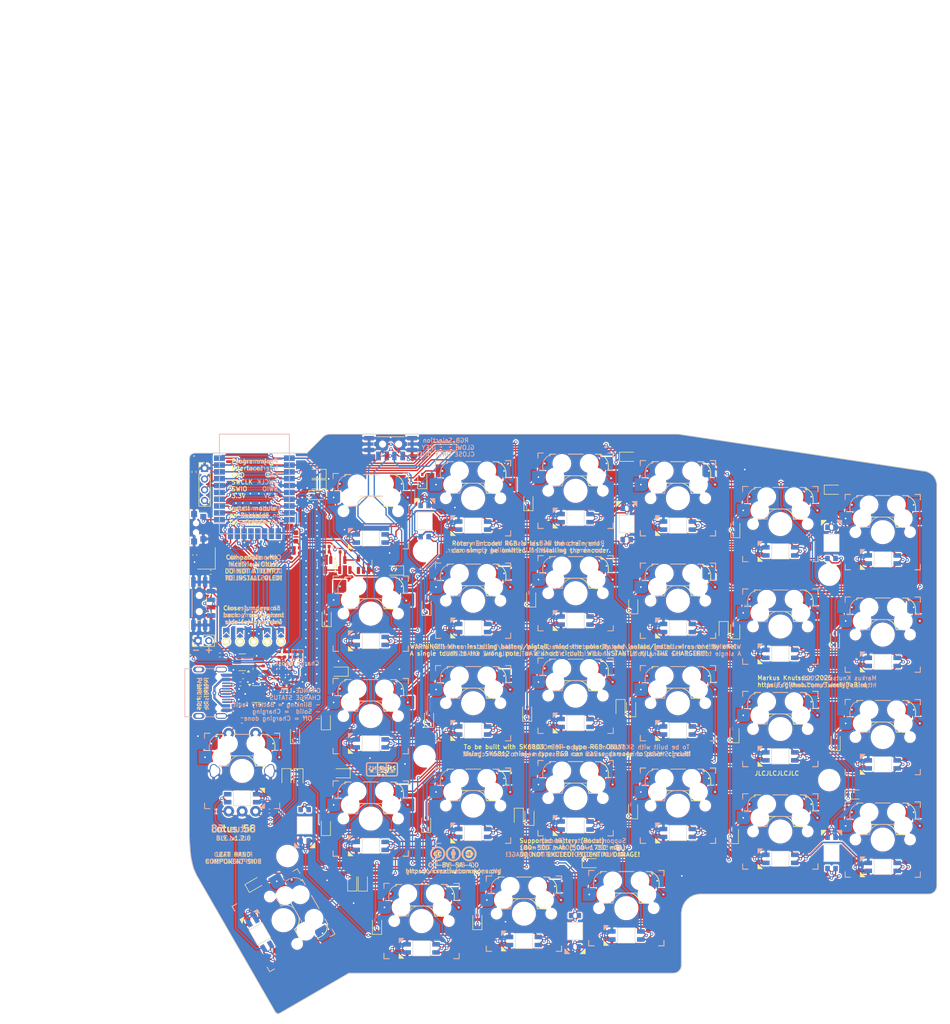
<source format=kicad_pcb>
(kicad_pcb (version 20241229) (generator "pcbnew") (generator_version "9.0")
  (title_block (title "Lotus 58 - BLE") (date "2025-06-15") (rev "v1.1.0") (company "Markus Knutsson <markus.knutsson@tweety.se>") (comment 1 "https://github.com/TweetyDaBird") (comment 2 "Licensed under Creative Commons BY-SA 4.0 International "))
  (layers (0 "F.Cu" signal) (2 "B.Cu" signal) (13 "F.Paste" user) (15 "B.Paste" user) (5 "F.SilkS" user "F.Silkscreen") (7 "B.SilkS" user "B.Silkscreen") (1 "F.Mask" user) (3 "B.Mask" user) (25 "Edge.Cuts" user))
  (net 0 "")
  (net 1 "Net-(D2-A)")
  (net 2 "Net-(D3-A)")
  (net 3 "Net-(D10-A)")
  (net 4 "Net-(D11-A)")
  (net 5 "Net-(D12-A)")
  (net 6 "Net-(D13-A)")
  (net 7 "Net-(D15-A)")
  (net 8 "Net-(D16-A)")
  (net 9 "Net-(D18-A)")
  (net 10 "Net-(D19-A)")
  (net 11 "Net-(D20-A)")
  (net 12 "Net-(D22-A)")
  (net 13 "Net-(D23-A)")
  (net 14 "Net-(D24-A)")
  (net 15 "Net-(D26-A)")
  (net 16 "Net-(D27-A)")
  (net 17 "GND")
  (net 18 "RESET")
  (net 19 "Net-(D29-A)")
  (net 20 "EncB")
  (net 21 "EncA")
  (net 22 "Net-(J1-SHIELD)")
  (net 30 "Net-(JP1-B)")
  (net 31 "VBUS")
  (net 32 "+BATT")
  (net 33 "Net-(U1-TS)")
  (net 34 "D+")
  (net 35 "D-")
  (net 36 "Net-(J1-CC1)")
  (net 37 "Net-(J1-CC2)")
  (net 38 "RGB")
  (net 39 "RGB_VDD")
  (net 40 "SCK")
  (net 41 "CS")
  (net 42 "MOSI")
  (net 43 "RGB_EN")
  (net 44 "SWCLK")
  (net 45 "SWDIO")
  (net 46 "ZMK_LED")
  (net 47 "Net-(RGB30-DOUT)")
  (net 48 "Net-(RGB31-DOUT)")
  (net 49 "Net-(RGB32-DOUT)")
  (net 50 "Net-(RGB33-DOUT)")
  (net 51 "Net-(RGB34-DOUT)")
  (net 53 "Net-(JP1-A)")
  (net 54 "Net-(D4-A)")
  (net 55 "Net-(D5-A)")
  (net 56 "Net-(D6-A)")
  (net 57 "Net-(D8-A)")
  (net 58 "Pin1")
  (net 59 "Pin2")
  (net 60 "Pin3")
  (net 61 "Pin4")
  (net 62 "Pin5")
  (net 63 "Pin6")
  (net 64 "Pin0")
  (net 65 "ENC2")
  (net 66 "ENC1")
  (net 67 "Net-(D+1-K)")
  (net 68 "Net-(D+2-K)")
  (net 69 "Net-(D+3-K)")
  (net 70 "Net-(D+12-K)")
  (net 71 "Net-(D1-A)")
  (net 72 "Net-(D7-A)")
  (net 73 "Net-(D9-A)")
  (net 74 "Net-(D14-A)")
  (net 75 "Net-(D17-A)")
  (net 76 "Net-(D21-A)")
  (net 77 "Net-(D28-A)")
  (net 78 "Net-(D+10-K)")
  (net 79 "Net-(RGB1-DOUT)")
  (net 80 "Net-(RGB2-DOUT)")
  (net 81 "Net-(RGB3-DOUT)")
  (net 82 "Net-(RGB4-DOUT)")
  (net 83 "Net-(RGB5-DOUT)")
  (net 84 "Net-(RGB6-DOUT)")
  (net 85 "Net-(RGB7-DOUT)")
  (net 86 "Net-(RGB8-DOUT)")
  (net 87 "Net-(RGB10-DIN)")
  (net 88 "Net-(RGB10-DOUT)")
  (net 89 "Net-(RGB11-DOUT)")
  (net 90 "Net-(RGB12-DOUT)")
  (net 91 "Net-(RGB13-DOUT)")
  (net 92 "Net-(RGB14-DOUT)")
  (net 93 "Net-(RGB15-DOUT)")
  (net 94 "Net-(RGB16-DOUT)")
  (net 95 "Net-(RGB17-DOUT)")
  (net 96 "Net-(RGB18-DOUT)")
  (net 97 "Net-(RGB19-DOUT)")
  (net 98 "Net-(RGB20-DOUT)")
  (net 99 "Net-(RGB21-DOUT)")
  (net 100 "Net-(RGB22-DOUT)")
  (net 101 "Net-(RGB23-DOUT)")
  (net 102 "Net-(RGB24-DOUT)")
  (net 103 "Net-(RGB25-DOUT)")
  (net 104 "Net-(RGB26-DOUT)")
  (net 105 "Net-(RGB27-DOUT)")
  (net 106 "Net-(RGB28-DOUT)")
  (net 108 "KEY_VDD")
  (net 109 "GLOW_VDD")
  (net 110 "RGB_RES")
  (net 113 "VCC")
  (net 114 "+3.3V")
  (net 115 "/XL2")
  (net 116 "/XL1")
  (net 117 "Net-(FB4-Pad1)")
  (net 118 "Net-(LED1-K)")
  (net 119 "Net-(LED1-A)")
  (net 120 "Net-(LED2-A)")
  (net 121 "Net-(PWR_SW1-PadNC)")
  (net 122 "SYSOFF")
  (net 123 "Net-(Q1-G)")
  (net 124 "Net-(Q1-D)")
  (net 125 "Net-(Q2-G)")
  (net 126 "/DCCH")
  (net 128 "Net-(U3-VP)")
  (footprint "Diode_SMD:D_SOD-323" (layer "F.Cu") (at 182.22 53.33 90)
    (property "Reference" "D1" (hide yes))
    (property "Value" "D")
  )
  (footprint "Diode_SMD:D_SOD-323" (layer "F.Cu") (at 143.74 48.3 90)
    (property "Reference" "D3" (hide yes))
    (property "Value" "D")
  )
  (footprint "Diode_SMD:D_SOD-323" (layer "F.Cu") (at 123.99 44.22 90)
    (property "Reference" "D4" (hide yes))
    (property "Value" "D")
  )
  (footprint "Diode_SMD:D_SOD-323" (layer "F.Cu") (at 200.38 46.01)
    (property "Reference" "D6" (hide yes))
    (property "Value" "D")
  )
  (footprint "Diode_SMD:D_SOD-323" (layer "F.Cu") (at 124.78 67.77 90)
    (property "Reference" "D9" (hide yes))
    (property "Value" "D")
  )
  (footprint "Diode_SMD:D_SOD-323" (layer "F.Cu") (at 106.19 69.84 90)
    (property "Reference" "D10" (hide yes))
    (property "Value" "D")
  )
  (footprint "Diode_SMD:D_SOD-323" (layer "F.Cu") (at 200.75 73.82 90)
    (property "Reference" "D11" (hide yes))
    (property "Value" "D")
  )
  (footprint "Diode_SMD:D_SOD-323" (layer "F.Cu") (at 182.2 72.14 90)
    (property "Reference" "D12" (hide yes))
    (property "Value" "D")
  )
  (footprint "Diode_SMD:D_SOD-323" (layer "F.Cu") (at 143.5 87.44 90)
    (property "Reference" "D13" (hide yes))
    (property "Value" "D")
  )
  (footprint "Diode_SMD:D_SOD-323" (layer "F.Cu") (at 106.04 89.0475 90)
    (property "Reference" "D15" (hide yes))
    (property "Value" "D")
  )
  (footprint "Diode_SMD:D_SOD-323" (layer "F.Cu") (at 200.88 92.9 90)
    (property "Reference" "D16" (hide yes))
    (property "Value" "D")
  )
  (footprint "Diode_SMD:D_SOD-323" (layer "F.Cu") (at 162.844964 86.611581 90)
    (property "Reference" "D18" (hide yes))
    (property "Value" "D")
  )
  (footprint "Diode_SMD:D_SOD-323" (layer "F.Cu") (at 124.7 108.08 90)
    (property "Reference" "D19" (hide yes))
    (property "Value" "D")
  )
  (footprint "Diode_SMD:D_SOD-323" (layer "F.Cu") (at 106.06 108.7 90)
    (property "Reference" "D20" (hide yes))
    (property "Value" "D")
  )
  (footprint "Diode_SMD:D_SOD-323" (layer "F.Cu") (at 204.2325 102.67)
    (property "Reference" "D21" (hide yes))
    (property "Value" "D")
  )
  (footprint "Diode_SMD:D_SOD-323" (layer "F.Cu") (at 181.95 110.2 90)
    (property "Reference" "D22" (hide yes))
    (property "Value" "D")
  )
  (footprint "Diode_SMD:D_SOD-323" (layer "F.Cu") (at 163.2 105.59 90)
    (property "Reference" "D23" (hide yes))
    (property "Value" "D")
  )
  (footprint "Diode_SMD:D_SOD-323" (layer "F.Cu") (at 155.3325 115.44)
    (property "Reference" "D26" (hide yes))
    (property "Value" "D")
  )
  (footprint "Diode_SMD:D_SOD-323" (layer "F.Cu") (at 134.24 126.19 90)
    (property "Reference" "D27" (hide yes))
    (property "Value" "D")
  )
  (footprint "Keyboard Common:Spacer PCB hole" (layer "F.Cu") (at 124.32538 57.40908)
    (property "Reference" "H1" (hide yes))
    (property "Value" "Spacer_PCB" (hide yes))
  )
  (footprint "Keyboard Common:Spacer PCB hole" (layer "F.Cu") (at 199.7 61.8)
    (property "Reference" "H2" (hide yes))
    (property "Value" "Spacer_PCB" (hide yes))
  )
  (footprint "Keyboard Common:Spacer PCB hole" (layer "F.Cu") (at 124.3965 95.5675)
    (property "Reference" "H3" (hide yes))
    (property "Value" "Spacer_PCB" (hide yes))
  )
  (footprint "Keyboard Common:Spacer PCB hole" (layer "F.Cu") (at 199.7 100)
    (property "Reference" "H4" (hide yes))
    (property "Value" "Spacer_PCB" (hide yes))
  )
  (footprint "Keyboard Common:Spacer PCB hole" (layer "F.Cu") (at 98.8949 114.1095 90)
    (property "Reference" "H5" (hide yes))
    (property "Value" "Spacer_PCB" (hide yes))
  )
  (footprint "Keyboard Switches:SW_MX_HotSwap_Reversible" (layer "F.Cu") (at 171.55 47.6)
    (property "Reference" "SW2" (hide yes))
    (property "Value" "SW_Push" (hide yes))
  )
  (footprint "Keyboard Switches:SW_MX_HotSwap_Reversible" (layer "F.Cu") (at 152.5 46.21)
    (property "Reference" "SW3" (hide yes))
    (property "Value" "SW_Push" (hide yes))
  )
  (footprint "Keyboard Switches:SW_MX_HotSwap_Reversible" (layer "F.Cu") (at 133.45 47.6)
    (property "Reference" "SW4" (hide yes))
    (property "Value" "SW_Push" (hide yes))
  )
  (footprint "Keyboard Switches:SW_MX_HotSwap_Reversible" (layer "F.Cu") (at 209.65 53.9)
    (property "Reference" "SW6" (hide yes))
    (property "Value" "SW_Push" (hide yes))
  )
  (footprint "Keyboard Switches:SW_MX_HotSwap_Reversible" (layer "F.Cu") (at 171.55 66.65)
    (property "Reference" "SW7" (hide yes))
    (property "Value" "SW_Push" (hide yes))
  )
  (footprint "Keyboard Switches:SW_MX_HotSwap_Reversible" (layer "F.Cu") (at 133.45 66.65)
    (property "Reference" "SW9" (hide yes))
    (property "Value" "SW_Push" (hide yes))
  )
  (footprint "Keyboard Switches:SW_MX_HotSwap_Reversible" (layer "F.Cu") (at 114.4 69.05)
    (property "Reference" "SW10" (hide yes))
    (property "Value" "SW_Push" (hide yes))
  )
  (footprint "Keyboard Switches:SW_MX_HotSwap_Reversible" (layer "F.Cu") (at 209.65 72.95)
    (property "Reference" "SW11" (hide yes))
    (property "Value" "SW_Push" (hide yes))
  )
  (footprint "Keyboard Switches:SW_MX_HotSwap_Reversible" (layer "F.Cu") (at 190.6 71.45)
    (property "Reference" "SW12" (hide yes))
    (property "Value" "SW_Push" (hide yes))
  )
  (footprint "Keyboard Switches:SW_MX_HotSwap_Reversible" (layer "F.Cu") (at 152.5 84.31)
    (property "Reference" "SW13" (hide yes))
    (property "Value" "SW_Push" (hide yes))
  )
  (footprint "Keyboard Switches:SW_MX_HotSwap_Reversible" (layer "F.Cu") (at 133.45 85.7)
    (property "Reference" "SW14" (hide yes))
    (property "Value" "SW_Push" (hide yes))
  )
  (footprint "Keyboard Switches:SW_MX_HotSwap_Reversible" (layer "F.Cu") (at 114.4 88.1)
    (property "Reference" "SW15" (hide yes))
    (property "Value" "SW_Push" (hide yes))
  )
  (footprint "Keyboard Switches:SW_MX_HotSwap_Reversible" (layer "F.Cu") (at 190.6 90.5)
    (property "Reference" "SW17" (hide yes))
    (property "Value" "SW_Push" (hide yes))
  )
  (footprint "Keyboard Switches:SW_MX_HotSwap_Reversible" (layer "F.Cu") (at 171.55 85.7)
    (property "Reference" "SW18" (hide yes))
    (property "Value" "SW_Push" (hide yes))
  )
  (footprint "Keyboard Switches:SW_MX_HotSwap_Reversible" (layer "F.Cu") (at 133.45 104.75)
    (property "Reference" "SW19" (hide yes))
    (property "Value" "SW_Push" (hide yes))
  )
  (footprint "Keyboard Switches:SW_MX_HotSwap_Reversible" (layer "F.Cu") (at 114.4 107.15)
    (property "Reference" "SW20" (hide yes))
    (property "Value" "SW_Push" (hide yes))
  )
  (footprint "Keyboard Switches:SW_MX_HotSwap_Reversible" (layer "F.Cu") (at 209.65 111.05)
    (property "Reference" "SW21" (hide yes))
    (property "Value" "SW_Push" (hide yes))
  )
  (footprint "Keyboard Switches:SW_MX_HotSwap_Reversible" (layer "F.Cu") (at 190.6 109.55)
    (property "Reference" "SW22" (hide yes))
    (property "Value" "SW_Push" (hide yes))
  )
  (footprint "Keyboard Switches:SW_MX_HotSwap_Reversible" (layer "F.Cu") (at 171.55 104.75)
    (property "Reference" "SW23" (hide yes))
    (property "Value" "SW_Push" (hide yes))
  )
  (footprint "Keyboard Switches:SW_MX_HotSwap_Reversible" (layer "F.Cu") (at 142.8977 124.8283)
    (property "Reference" "SW27" (hide yes))
    (property "Value" "SW_Push" (hide yes))
  )
  (footprint "Keyboard Switches:SW_MX_HotSwap_Reversible" (layer "F.Cu") (at 123.85 126.2)
    (property "Reference" "SW28" (hide yes))
    (property "Value" "SW_Push" (hide yes))
  )
  (footprint "Keyboard Switches:SW_MX_HotSwap_Reversible" (layer "F.Cu") (at 98.171 126.0475 -60)
    (property "Reference" "SW29" (hide yes))
    (property "Value" "SW_Push" (hide yes))
  )
  (footprint "Keyboard Switches:SW_MX_HotSwap_Reversible" (layer "F.Cu") (at 190.6 52.4)
    (property "Reference" "SW1" (hide yes))
    (property "Value" "SW_Push" (hide yes))
  )
  (footprint "Diode_SMD:D_SOD-323" (layer "F.Cu") (at 143.93 106.82 90)
    (property "Reference" "D24" (hide yes))
    (property "Value" "D")
  )
  (footprint "Keyboard Switches:SW_MX_HotSwap_Reversible_FOR encoder" (layer "F.Cu") (at 90.4748 98.2853)
    (property "Reference" "SW25" (hide yes))
    (property "Value" "SW_Push" (hide yes))
  )
  (footprint "Keyboard Switches:SW_MX_HotSwap_Reversible" (layer "F.Cu") (at 152.5 103.36)
    (property "Reference" "SW24" (hide yes))
    (property "Value" "SW_Push" (hide yes))
  )
  (footprint "Diode_SMD:D_SOD-323" (layer "F.Cu") (at 163.24 67.48 90)
    (property "Reference" "D7" (hide yes))
    (property "Value" "D")
  )
  (footprint "Diode_SMD:D_SOD-323" (layer "F.Cu") (at 144.24 66.21 90)
    (property "Reference" "D8" (hide yes))
    (property "Value" "D")
  )
  (footprint "Capacitor_SMD:C_0402_1005Metric" (layer "F.Cu") (at 95.55 105.77)
    (property "Reference" "C1" (hide yes))
    (property "Value" "100nF")
  )
  (footprint "Capacitor_SMD:C_0402_1005Metric" (layer "F.Cu") (at 85.54 105.81)
    (property "Reference" "C2" (hide yes))
    (property "Value" "100nF")
  )
  (footprint "Keyboard Switches:SW_MX_HotSwap_Reversible" (layer "F.Cu") (at 161.95 123.8)
    (property "Reference" "SW26" (hide yes))
    (property "Value" "SW_Push" (hide yes))
  )
  (footprint "Diode_SMD:D_SOD-323" (layer "F.Cu") (at 115.57 127.07 90)
    (property "Reference" "D28" (hide yes))
    (property "Value" "D")
  )
  (footprint "Diode_SMD:D_SOD-323" (layer "F.Cu") (at 92.8 119.35 30)
    (property "Reference" "D29" (hide yes))
    (property "Value" "D")
  )
  (footprint "Keyboard Switches:SW_MX_HotSwap_Reversible" (layer "F.Cu") (at 209.65 92)
    (property "Reference" "SW16" (hide yes))
    (property "Value" "SW_Push" (hide yes))
  )
  (footprint "Diode_SMD:D_SOD-323" (layer "F.Cu") (at 104.5 47)
    (property "Reference" "D5" (hide yes))
    (property "Value" "D")
  )
  (footprint "Keyboard RGB:MX_SK6812MINI-E_REVERSIBLE_special_v2" (layer "F.Cu") (at 200.125 113.522 90)
    (property "Reference" "RGB33" (hide yes))
    (property "Value" "SK6812MINI-E" (hide yes))
    (fp_line (start 1.61 -1.41) (end 1.61 1.41) (stroke (width 0.1)) (layer "Edge.Cuts"))
    (fp_line (start -1.61 -1.41) (end 1.61 -1.41) (stroke (width 0.1)) (layer "Edge.Cuts"))
    (fp_line (start 1.61 1.41) (end -1.61 1.41) (stroke (width 0.1)) (layer "Edge.Cuts"))
    (fp_line (start -1.61 1.41) (end -1.61 -1.41) (stroke (width 0.1)) (layer "Edge.Cuts"))
  )
  (footprint "Keyboard RGB:MX_SK6812MINI-E_REVERSIBLE_special_v2" (layer "F.Cu") (at 152.4 128.0795 -90)
    (property "Reference" "RGB34" (hide yes))
    (property "Value" "SK6812MINI-E" (hide yes))
    (fp_line (start -1.61 1.41) (end -1.61 -1.41) (stroke (width 0.1)) (layer "Edge.Cuts"))
    (fp_line (start 1.61 1.41) (end -1.61 1.41) (stroke (width 0.1)) (layer "Edge.Cuts"))
    (fp_line (start -1.61 -1.41) (end 1.61 -1.41) (stroke (width 0.1)) (layer "Edge.Cuts"))
    (fp_line (start 1.61 -1.41) (end 1.61 1.41) (stroke (width 0.1)) (layer "Edge.Cuts"))
  )
  (footprint "Keyboard RGB:MX_SK6812MINI-E_REVERSIBLE_special_v2" (layer "F.Cu") (at 102.108 108.3945 -90)
    (property "Reference" "RGB35" (hide yes))
    (property "Value" "SK6812MINI-E" (hide yes))
    (fp_line (start -1.61 1.41) (end -1.61 -1.41) (stroke (width 0.1)) (layer "Edge.Cuts"))
    (fp_line (start 1.61 1.41) (end -1.61 1.41) (stroke (width 0.1)) (layer "Edge.Cuts"))
    (fp_line (start -1.61 -1.41) (end 1.61 -1.41) (stroke (width 0.1)) (layer "Edge.Cuts"))
    (fp_line (start 1.61 -1.41) (end 1.61 1.41) (stroke (width 0.1)) (layer "Edge.Cuts"))
  )
  (footprint "Keyboard RGB:MX_SK6812MINI-E_REVERSIBLE_special_v2" (layer "F.Cu") (at 200.122 55.896 90)
    (property "Reference" "RGB32" (hide yes))
    (property "Value" "SK6812MINI-E" (hide yes))
    (fp_line (start 1.61 -1.41) (end 1.61 1.41) (stroke (width 0.1)) (layer "Edge.Cuts"))
    (fp_line (start -1.61 -1.41) (end 1.61 -1.41) (stroke (width 0.1)) (layer "Edge.Cuts"))
    (fp_line (start 1.61 1.41) (end -1.61 1.41) (stroke (width 0.1)) (layer "Edge.Cuts"))
    (fp_line (start -1.61 1.41) (end -1.61 -1.41) (stroke (width 0.1)) (layer "Edge.Cuts"))
  )
  (footprint "Keyboard RGB:MX_SK6812MINI-E_REVERSIBLE_special_v2" (layer "F.Cu") (at 124.4235 51.851 90)
    (property "Reference" "RGB30" (hide yes))
    (property "Value" "SK6812MINI-E" (hide yes))
    (fp_line (start 1.61 -1.41) (end 1.61 1.41) (stroke (width 0.1)) (layer "Edge.Cuts"))
    (fp_line (start -1.61 -1.41) (end 1.61 -1.41) (stroke (width 0.1)) (layer "Edge.Cuts"))
    (fp_line (start 1.61 1.41) (end -1.61 1.41) (stroke (width 0.1)) (layer "Edge.Cuts"))
    (fp_line (start -1.61 1.41) (end -1.61 -1.41) (stroke (width 0.1)) (layer "Edge.Cuts"))
  )
  (footprint "Diode_SMD:D_SOD-323" (layer "F.Cu") (at 182.07 91.4575 90)
    (property "Reference" "D17" (hide yes))
    (property "Value" "D")
  )
  (footprint "Diode_SMD:D_SOD-323" (layer "F.Cu") (at 100.31 91.61 90)
    (property "Reference" "D25" (hide yes))
    (property "Value" "D")
  )
  (footprint "Keyboard Switches:SW_MX_HotSwap_Reversible" (layer "F.Cu") (at 114.4 50)
    (property "Reference" "SW5" (hide yes))
    (property "Value" "SW_Push" (hide yes))
  )
  (footprint "Keyboard Encoders:Encoder_Alps_EC11E_Small" (layer "F.Cu") (at 90.4748 98.2853 90)
    (property "Reference" "ENC31" (hide yes))
    (property "Value" "Rotary_Encoder_Click" (hide yes))
  )
  (footprint "Keyboard RGB:MX_SK6812MINI-E_REVERSIBLE_special_v2" (layer "F.Cu") (at 162.0285 52.3875 90)
    (property "Reference" "RGB31" (hide yes))
    (property "Value" "SK6812MINI-E" (hide yes))
    (fp_line (start 1.61 -1.41) (end 1.61 1.41) (stroke (width 0.1)) (layer "Edge.Cuts"))
    (fp_line (start -1.61 -1.41) (end 1.61 -1.41) (stroke (width 0.1)) (layer "Edge.Cuts"))
    (fp_line (start 1.61 1.41) (end -1.61 1.41) (stroke (width 0.1)) (layer "Edge.Cuts"))
    (fp_line (start -1.61 1.41) (end -1.61 -1.41) (stroke (width 0.1)) (layer "Edge.Cuts"))
  )
  (footprint "Keyboard Switches:SW_MX_HotSwap_Reversible" (layer "F.Cu") (at 152.5 65.26)
    (property "Reference" "SW8" (hide yes))
    (property "Value" "SW_Push" (hide yes))
  )
  (footprint "Capacitor_SMD:C_0603_1608Metric_Pad1.08x0.95mm_HandSolder" (layer "F.Cu") (at 90.65 80.65)
    (property "Reference" "FB4" (hide yes))
    (property "Value" "Ferrite Bead")
  )
  (footprint "Keyboard RGB:RGB_SK6812MINI-E_reversible_tight" (layer "F.Cu") (at 171.55 109.83 180)
    (property "Reference" "RGB22" (hide yes))
    (property "Value" "SK6812MINI-E")
    (fp_line (start 1.61 1.41) (end -1.61 1.41) (stroke (width 0.1)) (layer "Edge.Cuts"))
    (fp_line (start 1.61 -1.41) (end 1.61 1.41) (stroke (width 0.1)) (layer "Edge.Cuts"))
    (fp_line (start -1.61 1.41) (end -1.61 -1.41) (stroke (width 0.1)) (layer "Edge.Cuts"))
    (fp_line (start -1.61 -1.41) (end 1.61 -1.41) (stroke (width 0.1)) (layer "Edge.Cuts"))
  )
  (footprint "Keyboard RGB:RGB_SK6812MINI-E_reversible_tight" (layer "F.Cu") (at 152.5 51.29 180)
    (property "Reference" "RGB3" (hide yes))
    (property "Value" "SK6812MINI-E")
    (fp_line (start 1.61 1.41) (end -1.61 1.41) (stroke (width 0.1)) (layer "Edge.Cuts"))
    (fp_line (start 1.61 -1.41) (end 1.61 1.41) (stroke (width 0.1)) (layer "Edge.Cuts"))
    (fp_line (start -1.61 1.41) (end -1.61 -1.41) (stroke (width 0.1)) (layer "Edge.Cuts"))
    (fp_line (start -1.61 -1.41) (end 1.61 -1.41) (stroke (width 0.1)) (layer "Edge.Cuts"))
  )
  (footprint "Diode_SMD:D_SOD-323" (layer "F.Cu") (at 141.94 106.83 -90)
    (property "Reference" "D+10" (hide yes))
    (property "Value" "D")
  )
  (footprint "Logotypes:CC_BY_SA_40" (layer "F.Cu") (at 129.79 114.63)
    (property "Reference" "Logo3")
    (property "Value" "CC-BY-SA-4.0")
  )
  (footprint "Resistor_SMD:R_0402_1005Metric" (layer "F.Cu") (at 97.37 76.64 90)
    (property "Reference" "R10" (hide yes))
    (property "Value" "100k")
  )
  (footprint "Resistor_SMD:R_0402_1005Metric" (layer "F.Cu") (at 94.39 79.29 -90)
    (property "Reference" "R11" (hide yes))
    (property "Value" "10k")
  )
  (footprint "Diode_SMD:D_SOD-323" (layer "F.Cu") (at 98.72 99.47 -90)
    (property "Reference" "D+5" (hide yes))
    (property "Value" "D")
  )
  (footprint "Keyboard Common:MSK12C02" (layer "F.Cu") (at 82.501 67.17 -90)
    (property "Reference" "PWR_SW1" (hide yes))
    (property "Value" "MSK12C02" (hide yes))
  )
  (footprint "Keyboard Common:YTS-A002" (layer "F.Cu") (at 81.891 53.09 90)
    (property "Reference" "RES1" (hide yes))
    (property "Value" "TS-A002" (hide yes))
  )
  (footprint "Keyboard RGB:RGB_SK6812MINI-E_reversible_tight" (layer "F.Cu") (at 133.45 90.78 180)
    (property "Reference" "RGB14" (hide yes))
    (property "Value" "SK6812MINI-E")
    (fp_line (start 1.61 1.41) (end -1.61 1.41) (stroke (width 0.1)) (layer "Edge.Cuts"))
    (fp_line (start 1.61 -1.41) (end 1.61 1.41) (stroke (width 0.1)) (layer "Edge.Cuts"))
    (fp_line (start -1.61 1.41) (end -1.61 -1.41) (stroke (width 0.1)) (layer "Edge.Cuts"))
    (fp_line (start -1.61 -1.41) (end 1.61 -1.41) (stroke (width 0.1)) (layer "Edge.Cuts"))
  )
  (footprint "Keyboard RGB:RGB_SK6812MINI-E_reversible_tight" (layer "F.Cu") (at 209.65 116.13 180)
    (property "Reference" "RGB24" (hide yes))
    (property "Value" "SK6812MINI-E")
    (fp_line (start 1.61 1.41) (end -1.61 1.41) (stroke (width 0.1)) (layer "Edge.Cuts"))
    (fp_line (start 1.61 -1.41) (end 1.61 1.41) (stroke (width 0.1)) (layer "Edge.Cuts"))
    (fp_line (start -1.61 1.41) (end -1.61 -1.41) (stroke (width 0.1)) (layer "Edge.Cuts"))
    (fp_line (start -1.61 -1.41) (end 1.61 -1.41) (stroke (width 0.1)) (layer "Edge.Cuts"))
  )
  (footprint "Keyboard RGB:RGB_SK6812MINI-E_reversible_tight" (layer "F.Cu") (at 133.45 52.68 180)
    (property "Reference" "RGB2" (hide yes))
    (property "Value" "SK6812MINI-E")
    (fp_line (start 1.61 1.41) (end -1.61 1.41) (stroke (width 0.1)) (layer "Edge.Cuts"))
    (fp_line (start 1.61 -1.41) (end 1.61 1.41) (stroke (width 0.1)) (layer "Edge.Cuts"))
    (fp_line (start -1.61 1.41) (end -1.61 -1.41) (stroke (width 0.1)) (layer "Edge.Cuts"))
    (fp_line (start -1.61 -1.41) (end 1.61 -1.41) (stroke (width 0.1)) (layer "Edge.Cuts"))
  )
  (footprint "Keyboard Common:MSK12C02" (layer "F.Cu") (at 118.09 37.53 180)
    (property "Reference" "PWR_SW3" (hide yes))
    (property "Value" "MSK12C02" (hide yes))
  )
  (footprint "Keyboard RGB:RGB_SK6812MINI-E_reversible_tight" (layer "F.Cu") (at 161.95 128.88 180)
    (property "Reference" "RGB28" (hide yes))
    (property "Value" "SK6812MINI-E")
    (fp_line (start 1.61 1.41) (end -1.61 1.41) (stroke (width 0.1)) (layer "Edge.Cuts"))
    (fp_line (start 1.61 -1.41) (end 1.61 1.41) (stroke (width 0.1)) (layer "Edge.Cuts"))
    (fp_line (start -1.61 1.41) (end -1.61 -1.41) (stroke (width 0.1)) (layer "Edge.Cuts"))
    (fp_line (start -1.61 -1.41) (end 1.61 -1.41) (stroke (width 0.1)) (layer "Edge.Cuts"))
  )
  (footprint "Logotypes:RoHs" (layer "F.Cu") (at 116.482222 98)
    (property "Reference" "Logo2" (hide yes))
    (property "Value" "RoHS_Logo" (hide yes))
  )
  (footprint "Keyboard RGB:RGB_SK6812MINI-E_reversible_tight" (layer "F.Cu") (at 171.55 71.73 180)
    (property "Reference" "RGB10" (hide yes))
    (property "Value" "SK6812MINI-E")
    (fp_line (start 1.61 1.41) (end -1.61 1.41) (stroke (width 0.1)) (layer "Edge.Cuts"))
    (fp_line (start 1.61 -1.41) (end 1.61 1.41) (stroke (width 0.1)) (layer "Edge.Cuts"))
    (fp_line (start -1.61 1.41) (end -1.61 -1.41) (stroke (width 0.1)) (layer "Edge.Cuts"))
    (fp_line (start -1.61 -1.41) (end 1.61 -1.41) (stroke (width 0.1)) (layer "Edge.Cuts"))
  )
  (footprint "Resistor_SMD:R_0402_1005Metric" (layer "F.Cu") (at 90.14 82.1)
    (property "Reference" "R8" (hide yes))
    (property "Value" "5.1k")
  )
  (footprint "Package_TO_SOT_SMD:SOT-23" (layer "F.Cu") (at 106.01 60.03 -90)
    (property "Reference" "Q1" (hide yes))
    (property "Value" "2N7002")
  )
  (footprint "Capacitor_SMD:C_0402_1005Metric" (layer "F.Cu") (at 100.7 81.32 -90)
    (property "Reference" "C5" (hide yes))
    (property "Value" "1uF")
  )
  (footprint "Diode_SMD:D_SOD-323" (layer "F.Cu") (at 160.863784 86.623661 -90)
    (property "Reference" "D+9" (hide yes))
    (property "Value" "D")
  )
  (footprint "Keyboard RGB:RGB_SK6812MINI-E_reversible_tight" (layer "F.Cu") (at 133.45 71.73 180)
    (property "Reference" "RGB8" (hide yes))
    (property "Value" "SK6812MINI-E")
    (fp_line (start 1.61 1.41) (end -1.61 1.41) (stroke (width 0.1)) (layer "Edge.Cuts"))
    (fp_line (start 1.61 -1.41) (end 1.61 1.41) (stroke (width 0.1)) (layer "Edge.Cuts"))
    (fp_line (start -1.61 1.41) (end -1.61 -1.41) (stroke (width 0.1)) (layer "Edge.Cuts"))
    (fp_line (start -1.61 -1.41) (end 1.61 -1.41) (stroke (width 0.1)) (layer "Edge.Cuts"))
  )
  (footprint "Package_TO_SOT_SMD:SOT-23-5" (layer "F.Cu") (at 113.06 59.88 90)
    (property "Reference" "U4" (hide yes))
    (property "Value" "SN74LV1T34DBV")
  )
  (footprint "Package_TO_SOT_SMD:SOT-23" (layer "F.Cu") (at 109.58 60.02 90)
    (property "Reference" "Q3" (hide yes))
    (property "Value" "AO3401A")
  )
  (footprint "Diode_SMD:D_SOD-323" (layer "F.Cu") (at 108.9775 98.73 180)
    (property "Reference" "D+4" (hide yes))
    (property "Value" "D")
  )
  (footprint "Keyboard RGB:RGB_SK6812MINI-E_reversible_tight" (layer "F.Cu") (at 133.45 109.83 180)
    (property "Reference" "RGB20" (hide yes))
    (property "Value" "SK6812MINI-E")
    (fp_line (start 1.61 1.41) (end -1.61 1.41) (stroke (width 0.1)) (layer "Edge.Cuts"))
    (fp_line (start 1.61 -1.41) (end 1.61 1.41) (stroke (width 0.1)) (layer "Edge.Cuts"))
    (fp_line (start -1.61 1.41) (end -1.61 -1.41) (stroke (width 0.1)) (layer "Edge.Cuts"))
    (fp_line (start -1.61 -1.41) (end 1.61 -1.41) (stroke (width 0.1)) (layer "Edge.Cuts"))
  )
  (footprint "Package_TO_SOT_SMD:SOT-23-6" (layer "F.Cu") (at 93.17 84.01)
    (property "Reference" "U3" (hide yes))
    (property "Value" "SRV05-4")
  )
  (footprint "Keyboard RGB:RGB_SK6812MINI-E_reversible_tight" (layer "F.Cu") (at 209.65 78.03 180)
    (property "Reference" "RGB12" (hide yes))
    (property "Value" "SK6812MINI-E")
    (fp_line (start 1.61 1.41) (end -1.61 1.41) (stroke (width 0.1)) (layer "Edge.Cuts"))
    (fp_line (start 1.61 -1.41) (end 1.61 1.41) (stroke (width 0.1)) (layer "Edge.Cuts"))
    (fp_line (start -1.61 1.41) (end -1.61 -1.41) (stroke (width 0.1)) (layer "Edge.Cuts"))
    (fp_line (start -1.61 -1.41) (end 1.61 -1.41) (stroke (width 0.1)) (layer "Edge.Cuts"))
  )
  (footprint "LED_SMD:LED_0402_1005Metric" (layer "F.Cu") (at 81.93 76.7)
    (property "Reference" "LED1" (hide yes))
    (property "Value" "ORANGE")
  )
  (footprint "Keyboard RGB:RGB_SK6812MINI-E_reversible_tight" (layer "F.Cu") (at 123.85 131.28 180)
    (property "Reference" "RGB26" (hide yes))
    (property "Value" "SK6812MINI-E")
    (fp_line (start 1.61 1.41) (end -1.61 1.41) (stroke (width 0.1)) (layer "Edge.Cuts"))
    (fp_line (start 1.61 -1.41) (end 1.61 1.41) (stroke (width 0.1)) (layer "Edge.Cuts"))
    (fp_line (start -1.61 1.41) (end -1.61 -1.41) (stroke (width 0.1)) (layer "Edge.Cuts"))
    (fp_line (start -1.61 -1.41) (end 1.61 -1.41) (stroke (width 0.1)) (layer "Edge.Cuts"))
  )
  (footprint "Resistor_SMD:R_0402_1005Metric" (layer "F.Cu") (at 106.15 57.57 180)
    (property "Reference" "R5" (hide yes))
    (property "Value" "10k")
  )
  (footprint "Connector_PinHeader_2.00mm:PinHeader_1x02_P2.00mm_Vertical" (layer "F.Cu") (at 82.27 74.09 90)
    (property "Reference" "J2" (hide yes))
    (property "Value" "BATT")
  )
  (footprint "Keyboard RGB:RGB_SK6812MINI-E_reversible_tight" (layer "F.Cu") (at 209.65 58.98 180)
    (property "Reference" "RGB6" (hide yes))
    (property "Value" "SK6812MINI-E")
    (fp_line (start 1.61 1.41) (end -1.61 1.41) (stroke (width 0.1)) (layer "Edge.Cuts"))
    (fp_line (start 1.61 -1.41) (end 1.61 1.41) (stroke (width 0.1)) (layer "Edge.Cuts"))
    (fp_line (start -1.61 1.41) (end -1.61 -1.41) (stroke (width 0.1)) (layer "Edge.Cuts"))
    (fp_line (start -1.61 -1.41) (end 1.61 -1.41) (stroke (width 0.1)) (layer "Edge.Cuts"))
  )
  (footprint "Resistor_SMD:R_0402_1005Metric" (layer "F.Cu") (at 100.41 76.64 -90)
    (property "Reference" "R3" (hide yes))
    (property "Value" "10k")
  )
  (footprint "Keyboard RGB:RGB_SK6812MINI-E_reversible_tight" (layer "F.Cu") (at 114.4 74.13 180)
    (property "Reference" "RGB7" (hide yes))
    (property "Value" "SK6812MINI-E")
    (fp_line (start 1.61 1.41) (end -1.61 1.41) (stroke (width 0.1)) (layer "Edge.Cuts"))
    (fp_line (start 1.61 -1.41) (end 1.61 1.41) (stroke (width 0.1)) (layer "Edge.Cuts"))
    (fp_line (start -1.61 1.41) (end -1.61 -1.41) (stroke (width 0.1)) (layer "Edge.Cuts"))
    (fp_line (start -1.61 -1.41) (end 1.61 -1.41) (stroke (width 0.1)) (layer "Edge.Cuts"))
  )
  (footprint "Keyboard RGB:RGB_SK6812MINI-E_reversible_tight" (layer "F.Cu") (at 142.8977 129.9083 180)
    (property "Reference" "RGB27" (hide yes))
    (property "Value" "SK6812MINI-E")
    (fp_line (start 1.61 1.41) (end -1.61 1.41) (stroke (width 0.1)) (layer "Edge.Cuts"))
    (fp_line (start 1.61 -1.41) (end 1.61 1.41) (stroke (width 0.1)) (layer "Edge.Cuts"))
    (fp_line (start -1.61 1.41) (end -1.61 -1.41) (stroke (width 0.1)) (layer "Edge.Cuts"))
    (fp_line (start -1.61 -1.41) (end 1.61 -1.41) (stroke (width 0.1)) (layer "Edge.Cuts"))
  )
  (footprint "Capacitor_SMD:C_0603_1608Metric_Pad1.08x0.95mm_HandSolder" (layer "F.Cu") (at 90.42 88.91)
    (property "Reference" "FB3" (hide yes))
    (property "Value" "Ferrite Bead")
  )
  (footprint "Keyboard RGB:RGB_SK6812MINI-E_reversible_tight" (layer "F.Cu") (at 152.5 108.44 180)
    (property "Reference" "RGB21" (hide yes))
    (property "Value" "SK6812MINI-E")
    (fp_line (start 1.61 1.41) (end -1.61 1.41) (stroke (width 0.1)) (layer "Edge.Cuts"))
    (fp_line (start 1.61 -1.41) (end 1.61 1.41) (stroke (width 0.1)) (layer "Edge.Cuts"))
    (fp_line (start -1.61 1.41) (end -1.61 -1.41) (stroke (width 0.1)) (layer "Edge.Cuts"))
    (fp_line (start -1.61 -1.41) (end 1.61 -1.41) (stroke (width 0.1)) (layer "Edge.Cuts"))
  )
  (footprint "Keyboard RGB:RGB_SK6812MINI-E_reversible_tight" (layer "F.Cu") (at 152.5 70.34 180)
    (property "Reference" "RGB9" (hide yes))
    (property "Value" "SK6812MINI-E")
    (fp_line (start 1.61 1.41) (end -1.61 1.41) (stroke (width 0.1)) (layer "Edge.Cuts"))
    (fp_line (start 1.61 -1.41) (end 1.61 1.41) (stroke (width 0.1)) (layer "Edge.Cuts"))
    (fp_line (start -1.61 1.41) (end -1.61 -1.41) (stroke (width 0.1)) (layer "Edge.Cuts"))
    (fp_line (start -1.61 -1.41) (end 1.61 -1.41) (stroke (width 0.1)) (layer "Edge.Cuts"))
  )
  (footprint "Package_TO_SOT_SMD:SOT-23" (layer "F.Cu") (at 90.49 78.09 180)
    (property "Reference" "Q2" (hide yes))
    (property "Value" "2N7002")
  )
  (footprint "Diode_SMD:D_SOD-323" (layer "F.Cu") (at 118.917861 61.032729 180)
    (property "Reference" "D+2" (hide yes))
    (property "Value" "D")
  )
  (footprint "Resistor_SMD:R_0402_1005Metric" (layer "F.Cu") (at 101.36 76.64 -90)
    (property "Reference" "R4" (hide yes))
    (property "Value" "2k")
  )
  (footprint "Resistor_SMD:R_0402_1005Metric" (layer "F.Cu") (at 89.97 86.09)
    (property "Reference" "R7" (hide yes))
    (property "Value" "5.1k")
  )
  (footprint "Connector_PinHeader_2.00mm:PinHeader_1x04_P2.00mm_Vertical" (layer "F.Cu") (at 83.49 42.02)
    (property "Reference" "J3" (hide yes))
    (property "Value" "ProgConn")
  )
  (footprint "Keyboard RGB:RGB_SK6812MINI-E_reversible_tight" (layer "F.Cu") (at 190.6 57.48 180)
    (property "Reference" "RGB5" (hide yes))
    (property "Value" "SK6812MINI-E")
    (fp_line (start 1.61 1.41) (end -1.61 1.41) (stroke (width 0.1)) (layer "Edge.Cuts"))
    (fp_line (start 1.61 -1.41) (end 1.61 1.41) (stroke (width 0.1)) (layer "Edge.Cuts"))
    (fp_line (start -1.61 1.41) (end -1.61 -1.41) (stroke (width 0.1)) (layer "Edge.Cuts"))
    (fp_line (start -1.61 -1.41) (end 1.61 -1.41) (stroke (width 0.1)) (layer "Edge.Cuts"))
  )
  (footprint "Resistor_SMD:R_0603_1608Metric" (layer "F.Cu") (at 93.81 81.01)
    (property "Reference" "F1" (hide yes))
    (property "Value" "0603L050/6AR")
  )
  (footprint "Diode_SMD:D_SOD-323" (layer "F.Cu") (at 100.96 99.4825 -90)
    (property "Reference" "D+11" (hide yes))
    (property "Value" "D")
  )
  (footprint "Keyboard RGB:RGB_SK6812MINI-E_reversible_tight" (layer "F.Cu") (at 114.4 112.23 180)
    (property "Reference" "RGB19" (hide yes))
    (property "Value" "SK6812MINI-E")
    (fp_line (start 1.61 1.41) (end -1.61 1.41) (stroke (width 0.1)) (layer "Edge.Cuts"))
    (fp_line (start 1.61 -1.41) (end 1.61 1.41) (stroke (width 0.1)) (layer "Edge.Cuts"))
    (fp_line (start -1.61 1.41) (end -1.61 -1.41) (stroke (width 0.1)) (layer "Edge.Cuts"))
    (fp_line (start -1.61 -1.41) (end 1.61 -1.41) (stroke (width 0.1)) (layer "Edge.Cuts"))
  )
  (footprint "Keyboard Controllers:E73-2G4M08S1C_Castellated" (layer "F.Cu") (at 92.75 45.187)
    (property "Reference" "U7" (hide yes))
    (property "Value" "E73-2G4M08S1C_test")
  )
  (footprint "Inductor_SMD:L_0603_1608Metric" (layer "F.Cu") (at 100.47 54.79 -90)
    (property "Reference" "L1" (hide yes))
    (property "Value" "10uH")
  )
  (footprint "LED_SMD:LED_0402_1005Metric" (layer "F.Cu") (at 81.52 40.84 -90)
    (property "Reference" "LED2" (hide yes))
    (property "Value" "BLUE")
  )
  (footprint "Keyboard RGB:RGB_SK6812MINI-E_reversible_tight" (layer "F.Cu") (at 209.65 97.08 180)
    (property "Reference" "RGB18" (hide yes))
    (property "Value" "SK6812MINI-E")
    (fp_line (start 1.61 1.41) (end -1.61 1.41) (stroke (width 0.1)) (layer "Edge.Cuts"))
    (fp_line (start 1.61 -1.41) (end 1.61 1.41) (stroke (width 0.1)) (layer "Edge.Cuts"))
    (fp_line (start -1.61 1.41) (end -1.61 -1.41) (stroke (width 0.1)) (layer "Edge.Cuts"))
    (fp_line (start -1.61 -1.41) (end 1.61 -1.41) (stroke (width 0.1)) (layer "Edge.Cuts"))
  )
  (footprint "Keyboard RGB:RGB_SK6812MINI-E_reversible_tight" (layer "F.Cu") (at 114.4 93.18 180)
    (property "Reference" "RGB13" (hide yes))
    (property "Value" "SK6812MINI-E")
    (fp_line (start 1.61 1.41) (end -1.61 1.41) (stroke (width 0.1)) (layer "Edge.Cuts"))
    (fp_line (start 1.61 -1.41) (end 1.61 1.41) (stroke (width 0.1)) (layer "Edge.Cuts"))
    (fp_line (start -1.61 1.41) (end -1.61 -1.41) (stroke (width 0.1)) (layer "Edge.Cuts"))
    (fp_line (start -1.61 -1.41) (end 1.61 -1.41) (stroke (width 0.1)) (layer "Edge.Cuts"))
  )
  (footprint "Keyboard RGB:RGB_SK6812MINI-E_reversible_tight" (layer "F.Cu") (at 152.5 89.39 180)
    (property "Reference" "RGB15" (hide yes))
    (property "Value" "SK6812MINI-E")
    (fp_line (start 1.61 1.41) (end -1.61 1.41) (stroke (width 0.1)) (layer "Edge.Cuts"))
    (fp_line (start 1.61 -1.41) (end 1.61 1.41) (stroke (width 0.1)) (layer "Edge.Cuts"))
    (fp_line (start -1.61 1.41) (end -1.61 -1.41) (stroke (width 0.1)) (layer "Edge.Cuts"))
    (fp_line (start -1.61 -1.41) (end 1.61 -1.41) (stroke (width 0.1)) (layer "Edge.Cuts"))
  )
  (footprint "Keyboard RGB:RGB_SK6812MINI-E_reversible_tight" (layer "F.Cu") (at 93.771591 128.5875 120)
    (property "Reference" "RGB25" (hide yes))
    (property "Value" "SK6812MINI-E")
    (fp_line (start 1.61 -1.41) (end 1.61 1.41) (stroke (width 0.1)) (layer "Edge.Cuts"))
    (fp_line (start -1.61 -1.41) (end 1.61 -1.41) (stroke (width 0.1)) (layer "Edge.Cuts"))
    (fp_line (start 1.61 1.41) (end -1.61 1.41) (stroke (width 0.1)) (layer "Edge.Cuts"))
    (fp_line (start -1.61 1.41) (end -1.61 -1.41) (stroke (width 0.1)) (layer "Edge.Cuts"))
  )
  (footprint "Resistor_SMD:R_0402_1005Metric" (layer "F.Cu") (at 81.52 42.7 90)
    (property "Reference" "R6" (hide yes))
    (property "Value" "1k")
  )
  (footprint "Diode_SMD:D_SOD-323" (layer "F.Cu") (at 162.28 39.89)
    (property "Reference" "D2" (hide yes))
    (property "Value" "D")
  )
  (footprint "Resistor_SMD:R_0402_1005Metric" (layer "F.Cu") (at 99.4 76.63 90)
    (property "Reference" "R1" (hide yes))
    (property "Value" "10k")
  )
  (footprint "Keyboard RGB:RGB_SK6812MINI-E_reversible_tight" (layer "F.Cu") (at 171.55 90.78 180)
    (property "Reference" "RGB16" (hide yes))
    (property "Value" "SK6812MINI-E")
    (fp_line (start 1.61 1.41) (end -1.61 1.41) (stroke (width 0.1)) (layer "Edge.Cuts"))
    (fp_line (start 1.61 -1.41) (end 1.61 1.41) (stroke (width 0.1)) (layer "Edge.Cuts"))
    (fp_line (start -1.61 1.41) (end -1.61 -1.41) (stroke (width 0.1)) (layer "Edge.Cuts"))
    (fp_line (start -1.61 -1.41) (end 1.61 -1.41) (stroke (width 0.1)) (layer "Edge.Cuts"))
  )
  (footprint "Capacitor_SMD:C_0402_1005Metric" (layer "F.Cu") (at 81.67 58.15 -90)
    (property "Reference" "C10" (hide yes))
    (property "Value" "12pF")
  )
  (footprint "Capacitor_SMD:C_0402_1005Metric" (layer "F.Cu") (at 84.62 61.37 180)
    (property "Reference" "C9" (hide yes))
    (property "Value" "12pF")
  )
  (footprint "Keyboard Common:nice!view_doublesided" (layer "F.Cu") (at 92.61 74.24)
    (property "Reference" "DISP1")
    (property "Value" "nice!view" (hide yes))
  )
  (footprint "Capacitor_SMD:C_0402_1005Metric" (layer "F.Cu") (at 100.64 57.82)
    (property "Reference" "C7" (hide yes))
    (property "Value" "4.7uF")
  )
  (footprint "Resistor_SMD:R_0402_1005Metric" (layer "F.Cu") (at 109.21 57.58 180)
    (property "Reference" "R14" (hide yes))
    (property "Value" "10k")
  )
  (footprint "Resistor_SMD:R_0402_1005Metric" (layer "F.Cu") (at 86.35 76.74)
    (property "Reference" "R2" (hide yes))
    (property "Value" "10k")
  )
  (footprint "Diode_SMD:D_SOD-323" (layer "F.Cu") (at 112.93 119.0175 90)
    (property "Reference" "D+6" (hide yes))
    (property "Value" "D")
  )
  (footprint "Diode_SMD:D_SOD-323" (layer "F.Cu") (at 180.05 72.13 -90)
    (property "Reference" "D+8" (hide yes))
    (property "Value" "D")
  )
  (footprint "Keyboard RGB:RGB_SK6812MINI-E_reversible_tight" (layer "F.Cu") (at 90.4748 103.3653)
    (property "Reference" "RGB29" (hide yes))
    (property "Value" "SK6812MINI-E")
    (fp_line (start -1.61 -1.41) (end 1.61 -1.41) (stroke (width 0.1)) (layer "Edge.Cuts"))
    (fp_line (start -1.61 1.41) (end -1.61 -1.41) (stroke (width 0.1)) (layer "Edge.Cuts"))
    (fp_line (start 1.61 -1.41) (end 1.61 1.41) (stroke (width 0.1)) (layer "Edge.Cuts"))
    (fp_line (start 1.61 1.41) (end -1.61 1.41) (stroke (width 0.1)) (layer "Edge.Cuts"))
  )
  (footprint "Keyboard RGB:RGB_SK6812MINI-E_reversible_tight" (layer "F.Cu") (at 114.4 55.08 180)
    (property "Reference" "RGB1" (hide yes))
    (property "Value" "SK6812MINI-E")
    (fp_line (start 1.61 1.41) (end -1.61 1.41) (stroke (width 0.1)) (layer "Edge.Cuts"))
    (fp_line (start 1.61 -1.41) (end 1.61 1.41) (stroke (width 0.1)) (layer "Edge.Cuts"))
    (fp_line (start -1.61 1.41) (end -1.61 -1.41) (stroke (width 0.1)) (layer "Edge.Cuts"))
    (fp_line (start -1.61 -1.41) (end 1.61 -1.41) (stroke (width 0.1)) (layer "Edge.Cuts"))
  )
  (footprint "Diode_SMD:D_SOD-323" (layer "F.Cu") (at 108.5975 79.84 180)
    (property "Reference" "D+3" (hide yes))
    (property "Value" "D")
  )
  (footprint "Package_DFN_QFN:VQFN-16-1EP_3x3mm_P0.5mm_EP1.6x1.6mm_ThermalVias" (layer "F.Cu") (at 97.9925 79.85 -90)
    (property "Reference" "U1" (hide yes))
    (property "Value" "BQ24075RGT")
  )
  (footprint "Keyboard RGB:RGB_SK6812MINI-E_reversible_tight" (layer "F.Cu") (at 171.55 52.68 180)
    (property "Reference" "RGB4" (hide yes))
    (property "Value" "SK6812MINI-E")
    (fp_line (start 1.61 1.41) (end -1.61 1.41) (stroke (width 0.1)) (layer "Edge.Cuts"))
    (fp_line (start 1.61 -1.41) (end 1.61 1.41) (stroke (width 0.1)) (layer "Edge.Cuts"))
    (fp_line (start -1.61 1.41) (end -1.61 -1.41) (stroke (width 0.1)) (layer "Edge.Cuts"))
    (fp_line (start -1.61 -1.41) (end 1.61 -1.41) (stroke (width 0.1)) (layer "Edge.Cuts"))
  )
  (footprint "Diode_SMD:D_SOD-323" (layer "F.Cu") (at 104.5 43.07 180)
    (property "Reference" "D+7" (hide yes))
    (property "Value" "D")
  )
  (footprint "Diode_SMD:D_SOD-323" (layer "F.Cu") (at 125.24 88.59 90)
    (property "Reference" "D14" (hide yes))
    (property "Value" "D")
  )
  (footprint "Keyboard RGB:RGB_SK6812MINI-E_reversible_tight" (layer "F.Cu") (at 190.6 76.53 180)
    (property "Reference" "RGB11" (hide yes))
    (property "Value" "SK6812MINI-E")
    (fp_line (start 1.61 1.41) (end -1.61 1.41) (stroke (width 0.1)) (layer "Edge.Cuts"))
    (fp_line (start 1.61 -1.41) (end 1.61 1.41) (stroke (width 0.1)) (layer "Edge.Cuts"))
    (fp_line (start -1.61 1.41) (end -1.61 -1.41) (stroke (width 0.1)) (layer "Edge.Cuts"))
    (fp_line (start -1.61 -1.41) (end 1.61 -1.41) (stroke (width 0.1)) (layer "Edge.Cuts"))
  )
  (footprint "Keyboard RGB:RGB_SK6812MINI-E_reversible_tight" (layer "F.Cu") (at 190.6 95.58 180)
    (property "Reference" "RGB17" (hide yes))
    (property "Value" "SK6812MINI-E")
    (fp_line (start 1.61 1.41) (end -1.61 1.41) (stroke (width 0.1)) (layer "Edge.Cuts"))
    (fp_line (start 1.61 -1.41) (end 1.61 1.41) (stroke (width 0.1)) (layer "Edge.Cuts"))
    (fp_line (start -1.61 1.41) (end -1.61 -1.41) (stroke (width 0.1)) (layer "Edge.Cuts"))
    (fp_line (start -1.61 -1.41) (end 1.61 -1.41) (stroke (width 0.1)) (layer "Edge.Cuts"))
  )
  (footprint "Capacitor_SMD:C_0402_1005Metric" (layer "F.Cu") (at 98.38 76.63 -90)
    (property "Reference" "C4" (hide yes))
    (property "Value" "4.7uF")
  )
  (footprint "Resistor_SMD:R_0402_1005Metric" (layer "F.Cu") (at 92.880647 79.313163 90)
    (property "Reference" "R12" (hide yes))
    (property "Value" "100R")
  )
  (footprint "Keyboard RGB:RGB_SK6812MINI-E_reversible_tight" (layer "F.Cu") (at 190.6 114.63 180)
    (property "Reference" "RGB23" (hide yes))
    (property "Value" "SK6812MINI-E")
    (fp_line (start 1.61 1.41) (end -1.61 1.41) (stroke (width 0.1)) (layer "Edge.Cuts"))
    (fp_line (start 1.61 -1.41) (end 1.61 1.41) (stroke (width 0.1)) (layer "Edge.Cuts"))
    (fp_line (start -1.61 1.41) (end -1.61 -1.41) (stroke (width 0.1)) (layer "Edge.Cuts"))
    (fp_line (start -1.61 -1.41) (end 1.61 -1.41) (stroke (width 0.1)) (layer "Edge.Cuts"))
  )
  (footprint "Capacitor_SMD:C_0402_1005Metric" (layer "F.Cu") (at 100.644959 56.805086 180)
    (property "Reference" "C8" (hide yes))
    (property "Value" "1uF")
  )
  (footprint "Diode_SMD:D_SOD-323" (layer "F.Cu") (at 110.95 119.01 90)
    (property "Reference" "D+12" (hide yes))
    (property "Value" "D")
  )
  (footprint "Capacitor_SMD:C_0402_1005Metric" (layer "F.Cu") (at 101.01 52.69 180)
    (property "Reference" "C6" (hide yes))
    (property "Value" "4.7uF")
  )
  (footprint "Capacitor_SMD:C_0402_1005Metric" (layer "F.Cu") (at 98.73 82.61 180)
    (property "Reference" "C3" (hide yes))
    (property "Value" "4.7uF")
  )
  (footprint "Diode_SMD:D_SOD-323" (layer "F.Cu") (at 104.5 45.02 180)
    (property "Reference" "D+1" (hide yes))
    (property "Value" "D")
  )
  (footprint "Resistor_SMD:R_0402_1005Metric" (layer "F.Cu") (at 106.15 56.56)
    (property "Reference" "R13" (hide yes))
    (property "Value" "100R")
  )
  (footprint "Crystal:Crystal_SMD_3225-4Pin_3.2x2.5mm" (layer "F.Cu") (at 83.83 58.77 90)
    (property "Reference" "Y1" (hide yes))
    (property "Value" "XC32M4-32.768-F12NJDTL")
  )
  (footprint "Keyboard Common:YTS-A002" (layer "B.Cu") (at 81.891 53.09 -90)
    (property "Reference" "RES2" (hide yes))
    (property "Value" "TS-A002" (hide yes))
  )
  (footprint "Keyboard Common:SolderJumper-3_open_mini" (layer "B.Cu") (at 128.348351 38.115318 180)
    (property "Reference" "JP2" (hide yes))
    (property "Value" "Jumper_3_Open")
  )
  (footprint "Keyboard Common:HRO_TYPE-C-31-M-12_double_sided" (layer "B.Cu") (at 82.417 83.75 90)
    (property "Reference" "J1" (hide yes))
    (property "Value" "USB_C_Receptacle_USB2.0")
  )
  (footprint "Keyboard Common:Jumper_min_v2" (layer "B.Cu") (at 100.77 76.58 180)
    (property "Reference" "JP1" (hide yes))
    (property "Value" "Charge Boost" (hide yes))
  )
  (footprint "Logotypes:RoHs" (layer "B.Cu") (at 116.5 98 180)
    (property "Reference" "Logo1" (hide yes))
    (property "Value" "RoHS_Logo" (hide yes))
  )
  (footprint "Keyboard Common:MSK12C02" (layer "B.Cu") (at 118.09 37.53)
    (property "Reference" "PWR_SW4" (hide yes))
    (property "Value" "MSK12C02" (hide yes))
  )
  (footprint "Keyboard Controllers:E73-2G4M08S1C_Castellated" (layer "B.Cu") (at 92.75 45.187 180)
    (property "Reference" "U2" (hide yes))
    (property "Value" "E73-2G4M08S1C_test")
  )
  (footprint "Keyboard Common:MSK12C02" (layer "B.Cu") (at 82.501 67.17 90)
    (property "Reference" "PWR_SW2" (hide yes))
    (property "Value" "MSK12C02" (hide yes))
  )
  (footprint "Logotypes:CC_BY_SA_40" (layer "B.Cu") (at 129.79 114.63 180)
    (property "Reference" "Logo4")
    (property "Value" "CC-BY-SA-4.0")
  )
  (gr_line (start 81.4197 116.3955) (end 81.9785 117.6655) (stroke (width 0.15)) (layer "Edge.Cuts"))
  (gr_line (start 219.50172 44.1452) (end 219.70492 44.8564) (stroke (width 0.15)) (layer "Edge.Cuts"))
  (gr_line (start 219.258732 120.757048) (end 219.03678 120.940136) (stroke (width 0.15)) (layer "Edge.Cuts"))
  (gr_line (start 219.03678 120.940136) (end 218.781972 121.078352) (stroke (width 0.15)) (layer "Edge.Cuts"))
  (gr_line (start 219.667372 119.998631) (end 219.580037 120.280287) (stroke (width 0.15)) (layer "Edge.Cuts"))
  (gr_line (start 219.580037 120.280287) (end 219.441821 120.535096) (stroke (width 0.15)) (layer "Edge.Cuts"))
  (gr_line (start 219.70492 119.6848) (end 219.667372 119.998631) (stroke (width 0.15)) (layer "Edge.Cuts"))
  (gr_line (start 219.441821 120.535096) (end 219.258732 120.757048) (stroke (width 0.15)) (layer "Edge.Cuts"))
  (gr_line (start 218.781972 121.078352) (end 218.500315 121.165688) (stroke (width 0.15)) (layer "Edge.Cuts"))
  (gr_line (start 218.500315 121.165688) (end 218.18092 121.19356) (stroke (width 0.15)) (layer "Edge.Cuts"))
  (gr_line (start 172.075297 134.989392) (end 171.937081 135.244201) (stroke (width 0.15)) (layer "Edge.Cuts"))
  (gr_line (start 80.772 112.649) (end 80.899 114.1095) (stroke (width 0.15)) (layer "Edge.Cuts"))
  (gr_line (start 80.7085 111.8235) (end 80.772 112.649) (stroke (width 0.15)) (layer "Edge.Cuts"))
  (gr_line (start 171.704 35.687) (end 106.8 35.687) (stroke (width 0.15)) (layer "Edge.Cuts"))
  (gr_line (start 218.511891 42.96639) (end 217.79552 42.621355) (stroke (width 0.15)) (layer "Edge.Cuts"))
  (gr_line (start 81.153 115.3795) (end 81.4197 116.3955) (stroke (width 0.15)) (layer "Edge.Cuts"))
  (gr_line (start 97.119252 143.413974) (end 97.268206 143.404468) (stroke (width 0.15)) (layer "Edge.Cuts"))
  (gr_line (start 171.53204 135.649242) (end 171.277232 135.787458) (stroke (width 0.15)) (layer "Edge.Cuts"))
  (gr_arc (start 80.667 40.206) (mid 80.961946 39.493939) (end 81.674007 39.198993) (stroke (width 0.15)) (layer "Edge.Cuts"))
  (gr_line (start 96.629837 143.08815) (end 96.735295 143.222884) (stroke (width 0.15)) (layer "Edge.Cuts"))
  (gr_line (start 80.645 110.617) (end 80.667 40.206) (stroke (width 0.15)) (layer "Edge.Cuts"))
  (gr_line (start 80.645 110.617) (end 80.7085 111.8235) (stroke (width 0.15)) (layer "Edge.Cuts"))
  (gr_line (start 172.162633 134.707736) (end 172.075297 134.989392) (stroke (width 0.15)) (layer "Edge.Cuts"))
  (gr_line (start 171.277232 135.787458) (end 170.995576 135.874793) (stroke (width 0.15)) (layer "Edge.Cuts"))
  (gr_line (start 172.19308 134.427634) (end 172.162633 134.707736) (stroke (width 0.15)) (layer "Edge.Cuts"))
  (gr_line (start 96.852328 143.322532) (end 96.98047 143.386445) (stroke (width 0.15)) (layer "Edge.Cuts"))
  (gr_line (start 171.753993 135.466153) (end 171.53204 135.649242) (stroke (width 0.15)) (layer "Edge.Cuts"))
  (gr_line (start 110.31982 135.90524) (end 170.69308 135.90524) (stroke (width 0.15)) (layer "Edge.Cuts"))
  (gr_line (start 102.517976 39.198324) (end 105.49099 36.22531) (stroke (width 0.15)) (layer "Edge.Cuts"))
  (gr_line (start 174.356326 121.468421) (end 175.013524 121.264638) (stroke (width 0.15)) (layer "Edge.Cuts"))
  (gr_line (start 80.899 114.1095) (end 81.153 115.3795) (stroke (width 0.15)) (layer "Edge.Cuts"))
  (gr_line (start 97.426864 143.357278) (end 97.594758 143.271756) (stroke (width 0.15)) (layer "Edge.Cuts"))
  (gr_line (start 171.937081 135.244201) (end 171.753993 135.466153) (stroke (width 0.15)) (layer "Edge.Cuts"))
  (gr_line (start 97.594758 143.271756) (end 110.31982 135.90524) (stroke (width 0.15)) (layer "Edge.Cuts"))
  (gr_line (start 172.19422 124.69622) (end 172.19308 134.427634) (stroke (width 0.15)) (layer "Edge.Cuts"))
  (gr_line (start 173.243884 122.218131) (end 173.761773 121.790925) (stroke (width 0.15)) (layer "Edge.Cuts"))
  (gr_line (start 217.79552 42.621355) (end 171.704 35.687) (stroke (width 0.15)) (layer "Edge.Cuts"))
  (gr_line (start 175.719348 121.193595) (end 218.18092 121.19356) (stroke (width 0.15)) (layer "Edge.Cuts"))
  (gr_line (start 97.268206 143.404468) (end 97.426864 143.357278) (stroke (width 0.15)) (layer "Edge.Cuts"))
  (gr_line (start 172.494174 123.330573) (end 172.816678 122.73602) (stroke (width 0.15)) (layer "Edge.Cuts"))
  (gr_line (start 219.13342 43.5102) (end 219.50172 44.1452) (stroke (width 0.15)) (layer "Edge.Cuts"))
  (gr_line (start 219.70492 44.8564) (end 219.70492 119.6848) (stroke (width 0.15)) (layer "Edge.Cuts"))
  (gr_line (start 172.19422 124.69622) (end 172.290391 123.987771) (stroke (width 0.15)) (layer "Edge.Cuts"))
  (gr_line (start 172.816678 122.73602) (end 173.243884 122.218131) (stroke (width 0.15)) (layer "Edge.Cuts"))
  (gr_line (start 219.13342 43.5102) (end 218.511891 42.96639) (stroke (width 0.15)) (layer "Edge.Cuts"))
  (gr_arc (start 105.49099 36.22531) (mid 106.087435 35.826778) (end 106.79099 35.686833) (stroke (width 0.15)) (layer "Edge.Cuts"))
  (gr_line (start 96.735295 143.222884) (end 96.852328 143.322532) (stroke (width 0.15)) (layer "Edge.Cuts"))
  (gr_line (start 81.9785 117.6655) (end 96.629837 143.08815) (stroke (width 0.15)) (layer "Edge.Cuts"))
  (gr_line (start 170.995576 135.874793) (end 170.69308 135.90524) (stroke (width 0.15)) (layer "Edge.Cuts"))
  (gr_line (start 173.761773 121.790925) (end 174.356326 121.468421) (stroke (width 0.15)) (layer "Edge.Cuts"))
  (gr_line (start 81.674007 39.198993) (end 102.517976 39.198324) (stroke (width 0.15)) (layer "Edge.Cuts"))
  (gr_line (start 96.98047 143.386445) (end 97.119252 143.413974) (stroke (width 0.15)) (layer "Edge.Cuts"))
  (gr_line (start 172.290391 123.987771) (end 172.494174 123.330573) (stroke (width 0.15)) (layer "Edge.Cuts"))
  (gr_line (start 175.013524 121.264638) (end 175.719348 121.193595) (stroke (width 0.15)) (layer "Edge.Cuts"))
  (gr_text "Lotus 58" (at 88.85 109.0422 0) (layer "F.SilkS") (effects (font (size 1.25 1.25) (thickness 0.25) (bold yes))))
  (gr_text "Close jumpers on \nback / component\nside for nice!view" (at 92.61 71.07 0) (layer "F.SilkS") (effects (font (size 0.8 0.8) (thickness 0.153) (bold yes)) (justify bottom)))
  (gr_text "Compatible with \nnice!view ONLY!\nDO NOT ATTEMPT \nTO INSTALL OLED!" (at 92.61 62.91 0) (layer "F.SilkS") (effects (font (size 0.8 0.8) (thickness 0.153) (bold yes)) (justify bottom)))
  (gr_text "Supported battery (Boost):\n180-500 mAh (500-1750 mAh)\nDO NOT EXCEED! POTENTIAL DAMAGE!" (at 141.967663 114.3 0) (layer "F.SilkS") (effects (font (size 0.8 0.8) (thickness 0.153) (bold yes)) (justify left bottom)))
  (gr_text "BLE v1.2.0" (at 88.85 110.79 0) (layer "F.SilkS") (effects (font (size 0.8 0.8) (thickness 0.153))))
  (gr_text "WARNING!!! When installing battery/pigtail, mind the polarity and isolate/install wires one by one! \nA single touch to the wrong pole, or a short circuit, WILL INSTANTLY KILL THE CHARGER!!!" (at 121.59 76.92 0) (layer "F.SilkS") (effects (font (size 0.8 0.8) (thickness 0.153) (bold yes)) (justify left bottom)))
  (gr_text "Markus Knutsson 2025\nhttps://github.com/TweetyDaBird" (at 186.25 82.75 0) (layer "F.SilkS") (effects (font (size 0.8 0.8) (thickness 0.153) (bold yes)) (justify left bottom)))
  (gr_text "LEFT HAND\nCOMPONENT SIDE" (at 88.85 114.48 0) (layer "F.SilkS") (effects (font (size 0.8 0.8) (thickness 0.153))))
  (gr_text "+ -" (at 85.16 75.249999 180) (layer "F.SilkS") (effects (font (size 1.2 1.2) (thickness 0.2) (bold yes)) (justify left bottom)))
  (gr_text "To be built with SK6803 mini-e type RGB ONLY!\nUsing SK6812 mini-e type RGB can cause damage to power circuit!" (at 131.62 95.58 0) (layer "F.SilkS") (effects (font (size 0.8 0.8) (thickness 0.153) (bold yes)) (justify left bottom)))
  (gr_text "JLCJLCJLCJLC" (at 189.95 98.75 0) (layer "F.SilkS") (effects (font (size 0.8 0.8) (thickness 0.153))))
  (gr_text "Programming \ninterface:\nGND\nSWCLK\nSWIO\n3.3V" (at 88.41 47.63 0) (layer "F.SilkS") (effects (font (size 0.8 0.8) (thickness 0.153) (bold yes)) (justify left bottom)))
  (gr_text "Install on \nFront side" (at 82.03 80.79 270) (layer "F.SilkS") (effects (font (size 0.8 0.8) (thickness 0.153) (bold yes)) (justify left bottom)))
  (gr_text "Rotary Encoder RGB is last in the chain and\ncan simply be omitted if installing the encoder." (at 129.41 57.75 0) (layer "F.SilkS") (effects (font (size 0.8 0.8) (thickness 0.153) (bold yes)) (justify left bottom)))
  (gr_text "Install module \non Backside\nfor nice!view" (at 88.017663 52.53 0) (layer "F.SilkS") (effects (font (size 0.8 0.8) (thickness 0.153) (bold yes)) (justify left bottom)))
  (gr_text "Lotus 58" (at 88.85 109.0422 0) (layer "B.SilkS") (effects (font (size 1.25 1.25) (thickness 0.25) (bold yes)) (justify mirror)))
  (gr_text "RIGHT HAND\nCOMPONENT SIDE" (at 88.85 114.48 0) (layer "B.SilkS") (effects (font (size 0.8 0.8) (thickness 0.153)) (justify mirror)))
  (gr_text "BLE v1.2.0" (at 88.85 110.79 0) (layer "B.SilkS") (effects (font (size 0.8 0.8) (thickness 0.153)) (justify mirror)))
  (gr_text "RGB Selection\n\nCLOSE ONLY ONE!" (at 128.35 39.887515 0) (layer "B.SilkS") (effects (font (size 0.8 0.8) (thickness 0.153) (bold yes)) (justify bottom mirror)))
  (gr_text "To be built with SK6803 mini-e type RGB ONLY!\nUsing SK6812 mini-e type RGB can cause damage to power circuit!" (at 173.82 95.62 0) (layer "B.SilkS") (effects (font (size 0.8 0.8) (thickness 0.153) (bold yes)) (justify left bottom mirror)))
  (gr_text "Compatible with \nnice!view ONLY!\nDO NOT ATTEMPT \nTO INSTALL OLED!" (at 92.6 62.9 0) (layer "B.SilkS") (effects (font (size 0.8 0.8) (thickness 0.153) (bold yes)) (justify bottom mirror)))
  (gr_text "Supported battery (Boost):\n180-500 mAh (500-1750 mAh)\nDO NOT EXCEED! POTENTIAL DAMAGE!" (at 162 114.3 0) (layer "B.SilkS") (effects (font (size 0.8 0.8) (thickness 0.153) (bold yes)) (justify left bottom mirror)))
  (gr_text "+ -" (at 85.15 76.48 0) (layer "B.SilkS") (effects (font (size 1.2 1.2) (thickness 0.2) (bold yes)) (justify left bottom mirror)))
  (gr_text "ORANGE LED\nCHARGE STATUS\n- Blinking = Battery fault\n- Solid  = Charging\n- Off = Charging done" (at 105.19 88.9975 0) (layer "B.SilkS") (effects (font (size 0.8 0.8) (thickness 0.153) (bold yes)) (justify left bottom mirror)))
  (gr_text "Programming \ninterface:\nGND\nSWCLK\nSWIO\n3.3V" (at 97.23 47.63 0) (layer "B.SilkS") (effects (font (size 0.8 0.8) (thickness 0.153) (bold yes)) (justify left bottom mirror)))
  (gr_text "GLOW" (at 133.79 38.65 0) (layer "B.SilkS") (effects (font (size 0.8 0.8) (thickness 0.153) (bold yes)) (justify left bottom mirror)))
  (gr_text "KEY" (at 126.21 38.65 0) (layer "B.SilkS") (effects (font (size 0.8 0.8) (thickness 0.153) (bold yes)) (justify left bottom mirror)))
  (gr_text "WARNING!!! When installing battery/pigtail, mind the polarity and isolate/install wires one by one! \nA single touch to the wrong pole, or a short circuit, WILL INSTANTLY KILL THE CHARGER!!!" (at 183.41 76.97 0) (layer "B.SilkS") (effects (font (size 0.8 0.8) (thickness 0.153) (bold yes)) (justify left bottom mirror)))
  (gr_text "Install on \nFront side" (at 84.32 80.81 90) (layer "B.SilkS") (effects (font (size 0.8 0.8) (thickness 0.153) (bold yes)) (justify left bottom mirror)))
  (gr_text "Close jumper on\nback / component\nside for nice!view" (at 92.61 71.05 0) (layer "B.SilkS") (effects (font (size 0.8 0.8) (thickness 0.153) (bold yes)) (justify bottom mirror)))
  (gr_text "Charge Boost" (at 100.75 78.75 0) (layer "B.SilkS") (effects (font (size 0.8 0.8) (thickness 0.153) (bold yes)) (justify bottom mirror)))
  (gr_text "Rotary Encoder RGB is last in the chain and\ncan simply be omitted if installing the encoder." (at 158 55.5 0) (layer "B.SilkS") (effects (font (size 0.8 0.8) (thickness 0.153) (bold yes)) (justify left top mirror)))
  (gr_text "Markus Knutsson 2025\nhttps://github.com/TweetyDaBird" (at 208.6 82.79 0) (layer "B.SilkS") (effects (font (size 0.8 0.8) (thickness 0.153) (bold yes)) (justify left bottom mirror)))
  (gr_text "Install module \non Backside\nfor nice!view" (at 97.65 52.53 0) (layer "B.SilkS") (effects (font (size 0.8 0.8) (thickness 0.153) (bold yes)) (justify left bottom mirror)))
  (segment (start 162.82 45.06) (end 164.65 45.06) (width 0.25) (layer "F.Cu") (net 1))
  (segment (start 162.07 44.31) (end 162.82 45.06) (width 0.25) (layer "F.Cu") (net 1))
  (segment (start 165.8 42.36) (end 165.8 42.52) (width 0.25) (layer "F.Cu") (net 1))
  (segment (start 163.33 39.89) (end 165.8 42.36) (width 0.25) (layer "F.Cu") (net 1))
  (via (at 165.8 42.52) (size 0.6096) (drill 0.3048) (layers "F.Cu" "B.Cu") (net 1))
  (via (at 164.65 45.06) (size 0.6096) (drill 0.3048) (layers "F.Cu" "B.Cu") (net 1))
  (segment (start 164.65 43.67) (end 165.8 42.52) (width 0.25) (layer "B.Cu") (net 1))
  (segment (start 164.65 45.06) (end 164.65 43.67) (width 0.25) (layer "B.Cu") (net 1))
  (segment (start 143.74 45.53) (end 145.6 43.67) (width 0.25) (layer "F.Cu") (net 2))
  (segment (start 143.74 47.25) (end 143.74 45.53) (width 0.25) (layer "F.Cu") (net 2))
  (via (at 146.75 41.13) (size 0.6096) (drill 0.3048) (layers "F.Cu" "B.Cu") (net 2))
  (via (at 145.6 43.67) (size 0.6096) (drill 0.3048) (layers "F.Cu" "B.Cu") (net 2))
  (segment (start 145.6 43.67) (end 145.6 42.28) (width 0.25) (layer "B.Cu") (net 2))
  (segment (start 145.6 42.28) (end 146.75 41.13) (width 0.25) (layer "B.Cu") (net 2))
  (segment (start 106.19 67.82) (end 107.5 66.51) (width 0.25) (layer "F.Cu") (net 3))
  (segment (start 106.19 68.79) (end 106.19 67.82) (width 0.25) (layer "F.Cu") (net 3))
  (via (at 107.5 66.51) (size 0.6096) (drill 0.3048) (layers "F.Cu" "B.Cu") (net 3))
  (via (at 108.65 63.97) (size 0.6096) (drill 0.3048) (layers "F.Cu" "B.Cu") (net 3))
  (segment (start 107.5 65.12) (end 108.65 63.97) (width 0.25) (layer "B.Cu") (net 3))
  (segment (start 107.5 66.51) (end 107.5 65.12) (width 0.25) (layer "B.Cu") (net 3))
  (segment (start 202.75 69.02) (end 203.9 67.87) (width 0.25) (layer "F.Cu") (net 4))
  (segment (start 200.75 72.77) (end 200.75 72.41) (width 0.25) (layer "F.Cu") (net 4))
  (segment (start 200.75 72.41) (end 202.75 70.41) (width 0.25) (layer "F.Cu") (net 4))
  (segment (start 202.75 70.41) (end 202.75 69.02) (width 0.25) (layer "F.Cu") (net 4))
  (via (at 203.9 67.87) (size 0.6096) (drill 0.3048) (layers "F.Cu" "B.Cu") (net 4))
  (via (at 202.75 70.41) (size 0.6096) (drill 0.3048) (layers "F.Cu" "B.Cu") (net 4))
  (segment (start 182.2 71.09) (end 182.2 70.41) (width 0.25) (layer "F.Cu") (net 5))
  (segment (start 182.2 70.41) (end 183.7 68.91) (width 0.25) (layer "F.Cu") (net 5))
  (segment (start 183.7 68.91) (end 183.7 67.52) (width 0.25) (layer "F.Cu") (net 5))
  (segment (start 183.7 67.52) (end 184.85 66.37) (width 0.25) (layer "F.Cu") (net 5))
  (via (at 183.7 68.91) (size 0.6096) (drill 0.3048) (layers "F.Cu" "B.Cu") (net 5))
  (via (at 184.85 66.37) (size 0.6096) (drill 0.3048) (layers "F.Cu" "B.Cu") (net 5))
  (segment (start 143.5 83.87) (end 145.6 81.77) (width 0.25) (layer "F.Cu") (net 6))
  (segment (start 143.5 86.39) (end 143.5 83.87) (width 0.25) (layer "F.Cu") (net 6))
  (segment (start 145.6 80.38) (end 146.75 79.23) (width 0.25) (layer "F.Cu") (net 6))
  (segment (start 145.6 81.77) (end 145.6 80.38) (width 0.25) (layer "F.Cu") (net 6))
  (via (at 145.6 81.77) (size 0.6096) (drill 0.3048) (layers "F.Cu" "B.Cu") (net 6))
  (via (at 146.75 79.23) (size 0.6096) (drill 0.3048) (layers "F.Cu" "B.Cu") (net 6))
  (segment (start 106.04 87.02) (end 107.5 85.56) (width 0.25) (layer "F.Cu") (net 7))
  (segment (start 106.04 87.9975) (end 106.04 87.02) (width 0.25) (layer "F.Cu") (net 7))
  (via (at 108.65 83.02) (size 0.6096) (drill 0.3048) (layers "F.Cu" "B.Cu") (net 7))
  (via (at 107.5 85.56) (size 0.6096) (drill 0.3048) (layers "F.Cu" "B.Cu") (net 7))
  (segment (start 107.5 85.56) (end 107.5 84.17) (width 0.25) (layer "B.Cu") (net 7))
  (segment (start 107.5 84.17) (end 108.65 83.02) (width 0.25) (layer "B.Cu") (net 7))
  (segment (start 200.88 91.85) (end 200.88 91.33) (width 0.25) (layer "F.Cu") (net 8))
  (segment (start 200.88 91.33) (end 202.75 89.46) (width 0.25) (layer "F.Cu") (net 8))
  (segment (start 202.75 89.46) (end 202.75 88.07) (width 0.25) (layer "F.Cu") (net 8))
  (segment (start 202.75 88.07) (end 203.9 86.92) (width 0.25) (layer "F.Cu") (net 8))
  (via (at 202.75 89.46) (size 0.6096) (drill 0.3048) (layers "F.Cu" "B.Cu") (net 8))
  (via (at 203.9 86.92) (size 0.6096) (drill 0.3048) (layers "F.Cu" "B.Cu") (net 8))
  (segment (start 164.65 83.16) (end 164.65 81.77) (width 0.25) (layer "F.Cu") (net 9))
  (segment (start 162.844964 84.965036) (end 164.65 83.16) (width 0.25) (layer "F.Cu") (net 9))
  (segment (start 164.65 81.77) (end 165.8 80.62) (width 0.25) (layer "F.Cu") (net 9))
  (segment (start 162.844964 85.561581) (end 162.844964 84.965036) (width 0.25) (layer "F.Cu") (net 9))
  (via (at 164.65 83.16) (size 0.6096) (drill 0.3048) (layers "F.Cu" "B.Cu") (net 9))
  (via (at 165.8 80.62) (size 0.6096) (drill 0.3048) (layers "F.Cu" "B.Cu") (net 9))
  (segment (start 124.7 104.06) (end 126.55 102.21) (width 0.25) (layer "F.Cu") (net 10))
  (segment (start 124.7 107.03) (end 124.7 104.06) (width 0.25) (layer "F.Cu") (net 10))
  (via (at 127.7 99.67) (size 0.6096) (drill 0.3048) (layers "F.Cu" "B.Cu") (net 10))
  (via (at 126.55 102.21) (size 0.6096) (drill 0.3048) (layers "F.Cu" "B.Cu") (net 10))
  (segment (start 126.55 100.82) (end 127.7 99.67) (width 0.25) (layer "B.Cu") (net 10))
  (segment (start 126.55 102.21) (end 126.55 100.82) (width 0.25) (layer "B.Cu") (net 10))
  (segment (start 106.06 107.65) (end 106.06 106.05) (width 0.25) (layer "F.Cu") (net 11))
  (segment (start 106.06 106.05) (end 107.5 104.61) (width 0.25) (layer "F.Cu") (net 11))
  (via (at 107.5 104.61) (size 0.6096) (drill 0.3048) (layers "F.Cu" "B.Cu") (net 11))
  (via (at 108.65 102.07) (size 0.6096) (drill 0.3048) (layers "F.Cu" "B.Cu") (net 11))
  (segment (start 107.5 104.61) (end 107.5 103.22) (width 0.25) (layer "B.Cu") (net 11))
  (segment (start 107.5 103.22) (end 108.65 102.07) (width 0.25) (layer "B.Cu") (net 11))
  (segment (start 181.95 109.15) (end 181.95 108.76) (width 0.25) (layer "F.Cu") (net 12))
  (segment (start 181.95 108.76) (end 183.7 107.01) (width 0.25) (layer "F.Cu") (net 12))
  (via (at 183.7 107.01) (size 0.6096) (drill 0.3048) (layers "F.Cu" "B.Cu") (net 12))
  (via (at 184.85 104.47) (size 0.6096) (drill 0.3048) (layers "F.Cu" "B.Cu") (net 12))
  (segment (start 183.7 107.01) (end 183.7 105.62) (width 0.25) (layer "B.Cu") (net 12))
  (segment (start 183.7 105.62) (end 184.85 104.47) (width 0.25) (layer "B.Cu") (net 12))
  (segment (start 163.2 103.66) (end 164.65 102.21) (width 0.25) (layer "F.Cu") (net 13))
  (segment (start 163.2 104.54) (end 163.2 103.66) (width 0.25) (layer "F.Cu") (net 13))
  (via (at 164.65 102.21) (size 0.6096) (drill 0.3048) (layers "F.Cu" "B.Cu") (net 13))
  (via (at 165.8 99.67) (size 0.6096) (drill 0.3048) (layers "F.Cu" "B.Cu") (net 13))
  (segment (start 164.65 102.21) (end 164.65 100.82) (width 0.25) (layer "B.Cu") (net 13))
  (segment (start 164.65 100.82) (end 165.8 99.67) (width 0.25) (layer "B.Cu") (net 13))
  (segment (start 144.2 102.22) (end 145.6 100.82) (width 0.25) (layer "F.Cu") (net 14))
  (segment (start 143.93 105.77) (end 144.2 105.5) (width 0.25) (layer "F.Cu") (net 14))
  (segment (start 144.2 105.5) (end 144.2 102.22) (width 0.25) (layer "F.Cu") (net 14))
  (via (at 146.75 98.28) (size 0.6096) (drill 0.3048) (layers "F.Cu" "B.Cu") (net 14))
  (via (at 145.6 100.82) (size 0.6096) (drill 0.3048) (layers "F.Cu" "B.Cu") (net 14))
  (segment (start 145.6 99.43) (end 146.75 98.28) (width 0.25) (layer "B.Cu") (net 14))
  (segment (start 145.6 100.82) (end 145.6 99.43) (width 0.25) (layer "B.Cu") (net 14))
  (segment (start 156.382499 118.537501) (end 156.2 118.72) (width 0.25) (layer "F.Cu") (net 15))
  (segment (start 156.382499 115.440001) (end 156.382499 118.537501) (width 0.25) (layer "F.Cu") (net 15))
  (via (at 156.2 118.72) (size 0.6096) (drill 0.3048) (layers "F.Cu" "B.Cu") (net 15))
  (via (at 155.05 121.26) (size 0.6096) (drill 0.3048) (layers "F.Cu" "B.Cu") (net 15))
  (segment (start 155.05 119.87) (end 156.2 118.72) (width 0.25) (layer "B.Cu") (net 15))
  (segment (start 155.05 121.26) (end 155.05 119.87) (width 0.25) (layer "B.Cu") (net 15))
  (segment (start 134.24 124.046) (end 135.9977 122.2883) (width 0.25) (layer "F.Cu") (net 16))
  (segment (start 134.24 125.14) (end 134.24 124.046) (width 0.25) (layer "F.Cu") (net 16))
  (via (at 135.9977 122.2883) (size 0.6096) (drill 0.3048) (layers "F.Cu" "B.Cu") (net 16))
  (via (at 137.1477 119.7483) (size 0.6096) (drill 0.3048) (layers "F.Cu" "B.Cu") (net 16))
  (segment (start 135.9977 122.2883) (end 135.9977 120.8983) (width 0.25) (layer "B.Cu") (net 16))
  (segment (start 135.9977 120.8983) (end 137.1477 119.7483) (width 0.25) (layer "B.Cu") (net 16))
  (segment (start 187.9 115.38) (end 187.56117 115.38) (width 0.4) (layer "F.Cu") (net 17))
  (segment (start 123.6735 48.76587) (end 123.6735 49.051) (width 0.25) (layer "F.Cu") (net 17))
  (segment (start 95.925458 80.462691) (end 95.362292 80.462691) (width 0.25) (layer "F.Cu") (net 17))
  (segment (start 206.95 116.88) (end 206.15 116.88) (width 0.4) (layer "F.Cu") (net 17))
  (segment (start 91.772072 126.624231) (end 91.772072 125.400288) (width 0.4) (layer "F.Cu") (net 17))
  (segment (start 168.85 110.58) (end 168.509672 110.58) (width 0.4) (layer "F.Cu") (net 17))
  (segment (start 168.85 72.48) (end 168.489122 72.48) (width 0.4) (layer "F.Cu") (net 17))
  (segment (start 140.1977 130.6583) (end 139.858327 130.6583) (width 0.4) (layer "F.Cu") (net 17))
  (segment (start 168.85 53.43) (end 168.507895 53.43) (width 0.4) (layer "F.Cu") (net 17))
  (segment (start 129.658316 71.728553) (end 130.409763 72.48) (width 0.4) (layer "F.Cu") (net 17))
  (segment (start 168.510802 91.53) (end 167.752105 90.771303) (width 0.4) (layer "F.Cu") (net 17))
  (segment (start 121.15 132.03) (end 120.810635 132.03) (width 0.4) (layer "F.Cu") (net 17))
  (segment (start 82.709999 42.02) (end 81.52 43.209999) (width 0.25) (layer "F.Cu") (net 17))
  (segment (start 111.7 74.88) (end 111.36051 74.88) (width 0.4) (layer "F.Cu") (net 17))
  (segment (start 206.611209 59.73) (end 205.850017 58.968808) (width 0.4) (layer "F.Cu") (net 17))
  (segment (start 81.67 58.63) (end 81.61 58.69) (width 0.4) (layer "F.Cu") (net 17))
  (segment (start 130.40788 91.53) (end 129.658787 90.780907) (width 0.4) (layer "F.Cu") (net 17))
  (segment (start 187.561259 96.33) (end 186.799773 95.568514) (width 0.4) (layer "F.Cu") (net 17))
  (segment (start 91.0787 84.01) (end 91.04935 83.98065) (width 0.25) (layer "F.Cu") (net 17))
  (segment (start 91.772072 125.400288) (end 91.881266 125.291094) (width 0.4) (layer "F.Cu") (net 17))
  (segment (start 130.410785 110.58) (end 129.652195 109.82141) (width 0.4) (layer "F.Cu") (net 17))
  (segment (start 111.360637 93.93) (end 110.602995 93.172358) (width 0.4) (layer "F.Cu") (net 17))
  (segment (start 95.15 71.9475) (end 94.4025 71.9475) (width 0.25) (layer "F.Cu") (net 17))
  (segment (start 110.603272 112.222685) (end 111.360587 112.98) (width 0.4) (layer "F.Cu") (net 17))
  (segment (start 130.409763 72.48) (end 130.75 72.48) (width 0.4) (layer "F.Cu") (net 17))
  (segment (start 81.61 58.69) (end 81.61 59.459968) (width 0.4) (layer "F.Cu") (net 17))
  (segment (start 96.605 80.55) (end 96.555 80.6) (width 0.2) (layer "F.Cu") (net 17))
  (segment (start 206.15 116.88) (end 205.49 116.22) (width 0.4) (layer "F.Cu") (net 17))
  (segment (start 200.135911 109.72225) (end 200.135911 109.861089) (width 0.25) (layer "F.Cu") (net 17))
  (segment (start 206.609967 97.83) (end 205.856967 97.077) (width 0.4) (layer "F.Cu") (net 17))
  (segment (start 96.555 80.6) (end 96.062767 80.6) (width 0.25) (layer "F.Cu") (net 17))
  (segment (start 105.640001 57.57) (end 105.640001 58.512499) (width 0.25) (layer "F.Cu") (net 17))
  (segment (start 130.75 110.58) (end 130.410785 110.58) (width 0.4) (layer "F.Cu") (net 17))
  (segment (start 158.911213 129.63) (end 158.149997 128.868784) (width 0.4) (layer "F.Cu") (net 17))
  (segment (start 187.9 58.23) (end 187.560964 58.23) (width 0.4) (layer "F.Cu") (net 17))
  (segment (start 149.8 71.09) (end 149.460402 71.09) (width 0.4) (layer "F.Cu") (net 17))
  (segment (start 81.62 59.469968) (end 81.62 59.46999) (width 0.4) (layer "F.Cu") (net 17))
  (segment (start 95.362292 80.462691) (end 94.6996 79.799999) (width 0.25) (layer "F.Cu") (net 17))
  (segment (start 139.858327 130.6583) (end 139.100751 129.900724) (width 0.4) (layer "F.Cu") (net 17))
  (segment (start 168.507895 53.43) (end 167.758794 52.680899) (width 0.4) (layer "F.Cu") (net 17))
  (segment (start 93.515515 102.6153) (end 93.1748 102.6153) (width 0.4) (layer "F.Cu") (net 17))
  (segment (start 111.7 93.93) (end 111.360637 93.93) (width 0.4) (layer "F.Cu") (net 17))
  (segment (start 130.75 53.43) (end 130.326652 53.43) (width 0.4) (layer "F.Cu") (net 17))
  (segment (start 97.4425 80.4) (end 97.2925 80.55) (width 0.2) (layer "F.Cu") (net 17))
  (segment (start 83.49 42.02) (end 82.709999 42.02) (width 0.25) (layer "F.Cu") (net 17))
  (segment (start 153.15 130.9795) (end 153.15 131.121464) (width 0.25) (layer "F.Cu") (net 17))
  (segment (start 206.611122 78.78) (end 205.850452 78.01933) (width 0.4) (layer "F.Cu") (net 17))
  (segment (start 94.66 54.187) (end 94.66 55.047538) (width 0.4) (layer "F.Cu") (net 17))
  (segment (start 168.509672 110.58) (end 167.758935 109.829263) (width 0.4) (layer "F.Cu") (net 17))
  (segment (start 82.020032 59.87) (end 81.61 59.459968) (width 0.4) (layer "F.Cu") (net 17))
  (segment (start 105.640001 58.512499) (end 105.06 59.0925) (width 0.25) (layer "F.Cu") (net 17))
  (segment (start 95.414837 55.722375) (end 97.393322 55.722375) (width 0.4) (layer "F.Cu") (net 17))
  (segment (start 187.9 77.28) (end 187.560897 77.28) (width 0.4) (layer "F.Cu") (net 17))
  (segment (start 149.8 90.14) (end 149.458659 90.14) (width 0.4) (layer "F.Cu") (net 17))
  (segment (start 102.858 111.2945) (end 102.858 111.602875) (width 0.25) (layer "F.Cu") (net 17))
  (segment (start 130.75 91.53) (end 130.40788 91.53) (width 0.4) (layer "F.Cu") (net 17))
  (segment (start 199.372 52.85641) (end 200.12814 52.10027) (width 0.25) (layer "F.Cu") (net 17))
  (segment (start 94.6996 79.799999) (end 94.39 79.799999) (width 0.25) (layer "F.Cu") (net 17))
  (segment (start 95.257462 55.565) (end 95.414837 55.722375) (width 0.4) (layer "F.Cu") (net 17))
  (segment (start 153.15 131.121464) (end 152.400824 131.87064) (width 0.25) (layer "F.Cu") (net 17))
  (segment (start 97.2425 79.1) (end 97.4425 79.3) (width 0.25) (layer "F.Cu") (net 17))
  (segment (start 110.671969 55.08) (end 110.95 55.08) (width 0.25) (layer "F.Cu") (net 17))
  (segment (start 124.42937 48.01) (end 123.6735 48.76587) (width 0.25) (layer "F.Cu") (net 17))
  (segment (start 96.062767 80.6) (end 95.925458 80.462691) (width 0.25) (layer "F.Cu") (net 17))
  (segment (start 161.2785 49.348707) (end 162.03968 48.587527) (width 0.25) (layer "F.Cu") (net 17))
  (segment (start 81.61 59.459968) (end 81.62 59.469968) (width 0.4) (layer "F.Cu") (net 17))
  (segment (start 187.560964 58.23) (end 186.801248 57.470284) (width 0.4) (layer "F.Cu") (net 17))
  (segment (start 111.36051 74.88) (end 110.603699 74.123189) (width 0.4) (layer "F.Cu") (net 17))
  (segment (start 95.177462 55.565) (end 95.257462 55.565) (width 0.4) (layer "F.Cu") (net 17))
  (segment (start 92.0325 84.01) (end 91.0787 84.01) (width 0.25) (layer "F.Cu") (net 17))
  (segment (start 149.8 109.19) (end 149.439817 109.19) (width 0.4) (layer "F.Cu") (net 17))
  (segment (start 96.555 80.6) (end 96.94276 80.6) (width 0.25) (layer "F.Cu") (net 17))
  (segment (start 130.326652 53.43) (end 129.623057 52.726405) (width 0.4) (layer "F.Cu") (net 17))
  (segment (start 94.66 55.047538) (end 95.177462 55.565) (width 0.4) (layer "F.Cu") (net 17))
  (segment (start 97.2425 78.4125) (end 97.2425 79.1) (width 0.25) (layer "F.Cu") (net 17))
  (segment (start 81.62 59.46999) (end 81.619995 59.469995) (width 0.4) (layer "F.Cu") (net 17))
  (segment (start 149.412146 52.04) (end 148.688136 51.31599) (width 0.4) (layer "F.Cu") (net 17))
  (segment (start 82.98 59.87) (end 82.020032 59.87) (width 0.4) (layer "F.Cu") (net 17))
  (segment (start 149.458659 90.14) (end 148.70915 89.390491) (width 0.4) (layer "F.Cu") (net 17))
  (segment (start 199.372 52.996) (end 199.372 52.85641) (width 0.25) (layer "F.Cu") (net 17))
  (segment (start 110.95 55.08) (end 111.7 55.83) (width 0.25) (layer "F.Cu") (net 17))
  (segment (start 187.560897 77.28) (end 186.801601 76.520704) (width 0.4) (layer "F.Cu") (net 17))
  (segment (start 96.555 79.1) (end 97.2425 79.1) (width 0.25) (layer "F.Cu") (net 17))
  (segment (start 187.56117 115.38) (end 186.800205 114.619035) (width 0.4) (layer "F.Cu") (net 17))
  (segment (start 94.265357 103.365142) (end 93.515515 102.6153) (width 0.4) (layer "F.Cu") (net 17))
  (segment (start 120.810635 132.03) (end 120.053002 131.272367) (width 0.4) (layer "F.Cu") (net 17))
  (segment (start 149.8 52.04) (end 149.412146 52.04) (width 0.4) (layer "F.Cu") (net 17))
  (segment (start 94.4025 71.9475) (end 93.57 72.78) (width 0.25) (layer "F.Cu") (net 17))
  (segment (start 200.135911 109.861089) (end 199.375 110.622) (width 0.25) (layer "F.Cu") (net 17))
  (segment (start 168.85 91.53) (end 168.510802 91.53) (width 0.4) (layer "F.Cu") (net 17))
  (segment (start 187.9 96.33) (end 187.561259 96.33) (width 0.4) (layer "F.Cu") (net 17))
  (segment (start 206.95 97.83) (end 206.609967 97.83) (width 0.4) (layer "F.Cu") (net 17))
  (segment (start 168.489122 72.48) (end 167.750152 71.74103) (width 0.4) (layer "F.Cu") (net 17))
  (segment (start 206.95 59.73) (end 206.611209 59.73) (width 0.4) (layer "F.Cu") (net 17))
  (segment (start 149.460402 71.09) (end 148.704316 70.333914) (width 0.4) (layer "F.Cu") (net 17))
  (segment (start 102.858 111.602875) (end 102.216129 112.244746) (width 0.25) (layer "F.Cu") (net 17))
  (segment (start 206.95 78.78) (end 206.611122 78.78) (width 0.4) (layer "F.Cu") (net 17))
  (segment (start 149.439817 109.19) (end 148.700468 108.450651) (width 0.4) (layer "F.Cu") (net 17))
  (segment (start 97.393322 55.722375) (end 97.457949 55.787002) (width 0.4) (layer "F.Cu") (net 17))
  (segment (start 111.360587 112.98) (end 111.7 112.98) (width 0.4) (layer "F.Cu") (net 17))
  (segment (start 161.2785 49.4875) (end 161.2785 49.348707) (width 0.25) (layer "F.Cu") (net 17))
  (segment (start 97.2425 79.1) (end 97.9925 79.85) (width 0.25) (layer "F.Cu") (net 17))
  (segment (start 159.25 129.63) (end 158.911213 129.63) (width 0.4) (layer "F.Cu") (net 17))
  (segment (start 97.2925 80.55) (end 96.605 80.55) (width 0.2) (layer "F.Cu") (net 17))
  (via (at 111.22 122.87) (size 0.6096) (drill 0.3048) (layers "F.Cu" "B.Cu") (net 17))
  (via (at 104.36 50.9) (size 0.6096) (drill 0.3048) (layers "F.Cu" "B.Cu") (net 17))
  (via (at 106.568187 43.991256) (size 0.6096) (drill 0.3048) (layers "F.Cu" "B.Cu") (net 17))
  (via (at 102.39 53.38) (size 0.6096) (drill 0.3048) (layers "F.Cu" "B.Cu") (net 17))
  (via (at 104.41 52.21) (size 0.6096) (drill 0.3048) (layers "F.Cu" "B.Cu") (net 17))
  (via (at 102.3 70.25) (size 0.6096) (drill 0.3048) (layers "F.Cu" "B.Cu") (net 17))
  (via (at 104.43 53.56) (size 0.6096) (drill 0.3048) (layers "F.Cu" "B.Cu") (net 17))
  (via (at 100.48 85.65) (size 0.6096) (drill 0.3048) (layers "F.Cu" "B.Cu") (net 17))
  (via (at 96.5 46.78) (size 0.6096) (drill 0.3048) (layers "F.Cu" "B.Cu") (net 17))
  (via (at 98.85 83.69) (size 0.6096) (drill 0.3048) (layers "F.Cu" "B.Cu") (net 17))
  (via (at 99.47 81.37) (size 0.6096) (drill 0.3048) (layers "F.Cu" "B.Cu") (net 17))
  (via (at 93.57 46.73) (size 0.6096) (drill 0.3048) (layers "F.Cu" "B.Cu") (net 17))
  (via (at 98.06 85.7) (size 0.6096) (drill 0.3048) (layers "F.Cu" "B.Cu") (net 17))
  (via (at 186.799773 95.568514) (size 0.7) (drill 0.3048) (layers "F.Cu" "B.Cu") (net 17))
  (via (at 110.671969 55.08) (size 0.6096) (drill 0.3048) (layers "F.Cu" "B.Cu") (net 17))
  (via (at 110.602995 93.172358) (size 0.7) (drill 0.3048) (layers "F.Cu" "B.Cu") (net 17))
  (via (at 104.44 60.58) (size 0.6096) (drill 0.3048) (layers "F.Cu" "B.Cu") (net 17))
  (via (at 95.42 85.6) (size 0.6096) (drill 0.3048) (layers "F.Cu" "B.Cu") (net 17))
  (via (at 104.32 49.68) (size 0.6096) (drill 0.3048) (layers "F.Cu" "B.Cu") (net 17))
  (via (at 102.337784 54.5204) (size 0.6096) (drill 0.3048) (layers "F.Cu" "B.Cu") (net 17))
  (via (at 102.36 62.18) (size 0.6096) (drill 0.3048) (layers "F.Cu" "B.Cu") (net 17))
  (via (at 101.67 47.48) (size 0.6096) (drill 0.3048) (layers "F.Cu" "B.Cu") (net 17))
  (via (at 104.36 77.22) (size 0.6096) (drill 0.3048) (layers "F.Cu" "B.Cu") (net 17))
  (via (at 104.43 68.67) (size 0.6096) (drill 0.3048) (layers "F.Cu" "B.Cu") (net 17))
  (via (at 96.52 85.63) (size 0.6096) (drill 0.3048) (layers "F.Cu" "B.Cu") (net 17))
  (via (at 167.758794 52.680899) (size 0.7) (drill 0.3048) (layers "F.Cu" "B.Cu") (net 17))
  (via (at 88.85 79.51) (size 0.6096) (drill 0.3048) (layers "F.Cu" "B.Cu") (net 17))
  (via (at 89.220692 76.719308) (size 0.6096) (drill 0.3048) (layers "F.Cu" "B.Cu") (net 17))
  (via (at 102.38 66.95) (size 0.6096) (drill 0.3048) (layers "F.Cu" "B.Cu") (net 17))
  (via (at 102.7 48.1) (size 0.6096) (drill 0.3048) (layers "F.Cu" "B.Cu") (net 17))
  (via (at 104.42 71.88) (size 0.6096) (drill 0.3048) (layers "F.Cu" "B.Cu") (net 17))
  (via (at 124.19 90.18) (size 0.6096) (drill 0.3048) (layers "F.Cu" "B.Cu") (net 17))
  (via (at 152.400824 131.87064) (size 0.7) (drill 0.3048) (layers "F.Cu" "B.Cu") (net 17))
  (via (at 93.16 76.9) (size 0.6096) (drill 0.3048) (layers "F.Cu" "B.Cu") (net 17))
  (via (at 91.68 72.73) (size 0.7) (drill 0.3048) (layers "F.Cu" "B.Cu") (net 17))
  (via (at 82.24 91.82) (size 0.6096) (drill 0.3048) (layers "F.Cu" "B.Cu") (net 17))
  (via (at 92.51 82.05) (size 0.6096) (drill 0.3048) (layers "F.Cu" "B.Cu") (net 17))
  (via (at 102.32 72.02) (size 0.6096) (drill 0.3048) (layers "F.Cu" "B.Cu") (net 17))
  (via (at 104.38 59.08) (size 0.6096) (drill 0.3048) (layers "F.Cu" "B.Cu") (net 17))
  (via (at 94.679375 82.232132) (size 0.6096) (drill 0.3048) (layers "F.Cu" "B.Cu") (net 17))
  (via (at 90.89 55.83) (size 0.7) (drill 0.3048) (layers "F.Cu" "B.Cu") (net 17))
  (via (at 89.36 46.71) (size 0.6096) (drill 0.3048) (layers "F.Cu" "B.Cu") (net 17))
  (via (at 205.850017 58.968808) (size 0.7) (drill 0.3048) (layers "F.Cu" "B.Cu") (net 17))
  (via (at 93.57 72.78) (size 0.7) (drill 0.3048) (layers "F.Cu" "B.Cu") (net 17))
  (via (at 148.704316 70.333914) (size 0.7) (drill 0.3048) (layers "F.Cu" "B.Cu") (net 17))
  (via (at 186.801248 57.470284) (size 0.7) (drill 0.3048) (layers "F.Cu" "B.Cu") (net 17))
  (via (at 118.11 36.29) (size 0.6096) (drill 0.3048) (layers "F.Cu" "B.Cu") (net 17))
  (via (at 104.3 81.98) (size 0.6096) (drill 0.3048) (layers "F.Cu" "B.Cu") (net 17))
  (via (at 157.58 56.49) (size 0.6096) (drill 0.3048) (layers "F.Cu" "B.Cu") (net 17))
  (via (at 104.38 70.29) (size 0.6096) (drill 0.3048) (layers "F.Cu" "B.Cu") (net 17))
  (via (at 167.750152 71.74103) (size 0.7) (drill 0.3048) (layers "F.Cu" "B.Cu") (net 17))
  (via (at 102.58 45.69) (size 0.6096) (drill 0.3048) (layers "F.Cu" "B.Cu") (net 17))
  (via (at 102.23 77.17) (size 0.6096) (drill 0.3048) (layers "F.Cu" "B.Cu") (net 17))
  (via (at 148.700468 108.450651) (size 0.7) (drill 0.3048) (layers "F.Cu" "B.Cu") (net 17))
  (via (at 101.11 82.87) (size 0.6096) (drill 0.3048) (layers "F.Cu" "B.Cu") (net 17))
  (via (at 120.76 96.99) (size 0.6096) (drill 0.3048) (layers "F.Cu" "B.Cu") (net 17))
  (via (at 114.25 95.91) (size 0.6096) (drill 0.3048) (layers "F.Cu" "B.Cu") (net 17))
  (via (at 99.23 85.72) (size 0.6096) (drill 0.3048) (layers "F.Cu" "B.Cu") (net 17))
  (via (at 93.93 86) (size 0.6096) (drill 0.3048) (layers "F.Cu" "B.Cu") (net 17))
  (via (at 139.100751 129.900724) (size 0.7) (drill 0.3048) (layers "F.Cu" "B.Cu") (net 17))
  (via (at 162.03968 48.587527) (size 0.7) (drill 0.3048) (layers "F.Cu" "B.Cu") (net 17))
  (via (at 98.21 52.86) (size 0.6096) (drill 0.3048) (layers "F.Cu" "B.Cu") (net 17))
  (via (at 102.36 59.24) (size 0.6096) (drill 0.3048) (layers "F.Cu" "B.Cu") (net 17))
  (via (at 109.52 53.44) (size 0.6096) (drill 0.3048) (layers "F.Cu" "B.Cu") (net 17))
  (via (at 91.04935 83.98065) (size 0.7) (drill 0.3048) (layers "F.Cu" "B.Cu") (net 17))
  (via (at 102.216129 112.244746) (size 0.6096) (drill 0.3048) (layers "F.Cu" "B.Cu") (net 17))
  (via (at 89.85 85.01) (size 0.6096) (drill 0.3048) (layers "F.Cu" "B.Cu") (net 17))
  (via (at 129.658787 90.780907) (size 0.7) (drill 0.3048) (layers "F.Cu" "B.Cu") (net 17))
  (via (at 130.05 49.32) (size 0.6096) (drill 0.3048) (layers "F.Cu" "B.Cu") (net 17))
  (via (at 103.71 48.37) (size 0.6096) (drill 0.3048) (layers "F.Cu" "B.Cu") (net 17))
  (via (at 102.78 84.13) (size 0.6096) (drill 0.3048) (layers "F.Cu" "B.Cu") (net 17))
  (via (at 104.36 80.27) (size 0.6096) (drill 0.3048) (layers "F.Cu" "B.Cu") (net 17))
  (via (at 102.27 80.36) (size 0.6096) (drill 0.3048) (layers "F.Cu" "B.Cu") (net 17))
  (via (at 102.39 63.72) (size 0.6096) (drill 0.3048) (layers "F.Cu" "B.Cu") (net 17))
  (via (at 93.861573 82.178839) (size 0.6096) (drill 0.3048) (layers "F.Cu" "B.Cu") (net 17))
  (via (at 172.27 117.81) (size 0.6096) (drill 0.3048) (layers "F.Cu" "B.Cu") (net 17))
  (via (at 205.856967 97.077) (size 0.7) (drill 0.3048) (layers "F.Cu" "B.Cu") (net 17))
  (via (at 186.800205 114.619035) (size 0.7) (drill 0.3048) (layers "F.Cu" "B.Cu") (net 17))
  (via (at 183.98 42.26) (size 0.6096) (drill 0.3048) (layers "F.Cu" "B.Cu") (net 17))
  (via (at 81.619995 59.469995) (size 0.6096) (drill 0.3048) (layers "F.Cu" "B.Cu") (net 17))
  (via (at 104.46 57.36) (size 0.6096) (drill 0.3048) (layers "F.Cu" "B.Cu") (net 17))
  (via (at 104.39 73.68) (size 0.6096) (drill 0.3048) (layers "F.Cu" "B.Cu") (net 17))
  (via (at 104.41 63.68) (size 0.6096) (drill 0.3048) (layers "F.Cu" "B.Cu") (net 17))
  (via (at 104.46 54.59) (size 0.6096) (drill 0.3048) (layers "F.Cu" "B.Cu") (net 17))
  (via (at 102.24 50.93) (size 0.6096) (drill 0.3048) (layers "F.Cu" "B.Cu") (net 17))
  (via (at 119.74 79.38) (size 0.6096) (drill 0.3048) (layers "F.Cu" "B.Cu") (net 17))
  (via (at 102.33 73.62) (size 0.6096) (drill 0.3048) (layers "F.Cu" "B.Cu") (net 17))
  (via (at 101.79 85.22) (size 0.6096) (drill 0.3048) (layers "F.Cu" "B.Cu") (net 17))
  (via (at 110.603272 112.222685) (size 0.7) (drill 0.3048) (layers "F.Cu" "B.Cu") (net 17))
  (via (at 91.881266 125.291094) (size 0.7) (drill 0.3048) (layers "F.Cu" "B.Cu") (net 17))
  (via (at 200.135911 109.72225) (size 0.7) (drill 0.3048) (layers "F.Cu" "B.Cu") (net 17))
  (via (at 124.42937 48.01) (size 0.7) (drill 0.3048) (layers "F.Cu" "B.Cu") (net 17))
  (via (at 102.35 52.22) (size 0.6096) (drill 0.3048) (layers "F.Cu" "B.Cu") (net 17))
  (via (at 91.54 81.76) (size 0.6096) (drill 0.3048) (layers "F.Cu" "B.Cu") (net 17))
  (via (at 104.16 83.41) (size 0.6096) (drill 0.3048) (layers "F.Cu" "B.Cu") (net 17))
  (via (at 94.265357 103.365142) (size 0.7) (drill 0.3048) (layers "F.Cu" "B.Cu") (net 17))
  (via (at 167.758935 109.829263) (size 0.7) (drill 0.3048) (layers "F.Cu" "B.Cu") (net 17))
  (via (at 200.12814 52.10027) (size 0.7) (drill 0.3048) (layers "F.Cu" "B.Cu") (net 17))
  (via (at 148.688136 51.31599) (size 0.7) (drill 0.3048) (layers "F.Cu" "B.Cu") (net 17))
  (via (at 205.49 116.22) (size 0.7) (drill 0.3048) (layers "F.Cu" "B.Cu") (net 17))
  (via (at 100.14 83.58) (size 0.6096) (drill 0.3048) (layers "F.Cu" "B.Cu") (net 17))
  (via (at 106.268588 118.631943) (size 0.6096) (drill 0.3048) (layers "F.Cu" "B.Cu") (net 17))
  (via (at 95.17 46.77) (size 0.6096) (drill 0.3048) (layers "F.Cu" "B.Cu") (net 17))
  (via (at 97.457949 55.787002) (size 0.7) (drill 0.3048) (layers "F.Cu" "B.Cu") (net 17))
  (via (at 129.623057 52.726405) (size 0.7) (drill 0.3048) (layers "F.Cu" "B.Cu") (net 17))
  (via (at 129.652195 109.82141) (size 0.7) (drill 0.3048) (layers "F.Cu" "B.Cu") (net 17))
  (via (at 104.44 66.99) (size 0.6096) (drill 0.3048) (layers "F.Cu" "B.Cu") (net 17))
  (via (at 93.66 48.4748) (size 0.6096) (drill 0.3048) (layers "F.Cu" "B.Cu") (net 17))
  (via (at 95.86 58.47) (size 0.6096) (drill 0.3048) (layers "F.Cu" "B.Cu") (net 17))
  (via (at 102.38 78.66) (size 0.6096) (drill 0.3048) (layers "F.Cu" "B.Cu") (net 17))
  (via (at 101.71 49.86) (size 0.6096) (drill 0.3048) (layers "F.Cu" "B.Cu") (net 17))
  (via (at 92.1 48.5048) (size 0.6096) (drill 0.3048) (layers "F.Cu" "B.Cu") (net 17))
  (via (at 120.053002 131.272367) (size 0.7) (drill 0.3048) (layers "F.Cu" "B.Cu") (net 17))
  (via (at 101.71 81.75) (size 0.6096) (drill 0.3048) (layers "F.Cu" "B.Cu") (net 17))
  (via (at 104.4 75.5) (size 0.6096) (drill 0.3048) (layers "F.Cu" "B.Cu") (net 17))
  (via (at 90.59 48.4748) (size 0.6096) (drill 0.3048) (layers "F.Cu" "B.Cu") (net 17))
  (via (at 102.41 60.57) (size 0.6096) (drill 0.3048) (layers "F.Cu" "B.Cu") (net 17))
  (via (at 158.149997 128.868784) (size 0.7) (drill 0.3048) (layers "F.Cu" "B.Cu") (net 17))
  (via (at 167.752105 90.771303) (size 0.7) (drill 0.3048) (layers "F.Cu" "B.Cu") (net 17))
  (via (at 186.801601 76.520704) (size 0.7) (drill 0.3048) (layers "F.Cu" "B.Cu") (net 17))
  (via (at 95.2 48.4748) (size 0.6096) (drill 0.3048) (layers "F.Cu" "B.Cu") (net 17))
  (via (at 108.41 77.87) (size 0.6096) (drill 0.3048) (layers "F.Cu" "B.Cu") (net 17))
  (via (at 205.850452 78.01933) (size 0.7) (drill 0.3048) (layers "F.Cu" "B.Cu") (net 17))
  (via (at 89.33 48.5048) (size 0.6096) (drill 0.3048) (layers "F.Cu" "B.Cu") (net 17))
  (via (at 91.37 86.11) (size 0.6096) (drill 0.3048) (layers "F.Cu" "B.Cu") (net 17))
  (via (at 97.6 83.69) (size 0.6096) (drill 0.3048) (layers "F.Cu" "B.Cu") (net 17))
  (via (at 91.99 46.74) (size 0.6096) (drill 0.3048) (layers "F.Cu" "B.Cu") (net 17))
  (via (at 148.70915 89.390491) (size 0.7) (drill 0.3048) (layers "F.Cu" "B.Cu") (net 17))
  (via (at 90.6 46.74) (size 0.6096) (drill 0.3048) (layers "F.Cu" "B.Cu") (net 17))
  (via (at 130.07 117.27) (size 0.6096) (drill 0.3048) (layers "F.Cu" "B.Cu") (net 17))
  (via (at 110.603699 74.123189) (size 0.7) (drill 0.3048) (layers "F.Cu" "B.Cu") (net 17))
  (via (at 96.47 83.17) (size 0.6096) (drill 0.3048) (layers "F.Cu" "B.Cu") (net 17))
  (via (at 102.3 75.25) (size 0.6096) (drill 0.3048) (layers "F.Cu" "B.Cu") (net 17))
  (via (at 104.43 65.37) (size 0.6096) (drill 0.3048) (layers "F.Cu" "B.Cu") (net 17))
  (via (at 92.58 86.07) (size 0.6096) (drill 0.3048) (layers "F.Cu" "B.Cu") (net 17))
  (via (at 89.9 83.06) (size 0.6096) (drill 0.3048) (layers "F.Cu" "B.Cu") (net 17))
  (via (at 139.468313 126.339605) (size 0.6096) (drill 0.3048) (layers "F.Cu" "B.Cu") (net 17))
  (via (at 104.33 78.57) (size 0.6096) (drill 0.3048) (layers "F.Cu" "B.Cu") (net 17))
  (via (at 104.47 62.14) (size 0.6096) (drill 0.3048) (layers "F.Cu" "B.Cu") (net 17))
  (via (at 117.92 57.78) (size 0.6096) (drill 0.3048) (layers "F.Cu" "B.Cu") (net 17))
  (via (at 129.658316 71.728553) (size 0.7) (drill 0.3048) (layers "F.Cu" "B.Cu") (net 17))
  (via (at 97.6 70.17) (size 0.6096) (drill 0.3048) (layers "F.Cu" "B.Cu") (net 17))
  (via (at 102.32 68.69) (size 0.6096) (drill 0.3048) (layers "F.Cu" "B.Cu") (net 17))
  (via (at 102.39 65.38) (size 0.6096) (drill 0.3048) (layers "F.Cu" "B.Cu") (net 17))
  (segment (start 130.406867 70.980002) (end 129.658316 71.728553) (width 0.4) (layer "B.Cu") (net 17))
  (segment (start 120.053002 131.272367) (end 120.795367 130.530002) (width 0.4) (layer "B.Cu") (net 17))
  (segment (start 149.461117 107.690002) (end 149.8 107.690002) (width 0.4) (layer "B.Cu") (net 17))
  (segment (start 90.84 55.78) (end 90.89 55.83) (width 0.25) (layer "B.Cu") (net 17))
  (segment (start 200.12814 52.10027) (end 200.12814 52.252142) (width 0.25) (layer "B.Cu") (net 17))
  (segment (start 111.7 54.329999) (end 111.42197 54.329999) (width 0.25) (layer "B.Cu") (net 17))
  (segment (start 162.03968 48.587527) (end 162.03968 48.748682) (width 0.25) (layer "B.Cu") (net 17))
  (segment (start 205.850452 78.01933) (end 206.58978 77.280002) (width 0.4) (layer "B.Cu") (net 17))
  (segment (start 129.623057 52.726405) (end 130.41946 51.930002) (width 0.4) (layer "B.Cu") (net 17))
  (segment (start 139.100751 129.900724) (end 139.843173 129.158302) (width 0.4) (layer "B.Cu") (net 17))
  (segment (start 90.07 71.9475) (end 90.8975 71.9475) (width 0.25) (layer "B.Cu") (net 17))
  (segment (start 158.149997 128.868784) (end 158.888779 128.130002) (width 0.4) (layer "B.Cu") (net 17))
  (segment (start 167.758794 52.680899) (end 168.509691 51.930002) (width 0.4) (layer "B.Cu") (net 17))
  (segment (start 149.459639 88.640002) (end 149.8 88.640002) (width 0.4) (layer "B.Cu") (net 17))
  (segment (start 148.700468 108.450651) (end 149.461117 107.690002) (width 0.4) (layer "B.Cu") (net 17))
  (segment (start 125.173498 48.754128) (end 125.173498 49.051) (width 0.25) (layer "B.Cu") (net 17))
  (segment (start 200.12814 52.252142) (end 200.871998 52.996) (width 0.25) (layer "B.Cu") (net 17))
  (segment (start 93.515201 104.115298) (end 94.265357 103.365142) (width 0.4) (layer "B.Cu") (net 17))
  (segment (start 152.400824 131.730322) (end 151.650002 130.9795) (width 0.25) (layer "B.Cu") (net 17))
  (segment (start 152.400824 131.87064) (end 152.400824 131.730322) (width 0.25) (layer "B.Cu") (net 17))
  (segment (start 90.8975 71.9475) (end 91.68 72.73) (width 0.25) (layer "B.Cu") (net 17))
  (segment (start 206.588823 58.230002) (end 206.95 58.230002) (width 0.4) (layer "B.Cu") (net 17))
  (segment (start 130.75 70.980002) (end 130.406867 70.980002) (width 0.4) (layer "B.Cu") (net 17))
  (segment (start 93.1748 104.115298) (end 93.515201 104.115298) (width 0.4) (layer "B.Cu") (net 17))
  (segment (start 187.539238 113.880002) (end 187.9 113.880002) (width 0.4) (layer "B.Cu") (net 17))
  (segment (start 205.49 116.22) (end 206.329998 115.380002) (width 0.4) (layer "B.Cu") (net 17))
  (segment (start 162.03968 48.748682) (end 162.778498 49.4875) (width 0.25) (layer "B.Cu") (net 17))
  (segment (start 205.856967 97.077) (end 206.603965 96.330002) (width 0.4) (layer "B.Cu") (net 17))
  (segment (start 92.48797 125.291094) (end 93.071108 125.874232) (width 0.4) (layer "B.Cu") (net 17))
  (segment (start 111.345955 111.480002) (end 110.603272 112.222685) (width 0.4) (layer "B.Cu") (net 17))
  (segment (start 130.41946 51.930002) (end 130.75 51.930002) (width 0.4) (layer "B.Cu") (net 17))
  (segment (start 158.888779 128.130002) (end 159.25 128.130002) (width 0.4) (layer "B.Cu") (net 17))
  (segment (start 168.493406 90.030002) (end 168.85 90.030002) (width 0.4) (layer "B.Cu") (net 17))
  (segment (start 187.542303 75.780002) (end 187.9 75.780002) (width 0.4) (layer "B.Cu") (net 17))
  (segment (start 91.881266 125.291094) (end 92.48797 125.291094) (width 0.4) (layer "B.Cu") (net 17))
  (segment (start 111.42197 54.329999) (end 110.671969 55.08) (width 0.25) (layer "B.Cu") (net 17))
  (segment (start 186.799773 95.568514) (end 187.538285 94.830002) (width 0.4) (layer "B.Cu") (net 17))
  (segment (start 110.602995 93.172358) (end 111.345351 92.430002) (width 0.4) (layer "B.Cu") (net 17))
  (segment (start 168.509691 51.930002) (end 168.85 51.930002) (width 0.4) (layer "B.Cu") (net 17))
  (segment (start 168.508196 109.080002) (end 168.85 109.080002) (width 0.4) (layer "B.Cu") (net 17))
  (segment (start 111.7 111.480002) (end 111.345955 111.480002) (width 0.4) (layer "B.Cu") (net 17))
  (segment (start 200.874998 110.622) (end 200.874998 110.461337) (width 0.25) (layer "B.Cu") (net 17))
  (segment (start 149.448228 69.590002) (end 149.8 69.590002) (width 0.4) (layer "B.Cu") (net 17))
  (segment (start 186.801601 76.520704) (end 187.542303 75.780002) (width 0.4) (layer "B.Cu") (net 17))
  (segment (start 139.843173 129.158302) (end 140.1977 129.158302) (width 0.4) (layer "B.Cu") (net 17))
  (segment (start 120.795367 130.530002) (end 121.15 130.530002) (width 0.4) (layer "B.Cu") (net 17))
  (segment (start 149.464124 50.540002) (end 149.8 50.540002) (width 0.4) (layer "B.Cu") (net 17))
  (segment (start 101.357999 111.2945) (end 101.357999 111.386616) (width 0.25) (layer "B.Cu") (net 17))
  (segment (start 129.652195 109.82141) (end 130.393603 109.080002) (width 0.4) (layer "B.Cu") (net 17))
  (segment (start 148.688136 51.31599) (end 149.464124 50.540002) (width 0.4) (layer "B.Cu") (net 17))
  (segment (start 206.58978 77.280002) (end 206.95 77.280002) (width 0.4) (layer "B.Cu") (net 17))
  (segment (start 111.346886 73.380002) (end 111.7 73.380002) (width 0.4) (layer "B.Cu") (net 17))
  (segment (start 111.345351 92.430002) (end 111.7 92.430002) (width 0.4) (layer "B.Cu") (net 17))
  (segment (start 187.538285 94.830002) (end 187.9 94.830002) (width 0.4) (layer "B.Cu") (net 17))
  (segment (start 206.603965 96.330002) (end 206.95 96.330002) (width 0.4) (layer "B.Cu") (net 17))
  (segment (start 130.409692 90.030002) (end 130.75 90.030002) (width 0.4) (layer "B.Cu") (net 17))
  (segment (start 110.603699 74.123189) (end 111.346886 73.380002) (width 0.4) (layer "B.Cu") (net 17))
  (segment (start 124.42937 48.01) (end 125.173498 48.754128) (width 0.25) (layer "B.Cu") (net 17))
  (segment (start 167.752105 90.771303) (end 168.493406 90.030002) (width 0.4) (layer "B.Cu") (net 17))
  (segment (start 206.329998 115.380002) (end 206.95 115.380002) (width 0.4) (layer "B.Cu") (net 17))
  (segment (start 187.54153 56.730002) (end 187.9 56.730002) (width 0.4) (layer "B.Cu") (net 17))
  (segment (start 130.393603 109.080002) (end 130.75 109.080002) (width 0.4) (layer "B.Cu") (net 17))
  (segment (start 200.874998 110.461337) (end 200.135911 109.72225) (width 0.25) (layer "B.Cu") (net 17))
  (segment (start 167.758935 109.829263) (end 168.508196 109.080002) (width 0.4) (layer "B.Cu") (net 17))
  (segment (start 186.800205 114.619035) (end 187.539238 113.880002) (width 0.4) (layer "B.Cu") (net 17))
  (segment (start 167.750152 71.74103) (end 168.51118 70.980002) (width 0.4) (layer "B.Cu") (net 17))
  (segment (start 186.801248 57.470284) (end 187.54153 56.730002) (width 0.4) (layer "B.Cu") (net 17))
  (segment (start 129.658787 90.780907) (end 130.409692 90.030002) (width 0.4) (layer "B.Cu") (net 17))
  (segment (start 205.850017 58.968808) (end 206.588823 58.230002) (width 0.4) (layer "B.Cu") (net 17))
  (segment (start 148.70915 89.390491) (end 149.459639 88.640002) (width 0.4) (layer "B.Cu") (net 17))
  (segment (start 148.704316 70.333914) (end 149.448228 69.590002) (width 0.4) (layer "B.Cu") (net 17))
  (segment (start 90.84 54.187) (end 90.84 55.78) (width 0.25) (layer "B.Cu") (net 17))
  (segment (start 168.51118 70.980002) (end 168.85 70.980002) (width 0.4) (layer "B.Cu") (net 17))
  (segment (start 101.357999 111.386616) (end 102.216129 112.244746) (width 0.25) (layer "B.Cu") (net 17))
  (segment (start 97.745198 51.44) (end 97.892198 51.587) (width 0.25) (layer "F.Cu") (net 18))
  (segment (start 97.892198 51.587) (end 99.25 51.587) (width 0.25) (layer "F.Cu") (net 18))
  (segment (start 83.246 50.995) (end 83.246 51.820004) (width 0.25) (layer "F.Cu") (net 18))
  (via (at 83.246 51.820004) (size 0.6096) (drill 0.3048) (layers "F.Cu" "B.Cu") (net 18))
  (via (at 97.745198 51.44) (size 0.6096) (drill 0.3048) (layers "F.Cu" "B.Cu") (net 18))
  (segment (start 97.422221 51.44) (end 96.961821 50.9796) (width 0.25) (layer "B.Cu") (net 18))
  (segment (start 87.856025 50.635796) (end 87.575 50.916821) (width 0.25) (layer "B.Cu") (net 18))
  (segment (start 88.849134 50.635796) (end 87.856025 50.635796) (width 0.25) (layer "B.Cu") (net 18))
  (segment (start 89.192938 50.9796) (end 88.849134 50.635796) (width 0.25) (layer "B.Cu") (net 18))
  (segment (start 87.575 50.916821) (end 87.575 51.512) (width 0.25) (layer "B.Cu") (net 18))
  (segment (start 87.5 51.587) (end 86.25 51.587) (width 0.25) (layer "B.Cu") (net 18))
  (segment (start 87.575 51.512) (end 87.5 51.587) (width 0.25) (layer "B.Cu") (net 18))
  (segment (start 97.745198 51.44) (end 97.422221 51.44) (width 0.25) (layer "B.Cu") (net 18))
  (segment (start 96.961821 50.9796) (end 89.192938 50.9796) (width 0.25) (layer "B.Cu") (net 18))
  (segment (start 83.246 50.995) (end 83.246 51.820004) (width 0.25) (layer "B.Cu") (net 18))
  (segment (start 83.479004 51.587) (end 83.246 51.820004) (width 0.25) (layer "B.Cu") (net 18))
  (segment (start 86.25 51.587) (end 83.479004 51.587) (width 0.25) (layer "B.Cu") (net 18))
  (segment (start 96.920705 118.801925) (end 99.421338 118.801925) (width 0.25) (layer "F.Cu") (net 19))
  (segment (start 93.732402 118.801925) (end 96.920705 118.801925) (width 0.25) (layer "F.Cu") (net 19))
  (segment (start 93.709327 118.825) (end 93.732402 118.801925) (width 0.25) (layer "F.Cu") (net 19))
  (segment (start 99.421338 118.801925) (end 99.695409 118.527854) (width 0.25) (layer "F.Cu") (net 19))
  (via (at 99.695409 118.527854) (size 0.6096) (drill 0.3048) (layers "F.Cu" "B.Cu") (net 19))
  (via (at 96.920705 118.801925) (size 0.6096) (drill 0.3048) (layers "F.Cu" "B.Cu") (net 19))
  (segment (start 95.07 105.77) (end 92.9901 105.77) (width 0.25) (layer "F.Cu") (net 20))
  (segment (start 86.25 46.507) (end 87.421617 46.507) (width 0.25) (layer "F.Cu") (net 20))
  (segment (start 87.421617 46.507) (end 88.200068 45.728549) (width 0.25) (layer "F.Cu") (net 20))
  (segment (start 92.9901 105.77) (end 92.9748 105.7853) (width 0.25) (layer "F.Cu") (net 20))
  (segment (start 94.5095 107.32) (end 95.74 107.32) (width 0.25) (layer "F.Cu") (net 20))
  (segment (start 88.200068 45.728549) (end 88.254451 45.728549) (width 0.25) (layer "F.Cu") (net 20))
  (segment (start 92.9748 105.7853) (end 94.5095 107.32) (width 0.25) (layer "F.Cu") (net 20))
  (via (at 88.254451 45.728549) (size 0.6096) (drill 0.3048) (layers "F.Cu" "B.Cu") (net 20))
  (via (at 95.74 107.32) (size 0.6096) (drill 0.3048) (layers "F.Cu" "B.Cu") (net 20))
  (segment (start 105.04 49.936396) (end 105.04 47.48) (width 0.25) (layer "B.Cu") (net 20))
  (segment (start 102.158817 46.3002) (end 99.4568 46.3002) (width 0.25) (layer "B.Cu") (net 20))
  (segment (start 96.986396 45.57) (end 88.413 45.57) (width 0.25) (layer "B.Cu") (net 20))
  (segment (start 88.413 45.57) (end 88.254451 45.728549) (width 0.25) (layer "B.Cu") (net 20))
  (segment (start 105.04 47.48) (end 103.9998 46.4398) (width 0.25) (layer "B.Cu") (net 20))
  (segment (start 105.51 85.92) (end 105.51 50.406396) (width 0.25) (layer "B.Cu") (net 20))
  (segment (start 96.3 107.32) (end 100.06 103.56) (width 0.25) (layer "B.Cu") (net 20))
  (segment (start 100.06 91.37) (end 105.51 85.92) (width 0.25) (layer "B.Cu") (net 20))
  (segment (start 95.74 107.32) (end 96.3 107.32) (width 0.25) (layer "B.Cu") (net 20))
  (segment (start 99.4568 46.3002) (end 99.25 46.507) (width 0.25) (layer "B.Cu") (net 20))
  (segment (start 100.06 103.56) (end 100.06 91.37) (width 0.25) (layer "B.Cu") (net 20))
  (segment (start 99.25 46.507) (end 97.923396 46.507) (width 0.25) (layer "B.Cu") (net 20))
  (segment (start 102.298417 46.4398) (end 102.158817 46.3002) (width 0.25) (layer "B.Cu") (net 20))
  (segment (start 105.51 50.406396) (end 105.04 49.936396) (width 0.25) (layer "B.Cu") (net 20))
  (segment (start 97.923396 46.507) (end 96.986396 45.57) (width 0.25) (layer "B.Cu") (net 20))
  (segment (start 103.9998 46.4398) (end 102.298417 46.4398) (width 0.25) (layer "B.Cu") (net 20))
  (segment (start 86.25 40.157) (end 86.190696 40.097696) (width 0.25) (layer "F.Cu") (net 21))
  (segment (start 86.25 40.157) (end 89.436873 40.157) (width 0.25) (layer "F.Cu") (net 21))
  (segment (start 90.3795 108.19) (end 95.73 108.19) (width 0.25) (layer "F.Cu") (net 21))
  (segment (start 86.02 105.81) (end 87.9501 105.81) (width 0.25) (layer "F.Cu") (net 21))
  (segment (start 87.9501 105.81) (end 87.9748 105.7853) (width 0.25) (layer "F.Cu") (net 21))
  (segment (start 87.9748 105.7853) (end 90.3795 108.19) (width 0.25) (layer "F.Cu") (net 21))
  (segment (start 89.436873 40.157) (end 89.596497 40.316624) (width 0.25) (layer "F.Cu") (net 21))
  (via (at 95.73 108.19) (size 0.6096) (drill 0.3048) (layers "F.Cu" "B.Cu") (net 21))
  (via (at 89.596497 40.316624) (size 0.6096) (drill 0.3048) (layers "F.Cu" "B.Cu") (net 21))
  (segment (start 104.68 46.243604) (end 104.68 42.45) (width 0.25) (layer "B.Cu") (net 21))
  (segment (start 104.68 42.45) (end 102.387 40.157) (width 0.25) (layer "B.Cu") (net 21))
  (segment (start 96.066396 108.19) (end 100.51 103.746396) (width 0.25) (layer "B.Cu") (net 21))
  (segment (start 98 40.157) (end 97.840376 40.316624) (width 0.25) (layer "B.Cu") (net 21))
  (segment (start 100.51 103.746396) (end 100.51 91.556396) (width 0.25) (layer "B.Cu") (net 21))
  (segment (start 102.387 40.157) (end 99.25 40.157) (width 0.25) (layer "B.Cu") (net 21))
  (segment (start 100.51 91.556396) (end 105.96 86.106396) (width 0.25) (layer "B.Cu") (net 21))
  (segment (start 105.96 50.22) (end 105.52 49.78) (width 0.25) (layer "B.Cu") (net 21))
  (segment (start 99.25 40.157) (end 98 40.157) (width 0.25) (layer "B.Cu") (net 21))
  (segment (start 105.52 47.083604) (end 104.68 46.243604) (width 0.25) (layer "B.Cu") (net 21))
  (segment (start 105.96 86.106396) (end 105.96 50.22) (width 0.25) (layer "B.Cu") (net 21))
  (segment (start 95.73 108.19) (end 96.066396 108.19) (width 0.25) (layer "B.Cu") (net 21))
  (segment (start 97.840376 40.316624) (end 89.596497 40.316624) (width 0.25) (layer "B.Cu") (net 21))
  (segment (start 105.52 49.78) (end 105.52 47.083604) (width 0.25) (layer "B.Cu") (net 21))
  (segment (start 89.557499 88.91) (end 88.717499 88.07) (width 0.25) (layer "F.Cu") (net 22))
  (segment (start 84.03 86.028) (end 86.072 88.07) (width 0.25) (layer "F.Cu") (net 22))
  (segment (start 86.072 88.07) (end 86.597 88.07) (width 0.25) (layer "F.Cu") (net 22))
  (segment (start 88.717499 88.07) (end 86.597 88.07) (width 0.25) (layer "F.Cu") (net 22))
  (segment (start 84.03 81.31) (end 84.03 86.028) (width 0.25) (layer "F.Cu") (net 22))
  (segment (start 85.91 79.43) (end 84.03 81.31) (width 0.25) (layer "F.Cu") (net 22))
  (segment (start 86.597 79.43) (end 85.91 79.43) (width 0.25) (layer "F.Cu") (net 22))
  (segment (start 99.43 79.1) (end 100.03 78.5) (width 0.25) (layer "F.Cu") (net 30))
  (segment (start 100.03 77.7) (end 100.41 77.32) (width 0.25) (layer "F.Cu") (net 30))
  (segment (start 100.03 78.5) (end 100.03 77.7) (width 0.25) (layer "F.Cu") (net 30))
  (segment (start 100.41 77.32) (end 100.41 77.149999) (width 0.25) (layer "F.Cu") (net 30))
  (segment (start 100.41 77.358309) (end 100.048525 77.719784) (width 0.25) (layer "F.Cu") (net 30))
  (segment (start 100.41 77.149999) (end 100.41 77.358309) (width 0.25) (layer "F.Cu") (net 30))
  (via (at 100.048525 77.719784) (size 0.6096) (drill 0.3048) (layers "F.Cu" "B.Cu") (net 30))
  (segment (start 100.048525 76.833475) (end 100.302 76.58) (width 0.25) (layer "B.Cu") (net 30))
  (segment (start 100.048525 77.719784) (end 100.048525 76.833475) (width 0.25) (layer "B.Cu") (net 30))
  (segment (start 100.53 52.69) (end 100.53 52.77) (width 0.25) (layer "F.Cu") (net 31))
  (segment (start 92.880647 79.823162) (end 93.200646 79.823162) (width 0.25) (layer "F.Cu") (net 31))
  (segment (start 93.200646 79.823162) (end 94.387484 81.01) (width 0.25) (layer "F.Cu") (net 31))
  (segment (start 100.62 50.437) (end 100.5 50.317) (width 0.25) (layer "F.Cu") (net 31))
  (segment (start 100.62 52.420001) (end 100.62 50.437) (width 0.25) (layer "F.Cu") (net 31))
  (segment (start 100.53 52.69) (end 100.53 52.510001) (width 0.25) (layer "F.Cu") (net 31))
  (segment (start 97.942198 50.317) (end 99.25 50.317) (width 0.25) (layer "F.Cu") (net 31))
  (segment (start 100.46 80.6) (end 100.7 80.84) (width 0.25) (layer "F.Cu") (net 31))
  (segment (start 94.635 81.024288) (end 95.670712 82.06) (width 0.25) (layer "F.Cu") (net 31))
  (segment (start 101.01 79) (end 101.01 80.53) (width 0.25) (layer "F.Cu") (net 31))
  (segment (start 100.5 50.317) (end 99.25 50.317) (width 0.25) (layer "F.Cu") (net 31))
  (segment (start 100.53 52.77) (end 101.3148 53.5548) (width 0.25) (layer "F.Cu") (net 31))
  (segment (start 100.53 52.510001) (end 100.62 52.420001) (width 0.25) (layer "F.Cu") (net 31))
  (segment (start 94.387484 81.01) (end 94.635 81.01) (width 0.25) (layer "F.Cu") (net 31))
  (segment (start 99.43 80.6) (end 100.46 80.6) (width 0.25) (layer "F.Cu") (net 31))
  (segment (start 95.670712 82.06) (end 96.27 82.06) (width 0.25) (layer "F.Cu") (net 31))
  (segment (start 101.3148 53.5548) (end 101.506766 53.5548) (width 0.25) (layer "F.Cu") (net 31))
  (segment (start 101.01 80.53) (end 100.7 80.84) (width 0.25) (layer "F.Cu") (net 31))
  (segment (start 94.635 81.01) (end 94.635 81.024288) (width 0.25) (layer "F.Cu") (net 31))
  (segment (start 94.635 81.01) (end 94.635 81.297085) (width 0.25) (layer "F.Cu") (net 31))
  (segment (start 92.985 79.927515) (end 92.880647 79.823162) (width 0.25) (layer "F.Cu") (net 31))
  (segment (start 97.745198 50.12) (end 97.942198 50.317) (width 0.25) (layer "F.Cu") (net 31))
  (via (at 101.01 79) (size 0.6096) (drill 0.3048) (layers "F.Cu" "B.Cu") (net 31))
  (via (at 101.506766 53.5548) (size 0.6096) (drill 0.3048) (layers "F.Cu" "B.Cu") (net 31))
  (via (at 96.27 82.06) (size 0.6096) (drill 0.3048) (layers "F.Cu" "B.Cu") (net 31))
  (via (at 97.745198 50.12) (size 0.6096) (drill 0.3048) (layers "F.Cu" "B.Cu") (net 31))
  (segment (start 101.22 53.58) (end 101.36 53.44) (width 0.25) (layer "B.Cu") (net 31))
  (segment (start 101.391966 53.44) (end 101.506766 53.5548) (width 0.25) (layer "B.Cu") (net 31))
  (segment (start 97.745198 50.12) (end 97.285198 49.66) (width 0.25) (layer "B.Cu") (net 31))
  (segment (start 101.01 80.91) (end 99.13 82.79) (width 0.25) (layer "B.Cu") (net 31))
  (segment (start 97 82.79) (end 96.22 82.01) (width 0.25) (layer "B.Cu") (net 31))
  (segment (start 86.4772 50.0898) (end 86.25 50.317) (width 0.25) (layer "B.Cu") (net 31))
  (segment (start 97.285198 49.66) (end 88.858617 49.66) (width 0.25) (layer "B.Cu") (net 31))
  (segment (start 99.13 82.79) (end 97 82.79) (width 0.25) (layer "B.Cu") (net 31))
  (segment (start 101.36 53.44) (end 101.391966 53.44) (width 0.25) (layer "B.Cu") (net 31))
  (segment (start 101.22 73.36) (end 101.22 53.58) (width 0.25) (layer "B.Cu") (net 31))
  (segment (start 100.367358 79) (end 99.15 77.782642) (width 0.25) (layer "B.Cu") (net 31))
  (segment (start 88.858617 49.66) (end 88.428817 50.0898) (width 0.25) (layer "B.Cu") (net 31))
  (segment (start 99.15 75.43) (end 101.22 73.36) (width 0.25) (layer "B.Cu") (net 31))
  (segment (start 101.01 79) (end 101.01 80.91) (width 0.25) (layer "B.Cu") (net 31))
  (segment (start 101.01 79) (end 100.367358 79) (width 0.25) (layer "B.Cu") (net 31))
  (segment (start 88.428817 50.0898) (end 86.4772 50.0898) (width 0.25) (layer "B.Cu") (net 31))
  (segment (start 99.15 77.782642) (end 99.15 75.43) (width 0.25) (layer "B.Cu") (net 31))
  (segment (start 97.37 77.149999) (end 97.310201 77.0902) (width 0.25) (layer "F.Cu") (net 32))
  (segment (start 97.7425 77.522499) (end 97.7425 78.4125) (width 0.25) (layer "F.Cu") (net 32))
  (segment (start 98.2425 77.2475) (end 98.38 77.11) (width 0.25) (layer "F.Cu") (net 32))
  (segment (start 94.653804 77.0902) (end 93.558604 75.995) (width 0.25) (layer "F.Cu") (net 32))
  (segment (start 97.409999 77.11) (end 97.37 77.149999) (width 0.25) (layer "F.Cu") (net 32))
  (segment (start 98.38 77.11) (end 97.7425 77.7475) (width 0.25) (layer "F.Cu") (net 32))
  (segment (start 97.310201 77.0902) (end 94.653804 77.0902) (width 0.25) (layer "F.Cu") (net 32))
  (segment (start 93.558604 75.995) (end 86.175001 75.995) (width 0.25) (layer "F.Cu") (net 32))
  (segment (start 98.2425 78.4125) (end 98.2425 77.2475) (width 0.25) (layer "F.Cu") (net 32))
  (segment (start 97.37 77.149999) (end 97.7425 77.522499) (width 0.25) (layer "F.Cu") (net 32))
  (segment (start 86.175001 75.995) (end 84.270001 74.09) (width 0.25) (layer "F.Cu") (net 32))
  (segment (start 98.38 77.11) (end 97.409999 77.11) (width 0.25) (layer "F.Cu") (net 32))
  (segment (start 97.7425 77.7475) (end 97.7425 78.4125) (width 0.25) (layer "F.Cu") (net 32))
  (segment (start 98.7425 77.797499) (end 99.4 77.139999) (width 0.25) (layer "F.Cu") (net 33))
  (segment (start 98.7425 78.4125) (end 98.7425 77.797499) (width 0.25) (layer "F.Cu") (net 33))
  (segment (start 97.339999 48.187) (end 97.749999 47.777) (width 0.2) (layer "F.Cu") (net 34))
  (segment (start 89.045 84.235) (end 90.31375 84.235) (width 0.2) (layer "F.Cu") (net 34))
  (segment (start 96.873915 47.636085) (end 96.873915 47.925716) (width 0.2) (layer "F.Cu") (net 34))
  (segment (start 97.749999 47.777) (end 99.25 47.777) (width 0.2) (layer "F.Cu") (net 34))
  (segment (start 102.874284 49.176085) (end 103.163915 49.176085) (width 0.2) (layer "F.Cu") (net 34))
  (segment (start 102.3591 83.5391) (end 102.3591 83.539099) (width 0.2) (layer "F.Cu") (net 34))
  (segment (start 86.542 83.5) (end 86.287198 83.754802) (width 0.2) (layer "F.Cu") (net 34))
  (segment (start 96.02625 84.235) (end 96.3968 84.235) (width 0.2) (layer "F.Cu") (net 34))
  (segment (start 100.750001 47.777) (end 101.160001 48.187) (width 0.2) (layer "F.Cu") (net 34))
  (segment (start 94.3075 84.959999) (end 92.0325 84.959999) (width 0.2) (layer "F.Cu") (net 34))
  (segment (start 99.25 47.777) (end 100.750001 47.777) (width 0.2) (layer "F.Cu") (net 34))
  (segment (start 91.038749 84.959999) (end 92.0325 84.959999) (width 0.2) (layer "F.Cu") (net 34))
  (segment (start 87.517 84.5) (end 88.78 84.5) (width 0.2) (layer "F.Cu") (net 34))
  (segment (start 86.542 84.5) (end 87.517 84.5) (width 0.2) (layer "F.Cu") (net 34))
  (segment (start 86.377282 84.09) (end 86.377282 84.335282) (width 0.2) (layer "F.Cu") (net 34))
  (segment (start 87.517 83.5) (end 86.542 83.5) (width 0.2) (layer "F.Cu") (net 34))
  (segment (start 90.31375 84.235) (end 91.038749 84.959999) (width 0.2) (layer "F.Cu") (net 34))
  (segment (start 94.3075 84.959999) (end 95.301251 84.959999) (width 0.2) (layer "F.Cu") (net 34))
  (segment (start 97.135199 48.187) (end 97.339999 48.187) (width 0.2) (layer "F.Cu") (net 34))
  (segment (start 96.873915 47.925716) (end 97.135199 48.187) (width 0.2) (layer "F.Cu") (net 34))
  (segment (start 97.1868 85.025) (end 100.8732 85.025) (width 0.2) (layer "F.Cu") (net 34))
  (segment (start 102.3591 83.539099) (end 102.994284 82.903915) (width 0.2) (layer "F.Cu") (net 34))
  (segment (start 86.287198 83.754802) (end 86.287198 83.999916) (width 0.2) (layer "F.Cu") (net 34))
  (segment (start 88.78 84.5) (end 89.045 84.235) (width 0.2) (layer "F.Cu") (net 34))
  (segment (start 86.377282 84.335282) (end 86.542 84.5) (width 0.2) (layer "F.Cu") (net 34))
  (segment (start 102.994284 82.903915) (end 103.283915 82.903915) (width 0.2) (layer "F.Cu") (net 34))
  (segment (start 96.3968 84.235) (end 97.1868 85.025) (width 0.2) (layer "F.Cu") (net 34))
  (segment (start 95.301251 84.959999) (end 96.02625 84.235) (width 0.2) (layer "F.Cu") (net 34))
  (segment (start 86.287198 83.999916) (end 86.377282 84.09) (width 0.2) (layer "F.Cu") (net 34))
  (segment (start 101.160001 48.187) (end 101.885199 48.187) (width 0.2) (layer "F.Cu") (net 34))
  (segment (start 100.8732 85.025) (end 102.3591 83.5391) (width 0.2) (layer "F.Cu") (net 34))
  (segment (start 101.885199 48.187) (end 102.874284 49.176085) (width 0.2) (layer "F.Cu") (net 34))
  (via (at 103.283915 82.903915) (size 0.6096) (drill 0.3048) (layers "F.Cu" "B.Cu") (net 34))
  (via (at 96.873915 47.636085) (size 0.6096) (drill 0.3048) (layers "F.Cu" "B.Cu") (net 34))
  (via (at 103.163915 49.176085) (size 0.6096) (drill 0.3048) (layers "F.Cu" "B.Cu") (net 34))
  (via (at 86.287198 83.999916) (size 0.6096) (drill 0.3048) (layers "F.Cu" "B.Cu") (net 34))
  (segment (start 86.537 83) (end 86.287198 83.249802) (width 0.2) (layer "B.Cu") (net 34))
  (segment (start 87.16 48.187) (end 87.7748 48.187) (width 0.2) (layer "B.Cu") (net 34))
  (segment (start 86.25 47.777) (end 86.75 47.777) (width 0.2) (layer "B.Cu") (net 34))
  (segment (start 103.565 49.866801) (end 103.565 82.333199) (width 0.2) (layer "B.Cu") (net 34))
  (segment (start 87.7748 48.187) (end 88.5868 47.375) (width 0.2) (layer "B.Cu") (net 34))
  (segment (start 87.512 84) (end 86.287282 84) (width 0.2) (layer "B.Cu") (net 34))
  (segment (start 86.287282 84) (end 86.287198 83.999916) (width 0.2) (layer "B.Cu") (net 34))
  (segment (start 96.584284 47.636085) (end 96.873915 47.636085) (width 0.2) (layer "B.Cu") (net 34))
  (segment (start 86.287198 83.249802) (end 86.287198 83.999916) (width 0.2) (layer "B.Cu") (net 34))
  (segment (start 103.163915 49.176085) (end 103.163915 49.465716) (width 0.2) (layer "B.Cu") (net 34))
  (segment (start 103.163915 49.465716) (end 103.565 49.866801) (width 0.2) (layer "B.Cu") (net 34))
  (segment (start 86.75 47.777) (end 87.16 48.187) (width 0.2) (layer "B.Cu") (net 34))
  (segment (start 103.565 82.333199) (end 103.283915 82.614284) (width 0.2) (layer "B.Cu") (net 34))
  (segment (start 96.323199 47.375) (end 96.584284 47.636085) (width 0.2) (layer "B.Cu") (net 34))
  (segment (start 88.5868 47.375) (end 96.323199 47.375) (width 0.2) (layer "B.Cu") (net 34))
  (segment (start 87.512 83) (end 86.537 83) (width 0.2) (layer "B.Cu") (net 34))
  (segment (start 103.283915 82.614284) (end 103.283915 82.903915) (width 0.2) (layer "B.Cu") (net 34))
  (segment (start 88.746802 83.635154) (end 88.381956 84) (width 0.2) (layer "F.Cu") (net 35))
  (segment (start 102.676085 82.585716) (end 102.676085 82.296085) (width 0.2) (layer "F.Cu") (net 35))
  (segment (start 97.749999 49.047) (end 99.25 49.047) (width 0.2) (layer "F.Cu") (net 35))
  (segment (start 90.31375 83.785) (end 89.031802 83.785) (width 0.2) (layer "F.Cu") (net 35))
  (segment (start 96.5832 83.785) (end 97.3732 84.575) (width 0.2) (layer "F.Cu") (net 35))
  (segment (start 88.381956 84) (end 87.517 84) (width 0.2) (layer "F.Cu") (net 35))
  (segment (start 97.3732 84.575) (end 100.6868 84.575) (width 0.2) (layer "F.Cu") (net 35))
  (segment (start 100.6868 84.575) (end 102.0409 83.2209) (width 0.2) (layer "F.Cu") (net 35))
  (segment (start 92.0325 83.060001) (end 91.038749 83.060001) (width 0.2) (layer "F.Cu") (net 35))
  (segment (start 96.266085 48.243915) (end 96.555716 48.243915) (width 0.2) (layer "F.Cu") (net 35))
  (segment (start 88.746802 83.254802) (end 88.492 83) (width 0.25) (layer "F.Cu") (net 35))
  (segment (start 102.0409 83.2209) (end 102.040901 83.2209) (width 0.2) (layer "F.Cu") (net 35))
  (segment (start 94.3075 83.060001) (end 95.301251 83.060001) (width 0.2) (layer "F.Cu") (net 35))
  (segment (start 99.25 49.047) (end 100.750001 49.047) (width 0.2) (layer "F.Cu") (net 35))
  (segment (start 102.040901 83.2209) (end 102.676085 82.585716) (width 0.2) (layer "F.Cu") (net 35))
  (segment (start 101.160001 48.637) (end 101.698801 48.637) (width 0.2) (layer "F.Cu") (net 35))
  (segment (start 88.492 83) (end 87.517 83) (width 0.25) (layer "F.Cu") (net 35))
  (segment (start 88.746802 83.5) (end 88.746802 83.254802) (width 0.25) (layer "F.Cu") (net 35))
  (segment (start 88.746802 83.5) (end 88.746802 83.635154) (width 0.2) (layer "F.Cu") (net 35))
  (segment (start 101.698801 48.637) (end 102.556085 49.494284) (width 0.2) (layer "F.Cu") (net 35))
  (segment (start 91.038749 83.060001) (end 90.31375 83.785) (width 0.2) (layer "F.Cu") (net 35))
  (segment (start 89.031802 83.785) (end 88.746802 83.5) (width 0.2) (layer "F.Cu") (net 35))
  (segment (start 97.339999 48.637) (end 97.749999 49.047) (width 0.2) (layer "F.Cu") (net 35))
  (segment (start 96.555716 48.243915) (end 96.948801 48.637) (width 0.2) (layer "F.Cu") (net 35))
  (segment (start 95.301251 83.060001) (end 96.02625 83.785) (width 0.2) (layer "F.Cu") (net 35))
  (segment (start 96.02625 83.785) (end 96.5832 83.785) (width 0.2) (layer "F.Cu") (net 35))
  (segment (start 94.3075 83.060001) (end 92.0325 83.060001) (width 0.2) (layer "F.Cu") (net 35))
  (segment (start 100.750001 49.047) (end 101.160001 48.637) (width 0.2) (layer "F.Cu") (net 35))
  (segment (start 102.556085 49.494284) (end 102.556085 49.783915) (width 0.2) (layer "F.Cu") (net 35))
  (segment (start 96.948801 48.637) (end 97.339999 48.637) (width 0.2) (layer "F.Cu") (net 35))
  (via (at 102.676085 82.296085) (size 0.6096) (drill 0.3048) (layers "F.Cu" "B.Cu") (net 35))
  (via (at 102.556085 49.783915) (size 0.6096) (drill 0.3048) (layers "F.Cu" "B.Cu") (net 35))
  (via (at 88.746802 83.5) (size 0.6096) (drill 0.3048) (layers "F.Cu" "B.Cu") (net 35))
  (via (at 96.266085 48.243915) (size 0.6096) (drill 0.3048) (layers "F.Cu" "B.Cu") (net 35))
  (segment (start 102.556085 49.783915) (end 102.845716 49.783915) (width 0.2) (layer "B.Cu") (net 35))
  (segment (start 103.115 82.146801) (end 102.965716 82.296085) (width 0.2) (layer "B.Cu") (net 35))
  (segment (start 96.136801 47.825) (end 96.266085 47.954284) (width 0.2) (layer "B.Cu") (net 35))
  (segment (start 86.75 49.047) (end 87.16 48.637) (width 0.2) (layer "B.Cu") (net 35))
  (segment (start 88.7732 47.825) (end 96.136801 47.825) (width 0.2) (layer "B.Cu") (net 35))
  (segment (start 88.746802 83.5) (end 87.512 83.5) (width 0.25) (layer "B.Cu") (net 35))
  (segment (start 87.9612 48.637) (end 88.7732 47.825) (width 0.2) (layer "B.Cu") (net 35))
  (segment (start 86.25 49.047) (end 86.75 49.047) (width 0.2) (layer "B.Cu") (net 35))
  (segment (start 96.266085 47.954284) (end 96.266085 48.243915) (width 0.2) (layer "B.Cu") (net 35))
  (segment (start 88.746802 83.5) (end 88.746802 84.240198) (width 0.2) (layer "B.Cu") (net 35))
  (segment (start 102.965716 82.296085) (end 102.676085 82.296085) (width 0.2) (layer "B.Cu") (net 35))
  (segment (start 102.845716 49.783915) (end 103.115 50.053199) (width 0.2) (layer "B.Cu") (net 35))
  (segment (start 88.487 84.5) (end 87.512 84.5) (width 0.2) (layer "B.Cu") (net 35))
  (segment (start 103.115 50.053199) (end 103.115 82.146801) (width 0.2) (layer "B.Cu") (net 35))
  (segment (start 87.16 48.637) (end 87.9612 48.637) (width 0.2) (layer "B.Cu") (net 35))
  (segment (start 88.746802 84.240198) (end 88.487 84.5) (width 0.2) (layer "B.Cu") (net 35))
  (segment (start 88.522982 85.5) (end 88.78 85.242982) (width 0.25) (layer "F.Cu") (net 36))
  (segment (start 89.46 86.09) (end 89.46 85.922982) (width 0.25) (layer "F.Cu") (net 36))
  (segment (start 89.46 85.922982) (end 88.78 85.242982) (width 0.25) (layer "F.Cu") (net 36))
  (segment (start 87.517 85.5) (end 88.522982 85.5) (width 0.25) (layer "F.Cu") (net 36))
  (via (at 88.78 85.242982) (size 0.6096) (drill 0.3048) (layers "F.Cu" "B.Cu") (net 36))
  (segment (start 88.537018 85) (end 88.78 85.242982) (width 0.25) (layer "B.Cu") (net 36))
  (segment (start 87.512 85) (end 88.537018 85) (width 0.25) (layer "B.Cu") (net 36))
  (segment (start 88.562988 82.5) (end 88.8 82.262988) (width 0.25) (layer "F.Cu") (net 37))
  (segment (start 89.467012 82.262988) (end 88.8 82.262988) (width 0.25) (layer "F.Cu") (net 37))
  (segment (start 87.517 82.5) (end 88.562988 82.5) (width 0.25) (layer "F.Cu") (net 37))
  (segment (start 89.63 82.1) (end 89.467012 82.262988) (width 0.25) (layer "F.Cu") (net 37))
  (via (at 88.8 82.262988) (size 0.6096) (drill 0.3048) (layers "F.Cu" "B.Cu") (net 37))
  (segment (start 88.537012 82) (end 88.8 82.262988) (width 0.25) (layer "B.Cu") (net 37))
  (segment (start 87.512 82) (end 88.537012 82) (width 0.25) (layer "B.Cu") (net 37))
  (segment (start 108.77 55.42) (end 110.71 57.36) (width 0.25) (layer "F.Cu") (net 38))
  (segment (start 90.65 52.682198) (end 90.85 52.882198) (width 0.25) (layer "F.Cu") (net 38))
  (segment (start 95.21 56.65) (end 98.08 56.65) (width 0.25) (layer "F.Cu") (net 38))
  (segment (start 101.73 55.42) (end 108.77 55.42) (width 0.25) (layer "F.Cu") (net 38))
  (segment (start 113.06 58.354091) (end 113.06 61.0175) (width 0.25) (layer "F.Cu") (net 38))
  (segment (start 110.71 57.36) (end 112.065909 57.36) (width 0.25) (layer "F.Cu") (net 38))
  (segment (start 90.85 52.882198) (end 90.85 54.187) (width 0.25) (layer "F.Cu") (net 38))
  (segment (start 99.94 54.79) (end 101.1 54.79) (width 0.25) (layer "F.Cu") (net 38))
  (segment (start 112.065909 57.36) (end 113.06 58.354091) (width 0.25) (layer "F.Cu") (net 38))
  (segment (start 94.65 56.09) (end 95.21 56.65) (width 0.25) (layer "F.Cu") (net 38))
  (segment (start 98.08 56.65) (end 99.94 54.79) (width 0.25) (layer "F.Cu") (net 38))
  (segment (start 101.1 54.79) (end 101.73 55.42) (width 0.25) (layer "F.Cu") (net 38))
  (via (at 94.65 56.09) (size 0.6096) (drill 0.3048) (layers "F.Cu" "B.Cu") (net 38))
  (via (at 90.65 52.682198) (size 0.6096) (drill 0.3048) (layers "F.Cu" "B.Cu") (net 38))
  (segment (start 94.65 53.496396) (end 94.65 54.187) (width 0.25) (layer "B.Cu") (net 38))
  (segment (start 90.797802 52.83) (end 93.983604 52.83) (width 0.25) (layer "B.Cu") (net 38))
  (segment (start 93.983604 52.83) (end 94.65 53.496396) (width 0.25) (layer "B.Cu") (net 38))
  (segment (start 90.65 52.682198) (end 90.797802 52.83) (width 0.25) (layer "B.Cu") (net 38))
  (segment (start 94.65 54.187) (end 94.65 56.09) (width 0.25) (layer "B.Cu") (net 38))
  (segment (start 118.69 61.132426) (end 117.817426 62.005) (width 0.25) (layer "F.Cu") (net 39))
  (segment (start 117.39 39.73) (end 118.02 39.73) (width 0.25) (layer "F.Cu") (net 39))
  (segment (start 118.02 39.73) (end 118.03 39.72) (width 0.25) (layer "F.Cu") (net 39))
  (segment (start 117.817426 62.005) (end 111.5775 62.005) (width 0.25) (layer "F.Cu") (net 39))
  (segment (start 111.5775 62.005) (end 110.53 60.9575) (width 0.25) (layer "F.Cu") (net 39))
  (segment (start 118.69 60.69) (end 118.69 61.132426) (width 0.25) (layer "F.Cu") (net 39))
  (via (at 118.69 60.69) (size 0.6096) (drill 0.3048) (layers "F.Cu" "B.Cu") (net 39))
  (via (at 118.03 39.72) (size 0.6096) (drill 0.3048) (layers "F.Cu" "B.Cu") (net 39))
  (segment (start 118.69 60.69) (end 120.16 59.22) (width 0.25) (layer "B.Cu") (net 39))
  (segment (start 115.06 47.302798) (end 115.06 42.69) (width 0.25) (layer "B.Cu") (net 39))
  (segment (start 117.25 49.492798) (end 115.06 47.302798) (width 0.25) (layer "B.Cu") (net 39))
  (segment (start 118.03 39.72) (end 118.78 39.72) (width 0.25) (layer "B.Cu") (net 39))
  (segment (start 118.78 39.72) (end 118.79 39.73) (width 0.25) (layer "B.Cu") (net 39))
  (segment (start 125.29 41.64) (end 128.348351 38.581649) (width 0.25) (layer "B.Cu") (net 39))
  (segment (start 118.79 40.78) (end 119.65 41.64) (width 0.25) (layer "B.Cu") (net 39))
  (segment (start 120.16 59.22) (end 120.16 53.62) (width 0.25) (layer "B.Cu") (net 39))
  (segment (start 128.348351 38.581649) (end 128.348351 38.115318) (width 0.25) (layer "B.Cu") (net 39))
  (segment (start 117.25 50.71) (end 117.25 49.492798) (width 0.25) (layer "B.Cu") (net 39))
  (segment (start 118.79 39.73) (end 118.79 40.78) (width 0.25) (layer "B.Cu") (net 39))
  (segment (start 115.06 42.69) (end 118.03 39.72) (width 0.25) (layer "B.Cu") (net 39))
  (segment (start 120.16 53.62) (end 117.25 50.71) (width 0.25) (layer "B.Cu") (net 39))
  (segment (start 119.65 41.64) (end 125.29 41.64) (width 0.25) (layer "B.Cu") (net 39))
  (segment (start 86.25 49.047) (end 87.872826 49.047) (width 0.25) (layer "F.Cu") (net 40))
  (segment (start 93.124368 71.9475) (end 93.89648 71.175388) (width 0.25) (layer "F.Cu") (net 40))
  (segment (start 90.07 71.9475) (end 93.124368 71.9475) (width 0.25) (layer "F.Cu") (net 40))
  (segment (start 87.872826 49.047) (end 88.195002 49.369176) (width 0.25) (layer "F.Cu") (net 40))
  (segment (start 93.89648 71.058914) (end 95.110546 69.844848) (width 0.25) (layer "F.Cu") (net 40))
  (segment (start 93.89648 71.175388) (end 93.89648 71.058914) (width 0.25) (layer "F.Cu") (net 40))
  (via (at 95.110546 69.844848) (size 0.6096) (drill 0.3048) (layers "F.Cu" "B.Cu") (net 40))
  (via (at 93.89648 71.175388) (size 0.6096) (drill 0.3048) (layers "F.Cu" "B.Cu") (net 40))
  (via (at 88.195002 49.369176) (size 0.6096) (drill 0.3048) (layers "F.Cu" "B.Cu") (net 40))
  (segment (start 101.025 49.572) (end 101.025 52.523617) (width 0.25) (layer "B.Cu") (net 40))
  (segment (start 99.25 49.047) (end 100.5 49.047) (width 0.25) (layer "B.Cu") (net 40))
  (segment (start 95.110546 62.499454) (end 95.110546 69.844848) (width 0.25) (layer "B.Cu") (net 40))
  (segment (start 99.8 53.748617) (end 99.8 57.81) (width 0.25) (layer "B.Cu") (net 40))
  (segment (start 99.25 49.047) (end 99.087 49.21) (width 0.25) (layer "B.Cu") (net 40))
  (segment (start 101.025 52.523617) (end 99.8 53.748617) (width 0.25) (layer "B.Cu") (net 40))
  (segment (start 100.5 49.047) (end 101.025 49.572) (width 0.25) (layer "B.Cu") (net 40))
  (segment (start 99.8 57.81) (end 95.110546 62.499454) (width 0.25) (layer "B.Cu") (net 40))
  (segment (start 95.15 71.9475) (end 94.668592 71.9475) (width 0.25) (layer "B.Cu") (net 40))
  (segment (start 94.668592 71.9475) (end 93.89648 71.175388) (width 0.25) (layer "B.Cu") (net 40))
  (segment (start 99.087 49.21) (end 88.354178 49.21) (width 0.25) (layer "B.Cu") (net 40))
  (segment (start 88.354178 49.21) (end 88.195002 49.369176) (width 0.25) (layer "B.Cu") (net 40))
  (segment (start 91.594308 70.985692) (end 92.47457 70.985692) (width 0.25) (layer "F.Cu") (net 41))
  (segment (start 89.457321 50.317) (end 89.474521 50.2998) (width 0.25) (layer "F.Cu") (net 41))
  (segment (start 97.69 71.9475) (end 96.521229 71.9475) (width 0.25) (layer "F.Cu") (net 41))
  (segment (start 92.47457 70.985692) (end 94.430746 69.029516) (width 0.25) (layer "F.Cu") (net 41))
  (segment (start 86.25 50.317) (end 89.457321 50.317) (width 0.25) (layer "F.Cu") (net 41))
  (segment (start 96.521229 71.9475) (end 95.264315 70.690586) (width 0.25) (layer "F.Cu") (net 41))
  (via (at 89.474521 50.2998) (size 0.6096) (drill 0.3048) (layers "F.Cu" "B.Cu") (net 41))
  (via (at 94.430746 69.029516) (size 0.6096) (drill 0.3048) (layers "F.Cu" "B.Cu") (net 41))
  (via (at 91.594308 70.985692) (size 0.6096) (drill 0.3048) (layers "F.Cu" "B.Cu") (net 41))
  (via (at 95.264315 70.690586) (size 0.6096) (drill 0.3048) (layers "F.Cu" "B.Cu") (net 41))
  (segment (start 100.575 52.337221) (end 99.35 53.562221) (width 0.25) (layer "B.Cu") (net 41))
  (segment (start 94.43 70.090295) (end 94.43 69.030262) (width 0.25) (layer "B.Cu") (net 41))
  (segment (start 89.534521 50.2398) (end 89.474521 50.2998) (width 0.25) (layer "B.Cu") (net 41))
  (segment (start 97.368417 50.7498) (end 96.858417 50.2398) (width 0.25) (layer "B.Cu") (net 41))
  (segment (start 100.5 50.317) (end 100.575 50.392) (width 0.25) (layer "B.Cu") (net 41))
  (segment (start 94.430746 62.542858) (end 94.430746 69.029516) (width 0.25) (layer "B.Cu") (net 41))
  (segment (start 94.43 69.030262) (end 94.430746 69.029516) (width 0.25) (layer "B.Cu") (net 41))
  (segment (start 87.53 71.9475) (end 88.491808 70.985692) (width 0.25) (layer "B.Cu") (net 41))
  (segment (start 100.575 50.392) (end 100.575 52.337221) (width 0.25) (layer "B.Cu") (net 41))
  (segment (start 96.858417 50.2398) (end 89.534521 50.2398) (width 0.25) (layer "B.Cu") (net 41))
  (segment (start 98.8172 50.7498) (end 97.368417 50.7498) (width 0.25) (layer "B.Cu") (net 41))
  (segment (start 88.491808 70.985692) (end 91.594308 70.985692) (width 0.25) (layer "B.Cu") (net 41))
  (segment (start 99.25 50.317) (end 100.5 50.317) (width 0.25) (layer "B.Cu") (net 41))
  (segment (start 95.264315 70.690586) (end 95.030291 70.690586) (width 0.25) (layer "B.Cu") (net 41))
  (segment (start 95.030291 70.690586) (end 94.43 70.090295) (width 0.25) (layer "B.Cu") (net 41))
  (segment (start 99.35 53.562221) (end 99.35 57.623604) (width 0.25) (layer "B.Cu") (net 41))
  (segment (start 99.25 50.317) (end 98.8172 50.7498) (width 0.25) (layer "B.Cu") (net 41))
  (segment (start 99.35 57.623604) (end 94.430746 62.542858) (width 0.25) (layer "B.Cu") (net 41))
  (segment (start 87.53 71.9475) (end 90.483061 68.994439) (width 0.25) (layer "F.Cu") (net 42))
  (segment (start 87.98134 51.587) (end 86.25 51.587) (width 0.25) (layer "F.Cu") (net 42))
  (segment (start 90.483061 68.994439) (end 93.504439 68.994439) (width 0.25) (layer "F.Cu") (net 42))
  (segment (start 88.29874 51.2696) (end 87.98134 51.587) (width 0.25) (layer "F.Cu") (net 42))
  (via (at 93.504439 68.994439) (size 0.6096) (drill 0.3048) (layers "F.Cu" "B.Cu") (net 42))
  (via (at 88.29874 51.2696) (size 0.6096) (drill 0.3048) (layers "F.Cu" "B.Cu") (net 42))
  (segment (start 93.504439 69.862218) (end 93.504439 68.994439) (width 0.25) (layer "B.Cu") (net 42))
  (segment (start 95.009721 71.3675) (end 93.504439 69.862218) (width 0.25) (layer "B.Cu") (net 42))
  (segment (start 98.9 57.437208) (end 93.504439 62.832769) (width 0.25) (layer "B.Cu") (net 42))
  (segment (start 96.775425 51.4296) (end 97.415625 52.0698) (width 0.25) (layer "B.Cu") (net 42))
  (segment (start 98.9 51.937) (end 98.9 57.437208) (width 0.25) (layer "B.Cu") (net 42))
  (segment (start 97.415625 52.0698) (end 98.7672 52.0698) (width 0.25) (layer "B.Cu") (net 42))
  (segment (start 88.45874 51.4296) (end 96.775425 51.4296) (width 0.25) (layer "B.Cu") (net 42))
  (segment (start 93.504439 62.832769) (end 93.504439 68.994439) (width 0.25) (layer "B.Cu") (net 42))
  (segment (start 97.69 71.9475) (end 97.11 71.3675) (width 0.25) (layer "B.Cu") (net 42))
  (segment (start 99.25 51.587) (end 98.9 51.937) (width 0.25) (layer "B.Cu") (net 42))
  (segment (start 98.7672 52.0698) (end 99.25 51.587) (width 0.25) (layer "B.Cu") (net 42))
  (segment (start 88.29874 51.2696) (end 88.45874 51.4296) (width 0.25) (layer "B.Cu") (net 42))
  (segment (start 97.11 71.3675) (end 95.009721 71.3675) (width 0.25) (layer "B.Cu") (net 42))
  (segment (start 99.432904 60.48) (end 93.384845 60.48) (width 0.25) (layer "F.Cu") (net 43))
  (segment (start 102.180959 57.731945) (end 99.432904 60.48) (width 0.25) (layer "F.Cu") (net 43))
  (segment (start 102.180959 56.809041) (end 102.180959 57.731945) (width 0.25) (layer "F.Cu") (net 43))
  (segment (start 92.12 56.41) (end 92.82 57.11) (width 0.25) (layer "F.Cu") (net 43))
  (segment (start 102.43 56.56) (end 102.180959 56.809041) (width 0.25) (layer "F.Cu") (net 43))
  (segment (start 92.12 54.187) (end 92.12 56.41) (width 0.25) (layer "F.Cu") (net 43))
  (segment (start 105.640001 56.56) (end 102.43 56.56) (width 0.25) (layer "F.Cu") (net 43))
  (segment (start 93.384845 60.48) (end 93.015747 60.110902) (width 0.25) (layer "F.Cu") (net 43))
  (via (at 93.015747 60.110902) (size 0.6096) (drill 0.3048) (layers "F.Cu" "B.Cu") (net 43))
  (via (at 92.82 57.11) (size 0.6096) (drill 0.3048) (layers "F.Cu" "B.Cu") (net 43))
  (segment (start 93.38 54.187) (end 93.38 56.55) (width 0.25) (layer "B.Cu") (net 43))
  (segment (start 93.38 56.55) (end 92.82 57.11) (width 0.25) (layer "B.Cu") (net 43))
  (segment (start 92.82 57.11) (end 92.82 59.915155) (width 0.25) (layer "B.Cu") (net 43))
  (segment (start 92.82 59.915155) (end 93.015747 60.110902) (width 0.25) (layer "B.Cu") (net 43))
  (segment (start 99.25 42.697) (end 96.674502 42.697) (width 0.25) (layer "F.Cu") (net 44))
  (segment (start 96.674502 42.697) (end 96.311604 42.334102) (width 0.25) (layer "F.Cu") (net 44))
  (via (at 96.311604 42.334102) (size 0.6096) (drill 0.3048) (layers "F.Cu" "B.Cu") (net 44))
  (segment (start 86.25 42.697) (end 88.897606 42.697) (width 0.25) (layer "B.Cu") (net 44))
  (segment (start 96.068653 42.091151) (end 96.311604 42.334102) (width 0.25) (layer "B.Cu") (net 44))
  (segment (start 88.897606 42.697) (end 89.603806 41.9908) (width 0.25) (layer "B.Cu") (net 44))
  (segment (start 84.813 42.697) (end 83.49 44.02) (width 0.25) (layer "B.Cu") (net 44))
  (segment (start 90.267323 42.091151) (end 96.068653 42.091151) (width 0.25) (layer "B.Cu") (net 44))
  (segment (start 89.603806 41.9908) (end 90.166972 41.9908) (width 0.25) (layer "B.Cu") (net 44))
  (segment (start 90.166972 41.9908) (end 90.267323 42.091151) (width 0.25) (layer "B.Cu") (net 44))
  (segment (start 86.25 42.697) (end 84.813 42.697) (width 0.25) (layer "B.Cu") (net 44))
  (segment (start 96.719105 43.177722) (end 95.281453 43.177722) (width 0.25) (layer "F.Cu") (net 45))
  (segment (start 97.508383 43.967) (end 96.719105 43.177722) (width 0.25) (layer "F.Cu") (net 45))
  (segment (start 99.25 43.967) (end 97.508383 43.967) (width 0.25) (layer "F.Cu") (net 45))
  (via (at 95.281453 43.177722) (size 0.6096) (drill 0.3048) (layers "F.Cu" "B.Cu") (net 45))
  (segment (start 85.917 44.3) (end 85.21 44.3) (width 0.25) (layer "B.Cu") (net 45))
  (segment (start 86.25 43.967) (end 85.917 44.3) (width 0.25) (layer "B.Cu") (net 45))
  (segment (start 86.25 43.967) (end 89.057323 43.967) (width 0.25) (layer "B.Cu") (net 45))
  (segment (start 85.21 44.3) (end 83.49 46.02) (width 0.25) (layer "B.Cu") (net 45))
  (segment (start 89.716466 43.307857) (end 95.151318 43.307857) (width 0.25) (layer "B.Cu") (net 45))
  (segment (start 95.151318 43.307857) (end 95.281453 43.177722) (width 0.25) (layer "B.Cu") (net 45))
  (segment (start 89.057323 43.967) (end 89.716466 43.307857) (width 0.25) (layer "B.Cu") (net 45))
  (segment (start 88.916366 41.427) (end 89.086994 41.597628) (width 0.25) (layer "F.Cu") (net 46))
  (segment (start 83.825 40.355) (end 84.897 41.427) (width 0.25) (layer "F.Cu") (net 46))
  (segment (start 81.52 40.355) (end 83.825 40.355) (width 0.25) (layer "F.Cu") (net 46))
  (segment (start 84.897 41.427) (end 86.25 41.427) (width 0.25) (layer "F.Cu") (net 46))
  (segment (start 86.25 41.427) (end 88.916366 41.427) (width 0.25) (layer "F.Cu") (net 46))
  (via (at 89.086994 41.597628) (size 0.6096) (drill 0.3048) (layers "F.Cu" "B.Cu") (net 46))
  (segment (start 99.25 41.427) (end 99.035849 41.641151) (width 0.25) (layer "B.Cu") (net 46))
  (segment (start 90.453719 41.641151) (end 90.353368 41.5408) (width 0.25) (layer "B.Cu") (net 46))
  (segment (start 89.143822 41.5408) (end 89.086994 41.597628) (width 0.25) (layer "B.Cu") (net 46))
  (segment (start 99.035849 41.641151) (end 90.453719 41.641151) (width 0.25) (layer "B.Cu") (net 46))
  (segment (start 90.353368 41.5408) (end 89.143822 41.5408) (width 0.25) (layer "B.Cu") (net 46))
  (segment (start 160.234468 50.315532) (end 155.84 54.71) (width 0.25) (layer "F.Cu") (net 47))
  (segment (start 162.028499 50.315532) (end 160.234468 50.315532) (width 0.25) (layer "F.Cu") (net 47))
  (segment (start 155.84 54.71) (end 126.220016 54.71) (width 0.25) (layer "F.Cu") (net 47))
  (segment (start 123.6735 54.7465) (end 124.61 53.81) (width 0.25) (layer "F.Cu") (net 47))
  (segment (start 162.7785 49.565531) (end 162.028499 50.315532) (width 0.25) (layer "F.Cu") (net 47))
  (segment (start 162.7785 49.4875) (end 162.7785 49.565531) (width 0.25) (layer "F.Cu") (net 47))
  (segment (start 125.704719 53.81) (end 126.220016 54.325297) (width 0.25) (layer "F.Cu") (net 47))
  (segment (start 124.61 53.81) (end 125.704719 53.81) (width 0.25) (layer "F.Cu") (net 47))
  (segment (start 126.220016 54.325297) (end 126.220016 54.71) (width 0.25) (layer "F.Cu") (net 47))
  (via (at 126.220016 54.71) (size 0.6096) (drill 0.3048) (layers "F.Cu" "B.Cu") (net 47))
  (via (at 162.028499 50.315532) (size 0.6096) (drill 0.3048) (layers "F.Cu" "B.Cu") (net 47))
  (segment (start 125.1735 54.751) (end 126.179016 54.751) (width 0.25) (layer "B.Cu") (net 47))
  (segment (start 162.028499 50.315532) (end 162.028499 50.237497) (width 0.25) (layer "B.Cu") (net 47))
  (segment (start 162.028499 50.237497) (end 161.278502 49.4875) (width 0.25) (layer "B.Cu") (net 47))
  (segment (start 126.179016 54.751) (end 126.220016 54.71) (width 0.25) (layer "B.Cu") (net 47))
  (segment (start 177.836677 54.459469) (end 179.977208 56.6) (width 0.25) (layer "F.Cu") (net 48))
  (segment (start 183.862792 56.6) (end 186.392992 59.1302) (width 0.25) (layer "F.Cu") (net 48))
  (segment (start 200.872 52.996) (end 200.872 53.074032) (width 0.25) (layer "F.Cu") (net 48))
  (segment (start 200.872 53.074032) (end 200.121999 53.824033) (width 0.25) (layer "F.Cu") (net 48))
  (segment (start 196.25 57.1902) (end 196.25 55.96) (width 0.25) (layer "F.Cu") (net 48))
  (segment (start 162.0285 54.459469) (end 177.836677 54.459469) (width 0.25) (layer "F.Cu") (net 48))
  (segment (start 179.977208 56.6) (end 183.862792 56.6) (width 0.25) (layer "F.Cu") (net 48))
  (segment (start 186.392992 59.1302) (end 194.31 59.1302) (width 0.25) (layer "F.Cu") (net 48))
  (segment (start 196.25 55.96) (end 198.385967 53.824033) (width 0.25) (layer "F.Cu") (net 48))
  (segment (start 194.31 59.1302) (end 196.25 57.1902) (width 0.25) (layer "F.Cu") (net 48))
  (segment (start 161.2785 55.209469) (end 162.0285 54.459469) (width 0.25) (layer "F.Cu") (net 48))
  (segment (start 198.385967 53.824033) (end 200.121999 53.824033) (width 0.25) (layer "F.Cu") (net 48))
  (segment (start 161.2785 55.2875) (end 161.2785 55.209469) (width 0.25) (layer "F.Cu") (net 48))
  (via (at 162.0285 54.459469) (size 0.6096) (drill 0.3048) (layers "F.Cu" "B.Cu") (net 48))
  (via (at 200.121999 53.824033) (size 0.6096) (drill 0.3048) (layers "F.Cu" "B.Cu") (net 48))
  (segment (start 200.121999 53.745997) (end 199.372002 52.996) (width 0.25) (layer "B.Cu") (net 48))
  (segment (start 200.121999 53.824033) (end 200.121999 53.745997) (width 0.25) (layer "B.Cu") (net 48))
  (segment (start 162.0285 54.459469) (end 162.0285 54.5375) (width 0.25) (layer "B.Cu") (net 48))
  (segment (start 162.0285 54.5375) (end 162.7785 55.2875) (width 0.25) (layer "B.Cu") (net 48))
  (segment (start 200.197 59.621) (end 201.370856 59.621) (width 0.25) (layer "F.Cu") (net 49))
  (segment (start 200.257044 108.818078) (end 200.102128 108.818078) (width 0.25) (layer "F.Cu") (net 49))
  (segment (start 201.94 59.051856) (end 201.94 58.77) (width 0.25) (layer "F.Cu") (net 49))
  (segment (start 201.370856 59.621) (end 201.94 59.051856) (width 0.25) (layer "F.Cu") (net 49))
  (segment (start 200.875 110.622) (end 200.875 109.436034) (width 0.25) (layer "F.Cu") (net 49))
  (segment (start 200.875 109.436034) (end 200.257044 108.818078) (width 0.25) (layer "F.Cu") (net 49))
  (segment (start 199.372 58.796) (end 200.197 59.621) (width 0.25) (layer "F.Cu") (net 49))
  (via (at 201.94 58.77) (size 0.6096) (drill 0.3048) (layers "F.Cu" "B.Cu") (net 49))
  (via (at 200.102128 108.818078) (size 0.6096) (drill 0.3048) (layers "F.Cu" "B.Cu") (net 49))
  (segment (start 199.375002 109.457854) (end 200.014778 108.818078) (width 0.25) (layer "B.Cu") (net 49))
  (segment (start 200.102128 107.519255) (end 204.0398 103.581583) (width 0.25) (layer "B.Cu") (net 49))
  (segment (start 200.872 58.796) (end 201.914 58.796) (width 0.25) (layer "B.Cu") (net 49))
  (segment (start 200.102128 108.818078) (end 200.102128 107.519255) (width 0.25) (layer "B.Cu") (net 49))
  (segment (start 204.0398 103.581583) (end 204.0398 98.093404) (width 0.25) (layer "B.Cu") (net 49))
  (segment (start 204.0398 98.093404) (end 200.8 94.853604) (width 0.25) (layer "B.Cu") (net 49))
  (segment (start 200.8 66.56) (end 201.94 65.42) (width 0.25) (layer "B.Cu") (net 49))
  (segment (start 201.914 58.796) (end 201.94 58.77) (width 0.25) (layer "B.Cu") (net 49))
  (segment (start 201.94 65.42) (end 201.94 58.77) (width 0.25) (layer "B.Cu") (net 49))
  (segment (start 200.014778 108.818078) (end 200.102128 108.818078) (width 0.25) (layer "B.Cu") (net 49))
  (segment (start 200.8 94.853604) (end 200.8 66.56) (width 0.25) (layer "B.Cu") (net 49))
  (segment (start 199.375002 110.622) (end 199.375002 109.457854) (width 0.25) (layer "B.Cu") (net 49))
  (segment (start 200.125 117.250031) (end 200.125 117.172) (width 0.25) (layer "F.Cu") (net 50))
  (segment (start 153.652343 130.13) (end 152.4 130.13) (width 0.25) (layer "F.Cu") (net 50))
  (segment (start 154.42 127.65) (end 154.42 129.362343) (width 0.25) (layer "F.Cu") (net 50))
  (segment (start 200.125 117.172) (end 199.375 116.422) (width 0.25) (layer "F.Cu") (net 50))
  (segment (start 151.65 130.9795) (end 151.65 130.88) (width 0.25) (layer "F.Cu") (net 50))
  (segment (start 151.65 130.88) (end 152.4 130.13) (width 0.25) (layer "F.Cu") (net 50))
  (segment (start 166.990187 126.6229) (end 155.4471 126.6229) (width 0.25) (layer "F.Cu") (net 50))
  (segment (start 201.52 117.81) (end 200.39 118.94) (width 0.25) (layer "F.Cu") (net 50))
  (segment (start 154.42 129.362343) (end 153.652343 130.13) (width 0.25) (layer "F.Cu") (net 50))
  (segment (start 200.39 118.94) (end 174.673087 118.94) (width 0.25) (layer "F.Cu") (net 50))
  (segment (start 174.673087 118.94) (end 166.990187 126.6229) (width 0.25) (layer "F.Cu") (net 50))
  (segment (start 155.4471 126.6229) (end 154.42 127.65) (width 0.25) (layer "F.Cu") (net 50))
  (via (at 200.125 117.250031) (size 0.6096) (drill 0.3048) (layers "F.Cu" "B.Cu") (net 50))
  (via (at 201.52 117.81) (size 0.6096) (drill 0.3048) (layers "F.Cu" "B.Cu") (net 50))
  (via (at 152.4 130.13) (size 0.6096) (drill 0.3048) (layers "F.Cu" "B.Cu") (net 50))
  (segment (start 200.875 116.500031) (end 200.125 117.250031) (width 0.25) (layer "B.Cu") (net 50))
  (segment (start 152.4 130.13) (end 152.4 130.229502) (width 0.25) (layer "B.Cu") (net 50))
  (segment (start 152.4 130.229502) (end 153.149998 130.9795) (width 0.25) (layer "B.Cu") (net 50))
  (segment (start 200.875 116.422) (end 200.875 116.500031) (width 0.25) (layer "B.Cu") (net 50))
  (segment (start 201.52 117.81) (end 200.684969 117.81) (width 0.25) (layer "B.Cu") (net 50))
  (segment (start 200.684969 117.81) (end 200.125 117.250031) (width 0.25) (layer "B.Cu") (net 50))
  (segment (start 138.5717 127.8083) (end 137.549998 128.830002) (width 0.25) (layer "F.Cu") (net 51))
  (segment (start 137.549998 128.830002) (end 113.97 128.830002) (width 0.25) (layer "F.Cu") (net 51))
  (segment (start 102.28 113.15) (end 102.230711 113.15) (width 0.25) (layer "F.Cu") (net 51))
  (segment (start 153.15 125.257532) (end 152.400001 126.007531) (width 0.25) (layer "F.Cu") (net 51))
  (segment (start 148.7717 127.8083) (end 138.5717 127.8083) (width 0.25) (layer "F.Cu") (net 51))
  (segment (start 150.572469 126.007531) (end 148.7717 127.8083) (width 0.25) (layer "F.Cu") (net 51))
  (segment (start 102.230711 113.15) (end 101.358 112.277289) (width 0.25) (layer "F.Cu") (net 51))
  (segment (start 152.400001 126.007531) (end 150.572469 126.007531) (width 0.25) (layer "F.Cu") (net 51))
  (segment (start 153.15 125.1795) (end 153.15 125.257532) (width 0.25) (layer "F.Cu") (net 51))
  (segment (start 101.358 112.277289) (end 101.358 111.2945) (width 0.25) (layer "F.Cu") (net 51))
  (via (at 113.97 128.830002) (size 0.6096) (drill 0.3048) (layers "F.Cu" "B.Cu") (net 51))
  (via (at 152.400001 126.007531) (size 0.6096) (drill 0.3048) (layers "F.Cu" "B.Cu") (net 51))
  (via (at 102.28 113.15) (size 0.6096) (drill 0.3048) (layers "F.Cu" "B.Cu") (net 51))
  (segment (start 102.28 113.15) (end 102.857998 112.572002) (width 0.25) (layer "B.Cu") (net 51))
  (segment (start 113.620002 128.830002) (end 113.97 128.830002) (width 0.25) (layer "B.Cu") (net 51))
  (segment (start 102.857998 112.572002) (end 102.857998 111.2945) (width 0.25) (layer "B.Cu") (net 51))
  (segment (start 102.28 117.49) (end 113.620002 128.830002) (width 0.25) (layer "B.Cu") (net 51))
  (segment (start 152.400001 125.929501) (end 151.65 125.1795) (width 0.25) (layer "B.Cu") (net 51))
  (segment (start 152.400001 126.007531) (end 152.400001 125.929501) (width 0.25) (layer "B.Cu") (net 51))
  (segment (start 102.28 113.15) (end 102.28 117.49) (width 0.25) (layer "B.Cu") (net 51))
  (segment (start 101.36 77.7) (end 101.36 77.149999) (width 0.25) (layer "F.Cu") (net 53))
  (via (at 101.36 77.7) (size 0.6096) (drill 0.3048) (layers "F.Cu" "B.Cu") (net 53))
  (segment (start 101.388 77.672) (end 101.36 77.7) (width 0.25) (layer "B.Cu") (net 53))
  (segment (start 101.388 76.58) (end 101.388 77.672) (width 0.25) (layer "B.Cu") (net 53))
  (segment (start 123.99 43.17) (end 124.64 42.52) (width 0.25) (layer "F.Cu") (net 54))
  (segment (start 124.64 42.52) (end 127.7 42.52) (width 0.25) (layer "F.Cu") (net 54))
  (via (at 126.55 45.06) (size 0.6096) (drill 0.3048) (layers "F.Cu" "B.Cu") (net 54))
  (via (at 127.7 42.52) (size 0.6096) (drill 0.3048) (layers "F.Cu" "B.Cu") (net 54))
  (segment (start 126.55 43.67) (end 127.7 42.52) (width 0.25) (layer "B.Cu") (net 54))
  (segment (start 126.55 45.06) (end 126.55 43.67) (width 0.25) (layer "B.Cu") (net 54))
  (segment (start 105.55 47) (end 106.01 47.46) (width 0.25) (layer "F.Cu") (net 55))
  (segment (start 106.01 47.46) (end 107.5 47.46) (width 0.25) (layer "F.Cu") (net 55))
  (via (at 107.5 47.46) (size 0.6096) (drill 0.3048) (layers "F.Cu" "B.Cu") (net 55))
  (via (at 108.65 44.92) (size 0.6096) (drill 0.3048) (layers "F.Cu" "B.Cu") (net 55))
  (segment (start 107.5 47.46) (end 107.5 46.07) (width 0.25) (layer "B.Cu") (net 55))
  (segment (start 107.5 46.07) (end 108.65 44.92) (width 0.25) (layer "B.Cu") (net 55))
  (segment (start 201.43 46.01) (end 201.43 46.35) (width 0.25) (layer "F.Cu") (net 56))
  (segment (start 201.43 46.35) (end 203.9 48.82) (width 0.25) (layer "F.Cu") (net 56))
  (via (at 203.9 48.82) (size 0.6096) (drill 0.3048) (layers "F.Cu" "B.Cu") (net 56))
  (via (at 202.75 51.36) (size 0.6096) (drill 0.3048) (layers "F.Cu" "B.Cu") (net 56))
  (segment (start 202.75 49.97) (end 203.9 48.82) (width 0.25) (layer "B.Cu") (net 56))
  (segment (start 202.75 51.36) (end 202.75 49.97) (width 0.25) (layer "B.Cu") (net 56))
  (segment (start 144.24 65.16) (end 144.24 64.08) (width 0.25) (layer "F.Cu") (net 57))
  (segment (start 144.24 64.08) (end 145.6 62.72) (width 0.25) (layer "F.Cu") (net 57))
  (via (at 145.6 62.72) (size 0.6096) (drill 0.3048) (layers "F.Cu" "B.Cu") (net 57))
  (via (at 146.75 60.18) (size 0.6096) (drill 0.3048) (layers "F.Cu" "B.Cu") (net 57))
  (segment (start 145.6 62.72) (end 145.6 61.33) (width 0.25) (layer "B.Cu") (net 57))
  (segment (start 145.6 61.33) (end 146.75 60.18) (width 0.25) (layer "B.Cu") (net 57))
  (segment (start 199.33 46.01) (end 197.999999 44.679999) (width 0.25) (layer "F.Cu") (net 58))
  (segment (start 200.88 93.95) (end 200.85 93.92) (width 0.25) (layer "F.Cu") (net 58))
  (segment (start 203.1825 102.67) (end 203.1825 103.3225) (width 0.25) (layer "F.Cu") (net 58))
  (segment (start 200.75 74.87) (end 200.71 74.83) (width 0.25) (layer "F.Cu") (net 58))
  (segment (start 104.49 42.03) (end 106.726396 42.03) (width 0.25) (layer "F.Cu") (net 58))
  (segment (start 89.948706 43.967) (end 89.955506 43.9602) (width 0.25) (layer "F.Cu") (net 58))
  (segment (start 175.158617 38.75) (end 181.088616 44.679999) (width 0.25) (layer "F.Cu") (net 58))
  (segment (start 200.85 93.92) (end 200.1202 93.92) (width 0.25) (layer "F.Cu") (net 58))
  (segment (start 101.85 43.07) (end 101.02 43.9) (width 0.25) (layer "F.Cu") (net 58))
  (segment (start 200.71 74.83) (end 200.1202 74.83) (width 0.25) (layer "F.Cu") (net 58))
  (segment (start 106.726396 42.03) (end 107.135996 42.4396) (width 0.25) (layer "F.Cu") (net 58))
  (segment (start 181.088616 44.679999) (end 190.709999 44.679999) (width 0.25) (layer "F.Cu") (net 58))
  (segment (start 103.45 43.07) (end 101.85 43.07) (width 0.25) (layer "F.Cu") (net 58))
  (segment (start 107.135996 42.4396) (end 123.0104 42.4396) (width 0.25) (layer "F.Cu") (net 58))
  (segment (start 123.0104 42.4396) (end 126.7 38.75) (width 0.25) (layer "F.Cu") (net 58))
  (segment (start 203.1825 103.3225) (end 203.23 103.37) (width 0.25) (layer "F.Cu") (net 58))
  (segment (start 103.45 43.07) (end 104.49 42.03) (width 0.25) (layer "F.Cu") (net 58))
  (segment (start 126.7 38.75) (end 175.158617 38.75) (width 0.25) (layer "F.Cu") (net 58))
  (segment (start 197.999999 44.679999) (end 190.709999 44.679999) (width 0.25) (layer "F.Cu") (net 58))
  (segment (start 86.25 43.967) (end 89.948706 43.967) (width 0.25) (layer "F.Cu") (net 58))
  (via (at 89.955506 43.9602) (size 0.6096) (drill 0.3048) (layers "F.Cu" "B.Cu") (net 58))
  (via (at 200.1202 93.92) (size 0.6096) (drill 0.3048) (layers "F.Cu" "B.Cu") (net 58))
  (via (at 203.23 103.37) (size 0.6096) (drill 0.3048) (layers "F.Cu" "B.Cu") (net 58))
  (via (at 200.1202 74.83) (size 0.6096) (drill 0.3048) (layers "F.Cu" "B.Cu") (net 58))
  (via (at 190.709999 44.679999) (size 0.6096) (drill 0.3048) (layers "F.Cu" "B.Cu") (net 58))
  (via (at 101.02 43.9) (size 0.6096) (drill 0.3048) (layers "F.Cu" "B.Cu") (net 58))
  (segment (start 200.1202 94.8102) (end 203.23 97.92) (width 0.25) (layer "B.Cu") (net 58))
  (segment (start 192.9729 51.4829) (end 192.9729 51.417113) (width 0.25) (layer "B.Cu") (net 58))
  (segment (start 200.1202 66.1402) (end 196.57 62.59) (width 0.25) (layer "B.Cu") (net 58))
  (segment (start 90.025506 44.0302) (end 89.955506 43.9602) (width 0.25) (layer "B.Cu") (net 58))
  (segment (start 95.367945 44.0302) (end 90.025506 44.0302) (width 0.25) (layer "B.Cu") (net 58))
  (segment (start 99.25 43.967) (end 98 43.967) (width 0.25) (layer "B.Cu") (net 58))
  (segment (start 200.1202 74.83) (end 200.1202 66.1402) (width 0.25) (layer "B.Cu") (net 58))
  (segment (start 200.22 93.8202) (end 200.1202 93.92) (width 0.25) (layer "B.Cu") (net 58))
  (segment (start 200.1202 93.92) (end 200.1202 94.8102) (width 0.25) (layer "B.Cu") (net 58))
  (segment (start 95.647745 43.7504) (end 95.367945 44.0302) (width 0.25) (layer "B.Cu") (net 58))
  (segment (start 200.1202 74.83) (end 200.22 74.9298) (width 0.25) (layer "B.Cu") (net 58))
  (segment (start 196.57 55.08) (end 192.9729 51.4829) (width 0.25) (layer "B.Cu") (net 58))
  (segment (start 190.709999 49.154212) (end 190.709999 44.679999) (width 0.25) (layer "B.Cu") (net 58))
  (segment (start 203.23 97.92) (end 203.23 103.37) (width 0.25) (layer "B.Cu") (net 58))
  (segment (start 97.7834 43.7504) (end 95.647745 43.7504) (width 0.25) (layer "B.Cu") (net 58))
  (segment (start 98 43.967) (end 97.7834 43.7504) (width 0.25) (layer "B.Cu") (net 58))
  (segment (start 99.317 43.9) (end 99.25 43.967) (width 0.25) (layer "B.Cu") (net 58))
  (segment (start 101.02 43.9) (end 99.317 43.9) (width 0.25) (layer "B.Cu") (net 58))
  (segment (start 200.22 74.9298) (end 200.22 93.8202) (width 0.25) (layer "B.Cu") (net 58))
  (segment (start 192.9729 51.417113) (end 190.709999 49.154212) (width 0.25) (layer "B.Cu") (net 58))
  (segment (start 196.57 62.59) (end 196.57 55.08) (width 0.25) (layer "B.Cu") (net 58))
  (segment (start 182.22 54.38) (end 182.22 54.2) (width 0.25) (layer "F.Cu") (net 59))
  (segment (start 155.17 113.84) (end 154.28 114.73) (width 0.25) (layer "F.Cu") (net 59))
  (segment (start 181.22 73.18) (end 181.25 73.15) (width 0.25) (layer "F.Cu") (net 59))
  (segment (start 182.22 54.2) (end 181.51 53.49) (width 0.25) (layer "F.Cu") (net 59))
  (segment (start 106.902792 41.57) (end 107.322392 41.9896) (width 0.25) (layer "F.Cu") (net 59))
  (segment (start 160.542792 113.72) (end 160.422792 113.84) (width 0.25) (layer "F.Cu") (net 59))
  (segment (start 179.998126 113.72) (end 160.542792 113.72) (width 0.25) (layer "F.Cu") (net 59))
  (segment (start 181.9975 92.58) (end 182.07 92.5075) (width 0.25) (layer "F.Cu") (net 59))
  (segment (start 181.078326 114.8002) (end 179.998126 113.72) (width 0.25) (layer "F.Cu") (net 59))
  (segment (start 175.63 38.3) (end 180.36 43.03) (width 0.25) (layer "F.Cu") (net 59))
  (segment (start 180.05 73.18) (end 181.22 73.18) (width 0.25) (layer "F.Cu") (net 59))
  (segment (start 122.823192 41.9896) (end 126.512792 38.3) (width 0.25) (layer "F.Cu") (net 59))
  (segment (start 181.199998 110.499998) (end 181.199998 110.44) (width 0.25) (layer "F.Cu") (net 59))
  (segment (start 100.97 42.74) (end 102.14 41.57) (width 0.25) (layer "F.Cu") (net 59))
  (segment (start 102.14 41.57) (end 106.902792 41.57) (width 0.25) (layer "F.Cu") (net 59))
  (segment (start 182.2 73.19) (end 181.29 73.19) (width 0.25) (layer "F.Cu") (net 59))
  (segment (start 107.322392 41.9896) (end 122.823192 41.9896) (width 0.25) (layer "F.Cu") (net 59))
  (segment (start 181.25 92.58) (end 181.9975 92.58) (width 0.25) (layer "F.Cu") (net 59))
  (segment (start 181.29 73.19) (end 181.25 73.15) (width 0.25) (layer "F.Cu") (net 59))
  (segment (start 181.95 111.25) (end 181.199998 110.499998) (width 0.25) (layer "F.Cu") (net 59))
  (segment (start 154.282501 115.439999) (end 154.282501 114.732501) (width 0.25) (layer "F.Cu") (net 59))
  (segment (start 160.422792 113.84) (end 155.17 113.84) (width 0.25) (layer "F.Cu") (net 59))
  (segment (start 154.282501 114.732501) (end 154.28 114.73) (width 0.25) (layer "F.Cu") (net 59))
  (segment (start 180.36 43.03) (end 180.715 43.03) (width 0.25) (layer "F.Cu") (net 59))
  (segment (start 126.512792 38.3) (end 175.63 38.3) (width 0.25) (layer "F.Cu") (net 59))
  (segment (start 89.858989 42.697) (end 89.885389 42.6706) (width 0.25) (layer "F.Cu") (net 59))
  (segment (start 86.25 42.697) (end 89.858989 42.697) (width 0.25) (layer "F.Cu") (net 59))
  (via (at 181.25 73.15) (size 0.6096) (drill 0.3048) (layers "F.Cu" "B.Cu") (net 59))
  (via (at 181.199998 110.44) (size 0.6096) (drill 0.3048) (layers "F.Cu" "B.Cu") (net 59))
  (via (at 181.25 92.58) (size 0.6096) (drill 0.3048) (layers "F.Cu" "B.Cu") (net 59))
  (via (at 181.078326 114.8002) (size 0.6096) (drill 0.3048) (layers "F.Cu" "B.Cu") (net 59))
  (via (at 181.51 53.49) (size 0.6096) (drill 0.3048) (layers "F.Cu" "B.Cu") (net 59))
  (via (at 89.885389 42.6706) (size 0.6096) (drill 0.3048) (layers "F.Cu" "B.Cu") (net 59))
  (via (at 180.715 43.03) (size 0.6096) (drill 0.3048) (layers "F.Cu" "B.Cu") (net 59))
  (via (at 100.97 42.74) (size 0.6096) (drill 0.3048) (layers "F.Cu" "B.Cu") (net 59))
  (via (at 154.28 114.73) (size 0.6096) (drill 0.3048) (layers "F.Cu" "B.Cu") (net 59))
  (segment (start 181.25 92.58) (end 181.25 110.389998) (width 0.25) (layer "B.Cu") (net 59))
  (segment (start 181.078326 114.8002) (end 181.078326 110.561672) (width 0.25) (layer "B.Cu") (net 59))
  (segment (start 99.25 42.697) (end 100.927 42.697) (width 0.25) (layer "B.Cu") (net 59))
  (segment (start 181.51 43.825) (end 180.715 43.03) (width 0.25) (layer "B.Cu") (net 59))
  (segment (start 95.590686 42.541151) (end 95.02752 42.541151) (width 0.25) (layer "B.Cu") (net 59))
  (segment (start 95.02752 42.541151) (end 94.898071 42.6706) (width 0.25) (layer "B.Cu") (net 59))
  (segment (start 99.25 42.697) (end 98.844028 43.102972) (width 0.25) (layer "B.Cu") (net 59))
  (segment (start 181.51 72.89) (end 181.25 73.15) (width 0.25) (layer "B.Cu") (net 59))
  (segment (start 98.844028 43.102972) (end 96.152507 43.102972) (width 0.25) (layer "B.Cu") (net 59))
  (segment (start 181.51 53.49) (end 181.51 72.89) (width 0.25) (layer "B.Cu") (net 59))
  (segment (start 94.898071 42.6706) (end 89.885389 42.6706) (width 0.25) (layer "B.Cu") (net 59))
  (segment (start 181.25 92.58) (end 181.25 73.15) (width 0.25) (layer "B.Cu") (net 59))
  (segment (start 96.152507 43.102972) (end 95.590686 42.541151) (width 0.25) (layer "B.Cu") (net 59))
  (segment (start 181.078326 110.561672) (end 181.199998 110.44) (width 0.25) (layer "B.Cu") (net 59))
  (segment (start 181.25 110.389998) (end 181.199998 110.44) (width 0.25) (layer "B.Cu") (net 59))
  (segment (start 100.927 42.697) (end 100.97 42.74) (width 0.25) (layer "B.Cu") (net 59))
  (segment (start 181.51 53.49) (end 181.51 43.825) (width 0.25) (layer "B.Cu") (net 59))
  (segment (start 101.953604 41.12) (end 107.089188 41.12) (width 0.25) (layer "F.Cu") (net 60))
  (segment (start 99.25 41.427) (end 101.646604 41.427) (width 0.25) (layer "F.Cu") (net 60))
  (segment (start 157.98 37.85) (end 158.18 37.65) (width 0.25) (layer "F.Cu") (net 60))
  (segment (start 154.62 113.27) (end 151.1206 116.7694) (width 0.25) (layer "F.Cu") (net 60))
  (segment (start 162.844964 87.661581) (end 162.168419 87.661581) (width 0.25) (layer "F.Cu") (net 60))
  (segment (start 134.7006 116.7694) (end 134.12 117.35) (width 0.25) (layer "F.Cu") (net 60))
  (segment (start 162.47 68.53) (end 162.41 68.47) (width 0.25) (layer "F.Cu") (net 60))
  (segment (start 134.24 126.71) (end 134.27 126.68) (width 0.25) (layer "F.Cu") (net 60))
  (segment (start 122.636796 41.5396) (end 126.326396 37.85) (width 0.25) (layer "F.Cu") (net 60))
  (segment (start 107.089188 41.12) (end 107.508788 41.5396) (width 0.25) (layer "F.Cu") (net 60))
  (segment (start 160.9 39.89) (end 160.03 40.76) (width 0.25) (layer "F.Cu") (net 60))
  (segment (start 163.24 68.53) (end 162.47 68.53) (width 0.25) (layer "F.Cu") (net 60))
  (segment (start 162.48 112.52) (end 161.73 113.27) (width 0.25) (layer "F.Cu") (net 60))
  (segment (start 161.73 113.27) (end 154.62 113.27) (width 0.25) (layer "F.Cu") (net 60))
  (segment (start 160.03 40.76) (end 160.03 40.93) (width 0.25) (layer "F.Cu") (net 60))
  (segment (start 160.863784 87.673661) (end 162.156339 87.673661) (width 0.25) (layer "F.Cu") (net 60))
  (segment (start 151.1206 116.7694) (end 134.7006 116.7694) (width 0.25) (layer "F.Cu") (net 60))
  (segment (start 107.508788 41.5396) (end 122.636796 41.5396) (width 0.25) (layer "F.Cu") (net 60))
  (segment (start 96.435011 41.427) (end 95.99466 40.986649) (width 0.25) (layer "F.Cu") (net 60))
  (segment (start 162.156339 87.673661) (end 162.16 87.67) (width 0.25) (layer "F.Cu") (net 60))
  (segment (start 126.326396 37.85) (end 157.98 37.85) (width 0.25) (layer "F.Cu") (net 60))
  (segment (start 101.646604 41.427) (end 101.953604 41.12) (width 0.25) (layer "F.Cu") (net 60))
  (segment (start 99.25 41.427) (end 96.435011 41.427) (width 0.25) (layer "F.Cu") (net 60))
  (segment (start 161.23 39.89) (end 160.9 39.89) (width 0.25) (layer "F.Cu") (net 60))
  (segment (start 163.13 106.71) (end 163.2 106.64) (width 0.25) (layer "F.Cu") (net 60))
  (segment (start 134.24 127.24) (end 134.24 126.71) (width 0.25) (layer "F.Cu") (net 60))
  (segment (start 162.42 106.71) (end 163.13 106.71) (width 0.25) (layer "F.Cu") (net 60))
  (segment (start 162.168419 87.661581) (end 162.16 87.67) (width 0.25) (layer "F.Cu") (net 60))
  (via (at 162.16 87.67) (size 0.6096) (drill 0.3048) (layers "F.Cu" "B.Cu") (net 60))
  (via (at 134.27 126.68) (size 0.6096) (drill 0.3048) (layers "F.Cu" "B.Cu") (net 60))
  (via (at 162.48 112.52) (size 0.6096) (drill 0.3048) (layers "F.Cu" "B.Cu") (net 60))
  (via (at 162.41 68.47) (size 0.6096) (drill 0.3048) (layers "F.Cu" "B.Cu") (net 60))
  (via (at 160.03 40.93) (size 0.6096) (drill 0.3048) (layers "F.Cu" "B.Cu") (net 60))
  (via (at 95.99466 40.986649) (size 0.6096) (drill 0.3048) (layers "F.Cu" "B.Cu") (net 60))
  (via (at 134.12 117.35) (size 0.6096) (drill 0.3048) (layers "F.Cu" "B.Cu") (net 60))
  (via (at 158.18 37.65) (size 0.6096) (drill 0.3048) (layers "F.Cu" "B.Cu") (net 60))
  (via (at 162.42 106.71) (size 0.6096) (drill 0.3048) (layers "F.Cu" "B.Cu") (net 60))
  (segment (start 162.42 106.71) (end 162.42 112.46) (width 0.25) (layer "B.Cu") (net 60))
  (segment (start 88.805411 40.917828) (end 89.368577 40.917828) (width 0.25) (layer "B.Cu") (net 60))
  (segment (start 160.03 40.93) (end 160.03 39.5) (width 0.25) (layer "B.Cu") (net 60))
  (segment (start 89.368577 40.917828) (end 89.437398 40.986649) (width 0.25) (layer "B.Cu") (net 60))
  (segment (start 134.27 117.5) (end 134.12 117.35) (width 0.25) (layer "B.Cu") (net 60))
  (segment (start 162.42 106.71) (end 162.42 87.93) (width 0.25) (layer "B.Cu") (net 60))
  (segment (start 160.03 39.5) (end 158.18 37.65) (width 0.25) (layer "B.Cu") (net 60))
  (segment (start 134.27 126.68) (end 134.27 117.5) (width 0.25) (layer "B.Cu") (net 60))
  (segment (start 162.41 68.47) (end 162.41 86.78) (width 0.25) (layer "B.Cu") (net 60))
  (segment (start 162.41 86.78) (end 162.41 87.42) (width 0.25) (layer "B.Cu") (net 60))
  (segment (start 86.25 41.427) (end 88.296239 41.427) (width 0.25) (layer "B.Cu") (net 60))
  (segment (start 162.42 112.46) (end 162.48 112.52) (width 0.25) (layer "B.Cu") (net 60))
  (segment (start 162.41 87.42) (end 162.16 87.67) (width 0.25) (layer "B.Cu") (net 60))
  (segment (start 89.437398 40.986649) (end 95.99466 40.986649) (width 0.25) (layer "B.Cu") (net 60))
  (segment (start 88.296239 41.427) (end 88.805411 40.917828) (width 0.25) (layer "B.Cu") (net 60))
  (segment (start 162.42 87.93) (end 162.16 87.67) (width 0.25) (layer "B.Cu") (net 60))
  (segment (start 160.03 66.09) (end 160.03 40.93) (width 0.25) (layer "B.Cu") (net 60))
  (segment (start 162.41 68.47) (end 160.03 66.09) (width 0.25) (layer "B.Cu") (net 60))
  (segment (start 141.1602 37.4) (end 141.39 37.1702) (width 0.25) (layer "F.Cu") (net 61))
  (segment (start 144.15 67.35) (end 144.24 67.26) (width 0.25) (layer "F.Cu") (net 61))
  (segment (start 143.74 48.710002) (end 143.519998 48.49) (width 0.25) (layer "F.Cu") (net 61))
  (segment (start 99.25 40.157) (end 106.762584 40.157) (width 0.25) (layer "F.Cu") (net 61))
  (segment (start 99.25 40.157) (end 96.382071 40.157) (width 0.25) (layer "F.Cu") (net 61))
  (segment (start 122.4504 41.0896) (end 126.14 37.4) (width 0.25) (layer "F.Cu") (net 61))
  (segment (start 115.48 127.52) (end 115.48 128.03) (width 0.25) (layer "F.Cu") (net 61))
  (segment (start 143.5 88.47) (end 143.37 88.34) (width 0.25) (layer "F.Cu") (net 61))
  (segment (start 116.2298 116.0896) (end 143.352945 116.0896) (width 0.25) (layer "F.Cu") (net 61))
  (segment (start 115.48 128.03) (end 115.57 128.12) (width 0.25) (layer "F.Cu") (net 61))
  (segment (start 143.342945 107.88) (end 143.352945 107.87) (width 0.25) (layer "F.Cu") (net 61))
  (segment (start 143.93 107.87) (end 143.352945 107.87) (width 0.25) (layer "F.Cu") (net 61))
  (segment (start 96.382071 40.157) (end 95.85212 39.627049) (width 0.25) (layer "F.Cu") (net 61))
  (segment (start 106.762584 40.157) (end 107.695184 41.0896) (width 0.25) (layer "F.Cu") (net 61))
  (segment (start 126.14 37.4) (end 141.1602 37.4) (width 0.25) (layer "F.Cu") (net 61))
  (segment (start 141.94 107.88) (end 143.342945 107.88) (width 0.25) (layer "F.Cu") (net 61))
  (segment (start 143.5 88.49) (end 143.5 88.47) (width 0.25) (layer "F.Cu") (net 61))
  (segment (start 143.74 49.35) (end 143.74 48.710002) (width 0.25) (layer "F.Cu") (net 61))
  (segment (start 107.695184 41.0896) (end 122.4504 41.0896) (width 0.25) (layer "F.Cu") (net 61))
  (segment (start 115.53 115.3898) (end 116.2298 116.0896) (width 0.25) (layer "F.Cu") (net 61))
  (segment (start 143.46 67.35) (end 144.15 67.35) (width 0.25) (layer "F.Cu") (net 61))
  (via (at 115.48 127.52) (size 0.6096) (drill 0.3048) (layers "F.Cu" "B.Cu") (net 61))
  (via (at 143.37 88.34) (size 0.6096) (drill 0.3048) (layers "F.Cu" "B.Cu") (net 61))
  (via (at 143.46 67.35) (size 0.6096) (drill 0.3048) (layers "F.Cu" "B.Cu") (net 61))
  (via (at 141.39 37.1702) (size 0.6096) (drill 0.3048) (layers "F.Cu" "B.Cu") (net 61))
  (via (at 95.85212 39.627049) (size 0.6096) (drill 0.3048) (layers "F.Cu" "B.Cu") (net 61))
  (via (at 143.352945 107.87) (size 0.6096) (drill 0.3048) (layers "F.Cu" "B.Cu") (net 61))
  (via (at 143.519998 48.49) (size 0.6096) (drill 0.3048) (layers "F.Cu" "B.Cu") (net 61))
  (via (at 143.352945 116.0896) (size 0.6096) (drill 0.3048) (layers "F.Cu" "B.Cu") (net 61))
  (via (at 115.53 115.3898) (size 0.6096) (drill 0.3048) (layers "F.Cu" "B.Cu") (net 61))
  (segment (start 86.779951 39.627049) (end 95.85212 39.627049) (width 0.25) (layer "B.Cu") (net 61))
  (segment (start 143.46 67.35) (end 143.46 48.549998) (width 0.25) (layer "B.Cu") (net 61))
  (segment (start 141.34 46.310002) (end 141.34 37.2202) (width 0.25) (layer "B.Cu") (net 61))
  (segment (start 141.34 37.2202) (end 141.39 37.1702) (width 0.25) (layer "B.Cu") (net 61))
  (segment (start 115.48 127.52) (end 115.26 127.3) (width 0.25) (layer "B.Cu") (net 61))
  (segment (start 143.352945 107.87) (end 143.352945 116.0896) (width 0.25) (layer "B.Cu") (net 61))
  (segment (start 143.46 67.35) (end 143.46 88.25) (width 0.25) (layer "B.Cu") (net 61))
  (segment (start 115.26 127.3) (end 115.26 115.6598) (width 0.25) (layer "B.Cu") (net 61))
  (segment (start 143.46 88.25) (end 143.37 88.34) (width 0.25) (layer "B.Cu") (net 61))
  (segment (start 143.46 48.549998) (end 143.519998 48.49) (width 0.25) (layer "B.Cu") (net 61))
  (segment (start 143.37 107.852945) (end 143.352945 107.87) (width 0.25) (layer "B.Cu") (net 61))
  (segment (start 115.26 115.6598) (end 115.53 115.3898) (width 0.25) (layer "B.Cu") (net 61))
  (segment (start 86.25 40.157) (end 86.779951 39.627049) (width 0.25) (layer "B.Cu") (net 61))
  (segment (start 143.519998 48.49) (end 141.34 46.310002) (width 0.25) (layer "B.Cu") (net 61))
  (segment (start 143.37 88.34) (end 143.37 107.852945) (width 0.25) (layer "B.Cu") (net 61))
  (segment (start 106.189802 116.564189) (end 123.924789 116.564189) (width 0.25) (layer "F.Cu") (net 62))
  (segment (start 99.25 45.237) (end 97.850929 45.237) (width 0.25) (layer "F.Cu") (net 62))
  (segment (start 123.4775 44.7575) (end 121.9975 44.7575) (width 0.25) (layer "F.Cu") (net 62))
  (segment (start 106.579 42.519) (end 106.97 42.91) (width 0.25) (layer "F.Cu") (net 62))
  (segment (start 106.97 42.91) (end 121.229212 42.91) (width 0.25) (layer "F.Cu") (net 62))
  (segment (start 100.616604 45.237) (end 102.233604 43.62) (width 0.25) (layer "F.Cu") (net 62))
  (segment (start 93.77 117.29) (end 98.388353 117.29) (width 0.25) (layer "F.Cu") (net 62))
  (segment (start 105.17775 42.519) (end 106.579 42.519) (width 0.25) (layer "F.Cu") (net 62))
  (segment (start 125.24 89.64) (end 125.05 89.64) (width 0.25) (layer "F.Cu") (net 62))
  (segment (start 123.99 45.27) (end 123.4775 44.7575) (width 0.25) (layer "F.Cu") (net 62))
  (segment (start 104.07675 43.62) (end 105.17775 42.519) (width 0.25) (layer "F.Cu") (net 62))
  (segment (start 124.171816 108.601816) (end 124.7 109.13) (width 0.25) (layer "F.Cu") (net 62))
  (segment (start 102.6621 100.5325) (end 102.6696 100.54) (width 0.25) (layer "F.Cu") (net 62))
  (segment (start 91.890673 119.169327) (end 93.77 117.29) (width 0.25) (layer "F.Cu") (net 62))
  (segment (start 123.924789 116.564189) (end 124.13 116.7694) (width 0.25) (layer "F.Cu") (net 62))
  (segment (start 102.233604 43.62) (end 104.07675 43.62) (width 0.25) (layer "F.Cu") (net 62))
  (segment (start 97.850929 45.237) (end 97.063929 44.45) (width 0.25) (layer "F.Cu") (net 62))
  (segment (start 125.05 89.64) (end 124.63 89.22) (width 0.25) (layer "F.Cu") (net 62))
  (segment (start 121.9975 44.7575) (end 121.94 44.7) (width 0.25) (layer "F.Cu") (net 62))
  (segment (start 100.96 100.5325) (end 102.6621 100.5325) (width 0.25) (layer "F.Cu") (net 62))
  (segment (start 98.388353 117.29) (end 99.343964 116.334389) (width 0.25) (layer "F.Cu") (net 62))
  (segment (start 124.58 68.62) (end 124.78 68.82) (width 0.25) (layer "F.Cu") (net 62))
  (segment (start 99.25 45.237) (end 100.616604 45.237) (width 0.25) (layer "F.Cu") (net 62))
  (segment (start 124.54 68.62) (end 124.58 68.62) (width 0.25) (layer "F.Cu") (net 62))
  (segment (start 91.890673 119.875) (end 91.890673 119.169327) (width 0.25) (layer "F.Cu") (net 62))
  (segment (start 97.063929 44.45) (end 97.03 44.45) (width 0.25) (layer "F.Cu") (net 62))
  (segment (start 99.343964 116.334389) (end 105.960002 116.334389) (width 0.25) (layer "F.Cu") (net 62))
  (segment (start 105.960002 116.334389) (end 106.189802 116.564189) (width 0.25) (layer "F.Cu") (net 62))
  (segment (start 121.229212 42.91) (end 121.438612 43.1194) (width 0.25) (layer "F.Cu") (net 62))
  (via (at 105.960002 116.334389) (size 0.6096) (drill 0.3048) (layers "F.Cu" "B.Cu") (net 62))
  (via (at 97.03 44.45) (size 0.6096) (drill 0.3048) (layers "F.Cu" "B.Cu") (net 62))
  (via (at 124.171816 108.601816) (size 0.6096) (drill 0.3048) (layers "F.Cu" "B.Cu") (net 62))
  (via (at 124.54 68.62) (size 0.6096) (drill 0.3048) (layers "F.Cu" "B.Cu") (net 62))
  (via (at 124.63 89.22) (size 0.6096) (drill 0.3048) (layers "F.Cu" "B.Cu") (net 62))
  (via (at 102.6696 100.54) (size 0.6096) (drill 0.3048) (layers "F.Cu" "B.Cu") (net 62))
  (via (at 121.94 44.7) (size 0.6096) (drill 0.3048) (layers "F.Cu" "B.Cu") (net 62))
  (via (at 124.13 116.7694) (size 0.6096) (drill 0.3048) (layers "F.Cu" "B.Cu") (net 62))
  (via (at 121.438612 43.1194) (size 0.6096) (drill 0.3048) (layers "F.Cu" "B.Cu") (net 62))
  (segment (start 104.54 114.914387) (end 104.54 102.4104) (width 0.25) (layer "B.Cu") (net 62))
  (segment (start 121.89 44.65) (end 121.89 43.337188) (width 0.25) (layer "B.Cu") (net 62))
  (segment (start 121.94 48.853604) (end 121.94 44.7) (width 0.25) (layer "B.Cu") (net 62))
  (segment (start 121.89 43.337188) (end 121.672212 43.1194) (width 0.25) (layer "B.Cu") (net 62))
  (segment (start 95.834141 44.2004) (end 96.397307 44.2004) (width 0.25) (layer "B.Cu") (net 62))
  (segment (start 96.457307 44.2604) (end 96.8404 44.2604) (width 0.25) (layer "B.Cu") (net 62))
  (segment (start 95.414541 44.62) (end 95.834141 44.2004) (width 0.25) (layer "B.Cu") (net 62))
  (segment (start 124.54 89.13) (end 124.63 89.22) (width 0.25) (layer "B.Cu") (net 62))
  (segment (start 96.8404 44.2604) (end 97.03 44.45) (width 0.25) (layer "B.Cu") (net 62))
  (segment (start 121.94 44.7) (end 121.89 44.65) (width 0.25) (layer "B.Cu") (net 62))
  (segment (start 87.812221 44.62) (end 95.414541 44.62) (width 0.25) (layer "B.Cu") (net 62))
  (segment (start 124.39 68.47) (end 124.39 61.14) (width 0.25) (layer "B.Cu") (net 62))
  (segment (start 124.171816 108.601816) (end 124.13 108.643632) (width 0.25) (layer "B.Cu") (net 62))
  (segment (start 124.171816 108.601816) (end 124.171816 100.558184) (width 0.25) (layer "B.Cu") (net 62))
  (segment (start 124.171816 100.558184) (end 126.76 97.97) (width 0.25) (layer "B.Cu") (net 62))
  (segment (start 121.62 58.37) (end 121.62 49.173604) (width 0.25) (layer "B.Cu") (net 62))
  (segment (start 124.54 68.62) (end 124.54 89.13) (width 0.25) (layer "B.Cu") (net 62))
  (segment (start 124.13 108.643632) (end 124.13 116.7694) (width 0.25) (layer "B.Cu") (net 62))
  (segment (start 124.39 61.14) (end 121.62 58.37) (width 0.25) (layer "B.Cu") (net 62))
  (segment (start 121.672212 43.1194) (end 121.438612 43.1194) (width 0.25) (layer "B.Cu") (net 62))
  (segment (start 86.25 45.237) (end 87.195221 45.237) (width 0.25) (layer "B.Cu") (net 62))
  (segment (start 96.397307 44.2004) (end 96.457307 44.2604) (width 0.25) (layer "B.Cu") (net 62))
  (segment (start 124.54 68.62) (end 124.39 68.47) (width 0.25) (layer "B.Cu") (net 62))
  (segment (start 126.76 97.97) (end 126.76 91.35) (width 0.25) (layer "B.Cu") (net 62))
  (segment (start 104.54 102.4104) (end 102.6696 100.54) (width 0.25) (layer "B.Cu") (net 62))
  (segment (start 105.960002 116.334389) (end 104.54 114.914387) (width 0.25) (layer "B.Cu") (net 62))
  (segment (start 121.62 49.173604) (end 121.94 48.853604) (width 0.25) (layer "B.Cu") (net 62))
  (segment (start 126.76 91.35) (end 124.63 89.22) (width 0.25) (layer "B.Cu") (net 62))
  (segment (start 87.195221 45.237) (end 87.812221 44.62) (width 0.25) (layer "B.Cu") (net 62))
  (segment (start 107.9275 98.73) (end 108.227499 98.73) (width 0.25) (layer "F.Cu") (net 63))
  (segment (start 112.93 117.9675) (end 118.2825 117.9675) (width 0.25) (layer "F.Cu") (net 63))
  (segment (start 107.9275 98.73) (end 107.4175 99.24) (width 0.25) (layer "F.Cu") (net 63))
  (segment (start 108.467499 80.46) (end 115.24 80.46) (width 0.25) (layer "F.Cu") (net 63))
  (segment (start 118.2825 117.9675) (end 118.99 117.26) (width 0.25) (layer "F.Cu") (net 63))
  (segment (start 107.4175 99.24) (end 100 99.24) (width 0.25) (layer "F.Cu") (net 63))
  (segment (start 115.24 80.46) (end 115.36 80.58) (width 0.25) (layer "F.Cu") (net 63))
  (segment (start 103.45 45.56) (end 103.45 45.02) (width 0.25) (layer "F.Cu") (net 63))
  (segment (start 102.143046 44.960625) (end 103.390625 44.960625) (width 0.25) (layer "F.Cu") (net 63))
  (segment (start 104.1602 46.2702) (end 103.45 45.56) (width 0.25) (layer "F.Cu") (net 63))
  (segment (start 117.605132 60.77) (end 115.5 60.77) (width 0.25) (layer "F.Cu") (net 63))
  (segment (start 97.742524 46.507) (end 96.115724 44.8802) (width 0.25) (layer "F.Cu") (net 63))
  (segment (start 103.390625 44.960625) (end 103.45 45.02) (width 0.25) (layer "F.Cu") (net 63))
  (segment (start 108.798558 98.158941) (end 117.178809 98.158941) (width 0.25) (layer "F.Cu") (net 63))
  (segment (start 99.25 46.507) (end 100.596671 46.507) (width 0.25) (layer "F.Cu") (net 63))
  (segment (start 117.867861 61.032729) (end 117.605132 60.77) (width 0.25) (layer "F.Cu") (net 63))
  (segment (start 100.596671 46.507) (end 102.143046 44.960625) (width 0.25) (layer "F.Cu") (net 63))
  (segment (start 100 99.24) (end 98.72 100.52) (width 0.25) (layer "F.Cu") (net 63))
  (segment (start 99.25 46.507) (end 97.742524 46.507) (width 0.25) (layer "F.Cu") (net 63))
  (segment (start 107.847499 79.84) (end 108.467499 80.46) (width 0.25) (layer "F.Cu") (net 63))
  (segment (start 105.628534 46.2702) (end 104.1602 46.2702) (width 0.25) (layer "F.Cu") (net 63))
  (segment (start 108.227499 98.73) (end 108.798558 98.158941) (width 0.25) (layer "F.Cu") (net 63))
  (segment (start 107.5475 79.84) (end 107.847499 79.84) (width 0.25) (layer "F.Cu") (net 63))
  (via (at 115.36 80.58) (size 0.6096) (drill 0.3048) (layers "F.Cu" "B.Cu") (net 63))
  (via (at 105.628534 46.2702) (size 0.6096) (drill 0.3048) (layers "F.Cu" "B.Cu") (net 63))
  (via (at 117.178809 98.158941) (size 0.6096) (drill 0.3048) (layers "F.Cu" "B.Cu") (net 63))
  (via (at 118.99 117.26) (size 0.6096) (drill 0.3048) (layers "F.Cu" "B.Cu") (net 63))
  (via (at 96.115724 44.8802) (size 0.6096) (drill 0.3048) (layers "F.Cu" "B.Cu") (net 63))
  (via (at 115.5 60.77) (size 0.6096) (drill 0.3048) (layers "F.Cu" "B.Cu") (net 63))
  (segment (start 87.998617 45.07) (end 95.925924 45.07) (width 0.25) (layer "B.Cu") (net 63))
  (segment (start 120.34 113.19) (end 118.99 114.54) (width 0.25) (layer "B.Cu") (net 63))
  (segment (start 115.36 80.58) (end 119.7398 76.2002) (width 0.25) (layer "B.Cu") (net 63))
  (segment (start 118.2501 69.544313) (end 115.05 66.344213) (width 0.25) (layer "B.Cu") (net 63))
  (segment (start 119.5998 91.8198) (end 119.5998 95.73795) (width 0.25) (layer "B.Cu") (net 63))
  (segment (start 118.48 88.824213) (end 118.48 90.7) (width 0.25) (layer "B.Cu") (net 63))
  (segment (start 105.97 49.37) (end 107.4898 50.8898) (width 0.25) (layer "B.Cu") (net 63))
  (segment (start 115.061 100.27675) (end 115.061 104.3709) (width 0.25) (layer "B.Cu") (net 63))
  (segment (start 118.48 90.7) (end 119.5998 91.8198) (width 0.25) (layer "B.Cu") (net 63))
  (segment (start 118.99 114.54) (end 118.99 117.26) (width 0.25) (layer "B.Cu") (net 63))
  (segment (start 105.97 46.611666) (end 105.97 49.37) (width 0.25) (layer "B.Cu") (net 63))
  (segment (start 118.2501 107.56) (end 118.2501 109.1301) (width 0.25) (layer "B.Cu") (net 63))
  (segment (start 115.36 80.58) (end 115.061 80.879) (width 0.25) (layer "B.Cu") (net 63))
  (segment (start 107.4898 53.6898) (end 114.57 60.77) (width 0.25) (layer "B.Cu") (net 63))
  (segment (start 86.25 46.507) (end 87.421617 46.507) (width 0.25) (layer "B.Cu") (net 63))
  (segment (start 114.57 60.77) (end 115.5 60.77) (width 0.25) (layer "B.Cu") (net 63))
  (segment (start 115.05 61.22) (end 115.5 60.77) (width 0.25) (layer "B.Cu") (net 63))
  (segment (start 107.4898 50.8898) (end 107.4898 53.6898) (width 0.25) (layer "B.Cu") (net 63))
  (segment (start 115.061 104.3709) (end 118.2501 107.56) (width 0.25) (layer "B.Cu") (net 63))
  (segment (start 120.34 111.22) (end 120.34 113.19) (width 0.25) (layer "B.Cu") (net 63))
  (segment (start 115.061 80.879) (end 115.061 85.405213) (width 0.25) (layer "B.Cu") (net 63))
  (segment (start 117.178809 98.158941) (end 115.061 100.27675) (width 0.25) (layer "B.Cu") (net 63))
  (segment (start 118.2501 109.1301) (end 120.34 111.22) (width 0.25) (layer "B.Cu") (net 63))
  (segment (start 115.05 66.344213) (end 115.05 61.22) (width 0.25) (layer "B.Cu") (net 63))
  (segment (start 119.5998 95.73795) (end 117.178809 98.158941) (width 0.25) (layer "B.Cu") (net 63))
  (segment (start 87.421617 46.507) (end 87.575 46.353617) (width 0.25) (layer "B.Cu") (net 63))
  (segment (start 95.925924 45.07) (end 96.115724 44.8802) (width 0.25) (layer "B.Cu") (net 63))
  (segment (start 115.061 85.405213) (end 118.48 88.824213) (width 0.25) (layer "B.Cu") (net 63))
  (segment (start 105.628534 46.2702) (end 105.97 46.611666) (width 0.25) (layer "B.Cu") (net 63))
  (segment (start 119.7398 76.2002) (end 119.7398 72.4498) (width 0.25) (layer "B.Cu") (net 63))
  (segment (start 119.7398 72.4498) (end 118.2501 70.9601) (width 0.25) (layer "B.Cu") (net 63))
  (segment (start 118.2501 70.9601) (end 118.2501 69.544313) (width 0.25) (layer "B.Cu") (net 63))
  (segment (start 87.575 46.353617) (end 87.575 45.493617) (width 0.25) (layer "B.Cu") (net 63))
  (segment (start 87.575 45.493617) (end 87.998617 45.07) (width 0.25) (layer "B.Cu") (net 63))
  (segment (start 109.69 110.43) (end 109.01 109.75) (width 0.25) (layer "F.Cu") (net 64))
  (segment (start 106.699308 50.449308) (end 106.699308 51.060692) (width 0.25) (layer "F.Cu") (net 64))
  (segment (start 103.4 47) (end 103.4 47.15) (width 0.25) (layer "F.Cu") (net 64))
  (segment (start 103.4775 92.66) (end 106.04 90.0975) (width 0.25) (layer "F.Cu") (net 64))
  (segment (start 110.15 70.89) (end 106.19 70.89) (width 0.25) (layer "F.Cu") (net 64))
  (segment (start 103.4 47) (end 103.037197 47) (width 0.25) (layer "F.Cu") (net 64))
  (segment (start 103.4 47.15) (end 106.699308 50.449308) (width 0.25) (layer "F.Cu") (net 64))
  (segment (start 103.45 47) (end 103.4 47) (width 0.25) (layer "F.Cu") (net 64))
  (segment (start 110.8825 90.0975) (end 106.04 90.0975) (width 0.25) (layer "F.Cu") (net 64))
  (segment (start 110.97 90.01) (end 110.8825 90.0975) (width 0.25) (layer "F.Cu") (net 64))
  (segment (start 109.01 109.75) (end 106.06 109.75) (width 0.25) (layer "F.Cu") (net 64))
  (segment (start 103.037197 47) (end 102.920121 47.117076) (width 0.25) (layer "F.Cu") (net 64))
  (segment (start 86.25 47.777) (end 87.103 47.777) (width 0.25) (layer "F.Cu") (net 64))
  (segment (start 100.31 92.66) (end 103.4775 92.66) (width 0.25) (layer "F.Cu") (net 64))
  (segment (start 87.103 47.777) (end 87.9 46.98) (width 0.25) (layer "F.Cu") (net 64))
  (segment (start 110.15 117.97) (end 110.94 117.97) (width 0.25) (layer "F.Cu") (net 64))
  (segment (start 110.94 117.97) (end 110.95 117.96) (width 0.25) (layer "F.Cu") (net 64))
  (segment (start 111.22 90.01) (end 110.97 90.01) (width 0.25) (layer "F.Cu") (net 64))
  (segment (start 110.28 71.02) (end 110.15 70.89) (width 0.25) (layer "F.Cu") (net 64))
  (via (at 111.22 90.01) (size 0.6096) (drill 0.3048) (layers "F.Cu" "B.Cu") (net 64))
  (via (at 110.15 117.97) (size 0.6096) (drill 0.3048) (layers "F.Cu" "B.Cu") (net 64))
  (via (at 87.9 46.98) (size 0.6096) (drill 0.3048) (layers "F.Cu" "B.Cu") (net 64))
  (via (at 109.69 110.43) (size 0.6096) (drill 0.3048) (layers "F.Cu" "B.Cu") (net 64))
  (via (at 110.28 71.02) (size 0.6096) (drill 0.3048) (layers "F.Cu" "B.Cu") (net 64))
  (via (at 102.920121 47.117076) (size 0.6096) (drill 0.3048) (layers "F.Cu" "B.Cu") (net 64))
  (via (at 106.699308 51.060692) (size 0.6096) (drill 0.3048) (layers "F.Cu" "B.Cu") (net 64))
  (segment (start 110.5499 69.4801) (end 113.739 66.291) (width 0.25) (layer "B.Cu") (net 64))
  (segment (start 113.739 66.291) (end 113.739 61.455396) (width 0.25) (layer "B.Cu") (net 64))
  (segment (start 109.69 110.43) (end 108.65 111.47) (width 0.25) (layer "B.Cu") (net 64))
  (segment (start 108.65 111.93) (end 108.65 116.47) (width 0.25) (layer "B.Cu") (net 64))
  (segment (start 98.557 47.777) (end 96.8 46.02) (width 0.25) (layer "B.Cu") (net 64))
  (segment (start 108.65 116.47) (end 110.15 117.97) (width 0.25) (layer "B.Cu") (net 64))
  (segment (start 99.25 47.777) (end 100.283 47.777) (width 0.25) (layer "B.Cu") (net 64))
  (segment (start 108.7 95.53) (end 113.739 100.569) (width 0.25) (layer "B.Cu") (net 64))
  (segment (start 101.22 46.84) (end 102.062221 46.84) (width 0.25) (layer "B.Cu") (net 64))
  (segment (start 108.7 92.53) (end 108.7 95.53) (width 0.25) (layer "B.Cu") (net 64))
  (segment (start 110.5499 70.7501) (end 110.5499 69.4801) (width 0.25) (layer "B.Cu") (net 64))
  (segment (start 110.28 71.02) (end 110.5499 70.7501) (width 0.25) (layer "B.Cu") (net 64))
  (segment (start 108.35 72.95) (end 108.35 76.22) (width 0.25) (layer "B.Cu") (net 64))
  (segment (start 100.283 47.777) (end 101.22 46.84) (width 0.25) (layer "B.Cu") (net 64))
  (segment (start 113.739 104.455213) (end 110.3 107.894213) (width 0.25) (layer "B.Cu") (net 64))
  (segment (start 111.22 90.01) (end 108.7 92.53) (width 0.25) (layer "B.Cu") (net 64))
  (segment (start 108.35 76.22) (end 113.739 81.609) (width 0.25) (layer "B.Cu") (net 64))
  (segment (start 96.8 46.02) (end 88.86 46.02) (width 0.25) (layer "B.Cu") (net 64))
  (segment (start 99.25 47.777) (end 98.557 47.777) (width 0.25) (layer "B.Cu") (net 64))
  (segment (start 108.65 111.47) (end 108.65 111.93) (width 0.25) (layer "B.Cu") (net 64))
  (segment (start 110.3 109.82) (end 109.69 110.43) (width 0.25) (layer "B.Cu") (net 64))
  (segment (start 113.739 81.609) (end 113.739 85.405213) (width 0.25) (layer "B.Cu") (net 64))
  (segment (start 113.739 61.455396) (end 106.699308 54.415704) (width 0.25) (layer "B.Cu") (net 64))
  (segment (start 102.062221 46.84) (end 102.339297 47.117076) (width 0.25) (layer "B.Cu") (net 64))
  (segment (start 111.22 87.924213) (end 111.22 90.01) (width 0.25) (layer "B.Cu") (net 64))
  (segment (start 110.28 71.02) (end 108.35 72.95) (width 0.25) (layer "B.Cu") (net 64))
  (segment (start 113.739 100.569) (end 113.739 104.455213) (width 0.25) (layer "B.Cu") (net 64))
  (segment (start 110.3 107.894213) (end 110.3 109.82) (width 0.25) (layer "B.Cu") (net 64))
  (segment (start 102.339297 47.117076) (end 102.920121 47.117076) (width 0.25) (layer "B.Cu") (net 64))
  (segment (start 113.739 85.405213) (end 111.22 87.924213) (width 0.25) (layer "B.Cu") (net 64))
  (segment (start 88.86 46.02) (end 87.9 46.98) (width 0.25) (layer "B.Cu") (net 64))
  (segment (start 106.699308 54.415704) (end 106.699308 51.060692) (width 0.25) (layer "B.Cu") (net 64))
  (segment (start 120.451183 100.2998) (end 123.546596 100.2998) (width 0.25) (layer "F.Cu") (net 65))
  (segment (start 157.9302 95.95) (end 158.16 96.1798) (width 0.25) (layer "F.Cu") (net 65))
  (segment (start 158.739 97.791) (end 158.25 98.28) (width 0.25) (layer "F.Cu") (net 65))
  (segment (start 175.421 97.791) (end 158.739 97.791) (width 0.25) (layer "F.Cu") (net 65))
  (segment (start 98.72 97.0905) (end 97.3748 95.7453) (width 0.25) (layer "F.Cu") (net 65))
  (segment (start 177.3 99.67) (end 175.421 97.791) (width 0.25) (layer "F.Cu") (net 65))
  (segment (start 141.886396 95.95) (end 157.9302 95.95) (width 0.25) (layer "F.Cu") (net 65))
  (segment (start 100.96 98.4325) (end 106.7775 98.4325) (width 0.25) (layer "F.Cu") (net 65))
  (segment (start 202.970664 101.96) (end 211.39 101.96) (width 0.25) (layer "F.Cu") (net 65))
  (segment (start 107.7398 97.4702) (end 117.621583 97.4702) (width 0.25) (layer "F.Cu") (net 65))
  (segment (start 178.45 102.21) (end 194.09 102.21) (width 0.25) (layer "F.Cu") (net 65))
  (segment (start 123.546596 100.2998) (end 126.696396 97.15) (width 0.25) (layer "F.Cu") (net 65))
  (segment (start 106.7775 98.4325) (end 107.7398 97.4702) (width 0.25) (layer "F.Cu") (net 65))
  (segment (start 100.96 98.4325) (end 98.7325 98.4325) (width 0.25) (layer "F.Cu") (net 65))
  (segment (start 98.7325 98.4325) (end 98.72 98.42) (width 0.25) (layer "F.Cu") (net 65))
  (segment (start 196.35 104.47) (end 200.460664 104.47) (width 0.25) (layer "F.Cu") (net 65))
  (segment (start 194.09 102.21) (end 196.35 104.47) (width 0.25) (layer "F.Cu") (net 65))
  (segment (start 126.696396 97.15) (end 140.686396 97.15) (width 0.25) (layer "F.Cu") (net 65))
  (segment (start 200.460664 104.47) (end 202.970664 101.96) (width 0.25) (layer "F.Cu") (net 65))
  (segment (start 211.39 101.96) (end 215.4 105.97) (width 0.25) (layer "F.Cu") (net 65))
  (segment (start 117.621583 97.4702) (end 120.451183 100.2998) (width 0.25) (layer "F.Cu") (net 65))
  (segment (start 140.686396 97.15) (end 141.886396 95.95) (width 0.25) (layer "F.Cu") (net 65))
  (segment (start 98.72 98.42) (end 98.72 97.0905) (width 0.25) (layer "F.Cu") (net 65))
  (via (at 197.5 107.01) (size 0.6096) (drill 0.3048) (layers "F.Cu" "B.Cu") (net 65))
  (via (at 97.3748 95.7453) (size 0.6096) (drill 0.3048) (layers "F.Cu" "B.Cu") (net 65))
  (via (at 177.3 99.67) (size 0.6096) (drill 0.3048) (layers "F.Cu" "B.Cu") (net 65))
  (via (at 216.55 108.51) (size 0.6096) (drill 0.3048) (layers "F.Cu" "B.Cu") (net 65))
  (via (at 96.2248 93.2053) (size 0.6096) (drill 0.3048) (layers "F.Cu" "B.Cu") (net 65))
  (via (at 215.4 105.97) (size 0.6096) (drill 0.3048) (layers "F.Cu" "B.Cu") (net 65))
  (via (at 196.35 104.47) (size 0.6096) (drill 0.3048) (layers "F.Cu" "B.Cu") (net 65))
  (via (at 158.25 98.28) (size 0.6096) (drill 0.3048) (layers "F.Cu" "B.Cu") (net 65))
  (via (at 178.45 102.21) (size 0.6096) (drill 0.3048) (layers "F.Cu" "B.Cu") (net 65))
  (via (at 158.16 96.1798) (size 0.6096) (drill 0.3048) (layers "F.Cu" "B.Cu") (net 65))
  (via (at 159.4 100.82) (size 0.6096) (drill 0.3048) (layers "F.Cu" "B.Cu") (net 65))
  (segment (start 97.3748 95.7453) (end 97.3748 94.3553) (width 0.25) (layer "B.Cu") (net 65))
  (segment (start 92.9748 91.2853) (end 94.3048 91.2853) (width 0.25) (layer "B.Cu") (net 65))
  (segment (start 158.25 98.43) (end 159.4 99.58) (width 0.25) (layer "B.Cu") (net 65))
  (segment (start 215.4 107.36) (end 216.55 108.51) (width 0.25) (layer "B.Cu") (net 65))
  (segment (start 196.35 105.86) (end 197.5 107.01) (width 0.25) (layer "B.Cu") (net 65))
  (segment (start 94.3048 91.2853) (end 96.2248 93.2053) (width 0.25) (layer "B.Cu") (net 65))
  (segment (start 158.25 96.2698) (end 158.16 96.1798) (width 0.25) (layer "B.Cu") (net 65))
  (segment (start 196.35 104.47) (end 196.35 105.86) (width 0.25) (layer "B.Cu") (net 65))
  (segment (start 178.45 102.21) (end 178.45 100.82) (width 0.25) (layer "B.Cu") (net 65))
  (segment (start 178.45 100.82) (end 177.3 99.67) (width 0.25) (layer "B.Cu") (net 65))
  (segment (start 97.3748 94.3553) (end 96.2248 93.2053) (width 0.25) (layer "B.Cu") (net 65))
  (segment (start 159.4 99.58) (end 159.4 100.82) (width 0.25) (layer "B.Cu") (net 65))
  (segment (start 215.4 105.97) (end 215.4 107.36) (width 0.25) (layer "B.Cu") (net 65))
  (segment (start 158.25 98.28) (end 158.25 96.2698) (width 0.25) (layer "B.Cu") (net 65))
  (segment (start 158.25 98.28) (end 158.25 98.43) (width 0.25) (layer "B.Cu") (net 65))
  (segment (start 99.7103 89.9603) (end 89.2998 89.9603) (width 0.25) (layer "F.Cu") (net 66))
  (segment (start 100.31 90.56) (end 99.7103 89.9603) (width 0.25) (layer "F.Cu") (net 66))
  (segment (start 89.2998 89.9603) (end 87.9748 91.2853) (width 0.25) (layer "F.Cu") (net 66))
  (via (at 84.7248 93.2053) (size 0.6096) (drill 0.3048) (layers "F.Cu" "B.Cu") (net 66))
  (via (at 83.5748 95.7453) (size 0.6096) (drill 0.3048) (layers "F.Cu" "B.Cu") (net 66))
  (segment (start 84.7248 93.2053) (end 84.7248 94.5953) (width 0.25) (layer "B.Cu") (net 66))
  (segment (start 84.7248 94.5953) (end 83.5748 95.7453) (width 0.25) (layer "B.Cu") (net 66))
  (segment (start 87.9748 91.2853) (end 86.6448 91.2853) (width 0.25) (layer "B.Cu") (net 66))
  (segment (start 86.6448 91.2853) (end 84.7248 93.2053) (width 0.25) (layer "B.Cu") (net 66))
  (segment (start 108.0891 48.5709) (end 108.0891 50.509855) (width 0.25) (layer "F.Cu") (net 67))
  (segment (start 158.25 41.13) (end 160.18 39.2) (width 0.25) (layer "F.Cu") (net 67))
  (segment (start 109.953145 52.3739) (end 119.2361 52.3739) (width 0.25) (layer "F.Cu") (net 67))
  (segment (start 177.3 42.52) (end 180.1498 45.3698) (width 0.25) (layer "F.Cu") (net 67))
  (segment (start 139.2 41.57) (end 141.519 39.251) (width 0.25) (layer "F.Cu") (net 67))
  (segment (start 108.0891 50.509855) (end 109.953145 52.3739) (width 0.25) (layer "F.Cu") (net 67))
  (segment (start 180.1498 45.3698) (end 194.3998 45.3698) (width 0.25) (layer "F.Cu") (net 67))
  (segment (start 160.18 39.2) (end 173.98 39.2) (width 0.25) (layer "F.Cu") (net 67))
  (segment (start 108.29 47.357914) (end 108.29 48.37) (width 0.25) (layer "F.Cu") (net 67))
  (segment (start 139.2 41.315) (end 139.2 42.52) (width 0.25) (layer "F.Cu") (net 67))
  (segment (start 107.3592 46.8292) (end 107.761286 46.8292) (width 0.25) (layer "F.Cu") (net 67))
  (segment (start 120.15 44.92) (end 120.15 44.806229) (width 0.25) (layer "F.Cu") (net 67))
  (segment (start 108.29 48.37) (end 108.0891 48.5709) (width 0.25) (layer "F.Cu") (net 67))
  (segment (start 173.98 39.2) (end 177.3 42.52) (width 0.25) (layer "F.Cu") (net 67))
  (segment (start 120.15 44.806229) (end 121.157029 43.7992) (width 0.25) (layer "F.Cu") (net 67))
  (segment (start 141.519 39.251) (end 156.371 39.251) (width 0.25) (layer "F.Cu") (net 67))
  (segment (start 105.55 45.02) (end 107.3592 46.8292) (width 0.25) (layer "F.Cu") (net 67))
  (segment (start 119.2361 52.3739) (end 121.3 50.31) (width 0.25) (layer "F.Cu") (net 67))
  (segment (start 156.371 39.251) (end 158.25 41.13) (width 0.25) (layer "F.Cu") (net 67))
  (segment (start 105.55 45.02) (end 105.55 43.07) (width 0.25) (layer "F.Cu") (net 67))
  (segment (start 125.68 40.45) (end 138.335 40.45) (width 0.25) (layer "F.Cu") (net 67))
  (segment (start 139.2 42.52) (end 139.2 41.57) (width 0.25) (layer "F.Cu") (net 67))
  (segment (start 121.3 50.31) (end 121.3 47.46) (width 0.25) (layer "F.Cu") (net 67))
  (segment (start 107.761286 46.8292) (end 108.29 47.357914) (width 0.25) (layer "F.Cu") (net 67))
  (segment (start 194.3998 45.3698) (end 196.35 47.32) (width 0.25) (layer "F.Cu") (net 67))
  (segment (start 138.335 40.45) (end 139.2 41.315) (width 0.25) (layer "F.Cu") (net 67))
  (segment (start 121.157029 43.7992) (end 122.3308 43.7992) (width 0.25) (layer "F.Cu") (net 67))
  (segment (start 122.3308 43.7992) (end 125.68 40.45) (width 0.25) (layer "F.Cu") (net 67))
  (via (at 139.2 42.52) (size 0.6096) (drill 0.3048) (layers "F.Cu" "B.Cu") (net 67))
  (via (at 121.3 47.46) (size 0.6096) (drill 0.3048) (layers "F.Cu" "B.Cu") (net 67))
  (via (at 196.35 47.32) (size 0.6096) (drill 0.3048) (layers "F.Cu" "B.Cu") (net 67))
  (via (at 158.25 41.13) (size 0.6096) (drill 0.3048) (layers "F.Cu" "B.Cu") (net 67))
  (via (at 159.1002 43.882455) (size 0.6096) (drill 0.3048) (layers "F.Cu" "B.Cu") (net 67))
  (via (at 197.5 49.86) (size 0.6096) (drill 0.3048) (layers "F.Cu" "B.Cu") (net 67))
  (via (at 178.45 45.06) (size 0.6096) (drill 0.3048) (layers "F.Cu" "B.Cu") (net 67))
  (via (at 177.3 42.52) (size 0.6096) (drill 0.3048) (layers "F.Cu" "B.Cu") (net 67))
  (via (at 120.15 44.92) (size 0.6096) (drill 0.3048) (layers "F.Cu" "B.Cu") (net 67))
  (via (at 140.35 45.06) (size 0.6096) (drill 0.3048) (layers "F.Cu" "B.Cu") (net 67))
  (segment (start 158.25 41.13) (end 158.25 43.032255) (width 0.25) (layer "B.Cu") (net 67))
  (segment (start 196.35 48.71) (end 197.5 49.86) (width 0.25) (layer "B.Cu") (net 67))
  (segment (start 158.25 43.032255) (end 159.1002 43.882455) (width 0.25) (layer "B.Cu") (net 67))
  (segment (start 120.15 46.31) (end 121.3 47.46) (width 0.25) (layer "B.Cu") (net 67))
  (segment (start 120.15 44.92) (end 120.15 46.31) (width 0.25) (layer "B.Cu") (net 67))
  (segment (start 196.35 47.32) (end 196.35 48.71) (width 0.25) (layer "B.Cu") (net 67))
  (segment (start 177.3 43.91) (end 178.45 45.06) (width 0.25) (layer "B.Cu") (net 67))
  (segment (start 139.2 43.91) (end 140.35 45.06) (width 0.25) (layer "B.Cu") (net 67))
  (segment (start 177.3 42.52) (end 177.3 43.91) (width 0.25) (layer "B.Cu") (net 67))
  (segment (start 139.2 42.52) (end 139.2 43.91) (width 0.25) (layer "B.Cu") (net 67))
  (segment (start 126.600383 59.691) (end 137.321 59.691) (width 0.25) (layer "F.Cu") (net 68))
  (segment (start 178.45 69.48) (end 178.45 64.11) (width 0.25) (layer "F.Cu") (net 68))
  (segment (start 119.967861 61.032729) (end 119.967861 63.787861) (width 0.25) (layer "F.Cu") (net 68))
  (segment (start 180.05 71.08) (end 178.45 69.48) (width 0.25) (layer "F.Cu") (net 68))
  (segment (start 187.281693 64.491) (end 216.099 64.491) (width 0.25) (layer "F.Cu") (net 68))
  (segment (start 158.739 59.691) (end 175.421 59.691) (width 0.25) (layer "F.Cu") (net 68))
  (segment (start 178.45 64.11) (end 178.84 64.5) (width 0.25) (layer "F.Cu") (net 68))
  (segment (start 158.25 60.18) (end 158.739 59.691) (width 0.25) (layer "F.Cu") (net 68))
  (segment (start 119.967861 63.787861) (end 120.15 63.97) (width 0.25) (layer "F.Cu") (net 68))
  (segment (start 142.469 58.301) (end 156.371 58.301) (width 0.25) (layer "F.Cu") (net 68))
  (segment (start 122.321383 63.97) (end 126.600383 59.691) (width 0.25) (layer "F.Cu") (net 68))
  (segment (start 187.272693 64.5) (end 187.281693 64.491) (width 0.25) (layer "F.Cu") (net 68))
  (segment (start 139.2 61.57) (end 142.469 58.301) (width 0.25) (layer "F.Cu") (net 68))
  (segment (start 120.15 63.97) (end 122.321383 63.97) (width 0.25) (layer "F.Cu") (net 68))
  (segment (start 137.321 59.691) (end 139.2 61.57) (width 0.25) (layer "F.Cu") (net 68))
  (segment (start 178.84 64.5) (end 187.272693 64.5) (width 0.25) (layer "F.Cu") (net 68))
  (segment (start 216.099 64.491) (end 216.56 64.03) (width 0.25) (layer "F.Cu") (net 68))
  (segment (start 156.371 58.301) (end 158.25 60.18) (width 0.25) (layer "F.Cu") (net 68))
  (segment (start 175.421 59.691) (end 177.3 61.57) (width 0.25) (layer "F.Cu") (net 68))
  (via (at 139.2 61.57) (size 0.6096) (drill 0.3048) (layers "F.Cu" "B.Cu") (net 68))
  (via (at 178.45 64.11) (size 0.6096) (drill 0.3048) (layers "F.Cu" "B.Cu") (net 68))
  (via (at 215.4 48.82) (size 0.6096) (drill 0.3048) (layers "F.Cu" "B.Cu") (net 68))
  (via (at 121.0002 66.630605) (size 0.6096) (drill 0.3048) (layers "F.Cu" "B.Cu") (net 68))
  (via (at 158.25 60.18) (size 0.6096) (drill 0.3048) (layers "F.Cu" "B.Cu") (net 68))
  (via (at 140.35 64.11) (size 0.6096) (drill 0.3048) (layers "F.Cu" "B.Cu") (net 68))
  (via (at 120.15 63.97) (size 0.6096) (drill 0.3048) (layers "F.Cu" "B.Cu") (net 68))
  (via (at 216.55 51.36) (size 0.6096) (drill 0.3048) (layers "F.Cu" "B.Cu") (net 68))
  (via (at 177.3 61.57) (size 0.6096) (drill 0.3048) (layers "F.Cu" "B.Cu") (net 68))
  (via (at 159.4 62.72) (size 0.6096) (drill 0.3048) (layers "F.Cu" "B.Cu") (net 68))
  (via (at 216.56 64.03) (size 0.6096) (drill 0.3048) (layers "F.Cu" "B.Cu") (net 68))
  (segment (start 216.56 51.37) (end 216.55 51.36) (width 0.25) (layer "B.Cu") (net 68))
  (segment (start 177.3 62.96) (end 178.45 64.11) (width 0.25) (layer "B.Cu") (net 68))
  (segment (start 177.3 61.57) (end 177.3 62.96) (width 0.25) (layer "B.Cu") (net 68))
  (segment (start 139.2 61.57) (end 139.2 62.96) (width 0.25) (layer "B.Cu") (net 68))
  (segment (start 216.55 51.36) (end 216.55 49.97) (width 0.25) (layer "B.Cu") (net 68))
  (segment (start 216.56 64.03) (end 216.56 51.37) (width 0.25) (layer "B.Cu") (net 68))
  (segment (start 158.25 60.18) (end 158.25 61.57) (width 0.25) (layer "B.Cu") (net 68))
  (segment (start 158.25 61.57) (end 159.4 62.72) (width 0.25) (layer "B.Cu") (net 68))
  (segment (start 120.15 65.780405) (end 121.0002 66.630605) (width 0.25) (layer "B.Cu") (net 68))
  (segment (start 139.2 62.96) (end 140.35 64.11) (width 0.25) (layer "B.Cu") (net 68))
  (segment (start 216.55 49.97) (end 215.4 48.82) (width 0.25) (layer "B.Cu") (net 68))
  (segment (start 120.15 63.97) (end 120.15 65.780405) (width 0.25) (layer "B.Cu") (net 68))
  (segment (start 139.2 80.62) (end 141.566396 80.62) (width 0.25) (layer "F.Cu") (net 69))
  (segment (start 158.25 79.23) (end 158.790672 78.689328) (width 0.25) (layer "F.Cu") (net 69))
  (segment (start 159.93 84.639877) (end 159.93 82.3) (width 0.25) (layer "F.Cu") (net 69))
  (segment (start 197.1 65.62) (end 213.15 65.62) (width 0.25) (layer "F.Cu") (net 69))
  (segment (start 144.835396 77.351) (end 156.371 77.351) (width 0.25) (layer "F.Cu") (net 69))
  (segment (start 215.4 67.87) (end 215.4 69.26) (width 0.25) (layer "F.Cu") (net 69))
  (segment (start 137.03 78.45) (end 139.2 80.62) (width 0.25) (layer "F.Cu") (net 69))
  (segment (start 116.8402 79.7102) (end 120.15 83.02) (width 0.25) (layer "F.Cu") (net 69))
  (segment (start 160.863784 85.573661) (end 159.93 84.639877) (width 0.25) (layer "F.Cu") (net 69))
  (segment (start 120.15 83.02) (end 121.451383 83.02) (width 0.25) (layer "F.Cu") (net 69))
  (segment (start 215.4 69.26) (end 216.55 70.41) (width 0.25) (layer "F.Cu") (net 69))
  (segment (start 126.021383 78.45) (end 137.03 78.45) (width 0.25) (layer "F.Cu") (net 69))
  (segment (start 109.6475 79.84) (end 109.7773 79.7102) (width 0.25) (layer "F.Cu") (net 69))
  (segment (start 159.93 82.3) (end 159.4 81.77) (width 0.25) (layer "F.Cu") (net 69))
  (segment (start 195.499328 78.689328) (end 196.22 79.41) (width 0.25) (layer "F.Cu") (net 69))
  (segment (start 196.35 66.37) (end 197.1 65.62) (width 0.25) (layer "F.Cu") (net 69))
  (segment (start 109.7773 79.7102) (end 116.8402 79.7102) (width 0.25) (layer "F.Cu") (net 69))
  (segment (start 158.790672 78.689328) (end 195.499328 78.689328) (width 0.25) (layer "F.Cu") (net 69))
  (segment (start 141.566396 80.62) (end 144.835396 77.351) (width 0.25) (layer "F.Cu") (net 69))
  (segment (start 213.15 65.62) (end 215.4 67.87) (width 0.25) (layer "F.Cu") (net 69))
  (segment (start 156.371 77.351) (end 158.25 79.23) (width 0.25) (layer "F.Cu") (net 69))
  (segment (start 121.451383 83.02) (end 126.021383 78.45) (width 0.25) (layer "F.Cu") (net 69))
  (via (at 216.55 70.41) (size 0.6096) (drill 0.3048) (layers "F.Cu" "B.Cu") (net 69))
  (via (at 159.4 81.77) (size 0.6096) (drill 0.3048) (layers "F.Cu" "B.Cu") (net 69))
  (via (at 120.15 83.02) (size 0.6096) (drill 0.3048) (layers "F.Cu" "B.Cu") (net 69))
  (via (at 197.5 68.91) (size 0.6096) (drill 0.3048) (layers "F.Cu" "B.Cu") (net 69))
  (via (at 215.4 67.87) (size 0.6096) (drill 0.3048) (layers "F.Cu" "B.Cu") (net 69))
  (via (at 121.3 85.56) (size 0.6096) (drill 0.3048) (layers "F.Cu" "B.Cu") (net 69))
  (via (at 196.35 66.37) (size 0.6096) (drill 0.3048) (layers "F.Cu" "B.Cu") (net 69))
  (via (at 158.25 79.23) (size 0.6096) (drill 0.3048) (layers "F.Cu" "B.Cu") (net 69))
  (via (at 140.35 83.16) (size 0.6096) (drill 0.3048) (layers "F.Cu" "B.Cu") (net 69))
  (via (at 196.22 79.41) (size 0.6096) (drill 0.3048) (layers "F.Cu" "B.Cu") (net 69))
  (via (at 139.2 80.62) (size 0.6096) (drill 0.3048) (layers "F.Cu" "B.Cu") (net 69))
  (segment (start 197.5 78.13) (end 196.22 79.41) (width 0.25) (layer "B.Cu") (net 69))
  (segment (start 139.2 80.62) (end 139.2 82.01) (width 0.25) (layer "B.Cu") (net 69))
  (segment (start 120.15 83.57) (end 121.3 84.72) (width 0.25) (layer "B.Cu") (net 69))
  (segment (start 196.35 67.76) (end 197.5 68.91) (width 0.25) (layer "B.Cu") (net 69))
  (segment (start 158.25 80.62) (end 159.4 81.77) (width 0.25) (layer "B.Cu") (net 69))
  (segment (start 121.3 84.72) (end 121.3 85.56) (width 0.25) (layer "B.Cu") (net 69))
  (segment (start 158.25 79.23) (end 158.25 80.62) (width 0.25) (layer "B.Cu") (net 69))
  (segment (start 139.2 82.01) (end 140.35 83.16) (width 0.25) (layer "B.Cu") (net 69))
  (segment (start 196.35 66.37) (end 196.35 67.76) (width 0.25) (layer "B.Cu") (net 69))
  (segment (start 120.15 83.02) (end 120.15 83.57) (width 0.25) (layer "B.Cu") (net 69))
  (segment (start 197.5 68.91) (end 197.5 78.13) (width 0.25) (layer "B.Cu") (net 69))
  (segment (start 155.62 115.886396) (end 153.596396 117.91) (width 0.25) (layer "F.Cu") (net 70))
  (segment (start 110.9575 120.0675) (end 110.95 120.06) (width 0.25) (layer "F.Cu") (net 70))
  (segment (start 115.7025 120.0675) (end 112.93 120.0675) (width 0.25) (layer "F.Cu") (net 70))
  (segment (start 106.32753 124.982469) (end 106.32753 127.605025) (width 0.25) (layer "F.Cu") (net 70))
  (segment (start 105.445409 128.487146) (end 105.445409 129.128371) (width 0.25) (layer "F.Cu") (net 70))
  (segment (start 153.596396 117.91) (end 150.486 117.91) (width 0.25) (layer "F.Cu") (net 70))
  (segment (start 146.7687 117.8693) (end 135.4307 117.8693) (width 0.25) (layer "F.Cu") (net 70))
  (segment (start 167.7 118.72) (end 163.825014 114.845014) (width 0.25) (layer "F.Cu") (net 70))
  (segment (start 148.6477 119.7483) (end 146.7687 117.8693) (width 0.25) (layer "F.Cu") (net 70))
  (segment (start 112.93 120.0675) (end 110.9575 120.0675) (width 0.25) (layer "F.Cu") (net 70))
  (segment (start 134.26 119.04) (end 131.68 119.04) (width 0.25) (layer "F.Cu") (net 70))
  (segment (start 129.6 121.12) (end 127.48 119) (width 0.25) (layer "F.Cu") (net 70))
  (segment (start 135.4307 117.8693) (end 134.26 119.04) (width 0.25) (layer "F.Cu") (net 70))
  (segment (start 127.48 119) (end 116.77 119) (width 0.25) (layer "F.Cu") (net 70))
  (segment (start 105.445409 129.128371) (end 103.820705 130.753075) (width 0.25) (layer "F.Cu") (net 70))
  (segment (start 110.95 120.06) (end 110.95 120.359999) (width 0.25) (layer "F.Cu") (net 70))
  (segment (start 163.825014 114.845014) (end 156.05565 114.845014) (width 0.25) (layer "F.Cu") (net 70))
  (segment (start 110.95 120.359999) (end 106.32753 124.982469) (width 0.25) (layer "F.Cu") (net 70))
  (segment (start 116.77 119) (end 115.7025 120.0675) (width 0.25) (layer "F.Cu") (net 70))
  (segment (start 150.486 117.91) (end 148.6477 119.7483) (width 0.25) (layer "F.Cu") (net 70))
  (segment (start 156.05565 114.845014) (end 155.62 115.280664) (width 0.25) (layer "F.Cu") (net 70))
  (segment (start 106.32753 127.605025) (end 105.445409 128.487146) (width 0.25) (layer "F.Cu") (net 70))
  (segment (start 155.62 115.280664) (end 155.62 115.886396) (width 0.25) (layer "F.Cu") (net 70))
  (segment (start 131.68 119.04) (end 129.6 121.12) (width 0.25) (layer "F.Cu") (net 70))
  (via (at 168.85 121.259999) (size 0.6096) (drill 0.3048) (layers "F.Cu" "B.Cu") (net 70))
  (via (at 129.6 121.12) (size 0.6096) (drill 0.3048) (layers "F.Cu" "B.Cu") (net 70))
  (via (at 105.445409 128.487146) (size 0.6096) (drill 0.3048) (layers "F.Cu" "B.Cu") (net 70))
  (via (at 149.7977 122.2883) (size 0.6096) (drill 0.3048) (layers "F.Cu" "B.Cu") (net 70))
  (via (at 148.6477 119.7483) (size 0.6096) (drill 0.3048) (layers "F.Cu" "B.Cu") (net 70))
  (via (at 130.75 123.66) (size 0.6096) (drill 0.3048) (layers "F.Cu" "B.Cu") (net 70))
  (via (at 167.7 118.72) (size 0.6096) (drill 0.3048) (layers "F.Cu" "B.Cu") (net 70))
  (segment (start 148.6477 121.1383) (end 149.7977 122.2883) (width 0.25) (layer "B.Cu") (net 70))
  (segment (start 167.7 120.109999) (end 168.85 121.259999) (width 0.25) (layer "B.Cu") (net 70))
  (segment (start 148.6477 119.7483) (end 148.6477 121.1383) (width 0.25) (layer "B.Cu") (net 70))
  (segment (start 167.7 118.72) (end 167.7 120.109999) (width 0.25) (layer "B.Cu") (net 70))
  (segment (start 129.6 121.12) (end 129.6 122.51) (width 0.25) (layer "B.Cu") (net 70))
  (segment (start 129.6 122.51) (end 130.75 123.66) (width 0.25) (layer "B.Cu") (net 70))
  (segment (start 182.22 51.34) (end 183.7 49.86) (width 0.25) (layer "F.Cu") (net 71))
  (segment (start 182.22 52.28) (end 182.22 51.34) (width 0.25) (layer "F.Cu") (net 71))
  (via (at 184.85 47.32) (size 0.6096) (drill 0.3048) (layers "F.Cu" "B.Cu") (net 71))
  (via (at 183.7 49.86) (size 0.6096) (drill 0.3048) (layers "F.Cu" "B.Cu") (net 71))
  (segment (start 183.7 48.47) (end 184.85 47.32) (width 0.25) (layer "B.Cu") (net 71))
  (segment (start 183.7 49.86) (end 183.7 48.47) (width 0.25) (layer "B.Cu") (net 71))
  (segment (start 163.24 66.43) (end 163.24 65.52) (width 0.25) (layer "F.Cu") (net 72))
  (segment (start 163.24 65.52) (end 164.65 64.11) (width 0.25) (layer "F.Cu") (net 72))
  (via (at 164.65 64.11) (size 0.6096) (drill 0.3048) (layers "F.Cu" "B.Cu") (net 72))
  (via (at 165.8 61.57) (size 0.6096) (drill 0.3048) (layers "F.Cu" "B.Cu") (net 72))
  (segment (start 164.65 64.11) (end 164.65 62.72) (width 0.25) (layer "B.Cu") (net 72))
  (segment (start 164.65 62.72) (end 165.8 61.57) (width 0.25) (layer "B.Cu") (net 72))
  (segment (start 124.78 66.72) (end 124.78 65.88) (width 0.25) (layer "F.Cu") (net 73))
  (segment (start 124.78 65.88) (end 126.55 64.11) (width 0.25) (layer "F.Cu") (net 73))
  (via (at 126.55 64.11) (size 0.6096) (drill 0.3048) (layers "F.Cu" "B.Cu") (net 73))
  (via (at 127.7 61.57) (size 0.6096) (drill 0.3048) (layers "F.Cu" "B.Cu") (net 73))
  (segment (start 126.55 64.11) (end 126.55 62.72) (width 0.25) (layer "B.Cu") (net 73))
  (segment (start 126.55 62.72) (end 127.7 61.57) (width 0.25) (layer "B.Cu") (net 73))
  (segment (start 125.24 87.54) (end 125.24 84.47) (width 0.25) (layer "F.Cu") (net 74))
  (segment (start 125.24 84.47) (end 126.55 83.16) (width 0.25) (layer "F.Cu") (net 74))
  (via (at 126.55 83.16) (size 0.6096) (drill 0.3048) (layers "F.Cu" "B.Cu") (net 74))
  (via (at 127.7 80.62) (size 0.6096) (drill 0.3048) (layers "F.Cu" "B.Cu") (net 74))
  (segment (start 126.55 83.16) (end 126.55 81.77) (width 0.25) (layer "B.Cu") (net 74))
  (segment (start 126.55 81.77) (end 127.7 80.62) (width 0.25) (layer "B.Cu") (net 74))
  (segment (start 182.07 89.59) (end 183.7 87.96) (width 0.25) (layer "F.Cu") (net 75))
  (segment (start 182.07 90.4075) (end 182.07 89.59) (width 0.25) (layer "F.Cu") (net 75))
  (via (at 183.7 87.96) (size 0.6096) (drill 0.3048) (layers "F.Cu" "B.Cu") (net 75))
  (via (at 184.85 85.42) (size 0.6096) (drill 0.3048) (layers "F.Cu" "B.Cu") (net 75))
  (segment (start 183.7 86.57) (end 184.85 85.42) (width 0.25) (layer "B.Cu") (net 75))
  (segment (start 183.7 87.96) (end 183.7 86.57) (width 0.25) (layer "B.Cu") (net 75))
  (segment (start 205.2825 102.67) (end 205.2825 104.5875) (width 0.25) (layer "F.Cu") (net 76))
  (segment (start 205.2825 104.5875) (end 203.9 105.97) (width 0.25) (layer "F.Cu") (net 76))
  (via (at 203.9 105.97) (size 0.6096) (drill 0.3048) (layers "F.Cu" "B.Cu") (net 76))
  (via (at 202.75 108.51) (size 0.6096) (drill 0.3048) (layers "F.Cu" "B.Cu") (net 76))
  (segment (start 202.75 107.12) (end 203.9 105.97) (width 0.25) (layer "B.Cu") (net 76))
  (segment (start 202.75 108.51) (end 202.75 107.12) (width 0.25) (layer "B.Cu") (net 76))
  (segment (start 115.57 125.04) (end 116.95 123.66) (width 0.25) (layer "F.Cu") (net 77))
  (segment (start 115.57 126.02) (end 115.57 125.04) (width 0.25) (layer "F.Cu") (net 77))
  (via (at 118.1 121.12) (size 0.6096) (drill 0.3048) (layers "F.Cu" "B.Cu") (net 77))
  (via (at 116.95 123.66) (size 0.6096) (drill 0.3048) (layers "F.Cu" "B.Cu") (net 77))
  (segment (start 116.95 123.66) (end 116.95 122.27) (width 0.25) (layer "B.Cu") (net 77))
  (segment (start 116.95 122.27) (end 118.1 121.12) (width 0.25) (layer "B.Cu") (net 77))
  (segment (start 142.469 96.401) (end 139.2 99.67) (width 0.25) (layer "F.Cu") (net 78))
  (segment (start 158.441583 96.8596) (end 157.878417 96.8596) (width 0.25) (layer "F.Cu") (net 78))
  (segment (start 110.0275 98.73) (end 116.81 98.73) (width 0.25) (layer "F.Cu") (net 78))
  (segment (start 213.521 85.041) (end 215.4 86.92) (width 0.25) (layer "F.Cu") (net 78))
  (segment (start 158.8398 96.401) (end 158.8398 96.461383) (width 0.25) (layer "F.Cu") (net 78))
  (segment (start 140.95 104.79) (end 140.95 102.81) (width 0.25) (layer "F.Cu") (net 78))
  (segment (start 140.95 102.81) (end 140.35 102.21) (width 0.25) (layer "F.Cu") (net 78))
  (segment (start 126.691792 97.791) (end 122.412792 102.07) (width 0.25) (layer "F.Cu") (net 78))
  (segment (start 178.45 83.16) (end 194.09 83.16) (width 0.25) (layer "F.Cu") (net 78))
  (segment (start 141.94 105.78) (end 140.95 104.79) (width 0.25) (layer "F.Cu") (net 78))
  (segment (start 158.8398 96.461383) (end 158.441583 96.8596) (width 0.25) (layer "F.Cu") (net 78))
  (segment (start 157.419817 96.401) (end 142.469 96.401) (width 0.25) (layer "F.Cu") (net 78))
  (segment (start 122.412792 102.07) (end 120.15 102.07) (width 0.25) (layer "F.Cu") (net 78))
  (segment (start 178.241 96.401) (end 158.8398 96.401) (width 0.25) (layer "F.Cu") (net 78))
  (segment (start 178.27 96.43) (end 178.241 96.401) (width 0.25) (layer "F.Cu") (net 78))
  (segment (start 196.35 85.42) (end 196.729 85.041) (width 0.25) (layer "F.Cu") (net 78))
  (segment (start 196.729 85.041) (end 213.521 85.041) (width 0.25) (layer "F.Cu") (net 78))
  (segment (start 116.81 98.73) (end 120.15 102.07) (width 0.25) (layer "F.Cu") (net 78))
  (segment (start 139.2 99.67) (end 137.321 97.791) (width 0.25) (layer "F.Cu") (net 78))
  (segment (start 157.878417 96.8596) (end 157.419817 96.401) (width 0.25) (layer "F.Cu") (net 78))
  (segment (start 137.321 97.791) (end 126.691792 97.791) (width 0.25) (layer "F.Cu") (net 78))
  (segment (start 194.09 83.16) (end 196.35 85.42) (width 0.25) (layer "F.Cu") (net 78))
  (via (at 216.55 89.46) (size 0.6096) (drill 0.3048) (layers "F.Cu" "B.Cu") (net 78))
  (via (at 140.35 102.21) (size 0.6096) (drill 0.3048) (layers "F.Cu" "B.Cu") (net 78))
  (via (at 121.3 104.61) (size 0.6096) (drill 0.3048) (layers "F.Cu" "B.Cu") (net 78))
  (via (at 139.2 99.67) (size 0.6096) (drill 0.3048) (layers "F.Cu" "B.Cu") (net 78))
  (via (at 178.27 96.43) (size 0.6096) (drill 0.3048) (layers "F.Cu" "B.Cu") (net 78))
  (via (at 196.35 85.42) (size 0.6096) (drill 0.3048) (layers "F.Cu" "B.Cu") (net 78))
  (via (at 215.4 86.92) (size 0.6096) (drill 0.3048) (layers "F.Cu" "B.Cu") (net 78))
  (via (at 178.45 83.16) (size 0.6096) (drill 0.3048) (layers "F.Cu" "B.Cu") (net 78))
  (via (at 177.3 80.62) (size 0.6096) (drill 0.3048) (layers "F.Cu" "B.Cu") (net 78))
  (via (at 197.5 87.96) (size 0.6096) (drill 0.3048) (layers "F.Cu" "B.Cu") (net 78))
  (via (at 120.15 102.07) (size 0.6096) (drill 0.3048) (layers "F.Cu" "B.Cu") (net 78))
  (segment (start 120.15 102.07) (end 120.15 103.46) (width 0.25) (layer "B.Cu") (net 78))
  (segment (start 140.35 100.82) (end 139.2 99.67) (width 0.25) (layer "B.Cu") (net 78))
  (segment (start 178.45 83.16) (end 178.45 96.25) (width 0.25) (layer "B.Cu") (net 78))
  (segment (start 215.4 86.92) (end 215.4 88.31) (width 0.25) (layer "B.Cu") (net 78))
  (segment (start 177.3 82.01) (end 178.45 83.16) (width 0.25) (layer "B.Cu") (net 78))
  (segment (start 215.4 88.31) (end 216.55 89.46) (width 0.25) (layer "B.Cu") (net 78))
  (segment (start 177.3 80.62) (end 177.3 82.01) (width 0.25) (layer "B.Cu") (net 78))
  (segment (start 140.35 102.21) (end 140.35 100.82) (width 0.25) (layer "B.Cu") (net 78))
  (segment (start 178.45 96.25) (end 178.27 96.43) (width 0.25) (layer "B.Cu") (net 78))
  (segment (start 120.15 103.46) (end 121.3 104.61) (width 0.25) (layer "B.Cu") (net 78))
  (segment (start 196.35 85.42) (end 196.35 86.81) (width 0.25) (layer "B.Cu") (net 78))
  (segment (start 196.35 86.81) (end 197.5 87.96) (width 0.25) (layer "B.Cu") (net 78))
  (segment (start 129.35 51.93) (end 128.61 52.67) (width 0.25) (layer "F.Cu") (net 79))
  (segment (start 120.96 55.86) (end 122.89 53.93) (width 0.25) (layer "F.Cu") (net 79))
  (segment (start 117.378031 55.83) (end 118.128031 55.08) (width 0.25) (layer "F.Cu") (net 79))
  (segment (start 130.75 51.93) (end 129.35 51.93) (width 0.25) (layer "F.Cu") (net 79))
  (segment (start 117.1 55.83) (end 117.378031 55.83) (width 0.25) (layer "F.Cu") (net 79))
  (segment (start 118.908031 55.86) (end 120.96 55.86) (width 0.25) (layer "F.Cu") (net 79))
  (segment (start 118.128031 55.08) (end 118.908031 55.86) (width 0.25) (layer "F.Cu") (net 79))
  (via (at 122.89 53.93) (size 0.6096) (drill 0.3048) (layers "F.Cu" "B.Cu") (net 79))
  (via (at 118.128031 55.08) (size 0.6096) (drill 0.3048) (layers "F.Cu" "B.Cu") (net 79))
  (via (at 128.61 52.67) (size 0.6096) (drill 0.3048) (layers "F.Cu" "B.Cu") (net 79))
  (segment (start 122.569 53.609) (end 122.89 53.93) (width 0.25) (layer "B.Cu") (net 79))
  (segment (start 122.737625 49.96) (end 122.569 50.128625) (width 0.25) (layer "B.Cu") (net 79))
  (segment (start 122.569 50.128625) (end 122.569 53.609) (width 0.25) (layer "B.Cu") (net 79))
  (segment (start 117.85 55.08) (end 117.1 54.33) (width 0.25) (layer "B.Cu") (net 79))
  (segment (start 128.61 51.07) (end 127.5 49.96) (width 0.25) (layer "B.Cu") (net 79))
  (segment (start 129.369998 53.429998) (end 128.61 52.67) (width 0.25) (layer "B.Cu") (net 79))
  (segment (start 127.5 49.96) (end 122.737625 49.96) (width 0.25) (layer "B.Cu") (net 79))
  (segment (start 118.128031 55.08) (end 117.85 55.08) (width 0.25) (layer "B.Cu") (net 79))
  (segment (start 130.75 53.429998) (end 129.369998 53.429998) (width 0.25) (layer "B.Cu") (net 79))
  (segment (start 128.61 52.67) (end 128.61 51.07) (width 0.25) (layer "B.Cu") (net 79))
  (segment (start 148.18 50.54) (end 147.47 51.25) (width 0.25) (layer "F.Cu") (net 80))
  (segment (start 137.731384 53.43) (end 138.365692 52.795692) (width 0.25) (layer "F.Cu") (net 80))
  (segment (start 136.15 53.43) (end 137.731384 53.43) (width 0.25) (layer "F.Cu") (net 80))
  (segment (start 138.365692 52.795692) (end 145.924308 52.795692) (width 0.25) (layer "F.Cu") (net 80))
  (segment (start 149.8 50.54) (end 148.18 50.54) (width 0.25) (layer "F.Cu") (net 80))
  (segment (start 145.924308 52.795692) (end 147.47 51.25) (width 0.25) (layer "F.Cu") (net 80))
  (via (at 147.47 51.25) (size 0.6096) (drill 0.3048) (layers "F.Cu" "B.Cu") (net 80))
  (via (at 138.365692 52.795692) (size 0.6096) (drill 0.3048) (layers "F.Cu" "B.Cu") (net 80))
  (segment (start 137.5 51.93) (end 138.365692 52.795692) (width 0.25) (layer "B.Cu") (net 80))
  (segment (start 148.259998 52.039998) (end 149.8 52.039998) (width 0.25) (layer "B.Cu") (net 80))
  (segment (start 147.47 51.25) (end 148.259998 52.039998) (width 0.25) (layer "B.Cu") (net 80))
  (segment (start 136.15 51.93) (end 137.5 51.93) (width 0.25) (layer "B.Cu") (net 80))
  (segment (start 160.582062 47.862527) (end 157.166936 51.277653) (width 0.25) (layer "F.Cu") (net 81))
  (segment (start 167.29119 51.965333) (end 167.326523 51.93) (width 0.25) (layer "F.Cu") (net 81))
  (segment (start 163.188384 47.862527) (end 160.582062 47.862527) (width 0.25) (layer "F.Cu") (net 81))
  (segment (start 167.29119 51.965333) (end 163.188384 47.862527) (width 0.25) (layer "F.Cu") (net 81))
  (segment (start 156.404589 52.04) (end 157.166936 51.277653) (width 0.25) (layer "F.Cu") (net 81))
  (segment (start 167.326523 51.93) (end 168.85 51.93) (width 0.25) (layer "F.Cu") (net 81))
  (segment (start 155.2 52.04) (end 156.404589 52.04) (width 0.25) (layer "F.Cu") (net 81))
  (via (at 157.166936 51.277653) (size 0.6096) (drill 0.3048) (layers "F.Cu" "B.Cu") (net 81))
  (via (at 167.29119 51.965333) (size 0.6096) (drill 0.3048) (layers "F.Cu" "B.Cu") (net 81))
  (segment (start 167.482588 53.429998) (end 168.85 53.429998) (width 0.25) (layer "B.Cu") (net 81))
  (segment (start 167.083794 52.401304) (end 167.083794 53.031204) (width 0.25) (layer "B.Cu") (net 81))
  (segment (start 167.083794 53.031204) (end 167.482588 53.429998) (width 0.25) (layer "B.Cu") (net 81))
  (segment (start 167.29119 51.965333) (end 167.29119 52.193908) (width 0.25) (layer "B.Cu") (net 81))
  (segment (start 167.29119 52.193908) (end 167.083794 52.401304) (width 0.25) (layer "B.Cu") (net 81))
  (segment (start 157.166936 51.105553) (end 157.166936 51.277653) (width 0.25) (layer "B.Cu") (net 81))
  (segment (start 156.601383 50.54) (end 157.166936 51.105553) (width 0.25) (layer "B.Cu") (net 81))
  (segment (start 155.2 50.54) (end 156.601383 50.54) (width 0.25) (layer "B.Cu") (net 81))
  (segment (start 175.52 53.43) (end 176.19 52.76) (width 0.25) (layer "F.Cu") (net 82))
  (segment (start 184.49 56.15) (end 185.7 57.36) (width 0.25) (layer "F.Cu") (net 82))
  (segment (start 187.9 56.73) (end 186.33 56.73) (width 0.25) (layer "F.Cu") (net 82))
  (segment (start 174.25 53.43) (end 175.52 53.43) (width 0.25) (layer "F.Cu") (net 82))
  (segment (start 176.773604 52.76) (end 180.163604 56.15) (width 0.25) (layer "F.Cu") (net 82))
  (segment (start 180.163604 56.15) (end 184.49 56.15) (width 0.25) (layer "F.Cu") (net 82))
  (segment (start 176.19 52.76) (end 176.773604 52.76) (width 0.25) (layer "F.Cu") (net 82))
  (segment (start 186.33 56.73) (end 185.7 57.36) (width 0.25) (layer "F.Cu") (net 82))
  (via (at 185.7 57.36) (size 0.6096) (drill 0.3048) (layers "F.Cu" "B.Cu") (net 82))
  (via (at 176.19 52.76) (size 0.6096) (drill 0.3048) (layers "F.Cu" "B.Cu") (net 82))
  (segment (start 186.569998 58.229998) (end 187.9 58.229998) (width 0.25) (layer "B.Cu") (net 82))
  (segment (start 176.19 52.630586) (end 175.489414 51.93) (width 0.25) (layer "B.Cu") (net 82))
  (segment (start 185.7 57.36) (end 186.569998 58.229998) (width 0.25) (layer "B.Cu") (net 82))
  (segment (start 175.489414 51.93) (end 174.25 51.93) (width 0.25) (layer "B.Cu") (net 82))
  (segment (start 176.19 52.76) (end 176.19 52.630586) (width 0.25) (layer "B.Cu") (net 82))
  (segment (start 204.9 58.89) (end 205.56 58.23) (width 0.25) (layer "F.Cu") (net 83))
  (segment (start 206.95 58.23) (end 205.56 58.23) (width 0.25) (layer "F.Cu") (net 83))
  (segment (start 193.3 58.23) (end 194.468703 58.23) (width 0.25) (layer "F.Cu") (net 83))
  (segment (start 199.601126 51.37527) (end 195.199308 55.777088) (width 0.25) (layer "F.Cu") (net 83))
  (segment (start 202.44 55.11) (end 202.44 53.05) (width 0.25) (layer "F.Cu") (net 83))
  (segment (start 205.56 58.23) (end 202.44 55.11) (width 0.25) (layer "F.Cu") (net 83))
  (segment (start 202.44 53.05) (end 200.76527 51.37527) (width 0.25) (layer "F.Cu") (net 83))
  (segment (start 194.468703 58.23) (end 195.199308 57.499395) (width 0.25) (layer "F.Cu") (net 83))
  (segment (start 200.76527 51.37527) (end 199.601126 51.37527) (width 0.25) (layer "F.Cu") (net 83))
  (segment (start 195.199308 55.777088) (end 195.199308 57.179308) (width 0.25) (layer "F.Cu") (net 83))
  (segment (start 195.199308 57.499395) (end 195.199308 57.179308) (width 0.25) (layer "F.Cu") (net 83))
  (via (at 195.199308 57.179308) (size 0.6096) (drill 0.3048) (layers "F.Cu" "B.Cu") (net 83))
  (via (at 204.9 58.89) (size 0.6096) (drill 0.3048) (layers "F.Cu" "B.Cu") (net 83))
  (segment (start 204.9 58.89) (end 204.9 59.044096) (width 0.25) (layer "B.Cu") (net 83))
  (segment (start 194.75 56.73) (end 195.199308 57.179308) (width 0.25) (layer "B.Cu") (net 83))
  (segment (start 205.585902 59.729998) (end 206.95 59.729998) (width 0.25) (layer "B.Cu") (net 83))
  (segment (start 204.9 59.044096) (end 205.585902 59.729998) (width 0.25) (layer "B.Cu") (net 83))
  (segment (start 193.3 56.73) (end 194.75 56.73) (width 0.25) (layer "B.Cu") (net 83))
  (segment (start 212.35 59.73) (end 213.54 59.73) (width 0.25) (layer "F.Cu") (net 84))
  (segment (start 156.99 57.83) (end 141.99 57.83) (width 0.25) (layer "F.Cu") (net 84))
  (segment (start 140.75 59.07) (end 126.506396 59.07) (width 0.25) (layer "F.Cu") (net 84))
  (segment (start 158.21 59.05) (end 156.99 57.83) (width 0.25) (layer "F.Cu") (net 84))
  (segment (start 141.99 57.83) (end 140.75 59.07) (width 0.25) (layer "F.Cu") (net 84))
  (segment (start 208.055 64.025) (end 181.345 64.025) (width 0.25) (layer "F.Cu") (net 84))
  (segment (start 109.699303 74.00228) (end 109.699303 74.096083) (width 0.25) (layer "F.Cu") (net 84))
  (segment (start 123.456396 62.12) (end 123.140002 62.12) (width 0.25) (layer "F.Cu") (net 84))
  (segment (start 111.7 73.38) (end 110.321583 73.38) (width 0.25) (layer "F.Cu") (net 84))
  (segment (start 112.94 72.14) (end 123.1 72.14) (width 0.25) (layer "F.Cu") (net 84))
  (segment (start 126.506396 59.07) (end 123.456396 62.12) (width 0.25) (layer "F.Cu") (net 84))
  (segment (start 110.321583 73.38) (end 109.699303 74.00228) (width 0.25) (layer "F.Cu") (net 84))
  (segment (start 176.37 59.05) (end 158.21 59.05) (width 0.25) (layer "F.Cu") (net 84))
  (segment (start 213.54 59.73) (end 214.21 59.06) (width 0.25) (layer "F.Cu") (net 84))
  (segment (start 212.35 59.73) (end 208.055 64.025) (width 0.25) (layer "F.Cu") (net 84))
  (segment (start 111.7 73.38) (end 112.94 72.14) (width 0.25) (layer "F.Cu") (net 84))
  (segment (start 181.345 64.025) (end 176.37 59.05) (width 0.25) (layer "F.Cu") (net 84))
  (via (at 123.140002 62.12) (size 0.6096) (drill 0.3048) (layers "F.Cu" "B.Cu") (net 84))
  (via (at 123.1 72.14) (size 0.6096) (drill 0.3048) (layers "F.Cu" "B.Cu") (net 84))
  (via (at 214.21 59.06) (size 0.6096) (drill 0.3048) (layers "F.Cu" "B.Cu") (net 84))
  (via (at 109.699303 74.096083) (size 0.6096) (drill 0.3048) (layers "F.Cu" "B.Cu") (net 84))
  (segment (start 213.589414 58.23) (end 214.21 58.850586) (width 0.25) (layer "B.Cu") (net 84))
  (segment (start 111.7 74.879998) (end 110.405913 74.879998) (width 0.25) (layer "B.Cu") (net 84))
  (segment (start 110.405913 74.879998) (end 109.699303 74.173388) (width 0.25) (layer "B.Cu") (net 84))
  (segment (start 123.1 72.14) (end 123.1 62.160002) (width 0.25) (layer "B.Cu") (net 84))
  (segment (start 214.21 58.850586) (end 214.21 59.06) (width 0.25) (layer "B.Cu") (net 84))
  (segment (start 212.35 58.23) (end 213.589414 58.23) (width 0.25) (layer "B.Cu") (net 84))
  (segment (start 123.1 62.160002) (end 123.140002 62.12) (width 0.25) (layer "B.Cu") (net 84))
  (segment (start 109.699303 74.173388) (end 109.699303 74.096083) (width 0.25) (layer "B.Cu") (net 84))
  (segment (start 119.11 74.15) (end 125.78 74.15) (width 0.25) (layer "F.Cu") (net 85))
  (segment (start 117.1 74.88) (end 118.38 74.88) (width 0.25) (layer "F.Cu") (net 85))
  (segment (start 128.95 70.98) (end 128.22 71.71) (width 0.25) (layer "F.Cu") (net 85))
  (segment (start 118.38 74.88) (end 119.11 74.15) (width 0.25) (layer "F.Cu") (net 85))
  (segment (start 125.78 74.15) (end 128.22 71.71) (width 0.25) (layer "F.Cu") (net 85))
  (segment (start 130.75 70.98) (end 128.95 70.98) (width 0.25) (layer "F.Cu") (net 85))
  (via (at 128.22 71.71) (size 0.6096) (drill 0.3048) (layers "F.Cu" "B.Cu") (net 85))
  (via (at 119.11 74.15) (size 0.6096) (drill 0.3048) (layers "F.Cu" "B.Cu") (net 85))
  (segment (start 118.34 73.38) (end 117.1 73.38) (width 0.25) (layer "B.Cu") (net 85))
  (segment (start 128.989998 72.479998) (end 130.75 72.479998) (width 0.25) (layer "B.Cu") (net 85))
  (segment (start 128.22 71.71) (end 128.989998 72.479998) (width 0.25) (layer "B.Cu") (net 85))
  (segment (start 119.11 74.15) (end 118.34 73.38) (width 0.25) (layer "B.Cu") (net 85))
  (segment (start 146.51 71.71) (end 147.8 70.42) (width 0.25) (layer "F.Cu") (net 86))
  (segment (start 147.8 70.212925) (end 148.422925 69.59) (width 0.25) (layer "F.Cu") (net 86))
  (segment (start 147.8 70.42) (end 147.8 70.212925) (width 0.25) (layer "F.Cu") (net 86))
  (segment (start 137.38 72.48) (end 136.15 72.48) (width 0.25) (layer "F.Cu") (net 86))
  (segment (start 148.422925 69.59) (end 149.8 69.59) (width 0.25) (layer "F.Cu") (net 86))
  (segment (start 138.15 71.71) (end 146.51 71.71) (width 0.25) (layer "F.Cu") (net 86))
  (segment (start 138.15 71.71) (end 137.38 72.48) (width 0.25) (layer "F.Cu") (net 86))
  (via (at 138.15 71.71) (size 0.6096) (drill 0.3048) (layers "F.Cu" "B.Cu") (net 86))
  (via (at 147.8 70.42) (size 0.6096) (drill 0.3048) (layers "F.Cu" "B.Cu") (net 86))
  (segment (start 148.469998 71.089998) (end 149.8 71.089998) (width 0.25) (layer "B.Cu") (net 86))
  (segment (start 147.8 70.42) (end 148.469998 71.089998) (width 0.25) (layer "B.Cu") (net 86))
  (segment (start 137.512467 70.98) (end 138.15 71.617533) (width 0.25) (layer "B.Cu") (net 86))
  (segment (start 138.15 71.617533) (end 138.15 71.71) (width 0.25) (layer "B.Cu") (net 86))
  (segment (start 136.15 70.98) (end 137.512467 70.98) (width 0.25) (layer "B.Cu") (net 86))
  (segment (start 165.13 70.39) (end 166.35 71.61) (width 0.25) (layer "F.Cu") (net 87))
  (segment (start 166.98 70.98) (end 166.35 71.61) (width 0.25) (layer "F.Cu") (net 87))
  (segment (start 156.51 71.09) (end 157.21 70.39) (width 0.25) (layer "F.Cu") (net 87))
  (segment (start 157.21 70.39) (end 165.13 70.39) (width 0.25) (layer "F.Cu") (net 87))
  (segment (start 155.2 71.09) (end 156.51 71.09) (width 0.25) (layer "F.Cu") (net 87))
  (segment (start 168.85 70.98) (end 166.98 70.98) (width 0.25) (layer "F.Cu") (net 87))
  (via (at 166.35 71.61) (size 0.6096) (drill 0.3048) (layers "F.Cu" "B.Cu") (net 87))
  (via (at 157.21 70.39) (size 0.6096) (drill 0.3048) (layers "F.Cu" "B.Cu") (net 87))
  (segment (start 167.219998 72.479998) (end 168.85 72.479998) (width 0.25) (layer "B.Cu") (net 87))
  (segment (start 156.41 69.59) (end 155.2 69.59) (width 0.25) (layer "B.Cu") (net 87))
  (segment (start 157.21 70.39) (end 156.41 69.59) (width 0.25) (layer "B.Cu") (net 87))
  (segment (start 166.35 71.61) (end 167.219998 72.479998) (width 0.25) (layer "B.Cu") (net 87))
  (segment (start 174.25 72.48) (end 176.396389 72.48) (width 0.25) (layer "F.Cu") (net 88))
  (segment (start 179.3 74.98) (end 176.7298 72.4098) (width 0.25) (layer "F.Cu") (net 88))
  (segment (start 187.9 75.78) (end 186.37 75.78) (width 0.25) (layer "F.Cu") (net 88))
  (segment (start 185.71 76.44) (end 184.25 74.98) (width 0.25) (layer "F.Cu") (net 88))
  (segment (start 186.37 75.78) (end 185.71 76.44) (width 0.25) (layer "F.Cu") (net 88))
  (segment (start 176.7298 72.4098) (end 176.466589 72.4098) (width 0.25) (layer "F.Cu") (net 88))
  (segment (start 176.396389 72.48) (end 176.466589 72.4098) (width 0.25) (layer "F.Cu") (net 88))
  (segment (start 184.25 74.98) (end 179.3 74.98) (width 0.25) (layer "F.Cu") (net 88))
  (via (at 176.466589 72.4098) (size 0.6096) (drill 0.3048) (layers "F.Cu" "B.Cu") (net 88))
  (via (at 185.71 76.44) (size 0.6096) (drill 0.3048) (layers "F.Cu" "B.Cu") (net 88))
  (segment (start 185.71 76.44) (end 186.549998 77.279998) (width 0.25) (layer "B.Cu") (net 88))
  (segment (start 174.25 70.98) (end 175.418703 70.98) (width 0.25) (layer "B.Cu") (net 88))
  (segment (start 186.549998 77.279998) (end 187.9 77.279998) (width 0.25) (layer "B.Cu") (net 88))
  (segment (start 175.418703 70.98) (end 176.466589 72.027886) (width 0.25) (layer "B.Cu") (net 88))
  (segment (start 176.466589 72.027886) (end 176.466589 72.4098) (width 0.25) (layer "B.Cu") (net 88))
  (segment (start 206.95 77.28) (end 205.46 77.28) (width 0.25) (layer "F.Cu") (net 89))
  (segment (start 195.6298 76.52) (end 195.44 76.7098) (width 0.25) (layer "F.Cu") (net 89))
  (segment (start 194.8698 77.28) (end 195.44 76.7098) (width 0.25) (layer "F.Cu") (net 89))
  (segment (start 203.34 76.52) (end 195.6298 76.52) (width 0.25) (layer "F.Cu") (net 89))
  (segment (start 205.46 77.28) (end 204.78 77.96) (width 0.25) (layer "F.Cu") (net 89))
  (segment (start 204.78 77.96) (end 203.34 76.52) (width 0.25) (layer "F.Cu") (net 89))
  (segment (start 193.3 77.28) (end 194.8698 77.28) (width 0.25) (layer "F.Cu") (net 89))
  (via (at 204.78 77.96) (size 0.6096) (drill 0.3048) (layers "F.Cu" "B.Cu") (net 89))
  (via (at 195.44 76.7098) (size 0.6096) (drill 0.3048) (layers "F.Cu" "B.Cu") (net 89))
  (segment (start 194.5102 75.78) (end 195.44 76.7098) (width 0.25) (layer "B.Cu") (net 89))
  (segment (start 206.95 78.779998) (end 205.656525 78.779998) (width 0.25) (layer "B.Cu") (net 89))
  (segment (start 204.836527 77.96) (end 204.78 77.96) (width 0.25) (layer "B.Cu") (net 89))
  (segment (start 193.3 75.78) (end 194.5102 75.78) (width 0.25) (layer "B.Cu") (net 89))
  (segment (start 205.656525 78.779998) (end 204.836527 77.96) (width 0.25) (layer "B.Cu") (net 89))
  (segment (start 110.29 92.43) (end 109.65 93.07) (width 0.25) (layer "F.Cu") (net 90))
  (segment (start 212.35 78.78) (end 213.69 78.78) (width 0.25) (layer "F.Cu") (net 90))
  (segment (start 213.69 78.78) (end 214.44 78.03) (width 0.25) (layer "F.Cu") (net 90))
  (segment (start 156.82 76.72) (end 144.83 76.72) (width 0.25) (layer "F.Cu") (net 90))
  (segment (start 158.28 78.18) (end 156.82 76.72) (width 0.25) (layer "F.Cu") (net 90))
  (segment (start 120.53 91.32) (end 112.81 91.32) (width 0.25) (layer "F.Cu") (net 90))
  (segment (start 143.55 78) (end 125.24 78) (width 0.25) (layer "F.Cu") (net 90))
  (segment (start 144.83 76.72) (end 143.55 78) (width 0.25) (layer "F.Cu") (net 90))
  (segment (start 111.7 92.43) (end 110.29 92.43) (width 0.25) (layer "F.Cu") (net 90))
  (segment (start 197.621583 79.6902) (end 196.111383 78.18) (width 0.25) (layer "F.Cu") (net 90))
  (segment (start 123.13 88.72) (end 120.53 91.32) (width 0.25) (layer "F.Cu") (net 90))
  (segment (start 125.24 78) (end 123.06 80.18) (width 0.25) (layer "F.Cu") (net 90))
  (segment (start 211.4398 79.6902) (end 197.621583 79.6902) (width 0.25) (layer "F.Cu") (net 90))
  (segment (start 212.35 78.78) (end 211.4398 79.6902) (width 0.25) (layer "F.Cu") (net 90))
  (segment (start 112.81 91.32) (end 111.7 92.43) (width 0.25) (layer "F.Cu") (net 90))
  (segment (start 196.111383 78.18) (end 158.28 78.18) (width 0.25) (layer "F.Cu") (net 90))
  (via (at 109.65 93.07) (size 0.6096) (drill 0.3048) (layers "F.Cu" "B.Cu") (net 90))
  (via (at 214.44 78.03) (size 0.6096) (drill 0.3048) (layers "F.Cu" "B.Cu") (net 90))
  (via (at 123.13 88.72) (size 0.6096) (drill 0.3048) (layers "F.Cu" "B.Cu") (net 90))
  (via (at 123.06 80.18) (size 0.6096) (drill 0.3048) (layers "F.Cu" "B.Cu") (net 90))
  (segment (start 123.13 80.25) (end 123.06 80.18) (width 0.25) (layer "B.Cu") (net 90))
  (segment (start 214.44 78.03) (end 213.69 77.28) (width 0.25) (layer "B.Cu") (net 90))
  (segment (start 123.13 88.72) (end 123.13 80.25) (width 0.25) (layer "B.Cu") (net 90))
  (segment (start 109.65 93.07) (end 109.65 93.173958) (width 0.25) (layer "B.Cu") (net 90))
  (segment (start 213.69 77.28) (end 212.35 77.28) (width 0.25) (layer "B.Cu") (net 90))
  (segment (start 110.40604 93.929998) (end 111.7 93.929998) (width 0.25) (layer "B.Cu") (net 90))
  (segment (start 109.65 93.173958) (end 110.40604 93.929998) (width 0.25) (layer "B.Cu") (net 90))
  (segment (start 129.15 90.03) (end 130.75 90.03) (width 0.25) (layer "F.Cu") (net 91))
  (segment (start 128.46 90.72) (end 129.15 90.03) (width 0.25) (layer "F.Cu") (net 91))
  (segment (start 118.28 93.93) (end 118.97 93.24) (width 0.25) (layer "F.Cu") (net 91))
  (segment (start 118.97 93.24) (end 125.94 93.24) (width 0.25) (layer "F.Cu") (net 91))
  (segment (start 117.1 93.93) (end 118.28 93.93) (width 0.25) (layer "F.Cu") (net 91))
  (segment (start 125.94 93.24) (end 128.46 90.72) (width 0.25) (layer "F.Cu") (net 91))
  (via (at 128.46 90.72) (size 0.6096) (drill 0.3048) (layers "F.Cu" "B.Cu") (net 91))
  (via (at 118.97 93.24) (size 0.6096) (drill 0.3048) (layers "F.Cu" "B.Cu") (net 91))
  (segment (start 129.453283 91.529998) (end 128.643285 90.72) (width 0.25) (layer "B.Cu") (net 91))
  (segment (start 118.76 92.921297) (end 118.268703 92.43) (width 0.25) (layer "B.Cu") (net 91))
  (segment (start 118.76 93.03) (end 118.76 92.921297) (width 0.25) (layer "B.Cu") (net 91))
  (segment (start 118.97 93.24) (end 118.76 93.03) (width 0.25) (layer "B.Cu") (net 91))
  (segment (start 128.643285 90.72) (end 128.46 90.72) (width 0.25) (layer "B.Cu") (net 91))
  (segment (start 118.268703 92.43) (end 117.1 92.43) (width 0.25) (layer "B.Cu") (net 91))
  (segment (start 130.75 91.529998) (end 129.453283 91.529998) (width 0.25) (layer "B.Cu") (net 91))
  (segment (start 146.19 90.78) (end 147.65 89.32) (width 0.25) (layer "F.Cu") (net 92))
  (segment (start 149.8 88.64) (end 148.33 88.64) (width 0.25) (layer "F.Cu") (net 92))
  (segment (start 148.33 88.64) (end 147.65 89.32) (width 0.25) (layer "F.Cu") (net 92))
  (segment (start 138.18 90.78) (end 146.19 90.78) (width 0.25) (layer "F.Cu") (net 92))
  (segment (start 137.43 91.53) (end 138.18 90.78) (width 0.25) (layer "F.Cu") (net 92))
  (segment (start 136.15 91.53) (end 137.43 91.53) (width 0.25) (layer "F.Cu") (net 92))
  (via (at 138.18 90.78) (size 0.6096) (drill 0.3048) (layers "F.Cu" "B.Cu") (net 92))
  (via (at 147.65 89.32) (size 0.6096) (drill 0.3048) (layers "F.Cu" "B.Cu") (net 92))
  (segment (start 137.43 90.03) (end 136.15 90.03) (width 0.25) (layer "B.Cu") (net 92))
  (segment (start 138.18 90.78) (end 137.43 90.03) (width 0.25) (layer "B.Cu") (net 92))
  (segment (start 147.65 89.32) (end 148.469998 90.139998) (width 0.25) (layer "B.Cu") (net 92))
  (segment (start 148.469998 90.139998) (end 149.8 90.139998) (width 0.25) (layer "B.Cu") (net 92))
  (segment (start 157.16 89.4) (end 165.38 89.4) (width 0.25) (layer "F.Cu") (net 93))
  (segment (start 156.42 90.14) (end 157.16 89.4) (width 0.25) (layer "F.Cu") (net 93))
  (segment (start 168.85 90.03) (end 167.27 90.03) (width 0.25) (layer "F.Cu") (net 93))
  (segment (start 165.38 89.4) (end 166.64 90.66) (width 0.25) (layer "F.Cu") (net 93))
  (segment (start 167.27 90.03) (end 166.64 90.66) (width 0.25) (layer "F.Cu") (net 93))
  (segment (start 155.2 90.14) (end 156.42 90.14) (width 0.25) (layer "F.Cu") (net 93))
  (via (at 157.16 89.4) (size 0.6096) (drill 0.3048) (layers "F.Cu" "B.Cu") (net 93))
  (via (at 166.64 90.66) (size 0.6096) (drill 0.3048) (layers "F.Cu" "B.Cu") (net 93))
  (segment (start 157.16 89.4) (end 156.4 88.64) (width 0.25) (layer "B.Cu") (net 93))
  (segment (start 167.509998 91.529998) (end 168.85 91.529998) (width 0.25) (layer "B.Cu") (net 93))
  (segment (start 156.4 88.64) (end 155.2 88.64) (width 0.25) (layer "B.Cu") (net 93))
  (segment (start 166.64 90.66) (end 167.509998 91.529998) (width 0.25) (layer "B.Cu") (net 93))
  (segment (start 186.37 94.83) (end 185.73 95.47) (width 0.25) (layer "F.Cu") (net 94))
  (segment (start 184.79 94.53) (end 185.73 95.47) (width 0.25) (layer "F.Cu") (net 94))
  (segment (start 180 94.53) (end 184.79 94.53) (width 0.25) (layer "F.Cu") (net 94))
  (segment (start 176.36 90.89) (end 180 94.53) (width 0.25) (layer "F.Cu") (net 94))
  (segment (start 187.9 94.83) (end 186.37 94.83) (width 0.25) (layer "F.Cu") (net 94))
  (segment (start 175.72 91.53) (end 176.36 90.89) (width 0.25) (layer "F.Cu") (net 94))
  (segment (start 174.25 91.53) (end 175.72 91.53) (width 0.25) (layer "F.Cu") (net 94))
  (via (at 176.36 90.89) (size 0.6096) (drill 0.3048) (layers "F.Cu" "B.Cu") (net 94))
  (via (at 185.73 95.47) (size 0.6096) (drill 0.3048) (layers "F.Cu" "B.Cu") (net 94))
  (segment (start 185.73 95.47) (end 186.589998 96.329998) (width 0.25) (layer "B.Cu") (net 94))
  (segment (start 186.589998 96.329998) (end 187.9 96.329998) (width 0.25) (layer "B.Cu") (net 94))
  (segment (start 175.5 90.03) (end 174.25 90.03) (width 0.25) (layer "B.Cu") (net 94))
  (segment (start 176.36 90.89) (end 175.5 90.03) (width 0.25) (layer "B.Cu") (net 94))
  (segment (start 195.666067 95.83) (end 195.606267 95.8898) (width 0.25) (layer "F.Cu") (net 95))
  (segment (start 195.166067 96.33) (end 195.606267 95.8898) (width 0.25) (layer "F.Cu") (net 95))
  (segment (start 204.98 96.928662) (end 204.98 97.04) (width 0.25) (layer "F.Cu") (net 95))
  (segment (start 204.98 97.04) (end 203.77 95.83) (width 0.25) (layer "F.Cu") (net 95))
  (segment (start 205.578662 96.33) (end 204.98 96.928662) (width 0.25) (layer "F.Cu") (net 95))
  (segment (start 206.95 96.33) (end 205.578662 96.33) (width 0.25) (layer "F.Cu") (net 95))
  (segment (start 193.3 96.33) (end 195.166067 96.33) (width 0.25) (layer "F.Cu") (net 95))
  (segment (start 203.77 95.83) (end 195.666067 95.83) (width 0.25) (layer "F.Cu") (net 95))
  (via (at 204.98 97.04) (size 0.6096) (drill 0.3048) (layers "F.Cu" "B.Cu") (net 95))
  (via (at 195.606267 95.8898) (size 0.6096) (drill 0.3048) (layers "F.Cu" "B.Cu") (net 95))
  (segment (start 204.98 97.04) (end 204.98 97.225338) (width 0.25) (layer "B.Cu") (net 95))
  (segment (start 204.98 97.225338) (end 205.58466 97.829998) (width 0.25) (layer "B.Cu") (net 95))
  (segment (start 194.546467 94.83) (end 195.606267 95.8898) (width 0.25) (layer "B.Cu") (net 95))
  (segment (start 205.58466 97.829998) (end 206.95 97.829998) (width 0.25) (layer "B.Cu") (net 95))
  (segment (start 193.3 94.83) (end 194.546467 94.83) (width 0.25) (layer "B.Cu") (net 95))
  (segment (start 200.75 97.23) (end 180.54 97.23) (width 0.25) (layer "F.Cu") (net 96))
  (segment (start 211.29 98.89) (end 202.41 98.89) (width 0.25) (layer "F.Cu") (net 96))
  (segment (start 111.7 111.48) (end 112.94 110.24) (width 0.25) (layer "F.Cu") (net 96))
  (segment (start 212.35 97.83) (end 211.29 98.89) (width 0.25) (layer "F.Cu") (net 96))
  (segment (start 141.78 95.42) (end 140.5 96.7) (width 0.25) (layer "F.Cu") (net 96))
  (segment (start 110.357389 111.48) (end 109.702765 112.134624) (width 0.25) (layer "F.Cu") (net 96))
  (segment (start 178.73 95.42) (end 141.78 95.42) (width 0.25) (layer "F.Cu") (net 96))
  (segment (start 180.54 97.23) (end 178.73 95.42) (width 0.25) (layer "F.Cu") (net 96))
  (segment (start 112.94 110.24) (end 123.13 110.24) (width 0.25) (layer "F.Cu") (net 96))
  (segment (start 140.5 96.7) (end 126.51 96.7) (width 0.25) (layer "F.Cu") (net 96))
  (segment (start 123.647133 99.562867) (end 123.297133 99.562867) (width 0.25) (layer "F.Cu") (net 96))
  (segment (start 212.35 97.83) (end 213.58 97.83) (width 0.25) (layer "F.Cu") (net 96))
  (segment (start 126.51 96.7) (end 123.647133 99.562867) (width 0.25) (layer "F.Cu") (net 96))
  (segment (start 111.7 111.48) (end 110.357389 111.48) (width 0.25) (layer "F.Cu") (net 96))
  (segment (start 202.41 98.89) (end 200.75 97.23) (width 0.25) (layer "F.Cu") (net 96))
  (segment (start 213.58 97.83) (end 214.41 97) (width 0.25) (layer "F.Cu") (net 96))
  (via (at 123.13 110.24) (size 0.6096) (drill 0.3048) (layers "F.Cu" "B.Cu") (net 96))
  (via (at 214.41 97) (size 0.6096) (drill 0.3048) (layers "F.Cu" "B.Cu") (net 96))
  (via (at 109.702765 112.134624) (size 0.6096) (drill 0.3048) (layers "F.Cu" "B.Cu") (net 96))
  (via (at 123.297133 99.562867) (size 0.6096) (drill 0.3048) (layers "F.Cu" "B.Cu") (net 96))
  (segment (start 110.33528 112.979998) (end 109.702765 112.347483) (width 0.25) (layer "B.Cu") (net 96))
  (segment (start 123.13 99.73) (end 123.297133 99.562867) (width 0.25) (layer "B.Cu") (net 96))
  (segment (start 111.7 112.979998) (end 110.33528 112.979998) (width 0.25) (layer "B.Cu") (net 96))
  (segment (start 213.74 96.33) (end 212.35 96.33) (width 0.25) (layer "B.Cu") (net 96))
  (segment (start 109.702765 112.347483) (end 109.702765 112.134624) (width 0.25) (layer "B.Cu") (net 96))
  (segment (start 214.41 97) (end 213.74 96.33) (width 0.25) (layer "B.Cu") (net 96))
  (segment (start 123.13 110.24) (end 123.13 99.73) (width 0.25) (layer "B.Cu") (net 96))
  (segment (start 129.23 109.08) (end 128.63 109.68) (width 0.25) (layer "F.Cu") (net 97))
  (segment (start 118.314909 112.98) (end 118.9702 112.324709) (width 0.25) (layer "F.Cu") (net 97))
  (segment (start 117.1 112.98) (end 118.314909 112.98) (width 0.25) (layer "F.Cu") (net 97))
  (segment (start 128.63 109.68) (end 125.985291 112.324709) (width 0.25) (layer "F.Cu") (net 97))
  (segment (start 125.985291 112.324709) (end 118.9702 112.324709) (width 0.25) (layer "F.Cu") (net 97))
  (segment (start 130.75 109.08) (end 129.23 109.08) (width 0.25) (layer "F.Cu") (net 97))
  (via (at 118.9702 112.324709) (size 0.6096) (drill 0.3048) (layers "F.Cu" "B.Cu") (net 97))
  (via (at 128.63 109.68) (size 0.6096) (drill 0.3048) (layers "F.Cu" "B.Cu") (net 97))
  (segment (start 128.63 109.68) (end 128.63 109.82452) (width 0.25) (layer "B.Cu") (net 97))
  (segment (start 128.63 109.82452) (end 129.385478 110.579998) (width 0.25) (layer "B.Cu") (net 97))
  (segment (start 129.385478 110.579998) (end 130.75 110.579998) (width 0.25) (layer "B.Cu") (net 97))
  (segment (start 117.1 111.48) (end 118.268703 111.48) (width 0.25) (layer "B.Cu") (net 97))
  (segment (start 118.268703 111.48) (end 118.9702 112.181497) (width 0.25) (layer "B.Cu") (net 97))
  (segment (start 118.9702 112.181497) (end 118.9702 112.324709) (width 0.25) (layer "B.Cu") (net 97))
  (segment (start 137.57 110.58) (end 138.23 109.92) (width 0.25) (layer "F.Cu") (net 98))
  (segment (start 147.84 108.11) (end 147.6 108.35) (width 0.25) (layer "F.Cu") (net 98))
  (segment (start 136.15 110.58) (end 137.57 110.58) (width 0.25) (layer "F.Cu") (net 98))
  (segment (start 149.8 107.69) (end 148.32 107.69) (width 0.25) (layer "F.Cu") (net 98))
  (segment (start 147.356396 108.27) (end 147.52 108.27) (width 0.25) (layer "F.Cu") (net 98))
  (segment (start 147.52 108.27) (end 147.6 108.35) (width 0.25) (layer "F.Cu") (net 98))
  (segment (start 145.706396 109.92) (end 147.356396 108.27) (width 0.25) (layer "F.Cu") (net 98))
  (segment (start 147.9 108.11) (end 147.84 108.11) (width 0.25) (layer "F.Cu") (net 98))
  (segment (start 138.23 109.92) (end 145.706396 109.92) (width 0.25) (layer "F.Cu") (net 98))
  (segment (start 148.32 107.69) (end 147.9 108.11) (width 0.25) (layer "F.Cu") (net 98))
  (via (at 147.6 108.35) (size 0.6096) (drill 0.3048) (layers "F.Cu" "B.Cu") (net 98))
  (via (at 138.23 109.92) (size 0.6096) (drill 0.3048) (layers "F.Cu" "B.Cu") (net 98))
  (segment (start 147.6 108.35) (end 148.439998 109.189998) (width 0.25) (layer "B.Cu") (net 98))
  (segment (start 148.439998 109.189998) (end 149.8 109.189998) (width 0.25) (layer "B.Cu") (net 98))
  (segment (start 138.23 109.92) (end 137.39 109.08) (width 0.25) (layer "B.Cu") (net 98))
  (segment (start 137.39 109.08) (end 136.15 109.08) (width 0.25) (layer "B.Cu") (net 98))
  (segment (start 168.85 109.08) (end 167.25 109.08) (width 0.25) (layer "F.Cu") (net 99))
  (segment (start 167.25 109.08) (end 166.77 109.56) (width 0.25) (layer "F.Cu") (net 99))
  (segment (start 156.7098 109.19) (end 157.3 108.5998) (width 0.25) (layer "F.Cu") (net 99))
  (segment (start 155.2 109.19) (end 156.7098 109.19) (width 0.25) (layer "F.Cu") (net 99))
  (segment (start 165.63 108.42) (end 157.4798 108.42) (width 0.25) (layer "F.Cu") (net 99))
  (segment (start 166.77 109.56) (end 165.63 108.42) (width 0.25) (layer "F.Cu") (net 99))
  (segment (start 157.4798 108.42) (end 157.3 108.5998) (width 0.25) (layer "F.Cu") (net 99))
  (via (at 157.3 108.5998) (size 0.6096) (drill 0.3048) (layers "F.Cu" "B.Cu") (net 99))
  (via (at 166.77 109.56) (size 0.6096) (drill 0.3048) (layers "F.Cu" "B.Cu") (net 99))
  (segment (start 155.2 107.69) (end 156.3902 107.69) (width 0.25) (layer "B.Cu") (net 99))
  (segment (start 166.77 109.56) (end 166.77 109.865633) (width 0.25) (layer "B.Cu") (net 99))
  (segment (start 166.77 109.865633) (end 167.484365 110.579998) (width 0.25) (layer "B.Cu") (net 99))
  (segment (start 156.3902 107.69) (end 157.3 108.5998) (width 0.25) (layer "B.Cu") (net 99))
  (segment (start 167.484365 110.579998) (end 168.85 110.579998) (width 0.25) (layer "B.Cu") (net 99))
  (segment (start 186.56 113.88) (end 185.8 114.64) (width 0.25) (layer "F.Cu") (net 100))
  (segment (start 178.57 109.82) (end 183 114.25) (width 0.25) (layer "F.Cu") (net 100))
  (segment (start 187.9 113.88) (end 186.56 113.88) (width 0.25) (layer "F.Cu") (net 100))
  (segment (start 176.29 109.82) (end 178.57 109.82) (width 0.25) (layer "F.Cu") (net 100))
  (segment (start 183 114.25) (end 185.41 114.25) (width 0.25) (layer "F.Cu") (net 100))
  (segment (start 175.53 110.58) (end 176.29 109.82) (width 0.25) (layer "F.Cu") (net 100))
  (segment (start 174.25 110.58) (end 175.53 110.58) (width 0.25) (layer "F.Cu") (net 100))
  (segment (start 185.41 114.25) (end 185.8 114.64) (width 0.25) (layer "F.Cu") (net 100))
  (via (at 185.8 114.64) (size 0.6096) (drill 0.3048) (layers "F.Cu" "B.Cu") (net 100))
  (via (at 176.29 109.82) (size 0.6096) (drill 0.3048) (layers "F.Cu" "B.Cu") (net 100))
  (segment (start 176.29 109.82) (end 175.55 109.08) (width 0.25) (layer "B.Cu") (net 100))
  (segment (start 186.539998 115.379998) (end 187.9 115.379998) (width 0.25) (layer "B.Cu") (net 100))
  (segment (start 185.8 114.64) (end 186.539998 115.379998) (width 0.25) (layer "B.Cu") (net 100))
  (segment (start 175.55 109.08) (end 174.25 109.08) (width 0.25) (layer "B.Cu") (net 100))
  (segment (start 205.214695 115.38) (end 204.515205 116.07949) (width 0.25) (layer "F.Cu") (net 101))
  (segment (start 194.610111 115.38) (end 195.360113 114.629998) (width 0.25) (layer "F.Cu") (net 101))
  (segment (start 193.3 115.38) (end 194.610111 115.38) (width 0.25) (layer "F.Cu") (net 101))
  (segment (start 206.95 115.38) (end 205.214695 115.38) (width 0.25) (layer "F.Cu") (net 101))
  (segment (start 204.515205 116.07949) (end 204.515205 116.196481) (width 0.25) (layer "F.Cu") (net 101))
  (via (at 204.515205 116.196481) (size 0.6096) (drill 0.3048) (layers "F.Cu" "B.Cu") (net 101))
  (via (at 195.360113 114.629998) (size 0.6096) (drill 0.3048) (layers "F.Cu" "B.Cu") (net 101))
  (segment (start 204.515205 116.34051) (end 204.515205 116.196481) (width 0.25) (layer "B.Cu") (net 101))
  (segment (start 205.464691 117.289996) (end 204.515205 116.34051) (width 0.25) (layer "B.Cu") (net 101))
  (segment (start 193.3 113.88) (end 194.610115 113.88) (width 0.25) (layer "B.Cu") (net 101))
  (segment (start 201.99 111.58) (end 198.410111 111.58) (width 0.25) (layer "B.Cu") (net 101))
  (segment (start 204.515205 116.196481) (end 204.515205 114.105205) (width 0.25) (layer "B.Cu") (net 101))
  (segment (start 204.515205 114.105205) (end 201.99 111.58) (width 0.25) (layer "B.Cu") (net 101))
  (segment (start 198.410111 111.58) (end 195.360113 114.629998) (width 0.25) (layer "B.Cu") (net 101))
  (segment (start 206.95 116.879998) (end 206.540002 117.289996) (width 0.25) (layer "B.Cu") (net 101))
  (segment (start 194.610115 113.88) (end 195.360113 114.629998) (width 0.25) (layer "B.Cu") (net 101))
  (segment (start 206.540002 117.289996) (end 205.464691 117.289996) (width 0.25) (layer "B.Cu") (net 101))
  (segment (start 201.76 115.39) (end 205.1098 118.7398) (width 0.25) (layer "F.Cu") (net 102))
  (segment (start 155.17 115.7) (end 155.17 114.93) (width 0.25) (layer "F.Cu") (net 102))
  (segment (start 212.35 116.88) (end 213.65 116.88) (width 0.25) (layer "F.Cu") (net 102))
  (segment (start 153.626011 117.243989) (end 155.17 115.7) (width 0.25) (layer "F.Cu") (net 102))
  (segment (start 115.66 119.29) (end 116.4 118.55) (width 0.25) (layer "F.Cu") (net 102))
  (segment (start 93.07111 125.095901) (end 92.415209 124.44) (width 0.25) (layer "F.Cu") (net 102))
  (segment (start 92.415209 124.44) (end 91.53 124.44) (width 0.25) (layer "F.Cu") (net 102))
  (segment (start 210.4902 118.7398) (end 212.35 116.88) (width 0.25) (layer "F.Cu") (net 102))
  (segment (start 155.81 114.29) (end 163.906396 114.29) (width 0.25) (layer "F.Cu") (net 102))
  (segment (start 91.53 124.44) (end 92.52 123.45) (width 0.25) (layer "F.Cu") (net 102))
  (segment (start 116.4 118.55) (end 133.98 118.55) (width 0.25) (layer "F.Cu") (net 102))
  (segment (start 205.1098 118.7398) (end 210.4902 118.7398) (width 0.25) (layer "F.Cu") (net 102))
  (segment (start 133.98 118.55) (end 135.286011 117.243989) (width 0.25) (layer "F.Cu") (net 102))
  (segment (start 213.65 116.88) (end 214.4 116.13) (width 0.25) (layer "F.Cu") (net 102))
  (segment (start 106.12 123.45) (end 110.28 119.29) (width 0.25) (layer "F.Cu") (net 102))
  (segment (start 93.07111 125.874231) (end 93.07111 125.095901) (width 0.25) (layer "F.Cu") (net 102))
  (segment (start 92.52 123.45) (end 106.12 123.45) (width 0.25) (layer "F.Cu") (net 102))
  (segment (start 155.17 114.93) (end 155.81 114.29) (width 0.25) (layer "F.Cu") (net 102))
  (segment (start 165.886396 116.27) (end 196.06 116.27) (width 0.25) (layer "F.Cu") (net 102))
  (segment (start 196.06 116.27) (end 196.94 115.39) (width 0.25) (layer "F.Cu") (net 102))
  (segment (start 110.28 119.29) (end 115.66 119.29) (width 0.25) (layer "F.Cu") (net 102))
  (segment (start 135.286011 117.243989) (end 153.626011 117.243989) (width 0.25) (layer "F.Cu") (net 102))
  (segment (start 163.906396 114.29) (end 165.886396 116.27) (width 0.25) (layer "F.Cu") (net 102))
  (segment (start 196.94 115.39) (end 201.76 115.39) (width 0.25) (layer "F.Cu") (net 102))
  (via (at 91.53 124.44) (size 0.6096) (drill 0.3048) (layers "F.Cu" "B.Cu") (net 102))
  (via (at 214.4 116.13) (size 0.6096) (drill 0.3048) (layers "F.Cu" "B.Cu") (net 102))
  (segment (start 91.53 124.44) (end 91.156266 124.813734) (width 0.25) (layer "B.Cu") (net 102))
  (segment (start 213.65 115.38) (end 212.35 115.38) (width 0.25) (layer "B.Cu") (net 102))
  (segment (start 91.156266 126.008421) (end 91.772074 126.624229) (width 0.25) (layer "B.Cu") (net 102))
  (segment (start 214.4 116.13) (end 213.65 115.38) (width 0.25) (layer "B.Cu") (net 102))
  (segment (start 91.156266 124.813734) (end 91.156266 126.008421) (width 0.25) (layer "B.Cu") (net 102))
  (segment (start 118.39 131.33) (end 115.5 134.22) (width 0.25) (layer "F.Cu") (net 103))
  (segment (start 97.078154 134.22) (end 96.175707 133.317553) (width 0.25) (layer "F.Cu") (net 103))
  (segment (start 115.5 134.22) (end 97.078154 134.22) (width 0.25) (layer "F.Cu") (net 103))
  (segment (start 94.472072 131.300769) (end 94.472072 132.079099) (width 0.25) (layer "F.Cu") (net 103))
  (segment (start 95.710526 133.317553) (end 96.175707 133.317553) (width 0.25) (layer "F.Cu") (net 103))
  (segment (start 94.472072 132.079099) (end 95.710526 133.317553) (width 0.25) (layer "F.Cu") (net 103))
  (segment (start 119.19 130.53) (end 118.39 131.33) (width 0.25) (layer "F.Cu") (net 103))
  (segment (start 121.15 130.53) (end 119.19 130.53) (width 0.25) (layer "F.Cu") (net 103))
  (via (at 118.39 131.33) (size 0.6096) (drill 0.3048) (layers "F.Cu" "B.Cu") (net 103))
  (via (at 96.175707 133.317553) (size 0.6096) (drill 0.3048) (layers "F.Cu" "B.Cu") (net 103))
  (segment (start 96.283546 131.063205) (end 96.283546 133.209714) (width 0.25) (layer "B.Cu") (net 103))
  (segment (start 96.283546 133.209714) (end 96.175707 133.317553) (width 0.25) (layer "B.Cu") (net 103))
  (segment (start 119.089998 132.029998) (end 121.15 132.029998) (width 0.25) (layer "B.Cu") (net 103))
  (segment (start 118.39 131.33) (end 119.089998 132.029998) (width 0.25) (layer "B.Cu") (net 103))
  (segment (start 95.77111 130.550769) (end 96.283546 131.063205) (width 0.25) (layer "B.Cu") (net 103))
  (segment (start 138.7617 129.1583) (end 137.99 129.93) (width 0.25) (layer "F.Cu") (net 104))
  (segment (start 126.55 132.03) (end 127.73 132.03) (width 0.25) (layer "F.Cu") (net 104))
  (segment (start 140.1977 129.1583) (end 138.7617 129.1583) (width 0.25) (layer "F.Cu") (net 104))
  (segment (start 128.54 131.22) (end 130.029998 129.730002) (width 0.25) (layer "F.Cu") (net 104))
  (segment (start 127.73 132.03) (end 128.54 131.22) (width 0.25) (layer "F.Cu") (net 104))
  (segment (start 137.790002 129.730002) (end 137.99 129.93) (width 0.25) (layer "F.Cu") (net 104))
  (segment (start 130.029998 129.730002) (end 137.790002 129.730002) (width 0.25) (layer "F.Cu") (net 104))
  (via (at 137.99 129.93) (size 0.6096) (drill 0.3048) (layers "F.Cu" "B.Cu") (net 104))
  (via (at 128.54 131.22) (size 0.6096) (drill 0.3048) (layers "F.Cu" "B.Cu") (net 104))
  (segment (start 138.718298 130.658298) (end 140.1977 130.658298) (width 0.25) (layer "B.Cu") (net 104))
  (segment (start 137.99 129.93) (end 138.718298 130.658298) (width 0.25) (layer "B.Cu") (net 104))
  (segment (start 128.54 131.22) (end 127.85 130.53) (width 0.25) (layer "B.Cu") (net 104))
  (segment (start 127.85 130.53) (end 126.55 130.53) (width 0.25) (layer "B.Cu") (net 104))
  (segment (start 157.295196 128.870208) (end 157.474997 128.690407) (width 0.25) (layer "F.Cu") (net 105))
  (segment (start 157.295196 128.870208) (end 157.295196 130.2812) (width 0.25) (layer "F.Cu") (net 105))
  (segment (start 154.530756 133.04564) (end 150.424257 133.04564) (width 0.25) (layer "F.Cu") (net 105))
  (segment (start 157.295196 130.2812) (end 154.530756 133.04564) (width 0.25) (layer "F.Cu") (net 105))
  (segment (start 146.907271 130.6583) (end 147.472094 130.093477) (width 0.25) (layer "F.Cu") (net 105))
  (segment (start 157.474997 128.690407) (end 157.474997 128.589189) (width 0.25) (layer "F.Cu") (net 105))
  (segment (start 145.5977 130.6583) (end 146.907271 130.6583) (width 0.25) (layer "F.Cu") (net 105))
  (segment (start 150.424257 133.04564) (end 147.472094 130.093477) (width 0.25) (layer "F.Cu") (net 105))
  (segment (start 157.934186 128.13) (end 159.25 128.13) (width 0.25) (layer "F.Cu") (net 105))
  (segment (start 157.474997 128.589189) (end 157.934186 128.13) (width 0.25) (layer "F.Cu") (net 105))
  (via (at 157.295196 128.870208) (size 0.6096) (drill 0.3048) (layers "F.Cu" "B.Cu") (net 105))
  (via (at 147.472094 130.093477) (size 0.6096) (drill 0.3048) (layers "F.Cu" "B.Cu") (net 105))
  (segment (start 157.474997 129.050009) (end 157.474997 129.148379) (width 0.25) (layer "B.Cu") (net 105))
  (segment (start 146.766404 129.1583) (end 147.4 129.791896) (width 0.25) (layer "B.Cu") (net 105))
  (segment (start 157.295196 128.870208) (end 157.474997 129.050009) (width 0.25) (layer "B.Cu") (net 105))
  (segment (start 147.4 129.791896) (end 147.4 130.021383) (width 0.25) (layer "B.Cu") (net 105))
  (segment (start 145.5977 129.1583) (end 146.766404 129.1583) (width 0.25) (layer "B.Cu") (net 105))
  (segment (start 147.4 130.021383) (end 147.472094 130.093477) (width 0.25) (layer "B.Cu") (net 105))
  (segment (start 157.474997 129.148379) (end 157.956616 129.629998) (width 0.25) (layer "B.Cu") (net 105))
  (segment (start 157.956616 129.629998) (end 159.25 129.629998) (width 0.25) (layer "B.Cu") (net 105))
  (segment (start 98.88 109.16) (end 100.04 110.32) (width 0.25) (layer "F.Cu") (net 106))
  (segment (start 164.65 129.63) (end 165.818704 129.63) (width 0.25) (layer "F.Cu") (net 106))
  (segment (start 108.4 114.73) (end 152.19 114.73) (width 0.25) (layer "F.Cu") (net 106))
  (segment (start 95.21 103.5) (end 98.88 107.17) (width 0.25) (layer "F.Cu") (net 106))
  (segment (start 103.99 110.32) (end 108.4 114.73) (width 0.25) (layer "F.Cu") (net 106))
  (segment (start 152.19 114.73) (end 154.38 112.54) (width 0.25) (layer "F.Cu") (net 106))
  (segment (start 95.21 103.5) (end 94.5947 104.1153) (width 0.25) (layer "F.Cu") (net 106))
  (segment (start 165.818704 129.63) (end 166.67 128.778704) (width 0.25) (layer "F.Cu") (net 106))
  (segment (start 166.67 128.778704) (end 166.67 128.66) (width 0.25) (layer "F.Cu") (net 106))
  (segment (start 94.5947 104.1153) (end 93.1748 104.1153) (width 0.25) (layer "F.Cu") (net 106))
  (segment (start 166.67 128.66) (end 166.66 128.65) (width 0.25) (layer "F.Cu") (net 106))
  (segment (start 100.04 110.32) (end 103.99 110.32) (width 0.25) (layer "F.Cu") (net 106))
  (segment (start 98.88 107.17) (end 98.88 109.16) (width 0.25) (layer "F.Cu") (net 106))
  (segment (start 154.38 112.54) (end 160.45 112.54) (width 0.25) (layer "F.Cu") (net 106))
  (via (at 160.45 112.54) (size 0.6096) (drill 0.3048) (layers "F.Cu" "B.Cu") (net 106))
  (via (at 95.21 103.5) (size 0.6096) (drill 0.3048) (layers "F.Cu" "B.Cu") (net 106))
  (via (at 166.66 128.65) (size 0.6096) (drill 0.3048) (layers "F.Cu" "B.Cu") (net 106))
  (segment (start 161.289 119.783213) (end 161.289 113.379) (width 0.25) (layer "B.Cu") (net 106))
  (segment (start 94.470112 102.615302) (end 95.21 103.35519) (width 0.25) (layer "B.Cu") (net 106))
  (segment (start 95.21 103.35519) (end 95.21 103.5) (width 0.25) (layer "B.Cu") (net 106))
  (segment (start 164.65 123.144213) (end 161.289 119.783213) (width 0.25) (layer "B.Cu") (net 106))
  (segment (start 166.66 128.65) (end 166.14 128.13) (width 0.25) (layer "B.Cu") (net 106))
  (segment (start 164.65 128.13) (end 164.65 123.144213) (width 0.25) (layer "B.Cu") (net 106))
  (segment (start 166.14 128.13) (end 164.65 128.13) (width 0.25) (layer "B.Cu") (net 106))
  (segment (start 93.1748 102.615302) (end 94.470112 102.615302) (width 0.25) (layer "B.Cu") (net 106))
  (segment (start 161.289 113.379) (end 160.45 112.54) (width 0.25) (layer "B.Cu") (net 106))
  (segment (start 196.21 113.95) (end 198.58 111.58) (width 0.25) (layer "F.Cu") (net 108))
  (segment (start 174.528031 109.08) (end 175.278031 109.83) (width 0.25) (layer "F.Cu") (net 108))
  (segment (start 176.64 90.2) (end 180.37 93.93) (width 0.25) (layer "F.Cu") (net 108))
  (segment (start 193.3 94.83) (end 193.578032 94.83) (width 0.25) (layer "F.Cu") (net 108))
  (segment (start 145.72 89.79) (end 147.77 87.74) (width 0.25) (layer "F.Cu") (net 108))
  (segment (start 156.665396 128.609336) (end 156.665396 130.274604) (width 0.25) (layer "F.Cu") (net 108))
  (segment (start 137.736394 129.280002) (end 129.269998 129.280002) (width 0.25) (layer "F.Cu") (net 108))
  (segment (start 119.598892 53.2739) (end 119.608892 53.2739) (width 0.25) (layer "F.Cu") (net 108))
  (segment (start 154.3 87.74) (end 155.2 88.64) (width 0.25) (layer "F.Cu") (net 108))
  (segment (start 174.528032 90.03) (end 175.278032 90.78) (width 0.25) (layer "F.Cu") (net 108))
  (segment (start 118.219533 38.429533) (end 118.15088 38.429533) (width 0.25) (layer "F.Cu") (net 108))
  (segment (start 95.77111 131.680567) (end 95.635607 131.81607) (width 0.25) (layer "F.Cu") (net 108))
  (segment (start 193.578031 56.73) (end 194.328031 57.48) (width 0.25) (layer "F.Cu") (net 108))
  (segment (start 129.269998 129.280002) (end 128.87 129.68) (width 0.25) (layer "F.Cu") (net 108))
  (segment (start 117.1 92.43) (end 117.37803 92.43) (width 0.25) (layer "F.Cu") (net 108))
  (segment (start 147.184032 129.35) (end 146.625732 129.9083) (width 0.25) (layer "F.Cu") (net 108))
  (segment (start 137.178032 109.83) (end 137.778032 109.23) (width 0.25) (layer "F.Cu") (net 108))
  (segment (start 155.2 50.54) (end 155.64 50.54) (width 0.25) (layer "F.Cu") (net 108))
  (segment (start 176.83 71.73) (end 179.63 74.53) (width 0.25) (layer "F.Cu") (net 108))
  (segment (start 137.778032 109.23) (end 145.76 109.23) (width 0.25) (layer "F.Cu") (net 108))
  (segment (start 119.09565 53.777142) (end 119.598892 53.2739) (width 0.25) (layer "F.Cu") (net 108))
  (segment (start 128.92 108.18) (end 126.24 110.86) (width 0.25) (layer "F.Cu") (net 108))
  (segment (start 212.35 77.28) (end 212.73 77.28) (width 0.25) (layer "F.Cu") (net 108))
  (segment (start 117.378031 111.48) (end 118.128031 112.23) (width 0.25) (layer "F.Cu") (net 108))
  (segment (start 193.615061 75.78) (end 194.346376 76.511315) (width 0.25) (layer "F.Cu") (net 108))
  (segment (start 211.27 57.15) (end 212.35 58.23) (width 0.25) (layer "F.Cu") (net 108))
  (segment (start 155.2 50.54) (end 157.12 50.54) (width 0.25) (layer "F.Cu") (net 108))
  (segment (start 174.25 90.03) (end 174.528032 90.03) (width 0.25) (layer "F.Cu") (net 108))
  (segment (start 95.77111 130.550769) (end 95.77111 131.680567) (width 0.25) (layer "F.Cu") (net 108))
  (segment (start 145.5977 129.1583) (end 145.875732 129.1583) (width 0.25) (layer "F.Cu") (net 108))
  (segment (start 119.07 129.63) (end 114.93 133.77) (width 0.25) (layer "F.Cu") (net 108))
  (segment (start 164.928032 128.13) (end 165.678032 128.88) (width 0.25) (layer "F.Cu") (net 108))
  (segment (start 202.89 54.76) (end 205.28 57.15) (width 0.25) (layer "F.Cu") (net 108))
  (segment (start 156.838032 69.73) (end 173 69.73) (width 0.25) (layer "F.Cu") (net 108))
  (segment (start 148.2 106.79) (end 154.3 106.79) (width 0.25) (layer "F.Cu") (net 108))
  (segment (start 147.91 49.64) (end 154.3 49.64) (width 0.25) (layer "F.Cu") (net 108))
  (segment (start 156.228032 89.39) (end 156.99 88.628032) (width 0.25) (layer "F.Cu") (net 108))
  (segment (start 193.3 56.73) (end 193.578031 56.73) (width 0.25) (layer "F.Cu") (net 108))
  (segment (start 176.128031 108.98) (end 178.496396 108.98) (width 0.25) (layer "F.Cu") (net 108))
  (segment (start 195.008031 113.95) (end 196.21 113.95) (width 0.25) (layer "F.Cu") (net 108))
  (segment (start 135.25 108.18) (end 128.92 108.18) (width 0.25) (layer "F.Cu") (net 108))
  (segment (start 135.25 70.08) (end 136.15 70.98) (width 0.25) (layer "F.Cu") (net 108))
  (segment (start 118.128031 112.23) (end 118.968231 111.3898) (width 0.25) (layer "F.Cu") (net 108))
  (segment (start 193.3 75.78) (end 193.615061 75.78) (width 0.25) (layer "F.Cu") (net 108))
  (segment (start 180.37 93.93) (end 192.4 93.93) (width 0.25) (layer "F.Cu") (net 108))
  (segment (start 212.628031 115.38) (end 213.378031 116.13) (width 0.25) (layer "F.Cu") (net 108))
  (segment (start 155.478032 69.59) (end 156.228032 70.34) (width 0.25) (layer "F.Cu") (net 108))
  (segment (start 193.3 113.88) (end 193.578031 113.88) (width 0.25) (layer "F.Cu") (net 108))
  (segment (start 211.23 95.21) (end 212.35 96.33) (width 0.25) (layer "F.Cu") (net 108))
  (segment (start 155.2 88.64) (end 155.478032 88.64) (width 0.25) (layer "F.Cu") (net 108))
  (segment (start 212.35 96.33) (end 212.628031 96.33) (width 0.25) (layer "F.Cu") (net 108))
  (segment (start 163.75 127.23) (end 158.044732 127.23) (width 0.25) (layer "F.Cu") (net 108))
  (segment (start 148.29 68.69) (end 154.3 68.69) (width 0.25) (layer "F.Cu") (net 108))
  (segment (start 164.65 128.13) (end 164.928032 128.13) (width 0.25) (layer "F.Cu") (net 108))
  (segment (start 212.35 58.23) (end 212.628031 58.23) (width 0.25) (layer "F.Cu") (net 108))
  (segment (start 211.1 76.03) (end 212.35 77.28) (width 0.25) (layer "F.Cu") (net 108))
  (segment (start 212.73 77.28) (end 213.47 78.02) (width 0.25) (layer "F.Cu") (net 108))
  (segment (start 193.3 56.73) (end 193.61 56.73) (width 0.25) (layer "F.Cu") (net 108))
  (segment (start 212.35 115.38) (end 212.628031 115.38) (width 0.25) (layer "F.Cu") (net 108))
  (segment (start 150.93564 132.59564) (end 147.69 129.35) (width 0.25) (layer "F.Cu") (net 108))
  (segment (start 126.55 130.53) (end 125.65 129.63) (width 0.25) (layer "F.Cu") (net 108))
  (segment (start 175.858032 90.2) (end 176.64 90.2) (width 0.25) (layer "F.Cu") (net 108))
  (segment (start 137.23526 71.664176) (end 137.969436 70.93) (width 0.25) (layer "F.Cu") (net 108))
  (segment (start 126.15 49.91) (end 127.46 51.22) (width 0.25) (layer "F.Cu") (net 108))
  (segment (start 154.3 68.69) (end 155.2 69.59) (width 0.25) (layer "F.Cu") (net 108))
  (segment (start 145.875732 129.1583) (end 146.625732 129.9083) (width 0.25) (layer "F.Cu") (net 108))
  (segment (start 120.390001 39.73) (end 121.040001 39.73) (width 0.25) (layer "F.Cu") (net 108))
  (segment (start 145.5977 129.1583) (end 144.6977 128.2583) (width 0.25) (layer "F.Cu") (net 108))
  (segment (start 119.09565 55.004266) (end 119.09565 53.777142) (width 0.25) (layer "F.Cu") (net 108))
  (segment (start 119.608892 53.2739) (end 122.972792 49.91) (width 0.25) (layer "F.Cu") (net 108))
  (segment (start 178.496396 108.98) (end 182.486396 112.97) (width 0.25) (layer "F.Cu") (net 108))
  (segment (start 173 69.73) (end 174.25 70.98) (width 0.25) (layer "F.Cu") (net 108))
  (segment (start 174.25 70.98) (end 174.528032 70.98) (width 0.25) (layer "F.Cu") (net 108))
  (segment (start 121.38961 40.079609) (end 121.38961 40.4098) (width 0.25) (layer "F.Cu") (net 108))
  (segment (start 147.69 129.35) (end 147.184032 129.35) (width 0.25) (layer "F.Cu") (net 108))
  (segment (start 136.15 51.93) (end 135.2 50.98) (width 0.25) (layer "F.Cu") (net 108))
  (segment (start 194.346376 76.511315) (end 194.388685 76.511315) (width 0.25) (layer "F.Cu") (net 108))
  (segment (start 135.2 50.98) (end 127.7 50.98) (width 0.25) (layer "F.Cu") (net 108))
  (segment (start 175.278032 71.73) (end 176.83 71.73) (width 0.25) (layer "F.Cu") (net 108))
  (segment (start 136.15 90.03) (end 136.428032 90.03) (width 0.25) (layer "F.Cu") (net 108))
  (segment (start 154.34436 132.59564) (end 150.93564 132.59564) (width 0.25) (layer "F.Cu") (net 108))
  (segment (start 128.87 129.68) (end 128.87 129.988031) (width 0.25) (layer "F.Cu") (net 108))
  (segment (start 157.12 50.54) (end 160.247473 47.412527) (width 0.25) (layer "F.Cu") (net 108))
  (segment (start 154.3 106.79) (end 155.2 107.69) (width 0.25) (layer "F.Cu") (net 108))
  (segment (start 160.247473 47.412527) (end 163.472527 47.412527) (width 0.25) (layer "F.Cu") (net 108))
  (segment (start 122.972792 49.91) (end 126.15 49.91) (width 0.25) (layer "F.Cu") (net 108))
  (segment (start 138.04 89.79) (end 145.72 89.79) (width 0.25) (layer "F.Cu") (net 108))
  (segment (start 173.34 50.78) (end 174.25 51.69) (width 0.25) (layer "F.Cu") (net 108))
  (segment (start 199.41473 50.92527) (end 200.951666 50.92527) (width 0.25) (layer "F.Cu") (net 108))
  (segment (start 127.7 50.98) (end 127.46 51.22) (width 0.25) (layer "F.Cu") (net 108))
  (segment (start 136.428032 109.08) (end 137.178032 109.83) (width 0.25) (layer "F.Cu") (net 108))
  (segment (start 125.7102 111.3898) (end 126.24 110.86) (width 0.25) (layer "F.Cu") (net 108))
  (segment (start 126.828031 130.53) (end 127.578031 131.28) (width 0.25) (layer "F.Cu") (net 108))
  (segment (start 193.578032 94.83) (end 194.328031 95.579999) (width 0.25) (layer "F.Cu") (net 108))
  (segment (start 137.788031 52.07) (end 145.48 52.07) (width 0.25) (layer "F.Cu") (net 108))
  (segment (start 117.1 92.43) (end 124.97 92.43) (width 0.25) (layer "F.Cu") (net 108))
  (segment (start 119.52 39.73) (end 118.219533 38.429533) (width 0.25) (layer "F.Cu") (net 108))
  (segment (start 114.93 133.77) (end 97.589537 133.77) (width 0.25) (layer "F.Cu") (net 108))
  (segment (start 164.65 128.13) (end 163.75 127.23) (width 0.25) (layer "F.Cu") (net 108))
  (segment (start 155.2 69.59) (end 155.478032 69.59) (width 0.25) (layer "F.Cu") (net 108))
  (segment (start 193.578031 113.88) (end 194.328031 114.63) (width 0.25) (layer "F.Cu") (net 108))
  (segment (start 136.15 90.03) (end 135.25 89.13) (width 0.25) (layer "F.Cu") (net 108))
  (segment (start 137.969436 70.93) (end 146.05 70.93) (width 0.25) (layer "F.Cu") (net 108))
  (segment (start 126.55 130.53) (end 126.828031 130.53) (width 0.25) (layer "F.Cu") (net 108))
  (segment (start 175 52.68) (end 174.25 51.93) (width 0.25) (layer "F.Cu") (net 108))
  (segment (start 155.47803 107.69) (end 156.228031 108.440001) (width 0.25) (layer "F.Cu") (net 108))
  (segment (start 147.77 87.74) (end 154.3 87.74) (width 0.25) (layer "F.Cu") (net 108))
  (segment (start 135.25 89.13) (end 128.27 89.13) (width 0.25) (layer "F.Cu") (net 108))
  (segment (start 136.428032 90.03) (end 137.178032 90.78) (width 0.25) (layer "F.Cu") (net 108))
  (segment (start 212.628031 58.23) (end 213.378031 58.98) (width 0.25) (layer "F.Cu") (net 108))
  (segment (start 194.69803 95.21) (end 211.23 95.21) (width 0.25) (layer "F.Cu") (net 108))
  (segment (start 155.478032 88.64) (end 156.228032 89.39) (width 0.25) (layer "F.Cu") (net 108))
  (segment (start 117.1 111.48) (end 117.378031 111.48) (width 0.25) (layer "F.Cu") (net 108))
  (segment (start 136.551084 70.98) (end 137.23526 71.664176) (width 0.25) (layer "F.Cu") (net 108))
  (segment (start 145.76 109.23) (end 148.2 106.79) (width 0.25) (layer "F.Cu") (net 108))
  (segment (start 175.278031 52.68) (end 175 52.68) (width 0.25) (layer "F.Cu") (net 108))
  (segment (start 205.28 57.15) (end 211.27 57.15) (width 0.25) (layer "F.Cu") (net 108))
  (segment (start 118.421384 54.33) (end 119.09565 55.004266) (width 0.25) (layer "F.Cu") (net 108))
  (segment (start 175.278031 109.83) (end 176.128031 108.98) (width 0.25) (layer "F.Cu") (net 108))
  (segment (start 121.040001 39.73) (end 121.38961 40.079609) (width 0.25) (layer "F.Cu") (net 108))
  (segment (start 124.82 73.38) (end 117.1 73.38) (width 0.25) (layer "F.Cu") (net 108))
  (segment (start 125.9 72.3) (end 124.82 73.38) (width 0.25) (layer "F.Cu") (net 108))
  (segment (start 137.178032 90.78) (end 137.178032 90.651968) (width 0.25) (layer "F.Cu") (net 108))
  (segment (start 156.99 88.628032) (end 156.99 88.56) (width 0.25) (layer "F.Cu") (net 108))
  (segment (start 176.58 51.93) (end 180.35 55.7) (width 0.25) (layer "F.Cu") (net 108))
  (segment (start 117.85 74.13) (end 117.1 73.38) (width 0.25) (layer "F.Cu") (net 108))
  (segment (start 174.25 51.69) (end 174.25 51.93) (width 0.25) (layer "F.Cu") (net 108))
  (segment (start 194.388685 76.511315) (end 194.87 76.03) (width 0.25) (layer "F.Cu") (net 108))
  (segment (start 200.951666 50.92527) (end 202.89 52.863604) (width 0.25) (layer "F.Cu") (net 108))
  (segment (start 117.37803 92.43) (end 118.128031 93.180001) (width 0.25) (layer "F.Cu") (net 108))
  (segment (start 166.84 50.78) (end 173.34 50.78) (width 0.25) (layer "F.Cu") (net 108))
  (segment (start 146.05 70.93) (end 148.29 68.69) (width 0.25) (layer "F.Cu") (net 108))
  (segment (start 118.968231 111.3898) (end 125.7102 111.3898) (width 0.25) (layer "F.Cu") (net 108))
  (segment (start 137.178032 90.651968) (end 138.04 89.79) (width 0.25) (layer "F.Cu") (net 108))
  (segment (start 128.12 70.08) (end 135.25 70.08) (width 0.25) (layer "F.Cu") (net 108))
  (segment (start 182.486396 112.97) (end 192.39 112.97) (width 0.25) (layer "F.Cu") (net 108))
  (segment (start 194.87 76.03) (end 211.1 76.03) (width 0.25) (layer "F.Cu") (net 108))
  (segment (start 193.61 56.73) (end 199.41473 50.92527) (width 0.25) (layer "F.Cu") (net 108))
  (segment (start 86.746769 103.365301) (end 87.024801 103.365301) (width 0.25) (layer "F.Cu") (net 108))
  (segment (start 212.628031 96.33) (end 213.378031 97.08) (width 0.25) (layer "F.Cu") (net 108))
  (segment (start 155.2 107.69) (end 155.47803 107.69) (width 0.25) (layer "F.Cu") (net 108))
  (segment (start 136.15 109.08) (end 136.428032 109.08) (width 0.25) (layer "F.Cu") (net 108))
  (segment (start 198.58 111.58) (end 202.14 111.58) (width 0.25) (layer "F.Cu") (net 108))
  (segment (start 174.528032 70.98) (end 175.278032 71.73) (width 0.25) (layer "F.Cu") (net 108))
  (segment (start 144.6977 128.2583) (end 138.758096 128.2583) (width 0.25) (layer "F.Cu") (net 108))
  (segment (start 204.99 114.43) (end 211.4 114.43) (width 0.25) (layer "F.Cu") (net 108))
  (segment (start 136.428031 51.93) (end 137.178031 52.68) (width 0.25) (layer "F.Cu") (net 108))
  (segment (start 192.05 74.53) (end 193.3 75.78) (width 0.25) (layer "F.Cu") (net 108))
  (segment (start 179.63 74.53) (end 192.05 74.53) (width 0.25) (layer "F.Cu") (net 108))
  (segment (start 172.78 88.56) (end 174.25 90.03) (width 0.25) (layer "F.Cu") (net 108))
  (segment (start 174.25 51.93) (end 176.58 51.93) (width 0.25) (layer "F.Cu") (net 108))
  (segment (start 137.178031 52.68) (end 137.788031 52.07) (width 0.25) (layer "F.Cu") (net 108))
  (segment (start 158.044732 127.23) (end 156.665396 128.609336) (width 0.25) (layer "F.Cu") (net 108))
  (segment (start 125.65 129.63) (end 119.07 129.63) (width 0.25) (layer "F.Cu") (net 108))
  (segment (start 156.228032 70.34) (end 156.838032 69.73) (width 0.25) (layer "F.Cu") (net 108))
  (segment (start 175.278032 90.78) (end 175.858032 90.2) (width 0.25) (layer "F.Cu") (net 108))
  (segment (start 138.758096 128.2583) (end 137.736394 129.280002) (width 0.25) (layer "F.Cu") (net 108))
  (segment (start 155.64 50.54) (end 156.31 51.21) (width 0.25) (layer "F.Cu") (net 108))
  (segment (start 180.35 55.7) (end 192.27 55.7) (width 0.25) (layer "F.Cu") (net 108))
  (segment (start 136.15 51.93) (end 136.428031 51.93) (width 0.25) (layer "F.Cu") (net 108))
  (segment (start 194.328031 114.63) (end 195.008031 113.95) (width 0.25) (layer "F.Cu") (net 108))
  (segment (start 128.87 129.988031) (end 127.578031 131.28) (width 0.25) (layer "F.Cu") (net 108))
  (segment (start 156.99 88.56) (end 172.78 88.56) (width 0.25) (layer "F.Cu") (net 108))
  (segment (start 120.390001 39.73) (end 119.52 39.73) (width 0.25) (layer "F.Cu") (net 108))
  (segment (start 202.14 111.58) (end 204.99 114.43) (width 0.25) (layer "F.Cu") (net 108))
  (segment (start 154.3 49.64) (end 155.2 50.54) (width 0.25) (layer "F.Cu") (net 108))
  (segment (start 174.25 109.08) (end 174.528031 109.08) (width 0.25) (layer "F.Cu") (net 108))
  (segment (start 192.27 55.7) (end 193.3 56.73) (width 0.25) (layer "F.Cu") (net 108))
  (segment (start 156.228031 108.440001) (end 156.698032 107.97) (width 0.25) (layer "F.Cu") (net 108))
  (segment (start 202.89 52.863604) (end 202.89 54.76) (width 0.25) (layer "F.Cu") (net 108))
  (segment (start 173.14 107.97) (end 174.25 109.08) (width 0.25) (layer "F.Cu") (net 108))
  (segment (start 192.4 93.93) (end 193.3 94.83) (width 0.25) (layer "F.Cu") (net 108))
  (segment (start 117.1 54.33) (end 118.421384 54.33) (width 0.25) (layer "F.Cu") (net 108))
  (segment (start 97.589537 133.77) (end 95.635607 131.81607) (width 0.25) (layer "F.Cu") (net 108))
  (segment (start 156.665396 130.274604) (end 154.34436 132.59564) (width 0.25) (layer "F.Cu") (net 108))
  (segment (start 192.39 112.97) (end 193.3 113.88) (width 0.25) (layer "F.Cu") (net 108))
  (segment (start 211.4 114.43) (end 212.35 115.38) (width 0.25) (layer "F.Cu") (net 108))
  (segment (start 128.27 89.13) (end 126.92 90.48) (width 0.25) (layer "F.Cu") (net 108))
  (segment (start 156.698032 107.97) (end 173.14 107.97) (width 0.25) (layer "F.Cu") (net 108))
  (segment (start 136.15 109.08) (end 135.25 108.18) (width 0.25) (layer "F.Cu") (net 108))
  (segment (start 136.15 70.98) (end 136.551084 70.98) (width 0.25) (layer "F.Cu") (net 108))
  (segment (start 125.9 72.3) (end 128.12 70.08) (width 0.25) (layer "F.Cu") (net 108))
  (segment (start 118.128031 74.13) (end 117.85 74.13) (width 0.25) (layer "F.Cu") (net 108))
  (segment (start 87.024801 103.365301) (end 87.7748 104.1153) (width 0.25) (layer "F.Cu") (net 108))
  (segment (start 194.328031 95.579999) (end 194.69803 95.21) (width 0.25) (layer "F.Cu") (net 108))
  (segment (start 163.472527 47.412527) (end 166.84 50.78) (width 0.25) (layer "F.Cu") (net 108))
  (segment (start 124.97 92.43) (end 126.92 90.48) (width 0.25) (layer "F.Cu") (net 108))
  (segment (start 145.48 52.07) (end 147.91 49.64) (width 0.25) (layer "F.Cu") (net 108))
  (via (at 86.746769 103.365301) (size 0.6096) (drill 0.3048) (layers "F.Cu" "B.Cu") (net 108))
  (via (at 137.178032 109.83) (size 0.6096) (drill 0.3048) (layers "F.Cu" "B.Cu") (net 108))
  (via (at 95.635607 131.81607) (size 0.6096) (drill 0.3048) (layers "F.Cu" "B.Cu") (net 108))
  (via (at 175.278032 71.73) (size 0.6096) (drill 0.3048) (layers "F.Cu" "B.Cu") (net 108))
  (via (at 194.346376 76.511315) (size 0.6096) (drill 0.3048) (layers "F.Cu" "B.Cu") (net 108))
  (via (at 156.228031 108.440001) (size 0.6096) (drill 0.3048) (layers "F.Cu" "B.Cu") (net 108))
  (via (at 128.87 129.68) (size 0.6096) (drill 0.3048) (layers "F.Cu" "B.Cu") (net 108))
  (via (at 127.46 51.22) (size 0.6096) (drill 0.3048) (layers "F.Cu" "B.Cu") (net 108))
  (via (at 194.328031 114.63) (size 0.6096) (drill 0.3048) (layers "F.Cu" "B.Cu") (net 108))
  (via (at 175.278032 90.78) (size 0.6096) (drill 0.3048) (layers "F.Cu" "B.Cu") (net 108))
  (via (at 127.578031 131.28) (size 0.6096) (drill 0.3048) (layers "F.Cu" "B.Cu") (net 108))
  (via (at 137.178032 90.78) (size 0.6096) (drill 0.3048) (layers "F.Cu" "B.Cu") (net 108))
  (via (at 126.92 90.48) (size 0.6096) (drill 0.3048) (layers "F.Cu" "B.Cu") (net 108))
  (via (at 213.378031 116.13) (size 0.6096) (drill 0.3048) (layers "F.Cu" "B.Cu") (net 108))
  (via (at 118.128031 74.13) (size 0.6096) (drill 0.3048) (layers "F.Cu" "B.Cu") (net 108))
  (via (at 137.23526 71.664176) (size 0.6096) (drill 0.3048) (layers "F.Cu" "B.Cu") (net 108))
  (via (at 213.47 78.02) (size 0.6096) (drill 0.3048) (layers "F.Cu" "B.Cu") (net 108))
  (via (at 194.328031 95.579999) (size 0.6096) (drill 0.3048) (layers "F.Cu" "B.Cu") (net 108))
  (via (at 118.128031 93.180001) (size 0.6096) (drill 0.3048) (layers "F.Cu" "B.Cu") (net 108))
  (via (at 126.24 110.86) (size 0.6096) (drill 0.3048) (layers "F.Cu" "B.Cu") (net 108))
  (via (at 118.15088 38.429533) (size 0.6096) (drill 0.3048) (layers "F.Cu" "B.Cu") (net 108))
  (via (at 165.678032 128.88) (size 0.6096) (drill 0.3048) (layers "F.Cu" "B.Cu") (net 108))
  (via (at 194.328031 57.48) (size 0.6096) (drill 0.3048) (layers "F.Cu" "B.Cu") (net 108))
  (via (at 156.31 51.21) (size 0.6096) (drill 0.3048) (layers "F.Cu" "B.Cu") (net 108))
  (via (at 121.38961 40.4098) (size 0.6096) (drill 0.3048) (layers "F.Cu" "B.Cu") (net 108))
  (via (at 125.9 72.3) (size 0.6096) (drill 0.3048) (layers "F.Cu" "B.Cu") (net 108))
  (via (at 213.378031 58.98) (size 0.6096) (drill 0.3048) (layers "F.Cu" "B.Cu") (net 108))
  (via (at 137.178031 52.68) (size 0.6096) (drill 0.3048) (layers "F.Cu" "B.Cu") (net 108))
  (via (at 119.09565 55.004266) (size 0.6096) (drill 0.3048) (layers "F.Cu" "B.Cu") (net 108))
  (via (at 146.625732 129.9083) (size 0.6096) (drill 0.3048) (layers "F.Cu" "B.Cu") (net 108))
  (via (at 175.278031 109.83) (size 0.6096) (drill 0.3048) (layers "F.Cu" "B.Cu") (net 108))
  (via (at 118.128031 112.23) (size 0.6096) (drill 0.3048) (layers "F.Cu" "B.Cu") (net 108))
  (via (at 156.228032 70.34) (size 0.6096) (drill 0.3048) (layers "F.Cu" "B.Cu") (net 108))
  (via (at 213.378031 97.08) (size 0.6096) (drill 0.3048) (layers "F.Cu" "B.Cu") (net 108))
  (via (at 156.228032 89.39) (size 0.6096) (drill 0.3048) (layers "F.Cu" "B.Cu") (net 108))
  (via (at 175.278031 52.68) (size 0.6096) (drill 0.3048) (layers "F.Cu" "B.Cu") (net 108))
  (segment (start 94.987372 131.81607) (end 94.472071 131.300769) (width 0.25) (layer "B.Cu") (net 108))
  (segment (start 118.128031 112.23) (end 117.850001 112.23) (width 0.25) (layer "B.Cu") (net 108))
  (segment (start 194.050002 95.579999) (end 193.3 96.330001) (width 0.25) (layer "B.Cu") (net 108))
  (segment (start 175.278032 71.73) (end 175.000001 71.73) (width 0.25) (layer "B.Cu") (net 108))
  (segment (start 125.9 72.3) (end 125.02 73.18) (width 0.25) (layer "B.Cu") (net 108))
  (segment (start 155.479999 52.040001) (end 155.2 52.040001) (width 0.25) (layer "B.Cu") (net 108))
  (segment (start 194.050001 57.48) (end 193.3 58.230001) (width 0.25) (layer "B.Cu") (net 108))
  (segment (start 194.068686 76.511315) (end 193.3 77.280001) (width 0.25) (layer "B.Cu") (net 108))
  (segment (start 117.37803 74.880001) (end 118.128031 74.13) (width 0.25) (layer "B.Cu") (net 108))
  (segment (start 146.347701 129.9083) (end 145.5977 130.658301) (width 0.25) (layer "B.Cu") (net 108))
  (segment (start 127.5198 51.2798) (end 127.46 51.22) (width 0.25) (layer "B.Cu") (net 108))
  (segment (start 124.851616 100.608384) (end 127.22 98.24) (width 0.25) (layer "B.Cu") (net 108))
  (segment (start 136.900001 90.78) (end 136.15 91.530001) (width 0.25) (layer "B.Cu") (net 108))
  (segment (start 194.346376 76.511315) (end 194.068686 76.511315) (width 0.25) (layer "B.Cu") (net 108))
  (segment (start 117.9091 52.385496) (end 113.428294 52.385496) (width 0.25) (layer "B.Cu") (net 108))
  (segment (start 127.22 98.24) (end 127.22 90.78) (width 0.25) (layer "B.Cu") (net 108))
  (segment (start 194.328031 114.63) (end 194.050001 114.63) (width 0.25) (layer "B.Cu") (net 108))
  (segment (start 124.851616 109.471616) (end 124.851616 100.608384) (width 0.25) (layer "B.Cu") (net 108))
  (segment (start 118.269916 55.83) (end 119.09565 55.004266) (width 0.25) (layer "B.Cu") (net 108))
  (segment (start 123.970201 40.4098) (end 121.38961 40.4098) (width 0.25) (layer "B.Cu") (net 108))
  (segment (start 85.47 107.51) (end 85.47 104.64207) (width 0.25) (layer "B.Cu") (net 108))
  (segment (start 137.178031 52.68) (end 136.900001 52.68) (width 0.25) (layer "B.Cu") (net 108))
  (segment (start 127.22 90.78) (end 126.92 90.48) (width 0.25) (layer "B.Cu") (net 108))
  (segment (start 175.000001 90.78) (end 174.25 91.530001) (width 0.25) (layer "B.Cu") (net 108))
  (segment (start 174.52803 53.430001) (end 175.278031 52.68) (width 0.25) (layer "B.Cu") (net 108))
  (segment (start 127.7001 128.5101) (end 127.7001 126.694313) (width 0.25) (layer "B.Cu") (net 108))
  (segment (start 175.278032 90.78) (end 175.000001 90.78) (width 0.25) (layer "B.Cu") (net 108))
  (segment (start 118.2491 52.725496) (end 117.9091 52.385496) (width 0.25) (layer "B.Cu") (net 108))
  (segment (start 118.2491 54.157716) (end 118.2491 52.725496) (width 0.25) (layer "B.Cu") (net 108))
  (segment (start 95.635607 131.81607) (end 94.987372 131.81607) (width 0.25) (layer "B.Cu") (net 108))
  (segment (start 127.578031 131.28) (end 127.300001 131.28) (width 0.25) (layer "B.Cu") (net 108))
  (segment (start 156.228032 70.34) (end 155.950001 70.34) (width 0.25) (layer "B.Cu") (net 108))
  (segment (start 124.84 66.4) (end 124.84 60.51) (width 0.25) (layer "B.Cu") (net 108))
  (segment (start 125.02 73.18) (end 125.02 88.58) (width 0.25) (layer "B.Cu") (net 108))
  (segment (start 125.9 72.3) (end 125.9 67.46) (width 0.25) (layer "B.Cu") (net 108))
  (segment (start 127.7001 126.694313) (end 123.87 122.864213) (width 0.25) (layer "B.Cu") (net 108))
  (segment (start 194.050001 114.63) (end 193.3 115.380001) (width 0.25) (layer "B.Cu") (net 108))
  (segment (start 123.87 122.864213) (end 123.87 119.660693) (width 0.25) (layer "B.Cu") (net 108))
  (segment (start 113.428294 52.385496) (end 112.0261 50.983302) (width 0.25) (layer "B.Cu") (net 108))
  (segment (start 115.79 39.73) (end 116.850413 39.73) (width 0.25) (layer "B.Cu") (net 108))
  (segment (start 175.278031 109.83) (end 175.000001 109.83) (width 0.25) (layer "B.Cu") (net 108))
  (segment (start 136.900001 109.83) (end 136.15 110.580001) (width 0.25) (layer "B.Cu") (net 108))
  (segment (start 155.950001 89.39) (end 155.2 90.140001) (width 0.25) (layer "B.Cu") (net 108))
  (segment (start 119.09565 55.004266) (end 118.2491 54.157716) (width 0.25) (layer "B.Cu") (net 108))
  (segment (start 165.678032 128.88) (end 165.400001 128.88) (width 0.25) (layer "B.Cu") (net 108))
  (segment (start 126.948352 38.115318) (end 126.264683 38.115318) (width 0.25) (layer "B.Cu") (net 108))
  (segment (start 85.47 104.64207) (end 86.746769 103.365301) (width 0.25) (layer "B.Cu") (net 108))
  (segment (start 126.24 117.290693) (end 126.24 110.86) (width 0.25) (layer "B.Cu") (net 108))
  (segment (start 117.850001 112.23) (end 117.1 112.980001) (width 0.25) (layer "B.Cu") (net 108))
  (segment (start 194.328031 95.579999) (end 194.050002 95.579999) (width 0.25) (layer "B.Cu") (net 108))
  (segment (start 175.000001 109.83) (end 174.25 110.580001) (width 0.25) (layer "B.Cu") (net 108))
  (segment (start 213.100001 97.08) (end 212.35 97.830001) (width 0.25) (layer "B.Cu") (net 108))
  (segment (start 156.228031 108.440001) (end 155.95 108.440001) (width 0.25) (layer "B.Cu") (net 108))
  (segment (start 213.47 78.02) (end 213.110001 78.02) (width 0.25) (layer "B.Cu") (net 108))
  (segment (start 213.100001 58.98) (end 212.35 59.730001) (width 0.25) (layer "B.Cu") (net 108))
  (segment (start 125.9 67.46) (end 124.84 66.4) (width 0.25) (layer "B.Cu") (net 108))
  (segment (start 117.1 55.83) (end 118.269916 55.83) (width 0.25) (layer "B.Cu") (net 108))
  (segment (start 213.378031 116.13) (end 213.100001 116.13) (width 0.25) (layer "B.Cu") (net 108))
  (segment (start 117.85 93.180001) (end 117.1 93.930001) (width 0.25) (layer "B.Cu") (net 108))
  (segment (start 213.110001 78.02) (end 212.35 78.780001) (width 0.25) (layer "B.Cu") (net 108))
  (segment (start 156.228032 89.39) (end 155.950001 89.39) (width 0.25) (layer "B.Cu") (net 108))
  (segment (start 93.060769 131.300769) (end 89.28 127.52) (width 0.25) (layer "B.Cu") (net 108))
  (segment (start 155.950001 70.34) (end 155.2 71.090001) (width 0.25) (layer "B.Cu") (net 108))
  (segment (start 127.300001 131.28) (end 126.55 132.030001) (width 0.25) (layer "B.Cu") (net 108))
  (segment (start 87.496771 102.615299) (end 86.746769 103.365301) (width 0.25) (layer "B.Cu") (net 108))
  (segment (start 146.625732 129.9083) (end 146.347701 129.9083) (width 0.25) (layer "B.Cu") (net 108))
  (segment (start 124.84 60.51) (end 127.5198 57.8302) (width 0.25) (layer "B.Cu") (net 108))
  (segment (start 137.178032 90.78) (end 136.900001 90.78) (width 0.25) (layer "B.Cu") (net 108))
  (segment (start 113.97 41.95) (end 115.79 40.13) (width 0.25) (layer "B.Cu") (net 108))
  (segment (start 128.87 129.68) (end 127.7001 128.5101) (width 0.25) (layer "B.Cu") (net 108))
  (segment (start 113.97 47.072798) (end 113.97 41.95) (width 0.25) (layer "B.Cu") (net 108))
  (segment (start 155.95 108.440001) (end 155.2 109.190001) (width 0.25) (layer "B.Cu") (net 108))
  (segment (start 156.31 51.21) (end 155.479999 52.040001) (width 0.25) (layer "B.Cu") (net 108))
  (segment (start 213.378031 58.98) (end 213.100001 58.98) (width 0.25) (layer "B.Cu") (net 108))
  (segment (start 123.87 119.660693) (end 126.24 117.290693) (width 0.25) (layer "B.Cu") (net 108))
  (segment (start 115.79 40.13) (end 115.79 39.73) (width 0.25) (layer "B.Cu") (net 108))
  (segment (start 116.850413 39.73) (end 118.15088 38.429533) (width 0.25) (layer "B.Cu") (net 108))
  (segment (start 112.0261 50.983302) (end 112.0261 49.016698) (width 0.25) (layer "B.Cu") (net 108))
  (segment (start 174.25 53.430001) (end 174.52803 53.430001) (width 0.25) (layer "B.Cu") (net 108))
  (segment (start 112.0261 49.016698) (end 113.97 47.072798) (width 0.25) (layer "B.Cu") (net 108))
  (segment (start 125.02 88.58) (end 126.92 90.48) (width 0.25) (layer "B.Cu") (net 108))
  (segment (start 136.900001 52.68) (end 136.15 53.430001) (width 0.25) (layer "B.Cu") (net 108))
  (segment (start 118.128031 93.180001) (end 117.85 93.180001) (width 0.25) (layer "B.Cu") (net 108))
  (segment (start 175.000001 71.73) (end 174.25 72.480001) (width 0.25) (layer "B.Cu") (net 108))
  (segment (start 89.28 127.52) (end 89.28 111.32) (width 0.25) (layer "B.Cu") (net 108))
  (segment (start 136.965825 71.664176) (end 136.15 72.480001) (width 0.25) (layer "B.Cu") (net 108))
  (segment (start 213.100001 116.13) (end 212.35 116.880001) (width 0.25) (layer "B.Cu") (net 108))
  (segment (start 117.1 74.880001) (end 117.37803 74.880001) (width 0.25) (layer "B.Cu") (net 108))
  (segment (start 126.24 110.86) (end 124.851616 109.471616) (width 0.25) (layer "B.Cu") (net 108))
  (segment (start 165.400001 128.88) (end 164.65 129.630001) (width 0.25) (layer "B.Cu") (net 108))
  (segment (start 94.472071 131.300769) (end 93.060769 131.300769) (width 0.25) (layer "B.Cu") (net 108))
  (segment (start 137.23526 71.664176) (end 136.965825 71.664176) (width 0.25) (layer "B.Cu") (net 108))
  (segment (start 89.28 111.32) (end 85.47 107.51) (width 0.25) (layer "B.Cu") (net 108))
  (segment (start 87.7748 102.615299) (end 87.496771 102.615299) (width 0.25) (layer "B.Cu") (net 108))
  (segment (start 213.378031 97.08) (end 213.100001 97.08) (width 0.25) (layer "B.Cu") (net 108))
  (segment (start 137.178032 109.83) (end 136.900001 109.83) (width 0.25) (layer "B.Cu") (net 108))
  (segment (start 127.5198 57.8302) (end 127.5198 51.2798) (width 0.25) (layer "B.Cu") (net 108))
  (segment (start 194.328031 57.48) (end 194.050001 57.48) (width 0.25) (layer "B.Cu") (net 108))
  (segment (start 126.264683 38.115318) (end 123.970201 40.4098) (width 0.25) (layer "B.Cu") (net 108))
  (segment (start 161.6825 56.1125) (end 160.779644 56.1125) (width 0.25) (layer "F.Cu") (net 109))
  (segment (start 195.63 58.8) (end 198.32 58.8) (width 0.25) (layer "F.Cu") (net 109))
  (segment (start 102.113306 104.599482) (end 103.286838 104.599482) (width 0.25) (layer "F.Cu") (net 109))
  (segment (start 163.01 55.26) (end 178.000812 55.26) (width 0.25) (layer "F.Cu") (net 109))
  (segment (start 194.8498 59.5802) (end 195.63 58.8) (width 0.25) (layer "F.Cu") (net 109))
  (segment (start 122.23859 115.38) (end 122.20879 115.4098) (width 0.25) (layer "F.Cu") (net 109))
  (segment (start 183.676396 57.05) (end 186.206596 59.5802) (width 0.25) (layer "F.Cu") (net 109))
  (segment (start 153.651469 124.351469) (end 155.4729 126.1729) (width 0.25) (layer "F.Cu") (net 109))
  (segment (start 143.470163 115.4098) (end 143.440363 115.38) (width 0.25) (layer "F.Cu") (net 109))
  (segment (start 126.84 55.6) (end 126.0225 55.6) (width 0.25) (layer "F.Cu") (net 109))
  (segment (start 160.5435 55.876356) (end 160.5435 55.6) (width 0.25) (layer "F.Cu") (net 109))
  (segment (start 186.206596 59.5802) (end 194.8498 59.5802) (width 0.25) (layer "F.Cu") (net 109))
  (segment (start 161.92 56.35) (end 163.01 55.26) (width 0.25) (layer "F.Cu") (net 109))
  (segment (start 198.873144 57.971) (end 198.32 58.524144) (width 0.25) (layer "F.Cu") (net 109))
  (segment (start 178.000812 55.26) (end 179.790812 57.05) (width 0.25) (layer "F.Cu") (net 109))
  (segment (start 106.03 109.07) (end 108.966396 109.07) (width 0.25) (layer "F.Cu") (net 109))
  (segment (start 162.7785 55.2875) (end 162.7785 55.4915) (width 0.25) (layer "F.Cu") (net 109))
  (segment (start 108.966396 109.07) (end 109.419296 109.5229) (width 0.25) (layer "F.Cu") (net 109))
  (segment (start 104.94 106.252644) (end 104.94 107.98) (width 0.25) (layer "F.Cu") (net 109))
  (segment (start 161.92 56.35) (end 161.6825 56.1125) (width 0.25) (layer "F.Cu") (net 109))
  (segment (start 149.108764 115.3898) (end 149.088764 115.4098) (width 0.25) (layer "F.Cu") (net 109))
  (segment (start 115.89 39.73) (end 115.89 39.378) (width 0.25) (layer "F.Cu") (net 109))
  (segment (start 174.746691 118.23) (end 200.12 118.23) (width 0.25) (layer "F.Cu") (net 109))
  (segment (start 155.4729 126.1729) (end 166.803791 126.1729) (width 0.25) (layer "F.Cu") (net 109))
  (segment (start 179.790812 57.05) (end 183.676396 57.05) (width 0.25) (layer "F.Cu") (net 109))
  (segment (start 143.440363 115.38) (end 122.23859 115.38) (width 0.25) (layer "F.Cu") (net 109))
  (segment (start 101.358 105.354788) (end 102.113306 104.599482) (width 0.4) (layer "F.Cu") (net 109))
  (segment (start 117.99 37.42) (end 118.14 37.57) (width 0.25) (layer "F.Cu") (net 109))
  (segment (start 121.8786 109.5229) (end 122.1715 109.23) (width 0.25) (layer "F.Cu") (net 109))
  (segment (start 101.358 105.4945) (end 101.358 105.354788) (width 0.4) (layer "F.Cu") (net 109))
  (segment (start 166.803791 126.1729) (end 174.746691 118.23) (width 0.25) (layer "F.Cu") (net 109))
  (segment (start 126.84 58.041085) (end 123.841085 61.04) (width 0.25) (layer "F.Cu") (net 109))
  (segment (start 126.0225 55.6) (end 125.1735 54.751) (width 0.25) (layer "F.Cu") (net 109))
  (segment (start 123.841085 61.04) (end 122.19 61.04) (width 0.25) (layer "F.Cu") (net 109))
  (segment (start 200.047 57.971) (end 198.873144 57.971) (width 0.25) (layer "F.Cu") (net 109))
  (segment (start 152.4 124.4295) (end 151.65 125.1795) (width 0.25) (layer "F.Cu") (net 109))
  (segment (start 103.286838 104.599482) (end 104.94 106.252644) (width 0.25) (layer "F.Cu") (net 109))
  (segment (start 200.872 58.796) (end 200.047 57.971) (width 0.25) (layer "F.Cu") (net 109))
  (segment (start 117.848 37.42) (end 117.99 37.42) (width 0.25) (layer "F.Cu") (net 109))
  (segment (start 198.32 58.524144) (end 198.32 58.8) (width 0.25) (layer "F.Cu") (net 109))
  (segment (start 152.4 124.351469) (end 152.4 124.4295) (width 0.25) (layer "F.Cu") (net 109))
  (segment (start 200.875 117.475) (end 200.12 118.23) (width 0.25) (layer "F.Cu") (net 109))
  (segment (start 160.779644 56.1125) (end 160.5435 55.876356) (width 0.25) (layer "F.Cu") (net 109))
  (segment (start 160.5435 55.6) (end 126.84 55.6) (width 0.25) (layer "F.Cu") (net 109))
  (segment (start 115.89 39.378) (end 117.848 37.42) (width 0.25) (layer "F.Cu") (net 109))
  (segment (start 162.7785 55.4915) (end 161.92 56.35) (width 0.25) (layer "F.Cu") (net 109))
  (segment (start 109.419296 109.5229) (end 121.8786 109.5229) (width 0.25) (layer "F.Cu") (net 109))
  (segment (start 104.94 107.98) (end 106.03 109.07) (width 0.25) (layer "F.Cu") (net 109))
  (segment (start 152.4 124.351469) (end 153.651469 124.351469) (width 0.25) (layer "F.Cu") (net 109))
  (segment (start 149.088764 115.4098) (end 143.470163 115.4098) (width 0.25) (layer "F.Cu") (net 109))
  (segment (start 126.84 55.6) (end 126.84 58.041085) (width 0.25) (layer "F.Cu") (net 109))
  (segment (start 200.875 116.422) (end 200.875 117.475) (width 0.25) (layer "F.Cu") (net 109))
  (via (at 102.113306 104.599482) (size 0.7) (drill 0.3048) (layers "F.Cu" "B.Cu") (net 109))
  (via (at 126.84 55.6) (size 0.6096) (drill 0.3048) (layers "F.Cu" "B.Cu") (net 109))
  (via (at 118.14 37.57) (size 0.6096) (drill 0.3048) (layers "F.Cu" "B.Cu") (net 109))
  (via (at 152.4 124.351469) (size 0.6096) (drill 0.3048) (layers "F.Cu" "B.Cu") (net 109))
  (via (at 122.19 61.04) (size 0.6096) (drill 0.3048) (layers "F.Cu" "B.Cu") (net 109))
  (via (at 149.108764 115.3898) (size 0.6096) (drill 0.3048) (layers "F.Cu" "B.Cu") (net 109))
  (via (at 122.20879 115.4098) (size 0.6096) (drill 0.3048) (layers "F.Cu" "B.Cu") (net 109))
  (via (at 198.32 58.8) (size 0.6096) (drill 0.3048) (layers "F.Cu" "B.Cu") (net 109))
  (via (at 200.12 118.23) (size 0.6096) (drill 0.3048) (layers "F.Cu" "B.Cu") (net 109))
  (via (at 161.92 56.35) (size 0.6096) (drill 0.3048) (layers "F.Cu" "B.Cu") (net 109))
  (via (at 122.1715 109.23) (size 0.6096) (drill 0.3048) (layers "F.Cu" "B.Cu") (net 109))
  (segment (start 122.119 49.551) (end 122.119 54.459) (width 0.25) (layer "B.Cu") (net 109))
  (segment (start 122.119 54.459) (end 122.411 54.751) (width 0.25) (layer "B.Cu") (net 109))
  (segment (start 118.29 37.42) (end 118.14 37.57) (width 0.25) (layer "B.Cu") (net 109))
  (segment (start 123.673499 54.851) (end 124.634499 53.89) (width 0.25) (layer "B.Cu") (net 109))
  (segment (start 199.374999 116.422) (end 199.374999 117.484999) (width 0.25) (layer "B.Cu") (net 109))
  (segment (start 126.9998 55.4402) (end 126.84 55.6) (width 0.25) (layer "B.Cu") (net 109))
  (segment (start 150.6298 115.3898) (end 149.108764 115.3898) (width 0.25) (layer "B.Cu") (net 109))
  (segment (start 120.29 39.73) (end 120.29 39.378) (width 0.25) (layer "B.Cu") (net 109))
  (segment (start 126.461383 53.89) (end 126.9998 54.428417) (width 0.25) (layer "B.Cu") (net 109))
  (segment (start 199.374999 117.484999) (end 200.12 118.23) (width 0.25) (layer "B.Cu") (net 109))
  (segment (start 161.278499 55.708499) (end 161.92 56.35) (width 0.25) (layer "B.Cu") (net 109))
  (segment (start 122.1715 61.0585) (end 122.19 61.04) (width 0.25) (layer "B.Cu") (net 109))
  (segment (start 152.4 117.16) (end 150.6298 115.3898) (width 0.25) (layer "B.Cu") (net 109))
  (segment (start 122.1715 109.23) (end 122.1715 61.0585) (width 0.25) (layer "B.Cu") (net 109))
  (segment (start 129.74835 37.36835) (end 129.74835 38.115318) (width 0.25) (layer "B.Cu") (net 109))
  (segment (start 124.634499 53.89) (end 126.461383 53.89) (width 0.25) (layer "B.Cu") (net 109))
  (segment (start 123.4 39.73) (end 126.151 36.979) (width 0.25) (layer "B.Cu") (net 109))
  (segment (start 126.9998 54.428417) (end 126.9998 55.4402) (width 0.25) (layer "B.Cu") (net 109))
  (segment (start 122.1715 109.23) (end 122.1715 115.28251) (width 0.25) (layer "B.Cu") (net 109))
  (segment (start 118.332 37.42) (end 118.29 37.42) (width 0.25) (layer "B.Cu") (net 109))
  (segment (start 122.411 54.751) (end 123.673499 54.751) (width 0.25) (layer "B.Cu") (net 109))
  (segment (start 122.1715 115.28251) (end 122.20879 115.3198) (width 0.25) (layer "B.Cu") (net 109))
  (segment (start 129.74835 38.115318) (end 129.74835 38.806352) (width 0.25) (layer "B.Cu") (net 109))
  (segment (start 122.68 48.99) (end 122.119 49.551) (width 0.25) (layer "B.Cu") (net 109))
  (segment (start 102.113306 104.749808) (end 102.857998 105.4945) (width 0.4) (layer "B.Cu") (net 109))
  (segment (start 198.324 58.796) (end 198.32 58.8) (width 0.25) (layer "B.Cu") (net 109))
  (segment (start 152.4 124.351469) (end 152.4 117.16) (width 0.25) (layer "B.Cu") (net 109))
  (segment (start 120.29 39.73) (end 123.4 39.73) (width 0.25) (layer "B.Cu") (net 109))
  (segment (start 161.278499 55.2875) (end 161.278499 55.708499) (width 0.25) (layer "B.Cu") (net 109))
  (segment (start 129.359 36.979) (end 129.74835 37.36835) (width 0.25) (layer "B.Cu") (net 109))
  (segment (start 126.151 36.979) (end 129.359 36.979) (width 0.25) (layer "B.Cu") (net 109))
  (segment (start 199.371999 58.796) (end 198.324 58.796) (width 0.25) (layer "B.Cu") (net 109))
  (segment (start 129.74835 38.806352) (end 122.68 45.874702) (width 0.25) (layer "B.Cu") (net 109))
  (segment (start 153.150001 125.1795) (end 153.150001 125.10147) (width 0.25) (layer "B.Cu") (net 109))
  (segment (start 122.20879 115.3198) (end 122.20879 115.4098) (width 0.25) (layer "B.Cu") (net 109))
  (segment (start 122.68 45.874702) (end 122.68 48.99) (width 0.25) (layer "B.Cu") (net 109))
  (segment (start 120.29 39.378) (end 118.332 37.42) (width 0.25) (layer "B.Cu") (net 109))
  (segment (start 153.150001 125.10147) (end 152.4 124.351469) (width 0.25) (layer "B.Cu") (net 109))
  (segment (start 102.113306 104.599482) (end 102.113306 104.749808) (width 0.4) (layer "B.Cu") (net 109))
  (segment (start 111.7 54.33) (end 110.460586 54.33) (width 0.25) (layer "F.Cu") (net 110))
  (segment (start 119.422496 52.8239) (end 121.75 50.496396) (width 0.25) (layer "F.Cu") (net 110))
  (segment (start 110.460586 54.33) (end 109.745293 55.045293) (width 0.25) (layer "F.Cu") (net 110))
  (segment (start 122.9385 48.1015) (end 124.06 46.98) (width 0.25) (layer "F.Cu") (net 110))
  (segment (start 111.19 56.85) (end 109.745293 55.405293) (width 0.25) (layer "F.Cu") (net 110))
  (segment (start 111.7 54.33) (end 113.2061 52.8239) (width 0.25) (layer "F.Cu") (net 110))
  (segment (start 121.75 50.496396) (end 121.75 50.003604) (width 0.25) (layer "F.Cu") (net 110))
  (segment (start 121.75 50.003604) (end 122.9385 48.815104) (width 0.25) (layer "F.Cu") (net 110))
  (segment (start 122.9385 48.815104) (end 122.9385 48.1015) (width 0.25) (layer "F.Cu") (net 110))
  (segment (start 112.86 56.85) (end 111.19 56.85) (width 0.25) (layer "F.Cu") (net 110))
  (segment (start 109.745293 55.405293) (end 109.745293 55.045293) (width 0.25) (layer "F.Cu") (net 110))
  (segment (start 114.009999 57.999999) (end 112.86 56.85) (width 0.25) (layer "F.Cu") (net 110))
  (segment (start 114.009999 58.7425) (end 114.009999 57.999999) (width 0.25) (layer "F.Cu") (net 110))
  (segment (start 124.06 46.98) (end 124.42 46.98) (width 0.25) (layer "F.Cu") (net 110))
  (segment (start 113.2061 52.8239) (end 119.422496 52.8239) (width 0.25) (layer "F.Cu") (net 110))
  (segment (start 125.1735 49.051) (end 125.1735 47.7335) (width 0.25) (layer "F.Cu") (net 110))
  (segment (start 125.1735 47.7335) (end 124.42 46.98) (width 0.25) (layer "F.Cu") (net 110))
  (via (at 124.42 46.98) (size 0.6096) (drill 0.3048) (layers "F.Cu" "B.Cu") (net 110))
  (via (at 109.745293 55.045293) (size 0.6096) (drill 0.3048) (layers "F.Cu" "B.Cu") (net 110))
  (segment (start 123.673502 47.726498) (end 124.42 46.98) (width 0.25) (layer "B.Cu") (net 110))
  (segment (start 110.53 55.83) (end 109.745293 55.045293) (width 0.25) (layer "B.Cu") (net 110))
  (segment (start 111.7 55.83) (end 110.53 55.83) (width 0.25) (layer "B.Cu") (net 110))
  (segment (start 123.673502 49.051) (end 123.673502 47.726498) (width 0.25) (layer "B.Cu") (net 110))
  (segment (start 96.555 79.6) (end 96.06776 79.6) (width 0.25) (layer "F.Cu") (net 113))
  (segment (start 101.730959 56.622645) (end 101.730959 57.172645) (width 0.25) (layer "F.Cu") (net 113))
  (segment (start 101.12 57.82) (end 101.12 58.129999) (width 0.25) (layer "F.Cu") (net 113))
  (segment (start 99.769999 59.48) (end 99.11 59.48) (width 0.25) (layer "F.Cu") (net 113))
  (segment (start 97.7425 81.2875) (end 97.7425 82.092008) (width 0.25) (layer "F.Cu") (net 113))
  (segment (start 101.12 58.129999) (end 99.769999 59.48) (width 0.25) (layer "F.Cu") (net 113))
  (segment (start 109.074999 56.935) (end 107.945 56.935) (width 0.25) (layer "F.Cu") (net 113))
  (segment (start 98.25 82.61) (end 97.755 82.115) (width 0.25) (layer "F.Cu") (net 113))
  (segment (start 98.25 81.295) (end 98.2425 81.2875) (width 0.25) (layer "F.Cu") (net 113))
  (segment (start 93.346228 59.48) (end 99.11 59.48) (width 0.25) (layer "F.Cu") (net 113))
  (segment (start 111.770002 59.082499) (end 109.58 59.082499) (width 0.25) (layer "F.Cu") (net 113))
  (segment (start 112.110001 58.7425) (end 111.770002 59.082499) (width 0.25) (layer "F.Cu") (net 113))
  (segment (start 106.944279 55.87) (end 102.483604 55.87) (width 0.25) (layer "F.Cu") (net 113))
  (segment (start 97.7425 82.092008) (end 97.719508 82.115) (width 0.25) (layer "F.Cu") (net 113))
  (segment (start 107.75 57.13) (end 107.75 56.675721) (width 0.25) (layer "F.Cu") (net 113))
  (segment (start 107.945 56.935) (end 107.75 57.13) (width 0.25) (layer "F.Cu") (net 113))
  (segment (start 101.12 57.783604) (end 101.12 57.82) (width 0.25) (layer "F.Cu") (net 113))
  (segment (start 89.799217 52.599392) (end 90.396211 52.002398) (width 0.25) (layer "F.Cu") (net 113))
  (segment (start 109.58 57.719999) (end 109.719999 57.58) (width 0.25) (layer "F.Cu") (net 113))
  (segment (start 90.396211 52.002398) (end 94.472398 52.002398) (width 0.25) (layer "F.Cu") (net 113))
  (segment (start 95.39 78.92224) (end 95.39 78.82) (width 0.25) (layer "F.Cu") (net 113))
  (segment (start 94.472398 52.002398) (end 95.93 53.46) (width 0.25) (layer "F.Cu") (net 113))
  (segment (start 101.730959 57.172645) (end 101.12 57.783604) (width 0.25) (layer "F.Cu") (net 113))
  (segment (start 109.58 59.082499) (end 109.58 57.719999) (width 0.25) (layer "F.Cu") (net 113))
  (segment (start 95.93 53.46) (end 95.93 54.187) (width 0.25) (layer "F.Cu") (net 113))
  (segment (start 89.860767 55.994539) (end 93.346228 59.48) (width 0.25) (layer "F.Cu") (net 113))
  (segment (start 87.44 76.74) (end 87.47 76.77) (width 0.25) (layer "F.Cu") (net 113))
  (segment (start 97.755 82.115) (end 97.719508 82.115) (width 0.25) (layer "F.Cu") (net 113))
  (segment (start 98.25 82.61) (end 98.25 81.295) (width 0.25) (layer "F.Cu") (net 113))
  (segment (start 109.719999 57.58) (end 109.074999 56.935) (width 0.25) (layer "F.Cu") (net 113))
  (segment (start 96.06776 79.6) (end 95.39 78.92224) (width 0.25) (layer "F.Cu") (net 113))
  (segment (start 107.75 56.675721) (end 106.944279 55.87) (width 0.25) (layer "F.Cu") (net 113))
  (segment (start 86.859999 76.74) (end 87.44 76.74) (width 0.25) (layer "F.Cu") (net 113))
  (segment (start 102.483604 55.87) (end 101.730959 56.622645) (width 0.25) (layer "F.Cu") (net 113))
  (via (at 107.75 57.13) (size 0.7) (drill 0.3048) (layers "F.Cu" "B.Cu") (net 113))
  (via (at 87.47 76.77) (size 0.7) (drill 0.3048) (layers "F.Cu" "B.Cu") (net 113))
  (via (at 89.860767 55.994539) (size 0.7) (drill 0.3048) (layers "F.Cu" "B.Cu") (net 113))
  (via (at 89.799217 52.599392) (size 0.7) (drill 0.3048) (layers "F.Cu" "B.Cu") (net 113))
  (via (at 99.11 59.48) (size 0.7) (drill 0.3048) (layers "F.Cu" "B.Cu") (net 113))
  (via (at 97.719508 82.115) (size 0.7) (drill 0.3048) (layers "F.Cu" "B.Cu") (net 113))
  (via (at 95.39 78.82) (size 0.7) (drill 0.3048) (layers "F.Cu" "B.Cu") (net 113))
  (segment (start 99.11 74.29) (end 99.11 59.48) (width 0.25) (layer "B.Cu") (net 113))
  (segment (start 89.79 52.608609) (end 89.799217 52.599392) (width 0.25) (layer "B.Cu") (net 113))
  (segment (start 89.57 55.703772) (end 89.860767 55.994539) (width 0.25) (layer "B.Cu") (net 113))
  (segment (start 95.39 78.82) (end 94.3098 77.7398) (width 0.25) (layer "B.Cu") (net 113))
  (segment (start 89.57 54.187) (end 89.79 53.967) (width 0.25) (layer "B.Cu") (net 113))
  (segment (start 97.719508 82.115) (end 95.39 79.785492) (width 0.25) (layer "B.Cu") (net 113))
  (segment (start 95.39 79.785492) (end 95.39 78.82) (width 0.25) (layer "B.Cu") (net 113))
  (segment (start 94.3098 77.7398) (end 88.4398 77.7398) (width 0.25) (layer "B.Cu") (net 113))
  (segment (start 95.39 78.01) (end 99.11 74.29) (width 0.25) (layer "B.Cu") (net 113))
  (segment (start 95.39 78.82) (end 95.39 78.01) (width 0.25) (layer "B.Cu") (net 113))
  (segment (start 89.57 54.187) (end 89.57 55.703772) (width 0.25) (layer "B.Cu") (net 113))
  (segment (start 89.79 53.967) (end 89.79 52.608609) (width 0.25) (layer "B.Cu") (net 113))
  (segment (start 88.4398 77.7398) (end 87.47 76.77) (width 0.25) (layer "B.Cu") (net 113))
  (segment (start 93.39 55.791383) (end 94.698617 57.1) (width 0.25) (layer "F.Cu") (net 114))
  (segment (start 83.49 48.02) (end 84.65 49.18) (width 0.25) (layer "F.Cu") (net 114))
  (segment (start 93.39 54.187) (end 93.39 55.08) (width 0.25) (layer "F.Cu") (net 114))
  (segment (start 93.39 54.187) (end 93.39 55.791383) (width 0.25) (layer "F.Cu") (net 114))
  (segment (start 94.698617 57.1) (end 98.266396 57.1) (width 0.25) (layer "F.Cu") (net 114))
  (segment (start 84.65 49.18) (end 84.65 52.86) (width 0.25) (layer "F.Cu") (net 114))
  (segment (start 98.266396 57.1) (end 99.788895 55.577501) (width 0.25) (layer "F.Cu") (net 114))
  (segment (start 99.788895 55.577501) (end 100.47 55.577501) (width 0.25) (layer "F.Cu") (net 114))
  (segment (start 101.124959 56.23246) (end 100.47 55.577501) (width 0.25) (layer "F.Cu") (net 114))
  (segment (start 84.65 52.86) (end 86.68 54.89) (width 0.25) (layer "F.Cu") (net 114))
  (segment (start 93.39 55.08) (end 92.75 55.72) (width 0.25) (layer "F.Cu") (net 114))
  (segment (start 101.124959 56.805086) (end 101.124959 56.23246) (width 0.25) (layer "F.Cu") (net 114))
  (via (at 86.68 54.89) (size 0.6096) (drill 0.3048) (layers "F.Cu" "B.Cu") (net 114))
  (via (at 92.75 55.72) (size 0.6096) (drill 0.3048) (layers "F.Cu" "B.Cu") (net 114))
  (segment (start 92.11 55.08) (end 92.11 54.187) (width 0.25) (layer "B.Cu") (net 114))
  (segment (start 92.61 60.82) (end 86.68 54.89) (width 0.25) (layer "B.Cu") (net 114))
  (segment (start 88.84 57.05) (end 86.68 54.89) (width 0.25) (layer "B.Cu") (net 114))
  (segment (start 92.75 55.72) (end 91.42 57.05) (width 0.25) (layer "B.Cu") (net 114))
  (segment (start 92.75 55.72) (end 92.11 55.08) (width 0.25) (layer "B.Cu") (net 114))
  (segment (start 91.42 57.05) (end 88.84 57.05) (width 0.25) (layer "B.Cu") (net 114))
  (segment (start 92.61 74.24) (end 92.61 60.82) (width 0.25) (layer "B.Cu") (net 114))
  (segment (start 84.96 59.87) (end 89.58 55.25) (width 0.25) (layer "F.Cu") (net 115))
  (segment (start 84.68 59.87) (end 84.96 59.87) (width 0.25) (layer "F.Cu") (net 115))
  (segment (start 88.99 52.74477) (end 88.99 52.454014) (width 0.25) (layer "F.Cu") (net 115))
  (segment (start 88.99 52.454014) (end 89.914014 51.53) (width 0.25) (layer "F.Cu") (net 115))
  (segment (start 89.58 53.33477) (end 88.99 52.74477) (width 0.25) (layer "F.Cu") (net 115))
  (segment (start 84.68 60.12) (end 84.68 59.87) (width 0.25) (layer "F.Cu") (net 115))
  (segment (start 89.914014 51.53) (end 94.934442 51.53) (width 0.25) (layer "F.Cu") (net 115))
  (segment (start 85.1 60.54) (end 84.68 60.12) (width 0.25) (layer "F.Cu") (net 115))
  (segment (start 85.1 61.37) (end 85.1 60.54) (width 0.25) (layer "F.Cu") (net 115))
  (segment (start 89.58 55.25) (end 89.58 54.187) (width 0.25) (layer "F.Cu") (net 115))
  (segment (start 89.58 54.187) (end 89.58 53.33477) (width 0.25) (layer "F.Cu") (net 115))
  (segment (start 94.934442 51.53) (end 96.072064 52.667622) (width 0.25) (layer "F.Cu") (net 115))
  (via (at 96.072064 52.667622) (size 0.6096) (drill 0.3048) (layers "F.Cu" "B.Cu") (net 115))
  (segment (start 95.92 54.187) (end 95.92 52.819686) (width 0.25) (layer "B.Cu") (net 115))
  (segment (start 95.92 52.819686) (end 96.072064 52.667622) (width 0.25) (layer "B.Cu") (net 115))
  (segment (start 85.403604 58.79) (end 88.31 55.883604) (width 0.25) (layer "F.Cu") (net 116))
  (segment (start 82.98 58.04) (end 83.73 58.79) (width 0.25) (layer "F.Cu") (net 116))
  (segment (start 82.98 57.67) (end 81.67 57.67) (width 0.25) (layer "F.Cu") (net 116))
  (segment (start 82.98 57.67) (end 82.98 58.04) (width 0.25) (layer "F.Cu") (net 116))
  (segment (start 88.31 52.682198) (end 88.31 54.187) (width 0.25) (layer "F.Cu") (net 116))
  (segment (start 88.31 55.883604) (end 88.31 54.187) (width 0.25) (layer "F.Cu") (net 116))
  (segment (start 83.73 58.79) (end 85.403604 58.79) (width 0.25) (layer "F.Cu") (net 116))
  (via (at 88.31 52.682198) (size 0.6096) (drill 0.3048) (layers "F.Cu" "B.Cu") (net 116))
  (segment (start 95.22328 51.920247) (end 95.288829 51.985796) (width 0.25) (layer "B.Cu") (net 116))
  (segment (start 96.351621 51.985796) (end 97.19 52.824175) (width 0.25) (layer "B.Cu") (net 116))
  (segment (start 95.288829 51.985796) (end 96.351621 51.985796) (width 0.25) (layer "B.Cu") (net 116))
  (segment (start 88.31 52.682198) (end 88.754769 52.682198) (width 0.25) (layer "B.Cu") (net 116))
  (segment (start 89.51672 51.920247) (end 95.22328 51.920247) (width 0.25) (layer "B.Cu") (net 116))
  (segment (start 97.19 52.824175) (end 97.19 54.187) (width 0.25) (layer "B.Cu") (net 116))
  (segment (start 88.754769 52.682198) (end 89.51672 51.920247) (width 0.25) (layer "B.Cu") (net 116))
  (segment (start 85.31 84.751629) (end 85.31 83.79) (width 0.4) (layer "F.Cu") (net 117))
  (segment (start 89.137499 81.3) (end 89.787499 80.65) (width 0.4) (layer "F.Cu") (net 117))
  (segment (start 85.31 82.748371) (end 85.31 83.79) (width 0.4) (layer "F.Cu") (net 117))
  (segment (start 87.517 86.2) (end 86.758371 86.2) (width 0.4) (layer "F.Cu") (net 117))
  (segment (start 87.517 81.3) (end 86.758371 81.3) (width 0.4) (layer "F.Cu") (net 117))
  (segment (start 87.517 81.3) (end 89.137499 81.3) (width 0.4) (layer "F.Cu") (net 117))
  (segment (start 86.758371 81.3) (end 85.31 82.748371) (width 0.4) (layer "F.Cu") (net 117))
  (segment (start 86.758371 86.2) (end 85.31 84.751629) (width 0.4) (layer "F.Cu") (net 117))
  (via (at 85.31 83.79) (size 0.7) (drill 0.3048) (layers "F.Cu" "B.Cu") (net 117))
  (segment (start 86.758371 81.3) (end 85.31 82.748371) (width 0.4) (layer "B.Cu") (net 117))
  (segment (start 85.31 82.748371) (end 85.31 83.79) (width 0.4) (layer "B.Cu") (net 117))
  (segment (start 85.31 84.751629) (end 85.31 83.79) (width 0.4) (layer "B.Cu") (net 117))
  (segment (start 87.512 81.3) (end 86.758371 81.3) (width 0.4) (layer "B.Cu") (net 117))
  (segment (start 87.512 86.2) (end 86.758371 86.2) (width 0.4) (layer "B.Cu") (net 117))
  (segment (start 86.758371 86.2) (end 85.31 84.751629) (width 0.4) (layer "B.Cu") (net 117))
  (segment (start 81.445 76.7) (end 81.445 77.425) (width 0.25) (layer "F.Cu") (net 118))
  (segment (start 97.2425 81.2875) (end 97.097491 81.142491) (width 0.25) (layer "F.Cu") (net 118))
  (segment (start 97.097491 81.142491) (end 95.643875 81.142491) (width 0.25) (layer "F.Cu") (net 118))
  (segment (start 81.445 77.425) (end 81.43 77.44) (width 0.25) (layer "F.Cu") (net 118))
  (via (at 95.643875 81.142491) (size 0.6096) (drill 0.3048) (layers "F.Cu" "B.Cu") (net 118))
  (via (at 81.43 77.44) (size 0.6096) (drill 0.3048) (layers "F.Cu" "B.Cu") (net 118))
  (segment (start 92.691184 78.1898) (end 82.1798 78.1898) (width 0.25) (layer "B.Cu") (net 118))
  (segment (start 95.643875 81.142491) (end 92.691184 78.1898) (width 0.25) (layer "B.Cu") (net 118))
  (segment (start 82.1798 78.1898) (end 81.43 77.44) (width 0.25) (layer "B.Cu") (net 118))
  (segment (start 82.415 76.7) (end 85.800001 76.7) (width 0.25) (layer "F.Cu") (net 119))
  (segment (start 85.800001 76.7) (end 85.840001 76.74) (width 0.25) (layer "F.Cu") (net 119))
  (segment (start 81.52 41.325) (end 81.52 42.190001) (width 0.25) (layer "F.Cu") (net 120))
  (segment (start 86.665 75.545) (end 85.83 74.71) (width 0.25) (layer "F.Cu") (net 121))
  (segment (start 97.37 76.130001) (end 94.330001 76.130001) (width 0.25) (layer "F.Cu") (net 121))
  (segment (start 84.701 65.940397) (end 84.701 64.87) (width 0.25) (layer "F.Cu") (net 121))
  (segment (start 85.83 65.999) (end 84.701 64.87) (width 0.25) (layer "F.Cu") (net 121))
  (segment (start 93.745 75.545) (end 86.665 75.545) (width 0.25) (layer "F.Cu") (net 121))
  (segment (start 83.485181 67.156216) (end 84.701 65.940397) (width 0.25) (layer "F.Cu") (net 121))
  (segment (start 94.330001 76.130001) (end 93.745 75.545) (width 0.25) (layer "F.Cu") (net 121))
  (segment (start 85.83 74.71) (end 85.83 65.999) (width 0.25) (layer "F.Cu") (net 121))
  (via (at 83.485181 67.156216) (size 0.6096) (drill 0.3048) (layers "F.Cu" "B.Cu") (net 121))
  (segment (start 84.701 68.372035) (end 84.701 69.47) (width 0.25) (layer "B.Cu") (net 121))
  (segment (start 83.485181 67.156216) (end 84.701 68.372035) (width 0.25) (layer "B.Cu") (net 121))
  (segment (start 85.1502 67.4208) (end 85.1502 67.244503) (width 0.25) (layer "F.Cu") (net 122))
  (segment (start 89.552499 78.09) (end 96.200004 78.09) (width 0.25) (layer "F.Cu") (net 122))
  (segment (start 96.200004 78.09) (end 89.68 78.09) (width 0.25) (layer "F.Cu") (net 122))
  (segment (start 89.68 78.09) (end 88.37 76.78) (width 0.25) (layer "F.Cu") (net 122))
  (segment (start 100.372298 79.9702) (end 100.002098 79.6) (width 0.25) (layer "F.Cu") (net 122))
  (segment (start 96.200004 78.09) (end 96.330004 77.96) (width 0.25) (layer "F.Cu") (net 122))
  (segment (start 84.701 67.87) (end 85.1502 67.4208) (width 0.25) (layer "F.Cu") (net 122))
  (segment (start 100.002098 79.6) (end 99.43 79.6) (width 0.25) (layer "F.Cu") (net 122))
  (via (at 100.372298 79.9702) (size 0.6096) (drill 0.3048) (layers "F.Cu" "B.Cu") (net 122))
  (via (at 88.37 76.78) (size 0.6096) (drill 0.3048) (layers "F.Cu" "B.Cu") (net 122))
  (via (at 96.330004 77.96) (size 0.6096) (drill 0.3048) (layers "F.Cu" "B.Cu") (net 122))
  (via (at 85.1502 67.244503) (size 0.6096) (drill 0.3048) (layers "F.Cu" "B.Cu") (net 122))
  (segment (start 98.362098 77.96) (end 96.330004 77.96) (width 0.25) (layer "B.Cu") (net 122))
  (segment (start 85.826 74.160695) (end 88.37 76.704695) (width 0.25) (layer "B.Cu") (net 122))
  (segment (start 84.701 66.47) (end 85.1502 66.9192) (width 0.25) (layer "B.Cu") (net 122))
  (segment (start 100.372298 79.9702) (end 98.362098 77.96) (width 0.25) (layer "B.Cu") (net 122))
  (segment (start 85.1502 67.244503) (end 85.826 67.920303) (width 0.25) (layer "B.Cu") (net 122))
  (segment (start 85.826 67.920303) (end 85.826 74.160695) (width 0.25) (layer "B.Cu") (net 122))
  (segment (start 88.37 76.704695) (end 88.37 76.78) (width 0.25) (layer "B.Cu") (net 122))
  (segment (start 85.1502 66.9192) (end 85.1502 67.244503) (width 0.25) (layer "B.Cu") (net 122))
  (segment (start 106.659999 57.57) (end 106.96 57.870001) (width 0.25) (layer "F.Cu") (net 123))
  (segment (start 106.96 57.870001) (end 106.96 59.0925) (width 0.25) (layer "F.Cu") (net 123))
  (segment (start 106.659999 56.56) (end 106.659999 57.57) (width 0.25) (layer "F.Cu") (net 123))
  (segment (start 108.700001 60.887499) (end 108.63 60.9575) (width 0.25) (layer "F.Cu") (net 124))
  (segment (start 108.63 60.9575) (end 106.020001 60.9575) (width 0.25) (layer "F.Cu") (net 124))
  (segment (start 106.020001 60.9575) (end 106.01 60.967501) (width 0.25) (layer "F.Cu") (net 124))
  (segment (start 108.700001 57.58) (end 108.700001 60.887499) (width 0.25) (layer "F.Cu") (net 124))
  (segment (start 92.880647 78.803164) (end 94.366837 78.803164) (width 0.25) (layer "F.Cu") (net 125))
  (segment (start 92.643811 79.04) (end 92.880647 78.803164) (width 0.25) (layer "F.Cu") (net 125))
  (segment (start 91.4275 79.04) (end 92.643811 79.04) (width 0.25) (layer "F.Cu") (net 125))
  (segment (start 94.366837 78.803164) (end 94.39 78.780001) (width 0.25) (layer "F.Cu") (net 125))
  (segment (start 88.570872 52.052398) (end 88.049128 52.052398) (width 0.25) (layer "F.Cu") (net 126))
  (segment (start 97.384501 54.002499) (end 97.2 54.187) (width 0.25) (layer "F.Cu") (net 126))
  (segment (start 88.049128 52.052398) (end 87.3 52.801526) (width 0.25) (layer "F.Cu") (net 126))
  (segment (start 100.47 54.002499) (end 97.384501 54.002499) (width 0.25) (layer "F.Cu") (net 126))
  (segment (start 89.54327 51.08) (end 88.570872 52.052398) (width 0.25) (layer "F.Cu") (net 126))
  (segment (start 87.3 52.801526) (end 87.3 53.44) (width 0.25) (layer "F.Cu") (net 126))
  (segment (start 97.2 54.187) (end 97.2 52.904886) (width 0.25) (layer "F.Cu") (net 126))
  (segment (start 95.375114 51.08) (end 89.54327 51.08) (width 0.25) (layer "F.Cu") (net 126))
  (segment (start 97.2 52.904886) (end 95.375114 51.08) (width 0.25) (layer "F.Cu") (net 126))
  (via (at 87.3 53.44) (size 0.6096) (drill 0.3048) (layers "F.Cu" "B.Cu") (net 126))
  (segment (start 88.3 54.187) (end 87.55 54.187) (width 0.25) (layer "B.Cu") (net 126))
  (segment (start 87.3 53.937) (end 87.3 53.44) (width 0.25) (layer "B.Cu") (net 126))
  (segment (start 87.55 54.187) (end 87.3 53.937) (width 0.25) (layer "B.Cu") (net 126))
  (segment (start 94.3075 84.01) (end 95.32522 84.01) (width 0.25) (layer "F.Cu") (net 128))
  (segment (start 92.053809 80.65) (end 92.413809 81.01) (width 0.25) (layer "F.Cu") (net 128))
  (segment (start 92.985 81.01) (end 93.25 81.01) (width 0.25) (layer "F.Cu") (net 128))
  (segment (start 92.413809 81.01) (end 92.985 81.01) (width 0.25) (layer "F.Cu") (net 128))
  (segment (start 95.32522 84.01) (end 95.325221 84.009999) (width 0.25) (layer "F.Cu") (net 128))
  (segment (start 93.25 81.01) (end 93.6 81.36) (width 0.25) (layer "F.Cu") (net 128))
  (segment (start 91.512501 80.65) (end 92.053809 80.65) (width 0.25) (layer "F.Cu") (net 128))
  (via (at 95.325221 84.009999) (size 0.6096) (drill 0.3048) (layers "F.Cu" "B.Cu") (net 128))
  (via (at 93.6 81.36) (size 0.6096) (drill 0.3048) (layers "F.Cu" "B.Cu") (net 128))
  (segment (start 95.64 82.302085) (end 95.64 82.98) (width 0.25) (layer "B.Cu") (net 128))
  (segment (start 93.6 81.36) (end 94.697915 81.36) (width 0.25) (layer "B.Cu") (net 128))
  (segment (start 95.64 82.43) (end 95.64 82.98) (width 0.25) (layer "B.Cu") (net 128))
  (segment (start 95.64 82.98) (end 95.64 83.69522) (width 0.25) (layer "B.Cu") (net 128))
  (segment (start 95.64 83.69522) (end 95.325221 84.009999) (width 0.25) (layer "B.Cu") (net 128))
  (segment (start 94.697915 81.36) (end 95.64 82.302085) (width 0.25) (layer "B.Cu") (net 128))
  (zone (net 17) (net_name "GND") (layers "F.Cu" "B.Cu") (connect_pads (clearance 0.254)) (min_thickness 0.254) (fill yes (thermal_gap 0.4) (thermal_bridge_width 0.508))
    (polygon (pts (xy 72.54202 34.330312) (xy 222.029286 34.22274) (xy 222.169366 123.696428) (xy 173.9 123.7) (xy 173.9 137.3) (xy 111.9 137.45) (xy 95.75 145.33) (xy 79.19 121.45) (xy 72.6821 103.104)))
  )
)
</source>
